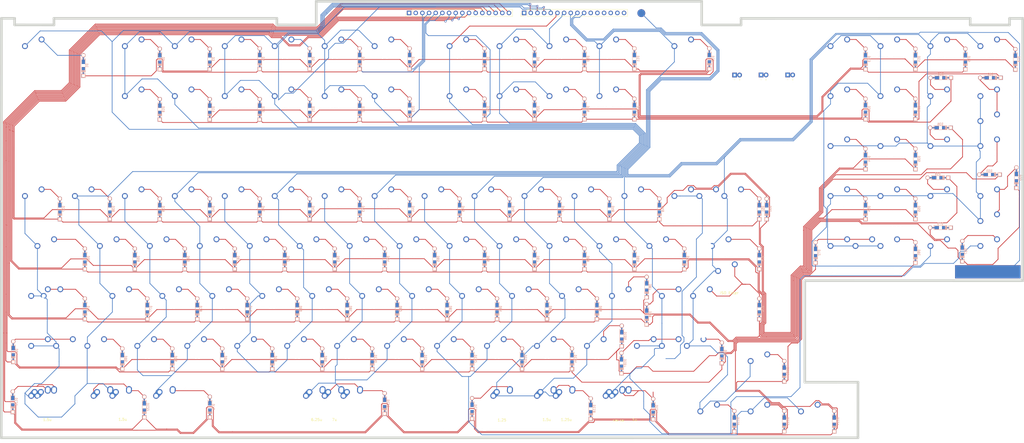
<source format=kicad_pcb>
(kicad_pcb (version 20171130) (host pcbnew 5.1.9+dfsg1-1)
  (layers (0 F.Cu signal) (31 B.Cu signal) (34 B.Paste user) (35 F.Paste user) (36 B.SilkS user) (37 F.SilkS user) (38 B.Mask user) (39 F.Mask user) (44 Edge.Cuts user))
  (net 0 "")
  (net 1 "Net-(D1-Pad2)")
  (net 2 "Net-(D2-Pad2)")
  (net 3 "Net-(D3-Pad2)")
  (net 4 "Net-(D4-Pad2)")
  (net 5 "Net-(D5-Pad2)")
  (net 6 "Net-(D6-Pad2)")
  (net 7 "Net-(D7-Pad2)")
  (net 8 "Net-(D8-Pad2)")
  (net 9 "Net-(D9-Pad2)")
  (net 10 "Net-(D10-Pad2)")
  (net 11 "Net-(D11-Pad2)")
  (net 12 "Net-(D12-Pad2)")
  (net 13 "Net-(D13-Pad2)")
  (net 14 "Net-(D14-Pad2)")
  (net 15 "Net-(D15-Pad2)")
  (net 16 "Net-(D16-Pad2)")
  (net 17 "Net-(D18-Pad2)")
  (net 18 "Net-(D19-Pad2)")
  (net 19 "Net-(D20-Pad2)")
  (net 20 "Net-(D21-Pad2)")
  (net 21 "Net-(D22-Pad2)")
  (net 22 "Net-(D23-Pad2)")
  (net 23 "Net-(D24-Pad2)")
  (net 24 "Net-(D25-Pad2)")
  (net 25 "Net-(D26-Pad2)")
  (net 26 "Net-(D27-Pad2)")
  (net 27 "Net-(D28-Pad2)")
  (net 28 "Net-(D29-Pad2)")
  (net 29 "Net-(D30-Pad2)")
  (net 30 "Net-(D31-Pad2)")
  (net 31 "Net-(D32-Pad2)")
  (net 32 "Net-(D33-Pad2)")
  (net 33 "Net-(D34-Pad2)")
  (net 34 "Net-(D35-Pad2)")
  (net 35 "Net-(D36-Pad2)")
  (net 36 "Net-(D37-Pad2)")
  (net 37 "Net-(D38-Pad2)")
  (net 38 "Net-(D39-Pad2)")
  (net 39 "Net-(D40-Pad2)")
  (net 40 "Net-(D41-Pad2)")
  (net 41 "Net-(D42-Pad2)")
  (net 42 "Net-(D43-Pad2)")
  (net 43 "Net-(D44-Pad2)")
  (net 44 "Net-(D45-Pad2)")
  (net 45 "Net-(D46-Pad2)")
  (net 46 "Net-(D47-Pad2)")
  (net 47 "Net-(D48-Pad2)")
  (net 48 "Net-(D49-Pad2)")
  (net 49 "Net-(D51-Pad2)")
  (net 50 "Net-(D53-Pad2)")
  (net 51 "Net-(D54-Pad2)")
  (net 52 "Net-(D55-Pad2)")
  (net 53 "Net-(D56-Pad2)")
  (net 54 "Net-(D57-Pad2)")
  (net 55 "Net-(D58-Pad2)")
  (net 56 "Net-(D59-Pad2)")
  (net 57 "Net-(D60-Pad2)")
  (net 58 "Net-(D61-Pad2)")
  (net 59 "Net-(D62-Pad2)")
  (net 60 "Net-(D63-Pad2)")
  (net 61 "Net-(D64-Pad2)")
  (net 62 "Net-(D65-Pad2)")
  (net 63 "Net-(D66-Pad2)")
  (net 64 "Net-(D67-Pad2)")
  (net 65 "Net-(D68-Pad2)")
  (net 66 "Net-(D69-Pad2)")
  (net 67 "Net-(D70-Pad2)")
  (net 68 "Net-(D71-Pad2)")
  (net 69 "Net-(D72-Pad2)")
  (net 70 "Net-(D73-Pad2)")
  (net 71 "Net-(D74-Pad2)")
  (net 72 "Net-(D76-Pad2)")
  (net 73 "Net-(D77-Pad2)")
  (net 74 "Net-(D78-Pad2)")
  (net 75 "Net-(D79-Pad2)")
  (net 76 "Net-(D80-Pad2)")
  (net 77 "Net-(D81-Pad2)")
  (net 78 "Net-(D82-Pad2)")
  (net 79 "Net-(D83-Pad2)")
  (net 80 "Net-(D84-Pad2)")
  (net 81 "Net-(D85-Pad2)")
  (net 82 "Net-(D86-Pad2)")
  (net 83 "Net-(D87-Pad2)")
  (net 84 "Net-(D88-Pad2)")
  (net 85 "Net-(D91-Pad2)")
  (net 86 "Net-(D92-Pad2)")
  (net 87 "Net-(D94-Pad2)")
  (net 88 "Net-(D95-Pad2)")
  (net 89 "Net-(D96-Pad2)")
  (net 90 "Net-(D97-Pad2)")
  (net 91 "Net-(D98-Pad2)")
  (net 92 "Net-(D99-Pad2)")
  (net 93 "Net-(D100-Pad2)")
  (net 94 "Net-(D101-Pad2)")
  (net 95 "Net-(D102-Pad2)")
  (net 96 "Net-(D103-Pad2)")
  (net 97 "Net-(D104-Pad2)")
  (net 98 "Net-(D105-Pad2)")
  (net 99 "Net-(D107-Pad2)")
  (net 100 "Net-(D108-Pad2)")
  (net 101 "Net-(D114-Pad2)")
  (net 102 "Net-(D115-Pad2)")
  (net 103 "Net-(D116-Pad2)")
  (net 104 "Net-(D117-Pad2)")
  (net 105 "Net-(D118-Pad2)")
  (net 106 "Net-(D120-Pad2)")
  (net 107 "Net-(D121-Pad2)")
  (net 108 "Net-(D122-Pad2)")
  (net 109 "Net-(D124-Pad2)")
  (net 110 "Net-(J2-Pad16)")
  (net 111 "Net-(J2-Pad15)")
  (net 112 "Net-(J2-Pad14)")
  (net 113 "Net-(J2-Pad13)")
  (net 114 "Net-(J2-Pad12)")
  (net 115 "Net-(J2-Pad1)")
  (net 116 col0)
  (net 117 row0)
  (net 118 row1)
  (net 119 row2)
  (net 120 row3)
  (net 121 row6)
  (net 122 row5)
  (net 123 row7)
  (net 124 row8)
  (net 125 row10)
  (net 126 row9)
  (net 127 row12)
  (net 128 row11)
  (net 129 row13)
  (net 130 col1)
  (net 131 col2)
  (net 132 col3)
  (net 133 col5)
  (net 134 col4)
  (net 135 col7)
  (net 136 col6)
  (net 137 col8)
  (net 138 row4)
  (net 139 GND)
  (net 140 "Net-(J1-Pad1)")
  (net 141 "Net-(D17-Pad2)")
  (net 142 "Net-(D17-Pad1)")
  (net 143 "Net-(D50-Pad2)")
  (net 144 "Net-(D50-Pad1)")
  (net 145 "Net-(D52-Pad2)")
  (net 146 "Net-(D52-Pad1)")
  (net 147 "Net-(J2-Pad11)")
  (net 148 "Net-(D75-Pad2)")
  (net 149 "Net-(J1-Pad2)")
  (module MX_Only:MXOnly-1U-NoLED (layer F.Cu) (at 190.4975 79.05125)
    (fp_text reference insert1)
    (fp_text value MX-NoLED)
    (pad 2 thru_hole circle (at 2.54 -5.08) (size 2.25 2.25) (drill 1.47) (layers *.Cu B.Mask) (net 8 "Net-(D8-Pad2)"))
    (pad "" np_thru_hole circle (at 0 0) (size 3.9878 3.9878) (drill 3.9878) (layers *.Cu *.Mask))
    (pad 1 thru_hole circle (at -3.81 -2.54) (size 2.25 2.25) (drill 1.47) (layers *.Cu B.Mask) (net 134 col4))
    (pad "" np_thru_hole circle (at -5.08 0 48.0996) (size 1.75 1.75) (drill 1.75) (layers *.Cu *.Mask))
    (pad "" np_thru_hole circle (at 5.08 0 48.0996) (size 1.75 1.75) (drill 1.75) (layers *.Cu *.Mask))
  )
  (module Connector_PinHeader_2.54mm:PinHeader_1x16_P2.54mm_Vertical (layer F.Cu) (at 171.24 63.86 90)
    (fp_text reference J1 hide)
    (fp_text value Conn_01x16_Female hide)
    (pad 16 thru_hole oval (at 0 38.1 90) (size 1.7 1.7) (drill 1) (layers *.Cu *.Mask) (net 129 row13))
    (pad 15 thru_hole oval (at 0 35.56 90) (size 1.7 1.7) (drill 1) (layers *.Cu *.Mask) (net 127 row12))
    (pad 14 thru_hole oval (at 0 33.02 90) (size 1.7 1.7) (drill 1) (layers *.Cu *.Mask) (net 128 row11))
    (pad 13 thru_hole oval (at 0 30.48 90) (size 1.7 1.7) (drill 1) (layers *.Cu *.Mask) (net 125 row10))
    (pad 12 thru_hole oval (at 0 27.94 90) (size 1.7 1.7) (drill 1) (layers *.Cu *.Mask) (net 126 row9))
    (pad 11 thru_hole oval (at 0 25.4 90) (size 1.7 1.7) (drill 1) (layers *.Cu *.Mask) (net 124 row8))
    (pad 10 thru_hole oval (at 0 22.86 90) (size 1.7 1.7) (drill 1) (layers *.Cu *.Mask) (net 123 row7))
    (pad 9 thru_hole oval (at 0 20.32 90) (size 1.7 1.7) (drill 1) (layers *.Cu *.Mask) (net 121 row6))
    (pad 8 thru_hole oval (at 0 17.78 90) (size 1.7 1.7) (drill 1) (layers *.Cu *.Mask) (net 122 row5))
    (pad 7 thru_hole oval (at 0 15.24 90) (size 1.7 1.7) (drill 1) (layers *.Cu *.Mask) (net 138 row4))
    (pad 6 thru_hole oval (at 0 12.7 90) (size 1.7 1.7) (drill 1) (layers *.Cu *.Mask) (net 120 row3))
    (pad 5 thru_hole oval (at 0 10.16 90) (size 1.7 1.7) (drill 1) (layers *.Cu *.Mask) (net 119 row2))
    (pad 4 thru_hole oval (at 0 7.62 90) (size 1.7 1.7) (drill 1) (layers *.Cu *.Mask) (net 118 row1))
    (pad 3 thru_hole oval (at 0 5.08 90) (size 1.7 1.7) (drill 1) (layers *.Cu *.Mask) (net 117 row0))
    (pad 2 thru_hole oval (at 0 2.54 90) (size 1.7 1.7) (drill 1) (layers *.Cu *.Mask) (net 149 "Net-(J1-Pad2)"))
    (pad 1 thru_hole rect (at 0 0 90) (size 1.7 1.7) (drill 1) (layers *.Cu *.Mask) (net 140 "Net-(J1-Pad1)"))
  )
  (module MX_Alps_Hybrid:MX-7U-NoLED (layer F.Cu) (at 142.8725 212.40125)
    (fp_text reference space1)
    (fp_text value MX-NoLED)
    (pad "" np_thru_hole circle (at 57.15 8.255) (size 3.9878 3.9878) (drill 3.9878) (layers *.Cu *.Mask))
    (pad "" np_thru_hole circle (at -57.15 8.255) (size 3.9878 3.9878) (drill 3.9878) (layers *.Cu *.Mask))
    (pad "" np_thru_hole circle (at 57.15 -6.985) (size 3.048 3.048) (drill 3.048) (layers *.Cu *.Mask))
    (pad "" np_thru_hole circle (at -57.15 -6.985) (size 3.048 3.048) (drill 3.048) (layers *.Cu *.Mask))
    (pad "" np_thru_hole circle (at 5.08 0 48.0996) (size 1.75 1.75) (drill 1.75) (layers *.Cu *.Mask))
    (pad "" np_thru_hole circle (at -5.08 0 48.0996) (size 1.75 1.75) (drill 1.75) (layers *.Cu *.Mask))
    (pad 1 thru_hole circle (at -2.5 -4) (size 2.25 2.25) (drill 1.47) (layers *.Cu B.Mask) (net 106 "Net-(D120-Pad2)"))
    (pad "" np_thru_hole circle (at 0 0) (size 3.9878 3.9878) (drill 3.9878) (layers *.Cu *.Mask))
    (pad 1 thru_hole oval (at -3.81 -2.54 48.0996) (size 4.211556 2.25) (drill 1.47 (offset 0.980778 0)) (layers *.Cu B.Mask) (net 106 "Net-(D120-Pad2)"))
    (pad 2 thru_hole circle (at 2.54 -5.08) (size 2.25 2.25) (drill 1.47) (layers *.Cu B.Mask) (net 132 col3))
    (pad 2 thru_hole oval (at 2.5 -4.5 86.0548) (size 2.831378 2.25) (drill 1.47 (offset 0.290689 0)) (layers *.Cu B.Mask) (net 132 col3))
  )
  (module MX_Alps_Hybrid:MX-6.25U-NoLED (layer F.Cu) (at 135.72875 212.40125)
    (fp_text reference space3)
    (fp_text value MX-NoLED)
    (pad "" np_thru_hole circle (at 49.9999 8.255) (size 3.9878 3.9878) (drill 3.9878) (layers *.Cu *.Mask))
    (pad "" np_thru_hole circle (at -49.9999 8.255) (size 3.9878 3.9878) (drill 3.9878) (layers *.Cu *.Mask))
    (pad "" np_thru_hole circle (at 49.9999 -6.985) (size 3.048 3.048) (drill 3.048) (layers *.Cu *.Mask))
    (pad "" np_thru_hole circle (at -49.9999 -6.985) (size 3.048 3.048) (drill 3.048) (layers *.Cu *.Mask))
    (pad "" np_thru_hole circle (at 5.08 0 48.0996) (size 1.75 1.75) (drill 1.75) (layers *.Cu *.Mask))
    (pad "" np_thru_hole circle (at -5.08 0 48.0996) (size 1.75 1.75) (drill 1.75) (layers *.Cu *.Mask))
    (pad 1 thru_hole circle (at -2.5 -4) (size 2.25 2.25) (drill 1.47) (layers *.Cu B.Mask) (net 132 col3))
    (pad "" np_thru_hole circle (at 0 0) (size 3.9878 3.9878) (drill 3.9878) (layers *.Cu *.Mask))
    (pad 1 thru_hole oval (at -3.81 -2.54 48.0996) (size 4.211556 2.25) (drill 1.47 (offset 0.980778 0)) (layers *.Cu B.Mask) (net 132 col3))
    (pad 2 thru_hole circle (at 2.54 -5.08) (size 2.25 2.25) (drill 1.47) (layers *.Cu B.Mask) (net 106 "Net-(D120-Pad2)"))
    (pad 2 thru_hole oval (at 2.5 -4.5 86.0548) (size 2.831378 2.25) (drill 1.47 (offset 0.290689 0)) (layers *.Cu B.Mask) (net 106 "Net-(D120-Pad2)"))
  )
  (module MX_Alps_Hybrid:MX-6.25U-NoLED (layer F.Cu) (at 150.01875 212.40124)
    (fp_text reference space2)
    (fp_text value MX-NoLED)
    (pad "" np_thru_hole circle (at 49.9999 8.255) (size 3.9878 3.9878) (drill 3.9878) (layers *.Cu *.Mask))
    (pad "" np_thru_hole circle (at -49.9999 8.255) (size 3.9878 3.9878) (drill 3.9878) (layers *.Cu *.Mask))
    (pad "" np_thru_hole circle (at 49.9999 -6.985) (size 3.048 3.048) (drill 3.048) (layers *.Cu *.Mask))
    (pad "" np_thru_hole circle (at -49.9999 -6.985) (size 3.048 3.048) (drill 3.048) (layers *.Cu *.Mask))
    (pad "" np_thru_hole circle (at 5.08 0 48.0996) (size 1.75 1.75) (drill 1.75) (layers *.Cu *.Mask))
    (pad "" np_thru_hole circle (at -5.08 0 48.0996) (size 1.75 1.75) (drill 1.75) (layers *.Cu *.Mask))
    (pad 1 thru_hole circle (at -2.5 -4) (size 2.25 2.25) (drill 1.47) (layers *.Cu B.Mask) (net 132 col3))
    (pad "" np_thru_hole circle (at 0 0) (size 3.9878 3.9878) (drill 3.9878) (layers *.Cu *.Mask))
    (pad 1 thru_hole oval (at -3.81 -2.54 48.0996) (size 4.211556 2.25) (drill 1.47 (offset 0.980778 0)) (layers *.Cu B.Mask) (net 132 col3))
    (pad 2 thru_hole circle (at 2.54 -5.08) (size 2.25 2.25) (drill 1.47) (layers *.Cu B.Mask) (net 106 "Net-(D120-Pad2)"))
    (pad 2 thru_hole oval (at 2.5 -4.5 86.0548) (size 2.831378 2.25) (drill 1.47 (offset 0.290689 0)) (layers *.Cu B.Mask) (net 106 "Net-(D120-Pad2)"))
  )
  (module MX_Alps_Hybrid:MX-1.25U-NoLED (layer F.Cu) (at 78.58125 212.40225)
    (fp_text reference L_mod3)
    (fp_text value MX-NoLED)
    (pad "" np_thru_hole circle (at 5.08 0 48.0996) (size 1.75 1.75) (drill 1.75) (layers *.Cu *.Mask))
    (pad "" np_thru_hole circle (at -5.08 0 48.0996) (size 1.75 1.75) (drill 1.75) (layers *.Cu *.Mask))
    (pad 1 thru_hole circle (at -2.5 -4) (size 2.25 2.25) (drill 1.47) (layers *.Cu B.Mask) (net 130 col1))
    (pad "" np_thru_hole circle (at 0 0) (size 3.9878 3.9878) (drill 3.9878) (layers *.Cu *.Mask))
    (pad 1 thru_hole oval (at -3.81 -2.54 48.0996) (size 4.211556 2.25) (drill 1.47 (offset 0.980778 0)) (layers *.Cu B.Mask) (net 130 col1))
    (pad 2 thru_hole circle (at 2.54 -5.08) (size 2.25 2.25) (drill 1.47) (layers *.Cu B.Mask) (net 148 "Net-(D75-Pad2)"))
    (pad 2 thru_hole oval (at 2.5 -4.5 86.0548) (size 2.831378 2.25) (drill 1.47 (offset 0.290689 0)) (layers *.Cu B.Mask) (net 148 "Net-(D75-Pad2)"))
  )
  (module Keebio-Parts:Diode-dual (layer B.Cu) (at 95.29 214.11 270)
    (fp_text reference D75 (at -0.0254 -1.4 270) (layer B.SilkS) (effects (font (size 0.8 0.8)) (justify mirror)))
    (fp_text value D_Small hide)
    (pad 1 smd rect (at 2.5 0 270) (size 2.9 0.5) (layers B.Cu) (net 129 row13))
    (pad 2 smd rect (at -2.5 0 270) (size 2.9 0.5) (layers B.Cu) (net 148 "Net-(D75-Pad2)"))
    (pad 1 thru_hole rect (at 3.9 0 270) (size 1.6 1.6) (drill 1) (layers *.Cu *.Mask B.SilkS) (net 129 row13))
    (pad 2 thru_hole circle (at -3.9 0 270) (size 1.6 1.6) (drill 1) (layers *.Cu *.Mask B.SilkS) (net 148 "Net-(D75-Pad2)"))
    (pad 2 smd rect (at -1.4 0 270) (size 1.6 1.2) (layers B.Cu B.Paste B.Mask) (net 148 "Net-(D75-Pad2)"))
    (pad 1 smd rect (at 1.4 0 270) (size 1.6 1.2) (layers B.Cu B.Paste B.Mask) (net 129 row13))
    (pad 1 smd rect (at 2.5 0 270) (size 2.9 0.5) (layers F.Cu) (net 129 row13))
    (pad 1 smd rect (at 1.4 0 270) (size 1.6 1.2) (layers F.Cu F.Paste F.Mask) (net 129 row13))
    (pad 2 smd rect (at -1.4 0 270) (size 1.6 1.2) (layers F.Cu F.Paste F.Mask) (net 148 "Net-(D75-Pad2)"))
    (pad 2 smd rect (at -2.5 0 270) (size 2.9 0.5) (layers F.Cu) (net 148 "Net-(D75-Pad2)"))
  )
  (module MX_Alps_Hybrid:MX-1.25U-NoLED (layer F.Cu) (at 54.76875 212.40124)
    (fp_text reference L_mod2_alt1)
    (fp_text value MX-NoLED)
    (pad "" np_thru_hole circle (at 5.08 0 48.0996) (size 1.75 1.75) (drill 1.75) (layers *.Cu *.Mask))
    (pad "" np_thru_hole circle (at -5.08 0 48.0996) (size 1.75 1.75) (drill 1.75) (layers *.Cu *.Mask))
    (pad 1 thru_hole circle (at -2.5 -4) (size 2.25 2.25) (drill 1.47) (layers *.Cu B.Mask) (net 108 "Net-(D122-Pad2)"))
    (pad "" np_thru_hole circle (at 0 0) (size 3.9878 3.9878) (drill 3.9878) (layers *.Cu *.Mask))
    (pad 1 thru_hole oval (at -3.81 -2.54 48.0996) (size 4.211556 2.25) (drill 1.47 (offset 0.980778 0)) (layers *.Cu B.Mask) (net 108 "Net-(D122-Pad2)"))
    (pad 2 thru_hole circle (at 2.54 -5.08) (size 2.25 2.25) (drill 1.47) (layers *.Cu B.Mask) (net 116 col0))
    (pad 2 thru_hole oval (at 2.5 -4.5 86.0548) (size 2.831378 2.25) (drill 1.47 (offset 0.290689 0)) (layers *.Cu B.Mask) (net 116 col0))
  )
  (module MX_Alps_Hybrid:MX-1.25U-NoLED (layer F.Cu) (at 30.955 212.40125)
    (fp_text reference L_mod1_alt1)
    (fp_text value MX-NoLED)
    (pad "" np_thru_hole circle (at 5.08 0 48.0996) (size 1.75 1.75) (drill 1.75) (layers *.Cu *.Mask))
    (pad "" np_thru_hole circle (at -5.08 0 48.0996) (size 1.75 1.75) (drill 1.75) (layers *.Cu *.Mask))
    (pad 1 thru_hole circle (at -2.5 -4) (size 2.25 2.25) (drill 1.47) (layers *.Cu B.Mask) (net 116 col0))
    (pad "" np_thru_hole circle (at 0 0) (size 3.9878 3.9878) (drill 3.9878) (layers *.Cu *.Mask))
    (pad 1 thru_hole oval (at -3.81 -2.54 48.0996) (size 4.211556 2.25) (drill 1.47 (offset 0.980778 0)) (layers *.Cu B.Mask) (net 116 col0))
    (pad 2 thru_hole circle (at 2.54 -5.08) (size 2.25 2.25) (drill 1.47) (layers *.Cu B.Mask) (net 107 "Net-(D121-Pad2)"))
    (pad 2 thru_hole oval (at 2.5 -4.5 86.0548) (size 2.831378 2.25) (drill 1.47 (offset 0.290689 0)) (layers *.Cu B.Mask) (net 107 "Net-(D121-Pad2)"))
  )
  (module MX_Alps_Hybrid:MX-1.25U-NoLED (layer F.Cu) (at 250.02875 212.40125)
    (fp_text reference R_mod3_alt1)
    (fp_text value MX-NoLED)
    (pad "" np_thru_hole circle (at 5.08 0 48.0996) (size 1.75 1.75) (drill 1.75) (layers *.Cu *.Mask))
    (pad "" np_thru_hole circle (at -5.08 0 48.0996) (size 1.75 1.75) (drill 1.75) (layers *.Cu *.Mask))
    (pad 1 thru_hole circle (at -2.5 -4) (size 2.25 2.25) (drill 1.47) (layers *.Cu B.Mask) (net 136 col6))
    (pad "" np_thru_hole circle (at 0 0) (size 3.9878 3.9878) (drill 3.9878) (layers *.Cu *.Mask))
    (pad 1 thru_hole oval (at -3.81 -2.54 48.0996) (size 4.211556 2.25) (drill 1.47 (offset 0.980778 0)) (layers *.Cu B.Mask) (net 136 col6))
    (pad 2 thru_hole circle (at 2.54 -5.08) (size 2.25 2.25) (drill 1.47) (layers *.Cu B.Mask) (net 109 "Net-(D124-Pad2)"))
    (pad 2 thru_hole oval (at 2.5 -4.5 86.0548) (size 2.831378 2.25) (drill 1.47 (offset 0.290689 0)) (layers *.Cu B.Mask) (net 109 "Net-(D124-Pad2)"))
  )
  (module MX_Alps_Hybrid:MX-1.25U-NoLED (layer F.Cu) (at 230.97875 212.40125)
    (fp_text reference R_mod2_alt1)
    (fp_text value MX-NoLED)
    (pad "" np_thru_hole circle (at 5.08 0 48.0996) (size 1.75 1.75) (drill 1.75) (layers *.Cu *.Mask))
    (pad "" np_thru_hole circle (at -5.08 0 48.0996) (size 1.75 1.75) (drill 1.75) (layers *.Cu *.Mask))
    (pad 1 thru_hole circle (at -2.5 -4) (size 2.25 2.25) (drill 1.47) (layers *.Cu B.Mask) (net 133 col5))
    (pad "" np_thru_hole circle (at 0 0) (size 3.9878 3.9878) (drill 3.9878) (layers *.Cu *.Mask))
    (pad 1 thru_hole oval (at -3.81 -2.54 48.0996) (size 4.211556 2.25) (drill 1.47 (offset 0.980778 0)) (layers *.Cu B.Mask) (net 133 col5))
    (pad 2 thru_hole circle (at 2.54 -5.08) (size 2.25 2.25) (drill 1.47) (layers *.Cu B.Mask) (net 105 "Net-(D118-Pad2)"))
    (pad 2 thru_hole oval (at 2.5 -4.5 86.0548) (size 2.831378 2.25) (drill 1.47 (offset 0.290689 0)) (layers *.Cu B.Mask) (net 105 "Net-(D118-Pad2)"))
  )
  (module MX_Alps_Hybrid:MX-1.5U-NoLED (layer F.Cu) (at 252.41 212.40125)
    (fp_text reference R_mod3)
    (fp_text value MX-NoLED)
    (pad "" np_thru_hole circle (at 5.08 0 48.0996) (size 1.75 1.75) (drill 1.75) (layers *.Cu *.Mask))
    (pad "" np_thru_hole circle (at -5.08 0 48.0996) (size 1.75 1.75) (drill 1.75) (layers *.Cu *.Mask))
    (pad 1 thru_hole circle (at -2.5 -4) (size 2.25 2.25) (drill 1.47) (layers *.Cu B.Mask) (net 136 col6))
    (pad "" np_thru_hole circle (at 0 0) (size 3.9878 3.9878) (drill 3.9878) (layers *.Cu *.Mask))
    (pad 1 thru_hole oval (at -3.81 -2.54 48.0996) (size 4.211556 2.25) (drill 1.47 (offset 0.980778 0)) (layers *.Cu B.Mask) (net 136 col6))
    (pad 2 thru_hole circle (at 2.54 -5.08) (size 2.25 2.25) (drill 1.47) (layers *.Cu B.Mask) (net 109 "Net-(D124-Pad2)"))
    (pad 2 thru_hole oval (at 2.5 -4.5 86.0548) (size 2.831378 2.25) (drill 1.47 (offset 0.290689 0)) (layers *.Cu B.Mask) (net 109 "Net-(D124-Pad2)"))
  )
  (module MX_Alps_Hybrid:MX-1.25U-NoLED (layer F.Cu) (at 207.16625 212.40125)
    (fp_text reference R_mod1)
    (fp_text value MX-NoLED)
    (pad "" np_thru_hole circle (at 5.08 0 48.0996) (size 1.75 1.75) (drill 1.75) (layers *.Cu *.Mask))
    (pad "" np_thru_hole circle (at -5.08 0 48.0996) (size 1.75 1.75) (drill 1.75) (layers *.Cu *.Mask))
    (pad 1 thru_hole circle (at -2.5 -4) (size 2.25 2.25) (drill 1.47) (layers *.Cu B.Mask) (net 133 col5))
    (pad "" np_thru_hole circle (at 0 0) (size 3.9878 3.9878) (drill 3.9878) (layers *.Cu *.Mask))
    (pad 1 thru_hole oval (at -3.81 -2.54 48.0996) (size 4.211556 2.25) (drill 1.47 (offset 0.980778 0)) (layers *.Cu B.Mask) (net 133 col5))
    (pad 2 thru_hole circle (at 2.54 -5.08) (size 2.25 2.25) (drill 1.47) (layers *.Cu B.Mask) (net 104 "Net-(D117-Pad2)"))
    (pad 2 thru_hole oval (at 2.5 -4.5 86.0548) (size 2.831378 2.25) (drill 1.47 (offset 0.290689 0)) (layers *.Cu B.Mask) (net 104 "Net-(D117-Pad2)"))
  )
  (module MX_Alps_Hybrid:MX-1.5U-NoLED (layer F.Cu) (at 223.835 212.40125)
    (fp_text reference R_mod2)
    (fp_text value MX-NoLED)
    (pad "" np_thru_hole circle (at 5.08 0 48.0996) (size 1.75 1.75) (drill 1.75) (layers *.Cu *.Mask))
    (pad "" np_thru_hole circle (at -5.08 0 48.0996) (size 1.75 1.75) (drill 1.75) (layers *.Cu *.Mask))
    (pad 1 thru_hole circle (at -2.5 -4) (size 2.25 2.25) (drill 1.47) (layers *.Cu B.Mask) (net 133 col5))
    (pad "" np_thru_hole circle (at 0 0) (size 3.9878 3.9878) (drill 3.9878) (layers *.Cu *.Mask))
    (pad 1 thru_hole oval (at -3.81 -2.54 48.0996) (size 4.211556 2.25) (drill 1.47 (offset 0.980778 0)) (layers *.Cu B.Mask) (net 133 col5))
    (pad 2 thru_hole circle (at 2.54 -5.08) (size 2.25 2.25) (drill 1.47) (layers *.Cu B.Mask) (net 105 "Net-(D118-Pad2)"))
    (pad 2 thru_hole oval (at 2.5 -4.5 86.0548) (size 2.831378 2.25) (drill 1.47 (offset 0.290689 0)) (layers *.Cu B.Mask) (net 105 "Net-(D118-Pad2)"))
  )
  (module MX_Alps_Hybrid:MX-1.5U-NoLED (layer F.Cu) (at 33.335 212.40125)
    (fp_text reference L_mod1)
    (fp_text value MX-NoLED)
    (pad "" np_thru_hole circle (at 5.08 0 48.0996) (size 1.75 1.75) (drill 1.75) (layers *.Cu *.Mask))
    (pad "" np_thru_hole circle (at -5.08 0 48.0996) (size 1.75 1.75) (drill 1.75) (layers *.Cu *.Mask))
    (pad 1 thru_hole circle (at -2.5 -4) (size 2.25 2.25) (drill 1.47) (layers *.Cu B.Mask) (net 116 col0))
    (pad "" np_thru_hole circle (at 0 0) (size 3.9878 3.9878) (drill 3.9878) (layers *.Cu *.Mask))
    (pad 1 thru_hole oval (at -3.81 -2.54 48.0996) (size 4.211556 2.25) (drill 1.47 (offset 0.980778 0)) (layers *.Cu B.Mask) (net 116 col0))
    (pad 2 thru_hole circle (at 2.54 -5.08) (size 2.25 2.25) (drill 1.47) (layers *.Cu B.Mask) (net 107 "Net-(D121-Pad2)"))
    (pad 2 thru_hole oval (at 2.5 -4.5 86.0548) (size 2.831378 2.25) (drill 1.47 (offset 0.290689 0)) (layers *.Cu B.Mask) (net 107 "Net-(D121-Pad2)"))
  )
  (module MX_Alps_Hybrid:MX-1.5U-NoLED (layer F.Cu) (at 61.91 212.40125)
    (fp_text reference L_mod2)
    (fp_text value MX-NoLED)
    (pad "" np_thru_hole circle (at 5.08 0 48.0996) (size 1.75 1.75) (drill 1.75) (layers *.Cu *.Mask))
    (pad "" np_thru_hole circle (at -5.08 0 48.0996) (size 1.75 1.75) (drill 1.75) (layers *.Cu *.Mask))
    (pad 1 thru_hole circle (at -2.5 -4) (size 2.25 2.25) (drill 1.47) (layers *.Cu B.Mask) (net 116 col0))
    (pad "" np_thru_hole circle (at 0 0) (size 3.9878 3.9878) (drill 3.9878) (layers *.Cu *.Mask))
    (pad 1 thru_hole oval (at -3.81 -2.54 48.0996) (size 4.211556 2.25) (drill 1.47 (offset 0.980778 0)) (layers *.Cu B.Mask) (net 116 col0))
    (pad 2 thru_hole circle (at 2.54 -5.08) (size 2.25 2.25) (drill 1.47) (layers *.Cu B.Mask) (net 108 "Net-(D122-Pad2)"))
    (pad 2 thru_hole oval (at 2.5 -4.5 86.0548) (size 2.831378 2.25) (drill 1.47 (offset 0.290689 0)) (layers *.Cu B.Mask) (net 108 "Net-(D122-Pad2)"))
  )
  (module Keebio-Parts:LED_D2.00mm (layer F.Cu) (at 317.12 89.95)
    (fp_text reference D52 hide)
    (fp_text value LED hide)
    (pad 1 thru_hole rect (at -1.49 -2.46) (size 1.8 1.8) (drill 0.9) (layers *.Cu *.Mask) (net 146 "Net-(D52-Pad1)"))
    (pad 2 thru_hole circle (at 0.4 -2.46) (size 1.8 1.8) (drill 0.9) (layers *.Cu *.Mask) (net 145 "Net-(D52-Pad2)"))
  )
  (module Keebio-Parts:LED_D2.00mm (layer F.Cu) (at 306.96 89.95)
    (fp_text reference D50 hide)
    (fp_text value LED hide)
    (pad 1 thru_hole rect (at -1.49 -2.46) (size 1.8 1.8) (drill 0.9) (layers *.Cu *.Mask) (net 144 "Net-(D50-Pad1)"))
    (pad 2 thru_hole circle (at 0.4 -2.46) (size 1.8 1.8) (drill 0.9) (layers *.Cu *.Mask) (net 143 "Net-(D50-Pad2)"))
  )
  (module Keebio-Parts:LED_D2.00mm (layer F.Cu) (at 296.87 89.99)
    (fp_text reference D17 hide)
    (fp_text value LED hide)
    (pad 1 thru_hole rect (at -1.49 -2.46) (size 1.8 1.8) (drill 0.9) (layers *.Cu *.Mask) (net 142 "Net-(D17-Pad1)"))
    (pad 2 thru_hole circle (at 0.4 -2.46) (size 1.8 1.8) (drill 0.9) (layers *.Cu *.Mask) (net 141 "Net-(D17-Pad2)"))
  )
  (module MX_Only:MXOnly-1U-NoLED (layer F.Cu) (at 247.6475 98.10125)
    (fp_text reference scroll_lock1)
    (fp_text value MX-NoLED)
    (pad 2 thru_hole circle (at 2.54 -5.08) (size 2.25 2.25) (drill 1.47) (layers *.Cu B.Mask) (net 26 "Net-(D27-Pad2)"))
    (pad "" np_thru_hole circle (at 0 0) (size 3.9878 3.9878) (drill 3.9878) (layers *.Cu *.Mask))
    (pad 1 thru_hole circle (at -3.81 -2.54) (size 2.25 2.25) (drill 1.47) (layers *.Cu B.Mask) (net 136 col6))
    (pad "" np_thru_hole circle (at -5.08 0 48.0996) (size 1.75 1.75) (drill 1.75) (layers *.Cu *.Mask))
    (pad "" np_thru_hole circle (at 5.08 0 48.0996) (size 1.75 1.75) (drill 1.75) (layers *.Cu *.Mask))
  )
  (module MX_Only:MXOnly-1U-NoLED (layer F.Cu) (at 228.5975 98.10125)
    (fp_text reference pagedown1)
    (fp_text value MX-NoLED)
    (pad 2 thru_hole circle (at 2.54 -5.08) (size 2.25 2.25) (drill 1.47) (layers *.Cu B.Mask) (net 25 "Net-(D26-Pad2)"))
    (pad "" np_thru_hole circle (at 0 0) (size 3.9878 3.9878) (drill 3.9878) (layers *.Cu *.Mask))
    (pad 1 thru_hole circle (at -3.81 -2.54) (size 2.25 2.25) (drill 1.47) (layers *.Cu B.Mask) (net 133 col5))
    (pad "" np_thru_hole circle (at -5.08 0 48.0996) (size 1.75 1.75) (drill 1.75) (layers *.Cu *.Mask))
    (pad "" np_thru_hole circle (at 5.08 0 48.0996) (size 1.75 1.75) (drill 1.75) (layers *.Cu *.Mask))
  )
  (module MX_Only:MXOnly-1U-NoLED (layer F.Cu) (at 209.5475 98.10125)
    (fp_text reference end1)
    (fp_text value MX-NoLED)
    (pad 2 thru_hole circle (at 2.54 -5.08) (size 2.25 2.25) (drill 1.47) (layers *.Cu B.Mask) (net 24 "Net-(D25-Pad2)"))
    (pad "" np_thru_hole circle (at 0 0) (size 3.9878 3.9878) (drill 3.9878) (layers *.Cu *.Mask))
    (pad 1 thru_hole circle (at -3.81 -2.54) (size 2.25 2.25) (drill 1.47) (layers *.Cu B.Mask) (net 133 col5))
    (pad "" np_thru_hole circle (at -5.08 0 48.0996) (size 1.75 1.75) (drill 1.75) (layers *.Cu *.Mask))
    (pad "" np_thru_hole circle (at 5.08 0 48.0996) (size 1.75 1.75) (drill 1.75) (layers *.Cu *.Mask))
  )
  (module MX_Only:MXOnly-1U-NoLED (layer F.Cu) (at 190.4975 98.10125)
    (fp_text reference delete1)
    (fp_text value MX-NoLED)
    (pad 2 thru_hole circle (at 2.54 -5.08) (size 2.25 2.25) (drill 1.47) (layers *.Cu B.Mask) (net 23 "Net-(D24-Pad2)"))
    (pad "" np_thru_hole circle (at 0 0) (size 3.9878 3.9878) (drill 3.9878) (layers *.Cu *.Mask))
    (pad 1 thru_hole circle (at -3.81 -2.54) (size 2.25 2.25) (drill 1.47) (layers *.Cu B.Mask) (net 134 col4))
    (pad "" np_thru_hole circle (at -5.08 0 48.0996) (size 1.75 1.75) (drill 1.75) (layers *.Cu *.Mask))
    (pad "" np_thru_hole circle (at 5.08 0 48.0996) (size 1.75 1.75) (drill 1.75) (layers *.Cu *.Mask))
  )
  (module MX_Only:MXOnly-1U-NoLED (layer F.Cu) (at 161.9225 98.10125)
    (fp_text reference f12)
    (fp_text value MX-NoLED)
    (pad 2 thru_hole circle (at 2.54 -5.08) (size 2.25 2.25) (drill 1.47) (layers *.Cu B.Mask) (net 22 "Net-(D23-Pad2)"))
    (pad "" np_thru_hole circle (at 0 0) (size 3.9878 3.9878) (drill 3.9878) (layers *.Cu *.Mask))
    (pad 1 thru_hole circle (at -3.81 -2.54) (size 2.25 2.25) (drill 1.47) (layers *.Cu B.Mask) (net 132 col3))
    (pad "" np_thru_hole circle (at -5.08 0 48.0996) (size 1.75 1.75) (drill 1.75) (layers *.Cu *.Mask))
    (pad "" np_thru_hole circle (at 5.08 0 48.0996) (size 1.75 1.75) (drill 1.75) (layers *.Cu *.Mask))
  )
  (module MX_Only:MXOnly-1U-NoLED (layer F.Cu) (at 142.8725 98.10125)
    (fp_text reference f11)
    (fp_text value MX-NoLED)
    (pad 2 thru_hole circle (at 2.54 -5.08) (size 2.25 2.25) (drill 1.47) (layers *.Cu B.Mask) (net 21 "Net-(D22-Pad2)"))
    (pad "" np_thru_hole circle (at 0 0) (size 3.9878 3.9878) (drill 3.9878) (layers *.Cu *.Mask))
    (pad 1 thru_hole circle (at -3.81 -2.54) (size 2.25 2.25) (drill 1.47) (layers *.Cu B.Mask) (net 132 col3))
    (pad "" np_thru_hole circle (at -5.08 0 48.0996) (size 1.75 1.75) (drill 1.75) (layers *.Cu *.Mask))
    (pad "" np_thru_hole circle (at 5.08 0 48.0996) (size 1.75 1.75) (drill 1.75) (layers *.Cu *.Mask))
  )
  (module MX_Only:MXOnly-1U-NoLED (layer F.Cu) (at 123.8225 98.10125)
    (fp_text reference f10)
    (fp_text value MX-NoLED)
    (pad 2 thru_hole circle (at 2.54 -5.08) (size 2.25 2.25) (drill 1.47) (layers *.Cu B.Mask) (net 20 "Net-(D21-Pad2)"))
    (pad "" np_thru_hole circle (at 0 0) (size 3.9878 3.9878) (drill 3.9878) (layers *.Cu *.Mask))
    (pad 1 thru_hole circle (at -3.81 -2.54) (size 2.25 2.25) (drill 1.47) (layers *.Cu B.Mask) (net 131 col2))
    (pad "" np_thru_hole circle (at -5.08 0 48.0996) (size 1.75 1.75) (drill 1.75) (layers *.Cu *.Mask))
    (pad "" np_thru_hole circle (at 5.08 0 48.0996) (size 1.75 1.75) (drill 1.75) (layers *.Cu *.Mask))
  )
  (module MX_Only:MXOnly-1U-NoLED (layer F.Cu) (at 104.7725 98.10125)
    (fp_text reference f9)
    (fp_text value MX-NoLED)
    (pad 2 thru_hole circle (at 2.54 -5.08) (size 2.25 2.25) (drill 1.47) (layers *.Cu B.Mask) (net 19 "Net-(D20-Pad2)"))
    (pad "" np_thru_hole circle (at 0 0) (size 3.9878 3.9878) (drill 3.9878) (layers *.Cu *.Mask))
    (pad 1 thru_hole circle (at -3.81 -2.54) (size 2.25 2.25) (drill 1.47) (layers *.Cu B.Mask) (net 131 col2))
    (pad "" np_thru_hole circle (at -5.08 0 48.0996) (size 1.75 1.75) (drill 1.75) (layers *.Cu *.Mask))
    (pad "" np_thru_hole circle (at 5.08 0 48.0996) (size 1.75 1.75) (drill 1.75) (layers *.Cu *.Mask))
  )
  (module MX_Only:MXOnly-1U-NoLED (layer F.Cu) (at 85.7225 98.10125)
    (fp_text reference f8)
    (fp_text value MX-NoLED)
    (pad 2 thru_hole circle (at 2.54 -5.08) (size 2.25 2.25) (drill 1.47) (layers *.Cu B.Mask) (net 18 "Net-(D19-Pad2)"))
    (pad "" np_thru_hole circle (at 0 0) (size 3.9878 3.9878) (drill 3.9878) (layers *.Cu *.Mask))
    (pad 1 thru_hole circle (at -3.81 -2.54) (size 2.25 2.25) (drill 1.47) (layers *.Cu B.Mask) (net 130 col1))
    (pad "" np_thru_hole circle (at -5.08 0 48.0996) (size 1.75 1.75) (drill 1.75) (layers *.Cu *.Mask))
    (pad "" np_thru_hole circle (at 5.08 0 48.0996) (size 1.75 1.75) (drill 1.75) (layers *.Cu *.Mask))
  )
  (module MX_Only:MXOnly-1U-NoLED (layer F.Cu) (at 66.6725 98.10125)
    (fp_text reference f7)
    (fp_text value MX-NoLED)
    (pad 2 thru_hole circle (at 2.54 -5.08) (size 2.25 2.25) (drill 1.47) (layers *.Cu B.Mask) (net 17 "Net-(D18-Pad2)"))
    (pad "" np_thru_hole circle (at 0 0) (size 3.9878 3.9878) (drill 3.9878) (layers *.Cu *.Mask))
    (pad 1 thru_hole circle (at -3.81 -2.54) (size 2.25 2.25) (drill 1.47) (layers *.Cu B.Mask) (net 130 col1))
    (pad "" np_thru_hole circle (at -5.08 0 48.0996) (size 1.75 1.75) (drill 1.75) (layers *.Cu *.Mask))
    (pad "" np_thru_hole circle (at 5.08 0 48.0996) (size 1.75 1.75) (drill 1.75) (layers *.Cu *.Mask))
  )
  (module MX_Only:MXOnly-1U-NoLED (layer F.Cu) (at 392.90375 98.10125)
    (fp_text reference kp_+2)
    (fp_text value MX-NoLED)
    (pad 2 thru_hole circle (at 2.54 -5.08) (size 2.25 2.25) (drill 1.47) (layers *.Cu B.Mask) (net 31 "Net-(D32-Pad2)"))
    (pad "" np_thru_hole circle (at 0 0) (size 3.9878 3.9878) (drill 3.9878) (layers *.Cu *.Mask))
    (pad 1 thru_hole circle (at -3.81 -2.54) (size 2.25 2.25) (drill 1.47) (layers *.Cu B.Mask) (net 137 col8))
    (pad "" np_thru_hole circle (at -5.08 0 48.0996) (size 1.75 1.75) (drill 1.75) (layers *.Cu *.Mask))
    (pad "" np_thru_hole circle (at 5.08 0 48.0996) (size 1.75 1.75) (drill 1.75) (layers *.Cu *.Mask))
  )
  (module MX_Only:MXOnly-1U-NoLED (layer F.Cu) (at 276.2225 79.05125)
    (fp_text reference pause1)
    (fp_text value MX-NoLED)
    (pad 2 thru_hole circle (at 2.54 -5.08) (size 2.25 2.25) (drill 1.47) (layers *.Cu B.Mask) (net 12 "Net-(D12-Pad2)"))
    (pad "" np_thru_hole circle (at 0 0) (size 3.9878 3.9878) (drill 3.9878) (layers *.Cu *.Mask))
    (pad 1 thru_hole circle (at -3.81 -2.54) (size 2.25 2.25) (drill 1.47) (layers *.Cu B.Mask) (net 136 col6))
    (pad "" np_thru_hole circle (at -5.08 0 48.0996) (size 1.75 1.75) (drill 1.75) (layers *.Cu *.Mask))
    (pad "" np_thru_hole circle (at 5.08 0 48.0996) (size 1.75 1.75) (drill 1.75) (layers *.Cu *.Mask))
  )
  (module MX_Only:MXOnly-1U-NoLED (layer F.Cu) (at 247.6475 79.05125)
    (fp_text reference print1)
    (fp_text value MX-NoLED)
    (pad 2 thru_hole circle (at 2.54 -5.08) (size 2.25 2.25) (drill 1.47) (layers *.Cu B.Mask) (net 11 "Net-(D11-Pad2)"))
    (pad "" np_thru_hole circle (at 0 0) (size 3.9878 3.9878) (drill 3.9878) (layers *.Cu *.Mask))
    (pad 1 thru_hole circle (at -3.81 -2.54) (size 2.25 2.25) (drill 1.47) (layers *.Cu B.Mask) (net 136 col6))
    (pad "" np_thru_hole circle (at -5.08 0 48.0996) (size 1.75 1.75) (drill 1.75) (layers *.Cu *.Mask))
    (pad "" np_thru_hole circle (at 5.08 0 48.0996) (size 1.75 1.75) (drill 1.75) (layers *.Cu *.Mask))
  )
  (module MX_Only:MXOnly-1U-NoLED (layer F.Cu) (at 228.5975 79.05125)
    (fp_text reference pageup1)
    (fp_text value MX-NoLED)
    (pad 2 thru_hole circle (at 2.54 -5.08) (size 2.25 2.25) (drill 1.47) (layers *.Cu B.Mask) (net 10 "Net-(D10-Pad2)"))
    (pad "" np_thru_hole circle (at 0 0) (size 3.9878 3.9878) (drill 3.9878) (layers *.Cu *.Mask))
    (pad 1 thru_hole circle (at -3.81 -2.54) (size 2.25 2.25) (drill 1.47) (layers *.Cu B.Mask) (net 133 col5))
    (pad "" np_thru_hole circle (at -5.08 0 48.0996) (size 1.75 1.75) (drill 1.75) (layers *.Cu *.Mask))
    (pad "" np_thru_hole circle (at 5.08 0 48.0996) (size 1.75 1.75) (drill 1.75) (layers *.Cu *.Mask))
  )
  (module MX_Only:MXOnly-1U-NoLED (layer F.Cu) (at 209.5475 79.05125)
    (fp_text reference home1)
    (fp_text value MX-NoLED)
    (pad 2 thru_hole circle (at 2.54 -5.08) (size 2.25 2.25) (drill 1.47) (layers *.Cu B.Mask) (net 9 "Net-(D9-Pad2)"))
    (pad "" np_thru_hole circle (at 0 0) (size 3.9878 3.9878) (drill 3.9878) (layers *.Cu *.Mask))
    (pad 1 thru_hole circle (at -3.81 -2.54) (size 2.25 2.25) (drill 1.47) (layers *.Cu B.Mask) (net 133 col5))
    (pad "" np_thru_hole circle (at -5.08 0 48.0996) (size 1.75 1.75) (drill 1.75) (layers *.Cu *.Mask))
    (pad "" np_thru_hole circle (at 5.08 0 48.0996) (size 1.75 1.75) (drill 1.75) (layers *.Cu *.Mask))
  )
  (module MX_Only:MXOnly-1U-NoLED (layer F.Cu) (at 161.9225 79.05125)
    (fp_text reference f6)
    (fp_text value MX-NoLED)
    (pad 2 thru_hole circle (at 2.54 -5.08) (size 2.25 2.25) (drill 1.47) (layers *.Cu B.Mask) (net 7 "Net-(D7-Pad2)"))
    (pad "" np_thru_hole circle (at 0 0) (size 3.9878 3.9878) (drill 3.9878) (layers *.Cu *.Mask))
    (pad 1 thru_hole circle (at -3.81 -2.54) (size 2.25 2.25) (drill 1.47) (layers *.Cu B.Mask) (net 132 col3))
    (pad "" np_thru_hole circle (at -5.08 0 48.0996) (size 1.75 1.75) (drill 1.75) (layers *.Cu *.Mask))
    (pad "" np_thru_hole circle (at 5.08 0 48.0996) (size 1.75 1.75) (drill 1.75) (layers *.Cu *.Mask))
  )
  (module MX_Only:MXOnly-1U-NoLED (layer F.Cu) (at 142.8725 79.05125)
    (fp_text reference f5)
    (fp_text value MX-NoLED)
    (pad 2 thru_hole circle (at 2.54 -5.08) (size 2.25 2.25) (drill 1.47) (layers *.Cu B.Mask) (net 6 "Net-(D6-Pad2)"))
    (pad "" np_thru_hole circle (at 0 0) (size 3.9878 3.9878) (drill 3.9878) (layers *.Cu *.Mask))
    (pad 1 thru_hole circle (at -3.81 -2.54) (size 2.25 2.25) (drill 1.47) (layers *.Cu B.Mask) (net 132 col3))
    (pad "" np_thru_hole circle (at -5.08 0 48.0996) (size 1.75 1.75) (drill 1.75) (layers *.Cu *.Mask))
    (pad "" np_thru_hole circle (at 5.08 0 48.0996) (size 1.75 1.75) (drill 1.75) (layers *.Cu *.Mask))
  )
  (module MX_Only:MXOnly-1U-NoLED (layer F.Cu) (at 123.8225 79.05125)
    (fp_text reference f4)
    (fp_text value MX-NoLED)
    (pad 2 thru_hole circle (at 2.54 -5.08) (size 2.25 2.25) (drill 1.47) (layers *.Cu B.Mask) (net 5 "Net-(D5-Pad2)"))
    (pad "" np_thru_hole circle (at 0 0) (size 3.9878 3.9878) (drill 3.9878) (layers *.Cu *.Mask))
    (pad 1 thru_hole circle (at -3.81 -2.54) (size 2.25 2.25) (drill 1.47) (layers *.Cu B.Mask) (net 131 col2))
    (pad "" np_thru_hole circle (at -5.08 0 48.0996) (size 1.75 1.75) (drill 1.75) (layers *.Cu *.Mask))
    (pad "" np_thru_hole circle (at 5.08 0 48.0996) (size 1.75 1.75) (drill 1.75) (layers *.Cu *.Mask))
  )
  (module MX_Only:MXOnly-1U-NoLED (layer F.Cu) (at 104.7725 79.05125)
    (fp_text reference f3)
    (fp_text value MX-NoLED)
    (pad 2 thru_hole circle (at 2.54 -5.08) (size 2.25 2.25) (drill 1.47) (layers *.Cu B.Mask) (net 4 "Net-(D4-Pad2)"))
    (pad "" np_thru_hole circle (at 0 0) (size 3.9878 3.9878) (drill 3.9878) (layers *.Cu *.Mask))
    (pad 1 thru_hole circle (at -3.81 -2.54) (size 2.25 2.25) (drill 1.47) (layers *.Cu B.Mask) (net 131 col2))
    (pad "" np_thru_hole circle (at -5.08 0 48.0996) (size 1.75 1.75) (drill 1.75) (layers *.Cu *.Mask))
    (pad "" np_thru_hole circle (at 5.08 0 48.0996) (size 1.75 1.75) (drill 1.75) (layers *.Cu *.Mask))
  )
  (module MX_Only:MXOnly-1U-NoLED (layer F.Cu) (at 85.7225 79.05125)
    (fp_text reference f2)
    (fp_text value MX-NoLED)
    (pad 2 thru_hole circle (at 2.54 -5.08) (size 2.25 2.25) (drill 1.47) (layers *.Cu B.Mask) (net 3 "Net-(D3-Pad2)"))
    (pad "" np_thru_hole circle (at 0 0) (size 3.9878 3.9878) (drill 3.9878) (layers *.Cu *.Mask))
    (pad 1 thru_hole circle (at -3.81 -2.54) (size 2.25 2.25) (drill 1.47) (layers *.Cu B.Mask) (net 130 col1))
    (pad "" np_thru_hole circle (at -5.08 0 48.0996) (size 1.75 1.75) (drill 1.75) (layers *.Cu *.Mask))
    (pad "" np_thru_hole circle (at 5.08 0 48.0996) (size 1.75 1.75) (drill 1.75) (layers *.Cu *.Mask))
  )
  (module MX_Only:MXOnly-1U-NoLED (layer F.Cu) (at 66.6725 79.05125)
    (fp_text reference f1)
    (fp_text value MX-NoLED)
    (pad 2 thru_hole circle (at 2.54 -5.08) (size 2.25 2.25) (drill 1.47) (layers *.Cu B.Mask) (net 2 "Net-(D2-Pad2)"))
    (pad "" np_thru_hole circle (at 0 0) (size 3.9878 3.9878) (drill 3.9878) (layers *.Cu *.Mask))
    (pad 1 thru_hole circle (at -3.81 -2.54) (size 2.25 2.25) (drill 1.47) (layers *.Cu B.Mask) (net 130 col1))
    (pad "" np_thru_hole circle (at -5.08 0 48.0996) (size 1.75 1.75) (drill 1.75) (layers *.Cu *.Mask))
    (pad "" np_thru_hole circle (at 5.08 0 48.0996) (size 1.75 1.75) (drill 1.75) (layers *.Cu *.Mask))
  )
  (module MX_Only:MXOnly-1U-NoLED (layer F.Cu) (at 28.5725 79.05125)
    (fp_text reference escape1)
    (fp_text value MX-NoLED)
    (pad 2 thru_hole circle (at 2.54 -5.08) (size 2.25 2.25) (drill 1.47) (layers *.Cu B.Mask) (net 1 "Net-(D1-Pad2)"))
    (pad "" np_thru_hole circle (at 0 0) (size 3.9878 3.9878) (drill 3.9878) (layers *.Cu *.Mask))
    (pad 1 thru_hole circle (at -3.81 -2.54) (size 2.25 2.25) (drill 1.47) (layers *.Cu B.Mask) (net 116 col0))
    (pad "" np_thru_hole circle (at -5.08 0 48.0996) (size 1.75 1.75) (drill 1.75) (layers *.Cu *.Mask))
    (pad "" np_thru_hole circle (at 5.08 0 48.0996) (size 1.75 1.75) (drill 1.75) (layers *.Cu *.Mask))
  )
  (module Keebio-Parts:SolidCopper (layer B.Cu) (at 391.93 162.57)
    (fp_text reference H6 hide)
    (fp_text value MountingHole_Pad)
    (pad 1 smd rect (at 0 0) (size 25 5) (layers B.Cu B.Paste B.Mask) (net 139 GND))
    (pad 1 smd rect (at 0 0) (size 25 5) (layers F.Cu F.Paste F.Mask) (net 139 GND))
  )
  (module Keebio-Parts:SolidCopper (layer F.Cu) (at 259.8 63.93)
    (fp_text reference H7 hide)
    (fp_text value MountingHole_Pad hide)
    (pad 1 smd oval (at 0 0) (size 3 3) (layers F.Cu F.Paste F.Mask) (net 139 GND))
    (pad 1 smd oval (at 0 0) (size 3 3) (layers B.Cu B.Paste B.Mask) (net 139 GND))
  )
  (module MX_Only:MXOnly-2U-NoLED (layer F.Cu) (at 271.46 193.35125)
    (fp_text reference right_shift2)
    (fp_text value MX-NoLED)
    (pad "" np_thru_hole circle (at 11.90625 8.255) (size 3.9878 3.9878) (drill 3.9878) (layers *.Cu *.Mask))
    (pad "" np_thru_hole circle (at -11.90625 8.255) (size 3.9878 3.9878) (drill 3.9878) (layers *.Cu *.Mask))
    (pad "" np_thru_hole circle (at 11.90625 -6.985) (size 3.048 3.048) (drill 3.048) (layers *.Cu *.Mask))
    (pad "" np_thru_hole circle (at -11.90625 -6.985) (size 3.048 3.048) (drill 3.048) (layers *.Cu *.Mask))
    (pad "" np_thru_hole circle (at 5.08 0 48.0996) (size 1.75 1.75) (drill 1.75) (layers *.Cu *.Mask))
    (pad "" np_thru_hole circle (at -5.08 0 48.0996) (size 1.75 1.75) (drill 1.75) (layers *.Cu *.Mask))
    (pad 1 thru_hole circle (at -3.81 -2.54) (size 2.25 2.25) (drill 1.47) (layers *.Cu B.Mask) (net 136 col6))
    (pad "" np_thru_hole circle (at 0 0) (size 3.9878 3.9878) (drill 3.9878) (layers *.Cu *.Mask))
    (pad 2 thru_hole circle (at 2.54 -5.08) (size 2.25 2.25) (drill 1.47) (layers *.Cu B.Mask) (net 99 "Net-(D107-Pad2)"))
  )
  (module MX_Only:MXOnly-2U-ReversedStabilizers-NoLED (layer F.Cu) (at 285.7475 136.20125)
    (fp_text reference backspace2)
    (fp_text value MX-NoLED)
    (pad "" np_thru_hole circle (at 11.90625 -8.255) (size 3.9878 3.9878) (drill 3.9878) (layers *.Cu *.Mask))
    (pad "" np_thru_hole circle (at -11.90625 -8.255) (size 3.9878 3.9878) (drill 3.9878) (layers *.Cu *.Mask))
    (pad "" np_thru_hole circle (at 11.90625 6.985) (size 3.048 3.048) (drill 3.048) (layers *.Cu *.Mask))
    (pad "" np_thru_hole circle (at -11.90625 6.985) (size 3.048 3.048) (drill 3.048) (layers *.Cu *.Mask))
    (pad "" np_thru_hole circle (at 5.08 0 48.0996) (size 1.75 1.75) (drill 1.75) (layers *.Cu *.Mask))
    (pad "" np_thru_hole circle (at -5.08 0 48.0996) (size 1.75 1.75) (drill 1.75) (layers *.Cu *.Mask))
    (pad 1 thru_hole circle (at -3.81 -2.54) (size 2.25 2.25) (drill 1.47) (layers *.Cu B.Mask) (net 136 col6))
    (pad "" np_thru_hole circle (at 0 0) (size 3.9878 3.9878) (drill 3.9878) (layers *.Cu *.Mask))
    (pad 2 thru_hole circle (at 2.54 -5.08) (size 2.25 2.25) (drill 1.47) (layers *.Cu B.Mask) (net 30 "Net-(D31-Pad2)"))
  )
  (module MX_Only:MXOnly-ISO-ReversedStabilizers-NoLED (layer F.Cu) (at 292.89125 164.77625)
    (fp_text reference enter1)
    (fp_text value MX-NoLED)
    (pad "" np_thru_hole circle (at -8.255 -11.938) (size 3.9878 3.9878) (drill 3.9878) (layers *.Cu *.Mask))
    (pad "" np_thru_hole circle (at -8.255 11.938) (size 3.9878 3.9878) (drill 3.9878) (layers *.Cu *.Mask))
    (pad "" np_thru_hole circle (at 6.985 -11.938) (size 3.048 3.048) (drill 3.048) (layers *.Cu *.Mask))
    (pad "" np_thru_hole circle (at 6.985 11.938) (size 3.048 3.048) (drill 3.048) (layers *.Cu *.Mask))
    (pad "" np_thru_hole circle (at 5.08 0 48.0996) (size 1.75 1.75) (drill 1.75) (layers *.Cu *.Mask))
    (pad "" np_thru_hole circle (at -5.08 0 48.0996) (size 1.75 1.75) (drill 1.75) (layers *.Cu *.Mask))
    (pad 1 thru_hole circle (at -3.81 -2.54) (size 2.25 2.25) (drill 1.47) (layers *.Cu B.Mask) (net 135 col7))
    (pad "" np_thru_hole circle (at 0 0) (size 3.9878 3.9878) (drill 3.9878) (layers *.Cu *.Mask))
    (pad 2 thru_hole circle (at 2.54 -5.08) (size 2.25 2.25) (drill 1.47) (layers *.Cu B.Mask) (net 71 "Net-(D74-Pad2)"))
  )
  (module Connector_PinHeader_2.54mm:PinHeader_1x16_P2.54mm_Vertical (layer F.Cu) (at 215.11 63.85 90)
    (fp_text reference J2 hide)
    (fp_text value Conn_01x16_Female hide)
    (pad 1 thru_hole rect (at 0 0 90) (size 1.7 1.7) (drill 1) (layers *.Cu *.Mask) (net 115 "Net-(J2-Pad1)"))
    (pad 2 thru_hole oval (at 0 2.54 90) (size 1.7 1.7) (drill 1) (layers *.Cu *.Mask) (net 116 col0))
    (pad 3 thru_hole oval (at 0 5.08 90) (size 1.7 1.7) (drill 1) (layers *.Cu *.Mask) (net 130 col1))
    (pad 4 thru_hole oval (at 0 7.62 90) (size 1.7 1.7) (drill 1) (layers *.Cu *.Mask) (net 131 col2))
    (pad 5 thru_hole oval (at 0 10.16 90) (size 1.7 1.7) (drill 1) (layers *.Cu *.Mask) (net 132 col3))
    (pad 6 thru_hole oval (at 0 12.7 90) (size 1.7 1.7) (drill 1) (layers *.Cu *.Mask) (net 134 col4))
    (pad 7 thru_hole oval (at 0 15.24 90) (size 1.7 1.7) (drill 1) (layers *.Cu *.Mask) (net 133 col5))
    (pad 8 thru_hole oval (at 0 17.78 90) (size 1.7 1.7) (drill 1) (layers *.Cu *.Mask) (net 136 col6))
    (pad 9 thru_hole oval (at 0 20.32 90) (size 1.7 1.7) (drill 1) (layers *.Cu *.Mask) (net 135 col7))
    (pad 10 thru_hole oval (at 0 22.86 90) (size 1.7 1.7) (drill 1) (layers *.Cu *.Mask) (net 137 col8))
    (pad 11 thru_hole oval (at 0 25.4 90) (size 1.7 1.7) (drill 1) (layers *.Cu *.Mask) (net 147 "Net-(J2-Pad11)"))
    (pad 12 thru_hole oval (at 0 27.94 90) (size 1.7 1.7) (drill 1) (layers *.Cu *.Mask) (net 114 "Net-(J2-Pad12)"))
    (pad 13 thru_hole oval (at 0 30.48 90) (size 1.7 1.7) (drill 1) (layers *.Cu *.Mask) (net 113 "Net-(J2-Pad13)"))
    (pad 14 thru_hole oval (at 0 33.02 90) (size 1.7 1.7) (drill 1) (layers *.Cu *.Mask) (net 112 "Net-(J2-Pad14)"))
    (pad 15 thru_hole oval (at 0 35.56 90) (size 1.7 1.7) (drill 1) (layers *.Cu *.Mask) (net 111 "Net-(J2-Pad15)"))
    (pad 16 thru_hole oval (at 0 38.1 90) (size 1.7 1.7) (drill 1) (layers *.Cu *.Mask) (net 110 "Net-(J2-Pad16)"))
  )
  (module MX_Only:MXOnly-1U-NoLED (layer F.Cu) (at 305.29 199.13)
    (fp_text reference up1)
    (fp_text value MX-NoLED)
    (pad "" np_thru_hole circle (at 5.08 0 48.0996) (size 1.75 1.75) (drill 1.75) (layers *.Cu *.Mask))
    (pad "" np_thru_hole circle (at -5.08 0 48.0996) (size 1.75 1.75) (drill 1.75) (layers *.Cu *.Mask))
    (pad 1 thru_hole circle (at -3.81 -2.54) (size 2.25 2.25) (drill 1.47) (layers *.Cu B.Mask) (net 135 col7))
    (pad "" np_thru_hole circle (at 0 0) (size 3.9878 3.9878) (drill 3.9878) (layers *.Cu *.Mask))
    (pad 2 thru_hole circle (at 2.54 -5.08) (size 2.25 2.25) (drill 1.47) (layers *.Cu B.Mask) (net 100 "Net-(D108-Pad2)"))
  )
  (module MX_Only:MXOnly-1U-NoLED (layer F.Cu) (at 335.75375 79.05125)
    (fp_text reference numlock1)
    (fp_text value MX-NoLED)
    (pad "" np_thru_hole circle (at 5.08 0 48.0996) (size 1.75 1.75) (drill 1.75) (layers *.Cu *.Mask))
    (pad "" np_thru_hole circle (at -5.08 0 48.0996) (size 1.75 1.75) (drill 1.75) (layers *.Cu *.Mask))
    (pad 1 thru_hole circle (at -3.81 -2.54) (size 2.25 2.25) (drill 1.47) (layers *.Cu B.Mask) (net 135 col7))
    (pad "" np_thru_hole circle (at 0 0) (size 3.9878 3.9878) (drill 3.9878) (layers *.Cu *.Mask))
    (pad 2 thru_hole circle (at 2.54 -5.08) (size 2.25 2.25) (drill 1.47) (layers *.Cu B.Mask) (net 13 "Net-(D13-Pad2)"))
  )
  (module MX_Only:MXOnly-1U-NoLED (layer F.Cu) (at 57.1475 155.25125)
    (fp_text reference q1)
    (fp_text value MX-NoLED)
    (pad "" np_thru_hole circle (at 5.08 0 48.0996) (size 1.75 1.75) (drill 1.75) (layers *.Cu *.Mask))
    (pad "" np_thru_hole circle (at -5.08 0 48.0996) (size 1.75 1.75) (drill 1.75) (layers *.Cu *.Mask))
    (pad 1 thru_hole circle (at -3.81 -2.54) (size 2.25 2.25) (drill 1.47) (layers *.Cu B.Mask) (net 116 col0))
    (pad "" np_thru_hole circle (at 0 0) (size 3.9878 3.9878) (drill 3.9878) (layers *.Cu *.Mask))
    (pad 2 thru_hole circle (at 2.54 -5.08) (size 2.25 2.25) (drill 1.47) (layers *.Cu B.Mask) (net 56 "Net-(D59-Pad2)"))
  )
  (module MX_Only:MXOnly-1U-NoLED (layer F.Cu) (at 373.85375 136.20125)
    (fp_text reference kp_3)
    (fp_text value MX-NoLED)
    (pad "" np_thru_hole circle (at 5.08 0 48.0996) (size 1.75 1.75) (drill 1.75) (layers *.Cu *.Mask))
    (pad "" np_thru_hole circle (at -5.08 0 48.0996) (size 1.75 1.75) (drill 1.75) (layers *.Cu *.Mask))
    (pad 1 thru_hole circle (at -3.81 -2.54) (size 2.25 2.25) (drill 1.47) (layers *.Cu B.Mask) (net 137 col8))
    (pad "" np_thru_hole circle (at 0 0) (size 3.9878 3.9878) (drill 3.9878) (layers *.Cu *.Mask))
    (pad 2 thru_hole circle (at 2.54 -5.08) (size 2.25 2.25) (drill 1.47) (layers *.Cu B.Mask) (net 53 "Net-(D56-Pad2)"))
  )
  (module MX_Only:MXOnly-1U-NoLED (layer F.Cu) (at 392.90375 155.25125)
    (fp_text reference kp_enter3)
    (fp_text value MX-NoLED)
    (pad "" np_thru_hole circle (at 5.08 0 48.0996) (size 1.75 1.75) (drill 1.75) (layers *.Cu *.Mask))
    (pad "" np_thru_hole circle (at -5.08 0 48.0996) (size 1.75 1.75) (drill 1.75) (layers *.Cu *.Mask))
    (pad 1 thru_hole circle (at -3.81 -2.54) (size 2.25 2.25) (drill 1.47) (layers *.Cu B.Mask) (net 136 col6))
    (pad "" np_thru_hole circle (at 0 0) (size 3.9878 3.9878) (drill 3.9878) (layers *.Cu *.Mask))
    (pad 2 thru_hole circle (at 2.54 -5.08) (size 2.25 2.25) (drill 1.47) (layers *.Cu B.Mask) (net 54 "Net-(D57-Pad2)"))
  )
  (module MX_Only:MXOnly-2U-VerticalStabilizers-NoLED (layer F.Cu) (at 392.90375 145.72625)
    (fp_text reference kp_enter1)
    (fp_text value MX-NoLED hide)
    (pad "" np_thru_hole circle (at 8.255 11.938 90) (size 3.9878 3.9878) (drill 3.9878) (layers *.Cu *.Mask))
    (pad "" np_thru_hole circle (at 8.255 -11.938 90) (size 3.9878 3.9878) (drill 3.9878) (layers *.Cu *.Mask))
    (pad 2 thru_hole circle (at 2.54 -5.08) (size 2.25 2.25) (drill 1.47) (layers *.Cu B.Mask) (net 50 "Net-(D53-Pad2)"))
    (pad "" np_thru_hole circle (at 0 0) (size 3.9878 3.9878) (drill 3.9878) (layers *.Cu *.Mask))
    (pad 1 thru_hole circle (at -3.81 -2.54) (size 2.25 2.25) (drill 1.47) (layers *.Cu B.Mask) (net 137 col8))
    (pad "" np_thru_hole circle (at -5.08 0 48.0996) (size 1.75 1.75) (drill 1.75) (layers *.Cu *.Mask))
    (pad "" np_thru_hole circle (at 5.08 0 48.0996) (size 1.75 1.75) (drill 1.75) (layers *.Cu *.Mask))
    (pad "" np_thru_hole circle (at -6.985 11.938 90) (size 3.048 3.048) (drill 3.048) (layers *.Cu *.Mask))
    (pad "" np_thru_hole circle (at -6.985 -11.938 180) (size 3.048 3.048) (drill 3.048) (layers *.Cu *.Mask))
  )
  (module MX_Only:MXOnly-1U-NoLED (layer F.Cu) (at 392.90375 136.20125)
    (fp_text reference kp_enter2)
    (fp_text value MX-NoLED)
    (pad "" np_thru_hole circle (at 5.08 0 48.0996) (size 1.75 1.75) (drill 1.75) (layers *.Cu *.Mask))
    (pad "" np_thru_hole circle (at -5.08 0 48.0996) (size 1.75 1.75) (drill 1.75) (layers *.Cu *.Mask))
    (pad 1 thru_hole circle (at -3.81 -2.54) (size 2.25 2.25) (drill 1.47) (layers *.Cu B.Mask) (net 137 col8))
    (pad "" np_thru_hole circle (at 0 0) (size 3.9878 3.9878) (drill 3.9878) (layers *.Cu *.Mask))
    (pad 2 thru_hole circle (at 2.54 -5.08) (size 2.25 2.25) (drill 1.47) (layers *.Cu B.Mask) (net 50 "Net-(D53-Pad2)"))
  )
  (module MX_Only:MXOnly-1U-NoLED (layer F.Cu) (at 354.80375 136.20125)
    (fp_text reference kp_2)
    (fp_text value MX-NoLED)
    (pad "" np_thru_hole circle (at 5.08 0 48.0996) (size 1.75 1.75) (drill 1.75) (layers *.Cu *.Mask))
    (pad "" np_thru_hole circle (at -5.08 0 48.0996) (size 1.75 1.75) (drill 1.75) (layers *.Cu *.Mask))
    (pad 1 thru_hole circle (at -3.81 -2.54) (size 2.25 2.25) (drill 1.47) (layers *.Cu B.Mask) (net 137 col8))
    (pad "" np_thru_hole circle (at 0 0) (size 3.9878 3.9878) (drill 3.9878) (layers *.Cu *.Mask))
    (pad 2 thru_hole circle (at 2.54 -5.08) (size 2.25 2.25) (drill 1.47) (layers *.Cu B.Mask) (net 52 "Net-(D55-Pad2)"))
  )
  (module MX_Only:MXOnly-1U-NoLED (layer F.Cu) (at 335.75375 136.20125)
    (fp_text reference kp_1)
    (fp_text value MX-NoLED)
    (pad "" np_thru_hole circle (at 5.08 0 48.0996) (size 1.75 1.75) (drill 1.75) (layers *.Cu *.Mask))
    (pad "" np_thru_hole circle (at -5.08 0 48.0996) (size 1.75 1.75) (drill 1.75) (layers *.Cu *.Mask))
    (pad 1 thru_hole circle (at -3.81 -2.54) (size 2.25 2.25) (drill 1.47) (layers *.Cu B.Mask) (net 137 col8))
    (pad "" np_thru_hole circle (at 0 0) (size 3.9878 3.9878) (drill 3.9878) (layers *.Cu *.Mask))
    (pad 2 thru_hole circle (at 2.54 -5.08) (size 2.25 2.25) (drill 1.47) (layers *.Cu B.Mask) (net 51 "Net-(D54-Pad2)"))
  )
  (module MX_Only:MXOnly-1U-NoLED (layer F.Cu) (at 373.85375 117.15125)
    (fp_text reference kp_6)
    (fp_text value MX-NoLED)
    (pad "" np_thru_hole circle (at 5.08 0 48.0996) (size 1.75 1.75) (drill 1.75) (layers *.Cu *.Mask))
    (pad "" np_thru_hole circle (at -5.08 0 48.0996) (size 1.75 1.75) (drill 1.75) (layers *.Cu *.Mask))
    (pad 1 thru_hole circle (at -3.81 -2.54) (size 2.25 2.25) (drill 1.47) (layers *.Cu B.Mask) (net 137 col8))
    (pad "" np_thru_hole circle (at 0 0) (size 3.9878 3.9878) (drill 3.9878) (layers *.Cu *.Mask))
    (pad 2 thru_hole circle (at 2.54 -5.08) (size 2.25 2.25) (drill 1.47) (layers *.Cu B.Mask) (net 35 "Net-(D36-Pad2)"))
  )
  (module MX_Only:MXOnly-1U-NoLED (layer F.Cu) (at 354.80375 117.15125)
    (fp_text reference kp_5)
    (fp_text value MX-NoLED)
    (pad "" np_thru_hole circle (at 5.08 0 48.0996) (size 1.75 1.75) (drill 1.75) (layers *.Cu *.Mask))
    (pad "" np_thru_hole circle (at -5.08 0 48.0996) (size 1.75 1.75) (drill 1.75) (layers *.Cu *.Mask))
    (pad 1 thru_hole circle (at -3.81 -2.54) (size 2.25 2.25) (drill 1.47) (layers *.Cu B.Mask) (net 137 col8))
    (pad "" np_thru_hole circle (at 0 0) (size 3.9878 3.9878) (drill 3.9878) (layers *.Cu *.Mask))
    (pad 2 thru_hole circle (at 2.54 -5.08) (size 2.25 2.25) (drill 1.47) (layers *.Cu B.Mask) (net 34 "Net-(D35-Pad2)"))
  )
  (module MX_Only:MXOnly-1U-NoLED (layer F.Cu) (at 335.75375 117.15125)
    (fp_text reference kp_4)
    (fp_text value MX-NoLED)
    (pad "" np_thru_hole circle (at 5.08 0 48.0996) (size 1.75 1.75) (drill 1.75) (layers *.Cu *.Mask))
    (pad "" np_thru_hole circle (at -5.08 0 48.0996) (size 1.75 1.75) (drill 1.75) (layers *.Cu *.Mask))
    (pad 1 thru_hole circle (at -3.81 -2.54) (size 2.25 2.25) (drill 1.47) (layers *.Cu B.Mask) (net 137 col8))
    (pad "" np_thru_hole circle (at 0 0) (size 3.9878 3.9878) (drill 3.9878) (layers *.Cu *.Mask))
    (pad 2 thru_hole circle (at 2.54 -5.08) (size 2.25 2.25) (drill 1.47) (layers *.Cu B.Mask) (net 33 "Net-(D34-Pad2)"))
  )
  (module MX_Only:MXOnly-1U-NoLED (layer F.Cu) (at 373.85375 98.10125)
    (fp_text reference kp_9)
    (fp_text value MX-NoLED)
    (pad "" np_thru_hole circle (at 5.08 0 48.0996) (size 1.75 1.75) (drill 1.75) (layers *.Cu *.Mask))
    (pad "" np_thru_hole circle (at -5.08 0 48.0996) (size 1.75 1.75) (drill 1.75) (layers *.Cu *.Mask))
    (pad 1 thru_hole circle (at -3.81 -2.54) (size 2.25 2.25) (drill 1.47) (layers *.Cu B.Mask) (net 137 col8))
    (pad "" np_thru_hole circle (at 0 0) (size 3.9878 3.9878) (drill 3.9878) (layers *.Cu *.Mask))
    (pad 2 thru_hole circle (at 2.54 -5.08) (size 2.25 2.25) (drill 1.47) (layers *.Cu B.Mask) (net 29 "Net-(D30-Pad2)"))
  )
  (module MX_Only:MXOnly-1U-NoLED (layer F.Cu) (at 354.80375 98.10125)
    (fp_text reference kp_8)
    (fp_text value MX-NoLED)
    (pad "" np_thru_hole circle (at 5.08 0 48.0996) (size 1.75 1.75) (drill 1.75) (layers *.Cu *.Mask))
    (pad "" np_thru_hole circle (at -5.08 0 48.0996) (size 1.75 1.75) (drill 1.75) (layers *.Cu *.Mask))
    (pad 1 thru_hole circle (at -3.81 -2.54) (size 2.25 2.25) (drill 1.47) (layers *.Cu B.Mask) (net 135 col7))
    (pad "" np_thru_hole circle (at 0 0) (size 3.9878 3.9878) (drill 3.9878) (layers *.Cu *.Mask))
    (pad 2 thru_hole circle (at 2.54 -5.08) (size 2.25 2.25) (drill 1.47) (layers *.Cu B.Mask) (net 28 "Net-(D29-Pad2)"))
  )
  (module MX_Only:MXOnly-1U-NoLED (layer F.Cu) (at 335.75375 98.10125)
    (fp_text reference kp_7)
    (fp_text value MX_NoLED)
    (pad "" np_thru_hole circle (at 5.08 0 48.0996) (size 1.75 1.75) (drill 1.75) (layers *.Cu *.Mask))
    (pad "" np_thru_hole circle (at -5.08 0 48.0996) (size 1.75 1.75) (drill 1.75) (layers *.Cu *.Mask))
    (pad 1 thru_hole circle (at -3.81 -2.54) (size 2.25 2.25) (drill 1.47) (layers *.Cu B.Mask) (net 135 col7))
    (pad "" np_thru_hole circle (at 0 0) (size 3.9878 3.9878) (drill 3.9878) (layers *.Cu *.Mask))
    (pad 2 thru_hole circle (at 2.54 -5.08) (size 2.25 2.25) (drill 1.47) (layers *.Cu B.Mask) (net 27 "Net-(D28-Pad2)"))
  )
  (module MX_Only:MXOnly-1U-NoLED (layer F.Cu) (at 392.90375 79.05125)
    (fp_text reference kp_-1)
    (fp_text value MX-NoLED)
    (pad "" np_thru_hole circle (at 5.08 0 48.0996) (size 1.75 1.75) (drill 1.75) (layers *.Cu *.Mask))
    (pad "" np_thru_hole circle (at -5.08 0 48.0996) (size 1.75 1.75) (drill 1.75) (layers *.Cu *.Mask))
    (pad 1 thru_hole circle (at -3.81 -2.54) (size 2.25 2.25) (drill 1.47) (layers *.Cu B.Mask) (net 137 col8))
    (pad "" np_thru_hole circle (at 0 0) (size 3.9878 3.9878) (drill 3.9878) (layers *.Cu *.Mask))
    (pad 2 thru_hole circle (at 2.54 -5.08) (size 2.25 2.25) (drill 1.47) (layers *.Cu B.Mask) (net 16 "Net-(D16-Pad2)"))
  )
  (module MX_Only:MXOnly-1U-NoLED (layer F.Cu) (at 373.85375 79.05125)
    (fp_text reference kp/*1)
    (fp_text value MX-NoLED)
    (pad "" np_thru_hole circle (at 5.08 0 48.0996) (size 1.75 1.75) (drill 1.75) (layers *.Cu *.Mask))
    (pad "" np_thru_hole circle (at -5.08 0 48.0996) (size 1.75 1.75) (drill 1.75) (layers *.Cu *.Mask))
    (pad 1 thru_hole circle (at -3.81 -2.54) (size 2.25 2.25) (drill 1.47) (layers *.Cu B.Mask) (net 137 col8))
    (pad "" np_thru_hole circle (at 0 0) (size 3.9878 3.9878) (drill 3.9878) (layers *.Cu *.Mask))
    (pad 2 thru_hole circle (at 2.54 -5.08) (size 2.25 2.25) (drill 1.47) (layers *.Cu B.Mask) (net 15 "Net-(D15-Pad2)"))
  )
  (module MX_Only:MXOnly-1U-NoLED (layer F.Cu) (at 354.80375 79.05125)
    (fp_text reference kp_/1)
    (fp_text value MX-NoLED)
    (pad "" np_thru_hole circle (at 5.08 0 48.0996) (size 1.75 1.75) (drill 1.75) (layers *.Cu *.Mask))
    (pad "" np_thru_hole circle (at -5.08 0 48.0996) (size 1.75 1.75) (drill 1.75) (layers *.Cu *.Mask))
    (pad 1 thru_hole circle (at -3.81 -2.54) (size 2.25 2.25) (drill 1.47) (layers *.Cu B.Mask) (net 135 col7))
    (pad "" np_thru_hole circle (at 0 0) (size 3.9878 3.9878) (drill 3.9878) (layers *.Cu *.Mask))
    (pad 2 thru_hole circle (at 2.54 -5.08) (size 2.25 2.25) (drill 1.47) (layers *.Cu B.Mask) (net 14 "Net-(D14-Pad2)"))
  )
  (module Keebio-Parts:Diode-dual (layer B.Cu) (at 373.9725 88.57625)
    (fp_text reference D30 (at -0.0254 -1.4 180) (layer B.SilkS) (effects (font (size 0.8 0.8)) (justify mirror)))
    (fp_text value D_Small hide)
    (pad 1 smd rect (at 2.5 0) (size 2.9 0.5) (layers B.Cu) (net 120 row3))
    (pad 2 smd rect (at -2.5 0) (size 2.9 0.5) (layers B.Cu) (net 29 "Net-(D30-Pad2)"))
    (pad 1 thru_hole rect (at 3.9 0) (size 1.6 1.6) (drill 1) (layers *.Cu *.Mask B.SilkS) (net 120 row3))
    (pad 2 thru_hole circle (at -3.9 0) (size 1.6 1.6) (drill 1) (layers *.Cu *.Mask B.SilkS) (net 29 "Net-(D30-Pad2)"))
    (pad 2 smd rect (at -1.4 0) (size 1.6 1.2) (layers B.Cu B.Paste B.Mask) (net 29 "Net-(D30-Pad2)"))
    (pad 1 smd rect (at 1.4 0) (size 1.6 1.2) (layers B.Cu B.Paste B.Mask) (net 120 row3))
    (pad 1 smd rect (at 2.5 0) (size 2.9 0.5) (layers F.Cu) (net 120 row3))
    (pad 1 smd rect (at 1.4 0) (size 1.6 1.2) (layers F.Cu F.Paste F.Mask) (net 120 row3))
    (pad 2 smd rect (at -1.4 0) (size 1.6 1.2) (layers F.Cu F.Paste F.Mask) (net 29 "Net-(D30-Pad2)"))
    (pad 2 smd rect (at -2.5 0) (size 2.9 0.5) (layers F.Cu) (net 29 "Net-(D30-Pad2)"))
  )
  (module Keebio-Parts:Diode-dual (layer B.Cu) (at 364.32875 100.4825 270)
    (fp_text reference D29 (at -0.0254 -1.4 270) (layer B.SilkS) (effects (font (size 0.8 0.8)) (justify mirror)))
    (fp_text value D_Small hide)
    (pad 1 smd rect (at 2.5 0 270) (size 2.9 0.5) (layers B.Cu) (net 119 row2))
    (pad 2 smd rect (at -2.5 0 270) (size 2.9 0.5) (layers B.Cu) (net 28 "Net-(D29-Pad2)"))
    (pad 1 thru_hole rect (at 3.9 0 270) (size 1.6 1.6) (drill 1) (layers *.Cu *.Mask B.SilkS) (net 119 row2))
    (pad 2 thru_hole circle (at -3.9 0 270) (size 1.6 1.6) (drill 1) (layers *.Cu *.Mask B.SilkS) (net 28 "Net-(D29-Pad2)"))
    (pad 2 smd rect (at -1.4 0 270) (size 1.6 1.2) (layers B.Cu B.Paste B.Mask) (net 28 "Net-(D29-Pad2)"))
    (pad 1 smd rect (at 1.4 0 270) (size 1.6 1.2) (layers B.Cu B.Paste B.Mask) (net 119 row2))
    (pad 1 smd rect (at 2.5 0 270) (size 2.9 0.5) (layers F.Cu) (net 119 row2))
    (pad 1 smd rect (at 1.4 0 270) (size 1.6 1.2) (layers F.Cu F.Paste F.Mask) (net 119 row2))
    (pad 2 smd rect (at -1.4 0 270) (size 1.6 1.2) (layers F.Cu F.Paste F.Mask) (net 28 "Net-(D29-Pad2)"))
    (pad 2 smd rect (at -2.5 0 270) (size 2.9 0.5) (layers F.Cu) (net 28 "Net-(D29-Pad2)"))
  )
  (module Keebio-Parts:Diode-dual (layer B.Cu) (at 345.27875 100.4825 270)
    (fp_text reference D28 (at -0.0254 -1.4 270) (layer B.SilkS) (effects (font (size 0.8 0.8)) (justify mirror)))
    (fp_text value D_Small hide)
    (pad 1 smd rect (at 2.5 0 270) (size 2.9 0.5) (layers B.Cu) (net 120 row3))
    (pad 2 smd rect (at -2.5 0 270) (size 2.9 0.5) (layers B.Cu) (net 27 "Net-(D28-Pad2)"))
    (pad 1 thru_hole rect (at 3.9 0 270) (size 1.6 1.6) (drill 1) (layers *.Cu *.Mask B.SilkS) (net 120 row3))
    (pad 2 thru_hole circle (at -3.9 0 270) (size 1.6 1.6) (drill 1) (layers *.Cu *.Mask B.SilkS) (net 27 "Net-(D28-Pad2)"))
    (pad 2 smd rect (at -1.4 0 270) (size 1.6 1.2) (layers B.Cu B.Paste B.Mask) (net 27 "Net-(D28-Pad2)"))
    (pad 1 smd rect (at 1.4 0 270) (size 1.6 1.2) (layers B.Cu B.Paste B.Mask) (net 120 row3))
    (pad 1 smd rect (at 2.5 0 270) (size 2.9 0.5) (layers F.Cu) (net 120 row3))
    (pad 1 smd rect (at 1.4 0 270) (size 1.6 1.2) (layers F.Cu F.Paste F.Mask) (net 120 row3))
    (pad 2 smd rect (at -1.4 0 270) (size 1.6 1.2) (layers F.Cu F.Paste F.Mask) (net 27 "Net-(D28-Pad2)"))
    (pad 2 smd rect (at -2.5 0 270) (size 2.9 0.5) (layers F.Cu) (net 27 "Net-(D28-Pad2)"))
  )
  (module Keebio-Parts:Diode-dual (layer B.Cu) (at 382.204 154.7272 270)
    (fp_text reference D57 (at -0.0254 -1.4 90) (layer B.SilkS) (effects (font (size 0.8 0.8)) (justify mirror)))
    (fp_text value D_Small hide)
    (pad 1 smd rect (at 2.5 0 270) (size 2.9 0.5) (layers B.Cu) (net 128 row11))
    (pad 2 smd rect (at -2.5 0 270) (size 2.9 0.5) (layers B.Cu) (net 54 "Net-(D57-Pad2)"))
    (pad 1 thru_hole rect (at 3.9 0 270) (size 1.6 1.6) (drill 1) (layers *.Cu *.Mask B.SilkS) (net 128 row11))
    (pad 2 thru_hole circle (at -3.9 0 270) (size 1.6 1.6) (drill 1) (layers *.Cu *.Mask B.SilkS) (net 54 "Net-(D57-Pad2)"))
    (pad 2 smd rect (at -1.4 0 270) (size 1.6 1.2) (layers B.Cu B.Paste B.Mask) (net 54 "Net-(D57-Pad2)"))
    (pad 1 smd rect (at 1.4 0 270) (size 1.6 1.2) (layers B.Cu B.Paste B.Mask) (net 128 row11))
    (pad 1 smd rect (at 2.5 0 270) (size 2.9 0.5) (layers F.Cu) (net 128 row11))
    (pad 1 smd rect (at 1.4 0 270) (size 1.6 1.2) (layers F.Cu F.Paste F.Mask) (net 128 row11))
    (pad 2 smd rect (at -1.4 0 270) (size 1.6 1.2) (layers F.Cu F.Paste F.Mask) (net 54 "Net-(D57-Pad2)"))
    (pad 2 smd rect (at -2.5 0 270) (size 2.9 0.5) (layers F.Cu) (net 54 "Net-(D57-Pad2)"))
  )
  (module Keebio-Parts:Diode-dual (layer B.Cu) (at 372.8725 126.67625)
    (fp_text reference D56 (at -0.0254 -1.4) (layer B.SilkS) (effects (font (size 0.8 0.8)) (justify mirror)))
    (fp_text value D_Small hide)
    (pad 1 smd rect (at 2.5 0) (size 2.9 0.5) (layers B.Cu) (net 125 row10))
    (pad 2 smd rect (at -2.5 0) (size 2.9 0.5) (layers B.Cu) (net 53 "Net-(D56-Pad2)"))
    (pad 1 thru_hole rect (at 3.9 0) (size 1.6 1.6) (drill 1) (layers *.Cu *.Mask B.SilkS) (net 125 row10))
    (pad 2 thru_hole circle (at -3.9 0) (size 1.6 1.6) (drill 1) (layers *.Cu *.Mask B.SilkS) (net 53 "Net-(D56-Pad2)"))
    (pad 2 smd rect (at -1.4 0) (size 1.6 1.2) (layers B.Cu B.Paste B.Mask) (net 53 "Net-(D56-Pad2)"))
    (pad 1 smd rect (at 1.4 0) (size 1.6 1.2) (layers B.Cu B.Paste B.Mask) (net 125 row10))
    (pad 1 smd rect (at 2.5 0) (size 2.9 0.5) (layers F.Cu) (net 125 row10))
    (pad 1 smd rect (at 1.4 0) (size 1.6 1.2) (layers F.Cu F.Paste F.Mask) (net 125 row10))
    (pad 2 smd rect (at -1.4 0) (size 1.6 1.2) (layers F.Cu F.Paste F.Mask) (net 53 "Net-(D56-Pad2)"))
    (pad 2 smd rect (at -2.5 0) (size 2.9 0.5) (layers F.Cu) (net 53 "Net-(D56-Pad2)"))
  )
  (module Keebio-Parts:Diode-dual (layer B.Cu) (at 364.32875 138.5825 270)
    (fp_text reference D55 (at -0.0254 -1.4 90) (layer B.SilkS) (effects (font (size 0.8 0.8)) (justify mirror)))
    (fp_text value D_Small hide)
    (pad 1 smd rect (at 2.5 0 270) (size 2.9 0.5) (layers B.Cu) (net 124 row8))
    (pad 2 smd rect (at -2.5 0 270) (size 2.9 0.5) (layers B.Cu) (net 52 "Net-(D55-Pad2)"))
    (pad 1 thru_hole rect (at 3.9 0 270) (size 1.6 1.6) (drill 1) (layers *.Cu *.Mask B.SilkS) (net 124 row8))
    (pad 2 thru_hole circle (at -3.9 0 270) (size 1.6 1.6) (drill 1) (layers *.Cu *.Mask B.SilkS) (net 52 "Net-(D55-Pad2)"))
    (pad 2 smd rect (at -1.4 0 270) (size 1.6 1.2) (layers B.Cu B.Paste B.Mask) (net 52 "Net-(D55-Pad2)"))
    (pad 1 smd rect (at 1.4 0 270) (size 1.6 1.2) (layers B.Cu B.Paste B.Mask) (net 124 row8))
    (pad 1 smd rect (at 2.5 0 270) (size 2.9 0.5) (layers F.Cu) (net 124 row8))
    (pad 1 smd rect (at 1.4 0 270) (size 1.6 1.2) (layers F.Cu F.Paste F.Mask) (net 124 row8))
    (pad 2 smd rect (at -1.4 0 270) (size 1.6 1.2) (layers F.Cu F.Paste F.Mask) (net 52 "Net-(D55-Pad2)"))
    (pad 2 smd rect (at -2.5 0 270) (size 2.9 0.5) (layers F.Cu) (net 52 "Net-(D55-Pad2)"))
  )
  (module Keebio-Parts:Diode-dual (layer B.Cu) (at 345.27875 138.5825 270)
    (fp_text reference D54 (at -0.0254 -1.4 90) (layer B.SilkS) (effects (font (size 0.8 0.8)) (justify mirror)))
    (fp_text value D_Small hide)
    (pad 2 smd rect (at -2.5 0 270) (size 2.9 0.5) (layers F.Cu) (net 51 "Net-(D54-Pad2)"))
    (pad 2 smd rect (at -1.4 0 270) (size 1.6 1.2) (layers F.Cu F.Paste F.Mask) (net 51 "Net-(D54-Pad2)"))
    (pad 1 smd rect (at 1.4 0 270) (size 1.6 1.2) (layers F.Cu F.Paste F.Mask) (net 126 row9))
    (pad 1 smd rect (at 2.5 0 270) (size 2.9 0.5) (layers F.Cu) (net 126 row9))
    (pad 1 smd rect (at 1.4 0 270) (size 1.6 1.2) (layers B.Cu B.Paste B.Mask) (net 126 row9))
    (pad 2 smd rect (at -1.4 0 270) (size 1.6 1.2) (layers B.Cu B.Paste B.Mask) (net 51 "Net-(D54-Pad2)"))
    (pad 2 thru_hole circle (at -3.9 0 270) (size 1.6 1.6) (drill 1) (layers *.Cu *.Mask B.SilkS) (net 51 "Net-(D54-Pad2)"))
    (pad 1 thru_hole rect (at 3.9 0 270) (size 1.6 1.6) (drill 1) (layers *.Cu *.Mask B.SilkS) (net 126 row9))
    (pad 2 smd rect (at -2.5 0 270) (size 2.9 0.5) (layers B.Cu) (net 51 "Net-(D54-Pad2)"))
    (pad 1 smd rect (at 2.5 0 270) (size 2.9 0.5) (layers B.Cu) (net 126 row9))
  )
  (module Keebio-Parts:Diode-dual (layer B.Cu) (at 402.8288 126.6826 270)
    (fp_text reference D53 (at -0.0254 -1.4 90) (layer B.SilkS) (effects (font (size 0.8 0.8)) (justify mirror)))
    (fp_text value D_Small hide)
    (pad 1 smd rect (at 2.5 0 270) (size 2.9 0.5) (layers B.Cu) (net 128 row11))
    (pad 2 smd rect (at -2.5 0 270) (size 2.9 0.5) (layers B.Cu) (net 50 "Net-(D53-Pad2)"))
    (pad 1 thru_hole rect (at 3.9 0 270) (size 1.6 1.6) (drill 1) (layers *.Cu *.Mask B.SilkS) (net 128 row11))
    (pad 2 thru_hole circle (at -3.9 0 270) (size 1.6 1.6) (drill 1) (layers *.Cu *.Mask B.SilkS) (net 50 "Net-(D53-Pad2)"))
    (pad 2 smd rect (at -1.4 0 270) (size 1.6 1.2) (layers B.Cu B.Paste B.Mask) (net 50 "Net-(D53-Pad2)"))
    (pad 1 smd rect (at 1.4 0 270) (size 1.6 1.2) (layers B.Cu B.Paste B.Mask) (net 128 row11))
    (pad 1 smd rect (at 2.5 0 270) (size 2.9 0.5) (layers F.Cu) (net 128 row11))
    (pad 1 smd rect (at 1.4 0 270) (size 1.6 1.2) (layers F.Cu F.Paste F.Mask) (net 128 row11))
    (pad 2 smd rect (at -1.4 0 270) (size 1.6 1.2) (layers F.Cu F.Paste F.Mask) (net 50 "Net-(D53-Pad2)"))
    (pad 2 smd rect (at -2.5 0 270) (size 2.9 0.5) (layers F.Cu) (net 50 "Net-(D53-Pad2)"))
  )
  (module Keebio-Parts:Diode-dual (layer B.Cu) (at 373.85375 107.62625)
    (fp_text reference D36 (at -0.0254 -1.4) (layer B.SilkS) (effects (font (size 0.8 0.8)) (justify mirror)))
    (fp_text value D_Small hide)
    (pad 1 smd rect (at 2.5 0) (size 2.9 0.5) (layers B.Cu) (net 121 row6))
    (pad 2 smd rect (at -2.5 0) (size 2.9 0.5) (layers B.Cu) (net 35 "Net-(D36-Pad2)"))
    (pad 1 thru_hole rect (at 3.9 0) (size 1.6 1.6) (drill 1) (layers *.Cu *.Mask B.SilkS) (net 121 row6))
    (pad 2 thru_hole circle (at -3.9 0) (size 1.6 1.6) (drill 1) (layers *.Cu *.Mask B.SilkS) (net 35 "Net-(D36-Pad2)"))
    (pad 2 smd rect (at -1.4 0) (size 1.6 1.2) (layers B.Cu B.Paste B.Mask) (net 35 "Net-(D36-Pad2)"))
    (pad 1 smd rect (at 1.4 0) (size 1.6 1.2) (layers B.Cu B.Paste B.Mask) (net 121 row6))
    (pad 1 smd rect (at 2.5 0) (size 2.9 0.5) (layers F.Cu) (net 121 row6))
    (pad 1 smd rect (at 1.4 0) (size 1.6 1.2) (layers F.Cu F.Paste F.Mask) (net 121 row6))
    (pad 2 smd rect (at -1.4 0) (size 1.6 1.2) (layers F.Cu F.Paste F.Mask) (net 35 "Net-(D36-Pad2)"))
    (pad 2 smd rect (at -2.5 0) (size 2.9 0.5) (layers F.Cu) (net 35 "Net-(D36-Pad2)"))
  )
  (module Keebio-Parts:Diode-dual (layer B.Cu) (at 364.32875 119.5325 270)
    (fp_text reference D35 (at -0.0254 -1.4 90) (layer B.SilkS) (effects (font (size 0.8 0.8)) (justify mirror)))
    (fp_text value D_Small hide)
    (pad 1 smd rect (at 2.5 0 270) (size 2.9 0.5) (layers B.Cu) (net 138 row4))
    (pad 2 smd rect (at -2.5 0 270) (size 2.9 0.5) (layers B.Cu) (net 34 "Net-(D35-Pad2)"))
    (pad 1 thru_hole rect (at 3.9 0 270) (size 1.6 1.6) (drill 1) (layers *.Cu *.Mask B.SilkS) (net 138 row4))
    (pad 2 thru_hole circle (at -3.9 0 270) (size 1.6 1.6) (drill 1) (layers *.Cu *.Mask B.SilkS) (net 34 "Net-(D35-Pad2)"))
    (pad 2 smd rect (at -1.4 0 270) (size 1.6 1.2) (layers B.Cu B.Paste B.Mask) (net 34 "Net-(D35-Pad2)"))
    (pad 1 smd rect (at 1.4 0 270) (size 1.6 1.2) (layers B.Cu B.Paste B.Mask) (net 138 row4))
    (pad 1 smd rect (at 2.5 0 270) (size 2.9 0.5) (layers F.Cu) (net 138 row4))
    (pad 1 smd rect (at 1.4 0 270) (size 1.6 1.2) (layers F.Cu F.Paste F.Mask) (net 138 row4))
    (pad 2 smd rect (at -1.4 0 270) (size 1.6 1.2) (layers F.Cu F.Paste F.Mask) (net 34 "Net-(D35-Pad2)"))
    (pad 2 smd rect (at -2.5 0 270) (size 2.9 0.5) (layers F.Cu) (net 34 "Net-(D35-Pad2)"))
  )
  (module Keebio-Parts:Diode-dual (layer B.Cu) (at 345.27875 119.5325 270)
    (fp_text reference D34 (at -0.0254 -1.4 90) (layer B.SilkS) (effects (font (size 0.8 0.8)) (justify mirror)))
    (fp_text value D_Small hide)
    (pad 1 smd rect (at 2.5 0 270) (size 2.9 0.5) (layers B.Cu) (net 122 row5))
    (pad 2 smd rect (at -2.5 0 270) (size 2.9 0.5) (layers B.Cu) (net 33 "Net-(D34-Pad2)"))
    (pad 1 thru_hole rect (at 3.9 0 270) (size 1.6 1.6) (drill 1) (layers *.Cu *.Mask B.SilkS) (net 122 row5))
    (pad 2 thru_hole circle (at -3.9 0 270) (size 1.6 1.6) (drill 1) (layers *.Cu *.Mask B.SilkS) (net 33 "Net-(D34-Pad2)"))
    (pad 2 smd rect (at -1.4 0 270) (size 1.6 1.2) (layers B.Cu B.Paste B.Mask) (net 33 "Net-(D34-Pad2)"))
    (pad 1 smd rect (at 1.4 0 270) (size 1.6 1.2) (layers B.Cu B.Paste B.Mask) (net 122 row5))
    (pad 1 smd rect (at 2.5 0 270) (size 2.9 0.5) (layers F.Cu) (net 122 row5))
    (pad 1 smd rect (at 1.4 0 270) (size 1.6 1.2) (layers F.Cu F.Paste F.Mask) (net 122 row5))
    (pad 2 smd rect (at -1.4 0 270) (size 1.6 1.2) (layers F.Cu F.Paste F.Mask) (net 33 "Net-(D34-Pad2)"))
    (pad 2 smd rect (at -2.5 0 270) (size 2.9 0.5) (layers F.Cu) (net 33 "Net-(D34-Pad2)"))
  )
  (module Keebio-Parts:Diode-dual (layer B.Cu) (at 402.42875 81.55125 270)
    (fp_text reference D16 (at -0.0254 -1.4 90) (layer B.SilkS) (effects (font (size 0.8 0.8)) (justify mirror)))
    (fp_text value D_Small hide)
    (pad 1 smd rect (at 2.5 0 270) (size 2.9 0.5) (layers B.Cu) (net 117 row0))
    (pad 2 smd rect (at -2.5 0 270) (size 2.9 0.5) (layers B.Cu) (net 16 "Net-(D16-Pad2)"))
    (pad 1 thru_hole rect (at 3.9 0 270) (size 1.6 1.6) (drill 1) (layers *.Cu *.Mask B.SilkS) (net 117 row0))
    (pad 2 thru_hole circle (at -3.9 0 270) (size 1.6 1.6) (drill 1) (layers *.Cu *.Mask B.SilkS) (net 16 "Net-(D16-Pad2)"))
    (pad 2 smd rect (at -1.4 0 270) (size 1.6 1.2) (layers B.Cu B.Paste B.Mask) (net 16 "Net-(D16-Pad2)"))
    (pad 1 smd rect (at 1.4 0 270) (size 1.6 1.2) (layers B.Cu B.Paste B.Mask) (net 117 row0))
    (pad 1 smd rect (at 2.5 0 270) (size 2.9 0.5) (layers F.Cu) (net 117 row0))
    (pad 1 smd rect (at 1.4 0 270) (size 1.6 1.2) (layers F.Cu F.Paste F.Mask) (net 117 row0))
    (pad 2 smd rect (at -1.4 0 270) (size 1.6 1.2) (layers F.Cu F.Paste F.Mask) (net 16 "Net-(D16-Pad2)"))
    (pad 2 smd rect (at -2.5 0 270) (size 2.9 0.5) (layers F.Cu) (net 16 "Net-(D16-Pad2)"))
  )
  (module Keebio-Parts:Diode-dual (layer B.Cu) (at 383.37875 81.4325 270)
    (fp_text reference D15 (at -0.0254 -1.4 90) (layer B.SilkS) (effects (font (size 0.8 0.8)) (justify mirror)))
    (fp_text value D_Small hide)
    (pad 1 smd rect (at 2.5 0 270) (size 2.9 0.5) (layers B.Cu) (net 118 row1))
    (pad 2 smd rect (at -2.5 0 270) (size 2.9 0.5) (layers B.Cu) (net 15 "Net-(D15-Pad2)"))
    (pad 1 thru_hole rect (at 3.9 0 270) (size 1.6 1.6) (drill 1) (layers *.Cu *.Mask B.SilkS) (net 118 row1))
    (pad 2 thru_hole circle (at -3.9 0 270) (size 1.6 1.6) (drill 1) (layers *.Cu *.Mask B.SilkS) (net 15 "Net-(D15-Pad2)"))
    (pad 2 smd rect (at -1.4 0 270) (size 1.6 1.2) (layers B.Cu B.Paste B.Mask) (net 15 "Net-(D15-Pad2)"))
    (pad 1 smd rect (at 1.4 0 270) (size 1.6 1.2) (layers B.Cu B.Paste B.Mask) (net 118 row1))
    (pad 1 smd rect (at 2.5 0 270) (size 2.9 0.5) (layers F.Cu) (net 118 row1))
    (pad 1 smd rect (at 1.4 0 270) (size 1.6 1.2) (layers F.Cu F.Paste F.Mask) (net 118 row1))
    (pad 2 smd rect (at -1.4 0 270) (size 1.6 1.2) (layers F.Cu F.Paste F.Mask) (net 15 "Net-(D15-Pad2)"))
    (pad 2 smd rect (at -2.5 0 270) (size 2.9 0.5) (layers F.Cu) (net 15 "Net-(D15-Pad2)"))
  )
  (module Keebio-Parts:Diode-dual (layer B.Cu) (at 364.32875 81.4325 270)
    (fp_text reference D14 (at -0.0254 -1.4 90) (layer B.SilkS) (effects (font (size 0.8 0.8)) (justify mirror)))
    (fp_text value D_Small hide)
    (pad 1 smd rect (at 2.5 0 270) (size 2.9 0.5) (layers B.Cu) (net 117 row0))
    (pad 2 smd rect (at -2.5 0 270) (size 2.9 0.5) (layers B.Cu) (net 14 "Net-(D14-Pad2)"))
    (pad 1 thru_hole rect (at 3.9 0 270) (size 1.6 1.6) (drill 1) (layers *.Cu *.Mask B.SilkS) (net 117 row0))
    (pad 2 thru_hole circle (at -3.9 0 270) (size 1.6 1.6) (drill 1) (layers *.Cu *.Mask B.SilkS) (net 14 "Net-(D14-Pad2)"))
    (pad 2 smd rect (at -1.4 0 270) (size 1.6 1.2) (layers B.Cu B.Paste B.Mask) (net 14 "Net-(D14-Pad2)"))
    (pad 1 smd rect (at 1.4 0 270) (size 1.6 1.2) (layers B.Cu B.Paste B.Mask) (net 117 row0))
    (pad 1 smd rect (at 2.5 0 270) (size 2.9 0.5) (layers F.Cu) (net 117 row0))
    (pad 1 smd rect (at 1.4 0 270) (size 1.6 1.2) (layers F.Cu F.Paste F.Mask) (net 117 row0))
    (pad 2 smd rect (at -1.4 0 270) (size 1.6 1.2) (layers F.Cu F.Paste F.Mask) (net 14 "Net-(D14-Pad2)"))
    (pad 2 smd rect (at -2.5 0 270) (size 2.9 0.5) (layers F.Cu) (net 14 "Net-(D14-Pad2)"))
  )
  (module Keebio-Parts:Diode-dual (layer B.Cu) (at 345.27875 81.4325 270)
    (fp_text reference D13 (at -0.0254 -1.4 90) (layer B.SilkS) (effects (font (size 0.8 0.8)) (justify mirror)))
    (fp_text value D_Small hide)
    (pad 1 smd rect (at 2.5 0 270) (size 2.9 0.5) (layers B.Cu) (net 118 row1))
    (pad 2 smd rect (at -2.5 0 270) (size 2.9 0.5) (layers B.Cu) (net 13 "Net-(D13-Pad2)"))
    (pad 1 thru_hole rect (at 3.9 0 270) (size 1.6 1.6) (drill 1) (layers *.Cu *.Mask B.SilkS) (net 118 row1))
    (pad 2 thru_hole circle (at -3.9 0 270) (size 1.6 1.6) (drill 1) (layers *.Cu *.Mask B.SilkS) (net 13 "Net-(D13-Pad2)"))
    (pad 2 smd rect (at -1.4 0 270) (size 1.6 1.2) (layers B.Cu B.Paste B.Mask) (net 13 "Net-(D13-Pad2)"))
    (pad 1 smd rect (at 1.4 0 270) (size 1.6 1.2) (layers B.Cu B.Paste B.Mask) (net 118 row1))
    (pad 1 smd rect (at 2.5 0 270) (size 2.9 0.5) (layers F.Cu) (net 118 row1))
    (pad 1 smd rect (at 1.4 0 270) (size 1.6 1.2) (layers F.Cu F.Paste F.Mask) (net 118 row1))
    (pad 2 smd rect (at -1.4 0 270) (size 1.6 1.2) (layers F.Cu F.Paste F.Mask) (net 13 "Net-(D13-Pad2)"))
    (pad 2 smd rect (at -2.5 0 270) (size 2.9 0.5) (layers F.Cu) (net 13 "Net-(D13-Pad2)"))
  )
  (module MountingHole:MountingHole_3.2mm_M3 (layer B.Cu) (at 119.03 117.33)
    (fp_text reference H5 hide)
    (fp_text value MountingHole hide)
    (pad 1 np_thru_hole circle (at 0 0) (size 3.2 3.2) (drill 3.2) (layers *.Cu *.Mask))
  )
  (module MountingHole:MountingHole_3.2mm_M3 (layer B.Cu) (at 314.9 117.44)
    (fp_text reference H4 hide)
    (fp_text value MountingHole hide)
    (pad "" np_thru_hole circle (at 0 0) (size 6 6) (drill 6) (layers *.Cu *.Mask))
  )
  (module MountingHole:MountingHole_3.2mm_M3 (layer B.Cu) (at 209.67 117.47)
    (fp_text reference H3 hide)
    (fp_text value MountingHole hide)
    (pad "" np_thru_hole circle (at 0 0) (size 6 6) (drill 6) (layers *.Cu *.Mask))
  )
  (module MountingHole:MountingHole_3.2mm_M3 (layer B.Cu) (at 300.2 117.34)
    (fp_text reference H2 hide)
    (fp_text value MountingHole hide)
    (pad 1 np_thru_hole circle (at 0 0) (size 3.2 3.2) (drill 3.2) (layers *.Cu *.Mask))
  )
  (module MountingHole:MountingHole_3.2mm_M3 (layer B.Cu) (at 27.24 117.37)
    (fp_text reference H1 hide)
    (fp_text value MountingHole hide)
    (pad "" np_thru_hole circle (at 0 0) (size 6 6) (drill 6) (layers *.Cu *.Mask))
  )
  (module Keebio-Parts:Diode-dual (layer B.Cu) (at 264.31625 214.90125 270)
    (fp_text reference D124 (at -0.0254 -1.4 270) (layer B.SilkS) (effects (font (size 0.8 0.8)) (justify mirror)))
    (fp_text value D_Small hide)
    (pad 1 smd rect (at 2.5 0 270) (size 2.9 0.5) (layers B.Cu) (net 129 row13))
    (pad 2 smd rect (at -2.5 0 270) (size 2.9 0.5) (layers B.Cu) (net 109 "Net-(D124-Pad2)"))
    (pad 1 thru_hole rect (at 3.9 0 270) (size 1.6 1.6) (drill 1) (layers *.Cu *.Mask B.SilkS) (net 129 row13))
    (pad 2 thru_hole circle (at -3.9 0 270) (size 1.6 1.6) (drill 1) (layers *.Cu *.Mask B.SilkS) (net 109 "Net-(D124-Pad2)"))
    (pad 2 smd rect (at -1.4 0 270) (size 1.6 1.2) (layers B.Cu B.Paste B.Mask) (net 109 "Net-(D124-Pad2)"))
    (pad 1 smd rect (at 1.4 0 270) (size 1.6 1.2) (layers B.Cu B.Paste B.Mask) (net 129 row13))
    (pad 1 smd rect (at 2.5 0 270) (size 2.9 0.5) (layers F.Cu) (net 129 row13))
    (pad 1 smd rect (at 1.4 0 270) (size 1.6 1.2) (layers F.Cu F.Paste F.Mask) (net 129 row13))
    (pad 2 smd rect (at -1.4 0 270) (size 1.6 1.2) (layers F.Cu F.Paste F.Mask) (net 109 "Net-(D124-Pad2)"))
    (pad 2 smd rect (at -2.5 0 270) (size 2.9 0.5) (layers F.Cu) (net 109 "Net-(D124-Pad2)"))
  )
  (module Keebio-Parts:Diode-dual (layer B.Cu) (at 70.29 214.13 270)
    (fp_text reference D122 (at -0.0254 -1.4 270) (layer B.SilkS) (effects (font (size 0.8 0.8)) (justify mirror)))
    (fp_text value D_Small hide)
    (pad 1 smd rect (at 2.5 0 270) (size 2.9 0.5) (layers B.Cu) (net 127 row12))
    (pad 2 smd rect (at -2.5 0 270) (size 2.9 0.5) (layers B.Cu) (net 108 "Net-(D122-Pad2)"))
    (pad 1 thru_hole rect (at 3.9 0 270) (size 1.6 1.6) (drill 1) (layers *.Cu *.Mask B.SilkS) (net 127 row12))
    (pad 2 thru_hole circle (at -3.9 0 270) (size 1.6 1.6) (drill 1) (layers *.Cu *.Mask B.SilkS) (net 108 "Net-(D122-Pad2)"))
    (pad 2 smd rect (at -1.4 0 270) (size 1.6 1.2) (layers B.Cu B.Paste B.Mask) (net 108 "Net-(D122-Pad2)"))
    (pad 1 smd rect (at 1.4 0 270) (size 1.6 1.2) (layers B.Cu B.Paste B.Mask) (net 127 row12))
    (pad 1 smd rect (at 2.5 0 270) (size 2.9 0.5) (layers F.Cu) (net 127 row12))
    (pad 1 smd rect (at 1.4 0 270) (size 1.6 1.2) (layers F.Cu F.Paste F.Mask) (net 127 row12))
    (pad 2 smd rect (at -1.4 0 270) (size 1.6 1.2) (layers F.Cu F.Paste F.Mask) (net 108 "Net-(D122-Pad2)"))
    (pad 2 smd rect (at -2.5 0 270) (size 2.9 0.5) (layers F.Cu) (net 108 "Net-(D122-Pad2)"))
  )
  (module Keebio-Parts:Diode-dual (layer B.Cu) (at 20.13 212.12 270)
    (fp_text reference D121 (at -0.0254 -1.4 270) (layer B.SilkS) (effects (font (size 0.8 0.8)) (justify mirror)))
    (fp_text value D_Small hide)
    (pad 1 smd rect (at 2.5 0 270) (size 2.9 0.5) (layers B.Cu) (net 129 row13))
    (pad 2 smd rect (at -2.5 0 270) (size 2.9 0.5) (layers B.Cu) (net 107 "Net-(D121-Pad2)"))
    (pad 1 thru_hole rect (at 3.9 0 270) (size 1.6 1.6) (drill 1) (layers *.Cu *.Mask B.SilkS) (net 129 row13))
    (pad 2 thru_hole circle (at -3.9 0 270) (size 1.6 1.6) (drill 1) (layers *.Cu *.Mask B.SilkS) (net 107 "Net-(D121-Pad2)"))
    (pad 2 smd rect (at -1.4 0 270) (size 1.6 1.2) (layers B.Cu B.Paste B.Mask) (net 107 "Net-(D121-Pad2)"))
    (pad 1 smd rect (at 1.4 0 270) (size 1.6 1.2) (layers B.Cu B.Paste B.Mask) (net 129 row13))
    (pad 1 smd rect (at 2.5 0 270) (size 2.9 0.5) (layers F.Cu) (net 129 row13))
    (pad 1 smd rect (at 1.4 0 270) (size 1.6 1.2) (layers F.Cu F.Paste F.Mask) (net 129 row13))
    (pad 2 smd rect (at -1.4 0 270) (size 1.6 1.2) (layers F.Cu F.Paste F.Mask) (net 107 "Net-(D121-Pad2)"))
    (pad 2 smd rect (at -2.5 0 270) (size 2.9 0.5) (layers F.Cu) (net 107 "Net-(D121-Pad2)"))
  )
  (module Keebio-Parts:Diode-dual (layer B.Cu) (at 161.925 212.79375 270)
    (fp_text reference D120 (at -0.0254 -1.4 270) (layer B.SilkS) (effects (font (size 0.8 0.8)) (justify mirror)))
    (fp_text value D_Small hide)
    (pad 1 smd rect (at 2.5 0 270) (size 2.9 0.5) (layers B.Cu) (net 129 row13))
    (pad 2 smd rect (at -2.5 0 270) (size 2.9 0.5) (layers B.Cu) (net 106 "Net-(D120-Pad2)"))
    (pad 1 thru_hole rect (at 3.9 0 270) (size 1.6 1.6) (drill 1) (layers *.Cu *.Mask B.SilkS) (net 129 row13))
    (pad 2 thru_hole circle (at -3.9 0 270) (size 1.6 1.6) (drill 1) (layers *.Cu *.Mask B.SilkS) (net 106 "Net-(D120-Pad2)"))
    (pad 2 smd rect (at -1.4 0 270) (size 1.6 1.2) (layers B.Cu B.Paste B.Mask) (net 106 "Net-(D120-Pad2)"))
    (pad 1 smd rect (at 1.4 0 270) (size 1.6 1.2) (layers B.Cu B.Paste B.Mask) (net 129 row13))
    (pad 1 smd rect (at 2.5 0 270) (size 2.9 0.5) (layers F.Cu) (net 129 row13))
    (pad 1 smd rect (at 1.4 0 270) (size 1.6 1.2) (layers F.Cu F.Paste F.Mask) (net 129 row13))
    (pad 2 smd rect (at -1.4 0 270) (size 1.6 1.2) (layers F.Cu F.Paste F.Mask) (net 106 "Net-(D120-Pad2)"))
    (pad 2 smd rect (at -2.5 0 270) (size 2.9 0.5) (layers F.Cu) (net 106 "Net-(D120-Pad2)"))
  )
  (module Keebio-Parts:Diode-dual (layer B.Cu) (at 240.50375 214.7825 270)
    (fp_text reference D118 (at -0.0254 -1.4 270) (layer B.SilkS) (effects (font (size 0.8 0.8)) (justify mirror)))
    (fp_text value D_Small hide)
    (pad 1 smd rect (at 2.5 0 270) (size 2.9 0.5) (layers B.Cu) (net 127 row12))
    (pad 2 smd rect (at -2.5 0 270) (size 2.9 0.5) (layers B.Cu) (net 105 "Net-(D118-Pad2)"))
    (pad 1 thru_hole rect (at 3.9 0 270) (size 1.6 1.6) (drill 1) (layers *.Cu *.Mask B.SilkS) (net 127 row12))
    (pad 2 thru_hole circle (at -3.9 0 270) (size 1.6 1.6) (drill 1) (layers *.Cu *.Mask B.SilkS) (net 105 "Net-(D118-Pad2)"))
    (pad 2 smd rect (at -1.4 0 270) (size 1.6 1.2) (layers B.Cu B.Paste B.Mask) (net 105 "Net-(D118-Pad2)"))
    (pad 1 smd rect (at 1.4 0 270) (size 1.6 1.2) (layers B.Cu B.Paste B.Mask) (net 127 row12))
    (pad 1 smd rect (at 2.5 0 270) (size 2.9 0.5) (layers F.Cu) (net 127 row12))
    (pad 1 smd rect (at 1.4 0 270) (size 1.6 1.2) (layers F.Cu F.Paste F.Mask) (net 127 row12))
    (pad 2 smd rect (at -1.4 0 270) (size 1.6 1.2) (layers F.Cu F.Paste F.Mask) (net 105 "Net-(D118-Pad2)"))
    (pad 2 smd rect (at -2.5 0 270) (size 2.9 0.5) (layers F.Cu) (net 105 "Net-(D118-Pad2)"))
  )
  (module Keebio-Parts:Diode-dual (layer B.Cu) (at 195.26 214.66375 270)
    (fp_text reference D117 (at -0.0254 -1.4 270) (layer B.SilkS) (effects (font (size 0.8 0.8)) (justify mirror)))
    (fp_text value D_Small hide)
    (pad 1 smd rect (at 2.5 0 270) (size 2.9 0.5) (layers B.Cu) (net 129 row13))
    (pad 2 smd rect (at -2.5 0 270) (size 2.9 0.5) (layers B.Cu) (net 104 "Net-(D117-Pad2)"))
    (pad 1 thru_hole rect (at 3.9 0 270) (size 1.6 1.6) (drill 1) (layers *.Cu *.Mask B.SilkS) (net 129 row13))
    (pad 2 thru_hole circle (at -3.9 0 270) (size 1.6 1.6) (drill 1) (layers *.Cu *.Mask B.SilkS) (net 104 "Net-(D117-Pad2)"))
    (pad 2 smd rect (at -1.4 0 270) (size 1.6 1.2) (layers B.Cu B.Paste B.Mask) (net 104 "Net-(D117-Pad2)"))
    (pad 1 smd rect (at 1.4 0 270) (size 1.6 1.2) (layers B.Cu B.Paste B.Mask) (net 129 row13))
    (pad 1 smd rect (at 2.5 0 270) (size 2.9 0.5) (layers F.Cu) (net 129 row13))
    (pad 1 smd rect (at 1.4 0 270) (size 1.6 1.2) (layers F.Cu F.Paste F.Mask) (net 129 row13))
    (pad 2 smd rect (at -1.4 0 270) (size 1.6 1.2) (layers F.Cu F.Paste F.Mask) (net 104 "Net-(D117-Pad2)"))
    (pad 2 smd rect (at -2.5 0 270) (size 2.9 0.5) (layers F.Cu) (net 104 "Net-(D117-Pad2)"))
  )
  (module MX_Only:MXOnly-1U-NoLED (layer F.Cu) (at 286.118 218.312)
    (fp_text reference left1)
    (fp_text value MX-NoLED)
    (pad "" np_thru_hole circle (at 5.08 0 48.0996) (size 1.75 1.75) (drill 1.75) (layers *.Cu *.Mask))
    (pad "" np_thru_hole circle (at -5.08 0 48.0996) (size 1.75 1.75) (drill 1.75) (layers *.Cu *.Mask))
    (pad 1 thru_hole circle (at -3.81 -2.54) (size 2.25 2.25) (drill 1.47) (layers *.Cu B.Mask) (net 135 col7))
    (pad "" np_thru_hole circle (at 0 0) (size 3.9878 3.9878) (drill 3.9878) (layers *.Cu *.Mask))
    (pad 2 thru_hole circle (at 2.54 -5.08) (size 2.25 2.25) (drill 1.47) (layers *.Cu B.Mask) (net 103 "Net-(D116-Pad2)"))
  )
  (module MX_Only:MXOnly-1U-NoLED (layer F.Cu) (at 305.29 218.33)
    (fp_text reference down1)
    (fp_text value MX-NoLED)
    (pad "" np_thru_hole circle (at 5.08 0 48.0996) (size 1.75 1.75) (drill 1.75) (layers *.Cu *.Mask))
    (pad "" np_thru_hole circle (at -5.08 0 48.0996) (size 1.75 1.75) (drill 1.75) (layers *.Cu *.Mask))
    (pad 1 thru_hole circle (at -3.81 -2.54) (size 2.25 2.25) (drill 1.47) (layers *.Cu B.Mask) (net 134 col4))
    (pad "" np_thru_hole circle (at 0 0) (size 3.9878 3.9878) (drill 3.9878) (layers *.Cu *.Mask))
    (pad 2 thru_hole circle (at 2.54 -5.08) (size 2.25 2.25) (drill 1.47) (layers *.Cu B.Mask) (net 102 "Net-(D115-Pad2)"))
  )
  (module MX_Only:MXOnly-1U-NoLED (layer F.Cu) (at 324.49 218.33)
    (fp_text reference right1)
    (fp_text value MX-NoLED)
    (pad "" np_thru_hole circle (at 5.08 0 48.0996) (size 1.75 1.75) (drill 1.75) (layers *.Cu *.Mask))
    (pad "" np_thru_hole circle (at -5.08 0 48.0996) (size 1.75 1.75) (drill 1.75) (layers *.Cu *.Mask))
    (pad 1 thru_hole circle (at -3.81 -2.54) (size 2.25 2.25) (drill 1.47) (layers *.Cu B.Mask) (net 134 col4))
    (pad "" np_thru_hole circle (at 0 0) (size 3.9878 3.9878) (drill 3.9878) (layers *.Cu *.Mask))
    (pad 2 thru_hole circle (at 2.54 -5.08) (size 2.25 2.25) (drill 1.47) (layers *.Cu B.Mask) (net 101 "Net-(D114-Pad2)"))
  )
  (module Keebio-Parts:Diode-dual (layer B.Cu) (at 295.2725 219.545 270)
    (fp_text reference D116 (at -0.0254 -1.4 270) (layer B.SilkS) (effects (font (size 0.8 0.8)) (justify mirror)))
    (fp_text value D_Small hide)
    (pad 1 smd rect (at 2.5 0 270) (size 2.9 0.5) (layers B.Cu) (net 127 row12))
    (pad 2 smd rect (at -2.5 0 270) (size 2.9 0.5) (layers B.Cu) (net 103 "Net-(D116-Pad2)"))
    (pad 1 thru_hole rect (at 3.9 0 270) (size 1.6 1.6) (drill 1) (layers *.Cu *.Mask B.SilkS) (net 127 row12))
    (pad 2 thru_hole circle (at -3.9 0 270) (size 1.6 1.6) (drill 1) (layers *.Cu *.Mask B.SilkS) (net 103 "Net-(D116-Pad2)"))
    (pad 2 smd rect (at -1.4 0 270) (size 1.6 1.2) (layers B.Cu B.Paste B.Mask) (net 103 "Net-(D116-Pad2)"))
    (pad 1 smd rect (at 1.4 0 270) (size 1.6 1.2) (layers B.Cu B.Paste B.Mask) (net 127 row12))
    (pad 1 smd rect (at 2.5 0 270) (size 2.9 0.5) (layers F.Cu) (net 127 row12))
    (pad 1 smd rect (at 1.4 0 270) (size 1.6 1.2) (layers F.Cu F.Paste F.Mask) (net 127 row12))
    (pad 2 smd rect (at -1.4 0 270) (size 1.6 1.2) (layers F.Cu F.Paste F.Mask) (net 103 "Net-(D116-Pad2)"))
    (pad 2 smd rect (at -2.5 0 270) (size 2.9 0.5) (layers F.Cu) (net 103 "Net-(D116-Pad2)"))
  )
  (module Keebio-Parts:Diode-dual (layer B.Cu) (at 314.3225 219.545 270)
    (fp_text reference D115 (at -0.0254 -1.4 270) (layer B.SilkS) (effects (font (size 0.8 0.8)) (justify mirror)))
    (fp_text value D_Small hide)
    (pad 1 smd rect (at 2.5 0 270) (size 2.9 0.5) (layers B.Cu) (net 127 row12))
    (pad 2 smd rect (at -2.5 0 270) (size 2.9 0.5) (layers B.Cu) (net 102 "Net-(D115-Pad2)"))
    (pad 1 thru_hole rect (at 3.9 0 270) (size 1.6 1.6) (drill 1) (layers *.Cu *.Mask B.SilkS) (net 127 row12))
    (pad 2 thru_hole circle (at -3.9 0 270) (size 1.6 1.6) (drill 1) (layers *.Cu *.Mask B.SilkS) (net 102 "Net-(D115-Pad2)"))
    (pad 2 smd rect (at -1.4 0 270) (size 1.6 1.2) (layers B.Cu B.Paste B.Mask) (net 102 "Net-(D115-Pad2)"))
    (pad 1 smd rect (at 1.4 0 270) (size 1.6 1.2) (layers B.Cu B.Paste B.Mask) (net 127 row12))
    (pad 1 smd rect (at 2.5 0 270) (size 2.9 0.5) (layers F.Cu) (net 127 row12))
    (pad 1 smd rect (at 1.4 0 270) (size 1.6 1.2) (layers F.Cu F.Paste F.Mask) (net 127 row12))
    (pad 2 smd rect (at -1.4 0 270) (size 1.6 1.2) (layers F.Cu F.Paste F.Mask) (net 102 "Net-(D115-Pad2)"))
    (pad 2 smd rect (at -2.5 0 270) (size 2.9 0.5) (layers F.Cu) (net 102 "Net-(D115-Pad2)"))
  )
  (module Keebio-Parts:Diode-dual (layer B.Cu) (at 333.3725 219.545 270)
    (fp_text reference D114 (at -0.0254 -1.4 270) (layer B.SilkS) (effects (font (size 0.8 0.8)) (justify mirror)))
    (fp_text value D_Small hide)
    (pad 1 smd rect (at 2.5 0 270) (size 2.9 0.5) (layers B.Cu) (net 129 row13))
    (pad 2 smd rect (at -2.5 0 270) (size 2.9 0.5) (layers B.Cu) (net 101 "Net-(D114-Pad2)"))
    (pad 1 thru_hole rect (at 3.9 0 270) (size 1.6 1.6) (drill 1) (layers *.Cu *.Mask B.SilkS) (net 129 row13))
    (pad 2 thru_hole circle (at -3.9 0 270) (size 1.6 1.6) (drill 1) (layers *.Cu *.Mask B.SilkS) (net 101 "Net-(D114-Pad2)"))
    (pad 2 smd rect (at -1.4 0 270) (size 1.6 1.2) (layers B.Cu B.Paste B.Mask) (net 101 "Net-(D114-Pad2)"))
    (pad 1 smd rect (at 1.4 0 270) (size 1.6 1.2) (layers B.Cu B.Paste B.Mask) (net 129 row13))
    (pad 1 smd rect (at 2.5 0 270) (size 2.9 0.5) (layers F.Cu) (net 129 row13))
    (pad 1 smd rect (at 1.4 0 270) (size 1.6 1.2) (layers F.Cu F.Paste F.Mask) (net 129 row13))
    (pad 2 smd rect (at -1.4 0 270) (size 1.6 1.2) (layers F.Cu F.Paste F.Mask) (net 101 "Net-(D114-Pad2)"))
    (pad 2 smd rect (at -2.5 0 270) (size 2.9 0.5) (layers F.Cu) (net 101 "Net-(D114-Pad2)"))
  )
  (module Keebio-Parts:Diode-dual (layer B.Cu) (at 314.3225 200.495 270)
    (fp_text reference D108 (at -0.0254 -1.4 270) (layer B.SilkS) (effects (font (size 0.8 0.8)) (justify mirror)))
    (fp_text value D_Small hide)
    (pad 1 smd rect (at 2.5 0 270) (size 2.9 0.5) (layers B.Cu) (net 129 row13))
    (pad 2 smd rect (at -2.5 0 270) (size 2.9 0.5) (layers B.Cu) (net 100 "Net-(D108-Pad2)"))
    (pad 1 thru_hole rect (at 3.9 0 270) (size 1.6 1.6) (drill 1) (layers *.Cu *.Mask B.SilkS) (net 129 row13))
    (pad 2 thru_hole circle (at -3.9 0 270) (size 1.6 1.6) (drill 1) (layers *.Cu *.Mask B.SilkS) (net 100 "Net-(D108-Pad2)"))
    (pad 2 smd rect (at -1.4 0 270) (size 1.6 1.2) (layers B.Cu B.Paste B.Mask) (net 100 "Net-(D108-Pad2)"))
    (pad 1 smd rect (at 1.4 0 270) (size 1.6 1.2) (layers B.Cu B.Paste B.Mask) (net 129 row13))
    (pad 1 smd rect (at 2.5 0 270) (size 2.9 0.5) (layers F.Cu) (net 129 row13))
    (pad 1 smd rect (at 1.4 0 270) (size 1.6 1.2) (layers F.Cu F.Paste F.Mask) (net 129 row13))
    (pad 2 smd rect (at -1.4 0 270) (size 1.6 1.2) (layers F.Cu F.Paste F.Mask) (net 100 "Net-(D108-Pad2)"))
    (pad 2 smd rect (at -2.5 0 270) (size 2.9 0.5) (layers F.Cu) (net 100 "Net-(D108-Pad2)"))
  )
  (module MX_Only:MXOnly-1U-NoLED (layer F.Cu) (at 354.80375 155.25125)
    (fp_text reference kp_0x1)
    (fp_text value MX-NoLED)
    (pad "" np_thru_hole circle (at 5.08 0 48.0996) (size 1.75 1.75) (drill 1.75) (layers *.Cu *.Mask))
    (pad "" np_thru_hole circle (at -5.08 0 48.0996) (size 1.75 1.75) (drill 1.75) (layers *.Cu *.Mask))
    (pad 1 thru_hole circle (at -3.81 -2.54) (size 2.25 2.25) (drill 1.47) (layers *.Cu B.Mask) (net 137 col8))
    (pad "" np_thru_hole circle (at 0 0) (size 3.9878 3.9878) (drill 3.9878) (layers *.Cu *.Mask))
    (pad 2 thru_hole circle (at 2.54 -5.08) (size 2.25 2.25) (drill 1.47) (layers *.Cu B.Mask) (net 85 "Net-(D91-Pad2)"))
  )
  (module MX_Only:MXOnly-1U-NoLED (layer F.Cu) (at 335.75375 155.25125)
    (fp_text reference kp_zero1)
    (fp_text value MX-NoLED)
    (pad "" np_thru_hole circle (at 5.08 0 48.0996) (size 1.75 1.75) (drill 1.75) (layers *.Cu *.Mask))
    (pad "" np_thru_hole circle (at -5.08 0 48.0996) (size 1.75 1.75) (drill 1.75) (layers *.Cu *.Mask))
    (pad 1 thru_hole circle (at -3.81 -2.54) (size 2.25 2.25) (drill 1.47) (layers *.Cu B.Mask) (net 137 col8))
    (pad "" np_thru_hole circle (at 0 0) (size 3.9878 3.9878) (drill 3.9878) (layers *.Cu *.Mask))
    (pad 2 thru_hole circle (at 2.54 -5.08) (size 2.25 2.25) (drill 1.47) (layers *.Cu B.Mask) (net 69 "Net-(D72-Pad2)"))
  )
  (module MX_Only:MXOnly-1U-NoLED (layer F.Cu) (at 373.85375 155.25125)
    (fp_text reference kp_comma1)
    (fp_text value MX-NoLED)
    (pad "" np_thru_hole circle (at 5.08 0 48.0996) (size 1.75 1.75) (drill 1.75) (layers *.Cu *.Mask))
    (pad "" np_thru_hole circle (at -5.08 0 48.0996) (size 1.75 1.75) (drill 1.75) (layers *.Cu *.Mask))
    (pad 1 thru_hole circle (at -3.81 -2.54) (size 2.25 2.25) (drill 1.47) (layers *.Cu B.Mask) (net 135 col7))
    (pad "" np_thru_hole circle (at 0 0) (size 3.9878 3.9878) (drill 3.9878) (layers *.Cu *.Mask))
    (pad 2 thru_hole circle (at 2.54 -5.08) (size 2.25 2.25) (drill 1.47) (layers *.Cu B.Mask) (net 70 "Net-(D73-Pad2)"))
  )
  (module MX_Only:MXOnly-2U-ReversedStabilizers-NoLED (layer F.Cu) (at 345.27875 155.25125)
    (fp_text reference kp_zero2)
    (fp_text value MX-NoLED)
    (pad "" np_thru_hole circle (at 11.90625 -8.255) (size 3.9878 3.9878) (drill 3.9878) (layers *.Cu *.Mask))
    (pad "" np_thru_hole circle (at -11.90625 -8.255) (size 3.9878 3.9878) (drill 3.9878) (layers *.Cu *.Mask))
    (pad "" np_thru_hole circle (at 11.90625 6.985) (size 3.048 3.048) (drill 3.048) (layers *.Cu *.Mask))
    (pad "" np_thru_hole circle (at -11.90625 6.985) (size 3.048 3.048) (drill 3.048) (layers *.Cu *.Mask))
    (pad "" np_thru_hole circle (at 5.08 0 48.0996) (size 1.75 1.75) (drill 1.75) (layers *.Cu *.Mask))
    (pad "" np_thru_hole circle (at -5.08 0 48.0996) (size 1.75 1.75) (drill 1.75) (layers *.Cu *.Mask))
    (pad 1 thru_hole circle (at -3.81 -2.54) (size 2.25 2.25) (drill 1.47) (layers *.Cu B.Mask) (net 137 col8))
    (pad "" np_thru_hole circle (at 0 0) (size 3.9878 3.9878) (drill 3.9878) (layers *.Cu *.Mask))
    (pad 2 thru_hole circle (at 2.54 -5.08) (size 2.25 2.25) (drill 1.47) (layers *.Cu B.Mask) (net 69 "Net-(D72-Pad2)"))
  )
  (module MX_Only:MXOnly-1U-NoLED (layer F.Cu) (at 280.985 193.35125)
    (fp_text reference rightshift1)
    (fp_text value MX-NoLED)
    (pad "" np_thru_hole circle (at 5.08 0 48.0996) (size 1.75 1.75) (drill 1.75) (layers *.Cu *.Mask))
    (pad "" np_thru_hole circle (at -5.08 0 48.0996) (size 1.75 1.75) (drill 1.75) (layers *.Cu *.Mask))
    (pad 1 thru_hole circle (at -3.81 -2.54) (size 2.25 2.25) (drill 1.47) (layers *.Cu B.Mask) (net 135 col7))
    (pad "" np_thru_hole circle (at 0 0) (size 3.9878 3.9878) (drill 3.9878) (layers *.Cu *.Mask))
    (pad 2 thru_hole circle (at 2.54 -5.08) (size 2.25 2.25) (drill 1.47) (layers *.Cu B.Mask) (net 86 "Net-(D92-Pad2)"))
  )
  (module Keebio-Parts:Diode-dual (layer B.Cu) (at 252.2322 197.3816 270)
    (fp_text reference D107 (at -0.0254 -1.4 90) (layer B.SilkS) (effects (font (size 0.8 0.8)) (justify mirror)))
    (fp_text value D_Small hide)
    (pad 1 smd rect (at 2.5 0 270) (size 2.9 0.5) (layers B.Cu) (net 125 row10))
    (pad 2 smd rect (at -2.5 0 270) (size 2.9 0.5) (layers B.Cu) (net 99 "Net-(D107-Pad2)"))
    (pad 1 thru_hole rect (at 3.9 0 270) (size 1.6 1.6) (drill 1) (layers *.Cu *.Mask B.SilkS) (net 125 row10))
    (pad 2 thru_hole circle (at -3.9 0 270) (size 1.6 1.6) (drill 1) (layers *.Cu *.Mask B.SilkS) (net 99 "Net-(D107-Pad2)"))
    (pad 2 smd rect (at -1.4 0 270) (size 1.6 1.2) (layers B.Cu B.Paste B.Mask) (net 99 "Net-(D107-Pad2)"))
    (pad 1 smd rect (at 1.4 0 270) (size 1.6 1.2) (layers B.Cu B.Paste B.Mask) (net 125 row10))
    (pad 1 smd rect (at 2.5 0 270) (size 2.9 0.5) (layers F.Cu) (net 125 row10))
    (pad 1 smd rect (at 1.4 0 270) (size 1.6 1.2) (layers F.Cu F.Paste F.Mask) (net 125 row10))
    (pad 2 smd rect (at -1.4 0 270) (size 1.6 1.2) (layers F.Cu F.Paste F.Mask) (net 99 "Net-(D107-Pad2)"))
    (pad 2 smd rect (at -2.5 0 270) (size 2.9 0.5) (layers F.Cu) (net 99 "Net-(D107-Pad2)"))
  )
  (module MX_Only:MXOnly-1U-NoLED (layer F.Cu) (at 261.935 193.35125)
    (fp_text reference right_shift1)
    (fp_text value MX-NoLED)
    (pad "" np_thru_hole circle (at 5.08 0 48.0996) (size 1.75 1.75) (drill 1.75) (layers *.Cu *.Mask))
    (pad "" np_thru_hole circle (at -5.08 0 48.0996) (size 1.75 1.75) (drill 1.75) (layers *.Cu *.Mask))
    (pad 1 thru_hole circle (at -3.81 -2.54) (size 2.25 2.25) (drill 1.47) (layers *.Cu B.Mask) (net 136 col6))
    (pad "" np_thru_hole circle (at 0 0) (size 3.9878 3.9878) (drill 3.9878) (layers *.Cu *.Mask))
    (pad 2 thru_hole circle (at 2.54 -5.08) (size 2.25 2.25) (drill 1.47) (layers *.Cu B.Mask) (net 99 "Net-(D107-Pad2)"))
  )
  (module MX_Only:MXOnly-1U-NoLED (layer F.Cu) (at 242.885 193.35125)
    (fp_text reference slash1)
    (fp_text value MX-NoLED)
    (pad "" np_thru_hole circle (at 5.08 0 48.0996) (size 1.75 1.75) (drill 1.75) (layers *.Cu *.Mask))
    (pad "" np_thru_hole circle (at -5.08 0 48.0996) (size 1.75 1.75) (drill 1.75) (layers *.Cu *.Mask))
    (pad 1 thru_hole circle (at -3.81 -2.54) (size 2.25 2.25) (drill 1.47) (layers *.Cu B.Mask) (net 133 col5))
    (pad "" np_thru_hole circle (at 0 0) (size 3.9878 3.9878) (drill 3.9878) (layers *.Cu *.Mask))
    (pad 2 thru_hole circle (at 2.54 -5.08) (size 2.25 2.25) (drill 1.47) (layers *.Cu B.Mask) (net 98 "Net-(D105-Pad2)"))
  )
  (module MX_Only:MXOnly-1U-NoLED (layer F.Cu) (at 223.835 193.35125)
    (fp_text reference dot1)
    (fp_text value MX-NoLED)
    (pad "" np_thru_hole circle (at 5.08 0 48.0996) (size 1.75 1.75) (drill 1.75) (layers *.Cu *.Mask))
    (pad "" np_thru_hole circle (at -5.08 0 48.0996) (size 1.75 1.75) (drill 1.75) (layers *.Cu *.Mask))
    (pad 1 thru_hole circle (at -3.81 -2.54) (size 2.25 2.25) (drill 1.47) (layers *.Cu B.Mask) (net 133 col5))
    (pad "" np_thru_hole circle (at 0 0) (size 3.9878 3.9878) (drill 3.9878) (layers *.Cu *.Mask))
    (pad 2 thru_hole circle (at 2.54 -5.08) (size 2.25 2.25) (drill 1.47) (layers *.Cu B.Mask) (net 97 "Net-(D104-Pad2)"))
  )
  (module MX_Only:MXOnly-1U-NoLED (layer F.Cu) (at 204.785 193.35125)
    (fp_text reference comma1)
    (fp_text value MX-NoLED)
    (pad "" np_thru_hole circle (at 5.08 0 48.0996) (size 1.75 1.75) (drill 1.75) (layers *.Cu *.Mask))
    (pad "" np_thru_hole circle (at -5.08 0 48.0996) (size 1.75 1.75) (drill 1.75) (layers *.Cu *.Mask))
    (pad 1 thru_hole circle (at -3.81 -2.54) (size 2.25 2.25) (drill 1.47) (layers *.Cu B.Mask) (net 134 col4))
    (pad "" np_thru_hole circle (at 0 0) (size 3.9878 3.9878) (drill 3.9878) (layers *.Cu *.Mask))
    (pad 2 thru_hole circle (at 2.54 -5.08) (size 2.25 2.25) (drill 1.47) (layers *.Cu B.Mask) (net 96 "Net-(D103-Pad2)"))
  )
  (module MX_Only:MXOnly-1U-NoLED (layer F.Cu) (at 185.735 193.35125)
    (fp_text reference m1)
    (fp_text value MX-NoLED)
    (pad "" np_thru_hole circle (at 5.08 0 48.0996) (size 1.75 1.75) (drill 1.75) (layers *.Cu *.Mask))
    (pad "" np_thru_hole circle (at -5.08 0 48.0996) (size 1.75 1.75) (drill 1.75) (layers *.Cu *.Mask))
    (pad 1 thru_hole circle (at -3.81 -2.54) (size 2.25 2.25) (drill 1.47) (layers *.Cu B.Mask) (net 134 col4))
    (pad "" np_thru_hole circle (at 0 0) (size 3.9878 3.9878) (drill 3.9878) (layers *.Cu *.Mask))
    (pad 2 thru_hole circle (at 2.54 -5.08) (size 2.25 2.25) (drill 1.47) (layers *.Cu B.Mask) (net 95 "Net-(D102-Pad2)"))
  )
  (module MX_Only:MXOnly-1U-NoLED (layer F.Cu) (at 166.685 193.35125)
    (fp_text reference n10)
    (fp_text value MX-NoLED)
    (pad "" np_thru_hole circle (at 5.08 0 48.0996) (size 1.75 1.75) (drill 1.75) (layers *.Cu *.Mask))
    (pad "" np_thru_hole circle (at -5.08 0 48.0996) (size 1.75 1.75) (drill 1.75) (layers *.Cu *.Mask))
    (pad 1 thru_hole circle (at -3.81 -2.54) (size 2.25 2.25) (drill 1.47) (layers *.Cu B.Mask) (net 132 col3))
    (pad "" np_thru_hole circle (at 0 0) (size 3.9878 3.9878) (drill 3.9878) (layers *.Cu *.Mask))
    (pad 2 thru_hole circle (at 2.54 -5.08) (size 2.25 2.25) (drill 1.47) (layers *.Cu B.Mask) (net 94 "Net-(D101-Pad2)"))
  )
  (module MX_Only:MXOnly-1U-NoLED (layer F.Cu) (at 147.635 193.35125)
    (fp_text reference b1)
    (fp_text value MX-NoLED)
    (pad "" np_thru_hole circle (at 5.08 0 48.0996) (size 1.75 1.75) (drill 1.75) (layers *.Cu *.Mask))
    (pad "" np_thru_hole circle (at -5.08 0 48.0996) (size 1.75 1.75) (drill 1.75) (layers *.Cu *.Mask))
    (pad 1 thru_hole circle (at -3.81 -2.54) (size 2.25 2.25) (drill 1.47) (layers *.Cu B.Mask) (net 132 col3))
    (pad "" np_thru_hole circle (at 0 0) (size 3.9878 3.9878) (drill 3.9878) (layers *.Cu *.Mask))
    (pad 2 thru_hole circle (at 2.54 -5.08) (size 2.25 2.25) (drill 1.47) (layers *.Cu B.Mask) (net 93 "Net-(D100-Pad2)"))
  )
  (module MX_Only:MXOnly-1U-NoLED (layer F.Cu) (at 128.585 193.35125)
    (fp_text reference v1)
    (fp_text value MX-NoLED)
    (pad "" np_thru_hole circle (at 5.08 0 48.0996) (size 1.75 1.75) (drill 1.75) (layers *.Cu *.Mask))
    (pad "" np_thru_hole circle (at -5.08 0 48.0996) (size 1.75 1.75) (drill 1.75) (layers *.Cu *.Mask))
    (pad 1 thru_hole circle (at -3.81 -2.54) (size 2.25 2.25) (drill 1.47) (layers *.Cu B.Mask) (net 131 col2))
    (pad "" np_thru_hole circle (at 0 0) (size 3.9878 3.9878) (drill 3.9878) (layers *.Cu *.Mask))
    (pad 2 thru_hole circle (at 2.54 -5.08) (size 2.25 2.25) (drill 1.47) (layers *.Cu B.Mask) (net 92 "Net-(D99-Pad2)"))
  )
  (module MX_Only:MXOnly-1U-NoLED (layer F.Cu) (at 109.535 193.35125)
    (fp_text reference c1)
    (fp_text value MX-NoLED)
    (pad "" np_thru_hole circle (at 5.08 0 48.0996) (size 1.75 1.75) (drill 1.75) (layers *.Cu *.Mask))
    (pad "" np_thru_hole circle (at -5.08 0 48.0996) (size 1.75 1.75) (drill 1.75) (layers *.Cu *.Mask))
    (pad 1 thru_hole circle (at -3.81 -2.54) (size 2.25 2.25) (drill 1.47) (layers *.Cu B.Mask) (net 131 col2))
    (pad "" np_thru_hole circle (at 0 0) (size 3.9878 3.9878) (drill 3.9878) (layers *.Cu *.Mask))
    (pad 2 thru_hole circle (at 2.54 -5.08) (size 2.25 2.25) (drill 1.47) (layers *.Cu B.Mask) (net 91 "Net-(D98-Pad2)"))
  )
  (module MX_Only:MXOnly-1U-NoLED (layer F.Cu) (at 90.485 193.35125)
    (fp_text reference x1)
    (fp_text value MX-NoLED)
    (pad "" np_thru_hole circle (at 5.08 0 48.0996) (size 1.75 1.75) (drill 1.75) (layers *.Cu *.Mask))
    (pad "" np_thru_hole circle (at -5.08 0 48.0996) (size 1.75 1.75) (drill 1.75) (layers *.Cu *.Mask))
    (pad 1 thru_hole circle (at -3.81 -2.54) (size 2.25 2.25) (drill 1.47) (layers *.Cu B.Mask) (net 130 col1))
    (pad "" np_thru_hole circle (at 0 0) (size 3.9878 3.9878) (drill 3.9878) (layers *.Cu *.Mask))
    (pad 2 thru_hole circle (at 2.54 -5.08) (size 2.25 2.25) (drill 1.47) (layers *.Cu B.Mask) (net 90 "Net-(D97-Pad2)"))
  )
  (module MX_Only:MXOnly-1U-NoLED (layer F.Cu) (at 71.435 193.35125)
    (fp_text reference z1)
    (fp_text value MX-NoLED)
    (pad "" np_thru_hole circle (at 5.08 0 48.0996) (size 1.75 1.75) (drill 1.75) (layers *.Cu *.Mask))
    (pad "" np_thru_hole circle (at -5.08 0 48.0996) (size 1.75 1.75) (drill 1.75) (layers *.Cu *.Mask))
    (pad 1 thru_hole circle (at -3.81 -2.54) (size 2.25 2.25) (drill 1.47) (layers *.Cu B.Mask) (net 130 col1))
    (pad "" np_thru_hole circle (at 0 0) (size 3.9878 3.9878) (drill 3.9878) (layers *.Cu *.Mask))
    (pad 2 thru_hole circle (at 2.54 -5.08) (size 2.25 2.25) (drill 1.47) (layers *.Cu B.Mask) (net 89 "Net-(D96-Pad2)"))
  )
  (module MX_Only:MXOnly-1.25U-NoLED (layer F.Cu) (at 30.95375 193.35125)
    (fp_text reference left_shift2)
    (fp_text value MX-NoLED)
    (pad "" np_thru_hole circle (at 5.08 0 48.0996) (size 1.75 1.75) (drill 1.75) (layers *.Cu *.Mask))
    (pad "" np_thru_hole circle (at -5.08 0 48.0996) (size 1.75 1.75) (drill 1.75) (layers *.Cu *.Mask))
    (pad 1 thru_hole circle (at -3.81 -2.54) (size 2.25 2.25) (drill 1.47) (layers *.Cu B.Mask) (net 116 col0))
    (pad "" np_thru_hole circle (at 0 0) (size 3.9878 3.9878) (drill 3.9878) (layers *.Cu *.Mask))
    (pad 2 thru_hole circle (at 2.54 -5.08) (size 2.25 2.25) (drill 1.47) (layers *.Cu B.Mask) (net 87 "Net-(D94-Pad2)"))
  )
  (module MX_Only:MXOnly-1U-NoLED (layer F.Cu) (at 52.385 193.35125)
    (fp_text reference NUBS1)
    (fp_text value MX-NoLED)
    (pad "" np_thru_hole circle (at 5.08 0 48.0996) (size 1.75 1.75) (drill 1.75) (layers *.Cu *.Mask))
    (pad "" np_thru_hole circle (at -5.08 0 48.0996) (size 1.75 1.75) (drill 1.75) (layers *.Cu *.Mask))
    (pad 1 thru_hole circle (at -3.81 -2.54) (size 2.25 2.25) (drill 1.47) (layers *.Cu B.Mask) (net 116 col0))
    (pad "" np_thru_hole circle (at 0 0) (size 3.9878 3.9878) (drill 3.9878) (layers *.Cu *.Mask))
    (pad 2 thru_hole circle (at 2.54 -5.08) (size 2.25 2.25) (drill 1.47) (layers *.Cu B.Mask) (net 88 "Net-(D95-Pad2)"))
  )
  (module MX_Only:MXOnly-2.25U-NoLED (layer F.Cu) (at 40.47875 193.35125)
    (fp_text reference left_shift1)
    (fp_text value MX-NoLED)
    (pad "" np_thru_hole circle (at 11.90625 8.255) (size 3.9878 3.9878) (drill 3.9878) (layers *.Cu *.Mask))
    (pad "" np_thru_hole circle (at -11.90625 8.255) (size 3.9878 3.9878) (drill 3.9878) (layers *.Cu *.Mask))
    (pad "" np_thru_hole circle (at 11.90625 -6.985) (size 3.048 3.048) (drill 3.048) (layers *.Cu *.Mask))
    (pad "" np_thru_hole circle (at -11.90625 -6.985) (size 3.048 3.048) (drill 3.048) (layers *.Cu *.Mask))
    (pad "" np_thru_hole circle (at 5.08 0 48.0996) (size 1.75 1.75) (drill 1.75) (layers *.Cu *.Mask))
    (pad "" np_thru_hole circle (at -5.08 0 48.0996) (size 1.75 1.75) (drill 1.75) (layers *.Cu *.Mask))
    (pad 1 thru_hole circle (at -3.81 -2.54) (size 2.25 2.25) (drill 1.47) (layers *.Cu B.Mask) (net 116 col0))
    (pad "" np_thru_hole circle (at 0 0) (size 3.9878 3.9878) (drill 3.9878) (layers *.Cu *.Mask))
    (pad 2 thru_hole circle (at 2.54 -5.08) (size 2.25 2.25) (drill 1.47) (layers *.Cu B.Mask) (net 87 "Net-(D94-Pad2)"))
  )
  (module MX_Only:MXOnly-1.25U-NoLED (layer F.Cu) (at 30.95375 174.30125)
    (fp_text reference stepped_capslock1)
    (fp_text value MX-NoLED)
    (pad "" np_thru_hole circle (at 5.08 0 48.0996) (size 1.75 1.75) (drill 1.75) (layers *.Cu *.Mask))
    (pad "" np_thru_hole circle (at -5.08 0 48.0996) (size 1.75 1.75) (drill 1.75) (layers *.Cu *.Mask))
    (pad 1 thru_hole circle (at -3.81 -2.54) (size 2.25 2.25) (drill 1.47) (layers *.Cu B.Mask) (net 116 col0))
    (pad "" np_thru_hole circle (at 0 0) (size 3.9878 3.9878) (drill 3.9878) (layers *.Cu *.Mask))
    (pad 2 thru_hole circle (at 2.54 -5.08) (size 2.25 2.25) (drill 1.47) (layers *.Cu B.Mask) (net 72 "Net-(D76-Pad2)"))
  )
  (module MX_Only:MXOnly-2.25U-NoLED (layer F.Cu) (at 283.36625 174.30125)
    (fp_text reference enter2)
    (fp_text value MX-NoLED)
    (pad "" np_thru_hole circle (at 11.90625 8.255) (size 3.9878 3.9878) (drill 3.9878) (layers *.Cu *.Mask))
    (pad "" np_thru_hole circle (at -11.90625 8.255) (size 3.9878 3.9878) (drill 3.9878) (layers *.Cu *.Mask))
    (pad "" np_thru_hole circle (at 11.90625 -6.985) (size 3.048 3.048) (drill 3.048) (layers *.Cu *.Mask))
    (pad "" np_thru_hole circle (at -11.90625 -6.985) (size 3.048 3.048) (drill 3.048) (layers *.Cu *.Mask))
    (pad "" np_thru_hole circle (at 5.08 0 48.0996) (size 1.75 1.75) (drill 1.75) (layers *.Cu *.Mask))
    (pad "" np_thru_hole circle (at -5.08 0 48.0996) (size 1.75 1.75) (drill 1.75) (layers *.Cu *.Mask))
    (pad 1 thru_hole circle (at -3.81 -2.54) (size 2.25 2.25) (drill 1.47) (layers *.Cu B.Mask) (net 135 col7))
    (pad "" np_thru_hole circle (at 0 0) (size 3.9878 3.9878) (drill 3.9878) (layers *.Cu *.Mask))
    (pad 2 thru_hole circle (at 2.54 -5.08) (size 2.25 2.25) (drill 1.47) (layers *.Cu B.Mask) (net 71 "Net-(D74-Pad2)"))
  )
  (module MX_Only:MXOnly-1U-NoLED (layer F.Cu) (at 271.46 174.30125)
    (fp_text reference NUHS1)
    (fp_text value MX-NoLED)
    (pad "" np_thru_hole circle (at 5.08 0 48.0996) (size 1.75 1.75) (drill 1.75) (layers *.Cu *.Mask))
    (pad "" np_thru_hole circle (at -5.08 0 48.0996) (size 1.75 1.75) (drill 1.75) (layers *.Cu *.Mask))
    (pad 1 thru_hole circle (at -3.81 -2.54) (size 2.25 2.25) (drill 1.47) (layers *.Cu B.Mask) (net 136 col6))
    (pad "" np_thru_hole circle (at 0 0) (size 3.9878 3.9878) (drill 3.9878) (layers *.Cu *.Mask))
    (pad 2 thru_hole circle (at 2.54 -5.08) (size 2.25 2.25) (drill 1.47) (layers *.Cu B.Mask) (net 84 "Net-(D88-Pad2)"))
  )
  (module MX_Only:MXOnly-1U-NoLED (layer F.Cu) (at 252.41 174.30125)
    (fp_text reference apostrophe1)
    (fp_text value MX-NoLED)
    (pad "" np_thru_hole circle (at 5.08 0 48.0996) (size 1.75 1.75) (drill 1.75) (layers *.Cu *.Mask))
    (pad "" np_thru_hole circle (at -5.08 0 48.0996) (size 1.75 1.75) (drill 1.75) (layers *.Cu *.Mask))
    (pad 1 thru_hole circle (at -3.81 -2.54) (size 2.25 2.25) (drill 1.47) (layers *.Cu B.Mask) (net 133 col5))
    (pad "" np_thru_hole circle (at 0 0) (size 3.9878 3.9878) (drill 3.9878) (layers *.Cu *.Mask))
    (pad 2 thru_hole circle (at 2.54 -5.08) (size 2.25 2.25) (drill 1.47) (layers *.Cu B.Mask) (net 83 "Net-(D87-Pad2)"))
  )
  (module MX_Only:MXOnly-1U-NoLED (layer F.Cu) (at 233.36 174.30125)
    (fp_text reference semicolon1)
    (fp_text value MX-NoLED)
    (pad "" np_thru_hole circle (at 5.08 0 48.0996) (size 1.75 1.75) (drill 1.75) (layers *.Cu *.Mask))
    (pad "" np_thru_hole circle (at -5.08 0 48.0996) (size 1.75 1.75) (drill 1.75) (layers *.Cu *.Mask))
    (pad 1 thru_hole circle (at -3.81 -2.54) (size 2.25 2.25) (drill 1.47) (layers *.Cu B.Mask) (net 133 col5))
    (pad "" np_thru_hole circle (at 0 0) (size 3.9878 3.9878) (drill 3.9878) (layers *.Cu *.Mask))
    (pad 2 thru_hole circle (at 2.54 -5.08) (size 2.25 2.25) (drill 1.47) (layers *.Cu B.Mask) (net 82 "Net-(D86-Pad2)"))
  )
  (module MX_Only:MXOnly-1U-NoLED (layer F.Cu) (at 214.31 174.30125)
    (fp_text reference l1)
    (fp_text value MX-NoLED)
    (pad "" np_thru_hole circle (at 5.08 0 48.0996) (size 1.75 1.75) (drill 1.75) (layers *.Cu *.Mask))
    (pad "" np_thru_hole circle (at -5.08 0 48.0996) (size 1.75 1.75) (drill 1.75) (layers *.Cu *.Mask))
    (pad 1 thru_hole circle (at -3.81 -2.54) (size 2.25 2.25) (drill 1.47) (layers *.Cu B.Mask) (net 134 col4))
    (pad "" np_thru_hole circle (at 0 0) (size 3.9878 3.9878) (drill 3.9878) (layers *.Cu *.Mask))
    (pad 2 thru_hole circle (at 2.54 -5.08) (size 2.25 2.25) (drill 1.47) (layers *.Cu B.Mask) (net 81 "Net-(D85-Pad2)"))
  )
  (module MX_Only:MXOnly-1U-NoLED (layer F.Cu) (at 195.26 174.30125)
    (fp_text reference k1)
    (fp_text value MX-NoLED)
    (pad "" np_thru_hole circle (at 5.08 0 48.0996) (size 1.75 1.75) (drill 1.75) (layers *.Cu *.Mask))
    (pad "" np_thru_hole circle (at -5.08 0 48.0996) (size 1.75 1.75) (drill 1.75) (layers *.Cu *.Mask))
    (pad 1 thru_hole circle (at -3.81 -2.54) (size 2.25 2.25) (drill 1.47) (layers *.Cu B.Mask) (net 134 col4))
    (pad "" np_thru_hole circle (at 0 0) (size 3.9878 3.9878) (drill 3.9878) (layers *.Cu *.Mask))
    (pad 2 thru_hole circle (at 2.54 -5.08) (size 2.25 2.25) (drill 1.47) (layers *.Cu B.Mask) (net 80 "Net-(D84-Pad2)"))
  )
  (module MX_Only:MXOnly-1U-NoLED (layer F.Cu) (at 176.21 174.30125)
    (fp_text reference j1)
    (fp_text value MX-NoLED)
    (pad "" np_thru_hole circle (at 5.08 0 48.0996) (size 1.75 1.75) (drill 1.75) (layers *.Cu *.Mask))
    (pad "" np_thru_hole circle (at -5.08 0 48.0996) (size 1.75 1.75) (drill 1.75) (layers *.Cu *.Mask))
    (pad 1 thru_hole circle (at -3.81 -2.54) (size 2.25 2.25) (drill 1.47) (layers *.Cu B.Mask) (net 132 col3))
    (pad "" np_thru_hole circle (at 0 0) (size 3.9878 3.9878) (drill 3.9878) (layers *.Cu *.Mask))
    (pad 2 thru_hole circle (at 2.54 -5.08) (size 2.25 2.25) (drill 1.47) (layers *.Cu B.Mask) (net 79 "Net-(D83-Pad2)"))
  )
  (module MX_Only:MXOnly-1U-NoLED (layer F.Cu) (at 157.16 174.30125)
    (fp_text reference h1)
    (fp_text value MX-NoLED)
    (pad "" np_thru_hole circle (at 5.08 0 48.0996) (size 1.75 1.75) (drill 1.75) (layers *.Cu *.Mask))
    (pad "" np_thru_hole circle (at -5.08 0 48.0996) (size 1.75 1.75) (drill 1.75) (layers *.Cu *.Mask))
    (pad 1 thru_hole circle (at -3.81 -2.54) (size 2.25 2.25) (drill 1.47) (layers *.Cu B.Mask) (net 132 col3))
    (pad "" np_thru_hole circle (at 0 0) (size 3.9878 3.9878) (drill 3.9878) (layers *.Cu *.Mask))
    (pad 2 thru_hole circle (at 2.54 -5.08) (size 2.25 2.25) (drill 1.47) (layers *.Cu B.Mask) (net 78 "Net-(D82-Pad2)"))
  )
  (module MX_Only:MXOnly-1U-NoLED (layer F.Cu) (at 138.11 174.30125)
    (fp_text reference g1)
    (fp_text value MX-NoLED)
    (pad "" np_thru_hole circle (at 5.08 0 48.0996) (size 1.75 1.75) (drill 1.75) (layers *.Cu *.Mask))
    (pad "" np_thru_hole circle (at -5.08 0 48.0996) (size 1.75 1.75) (drill 1.75) (layers *.Cu *.Mask))
    (pad 1 thru_hole circle (at -3.81 -2.54) (size 2.25 2.25) (drill 1.47) (layers *.Cu B.Mask) (net 131 col2))
    (pad "" np_thru_hole circle (at 0 0) (size 3.9878 3.9878) (drill 3.9878) (layers *.Cu *.Mask))
    (pad 2 thru_hole circle (at 2.54 -5.08) (size 2.25 2.25) (drill 1.47) (layers *.Cu B.Mask) (net 77 "Net-(D81-Pad2)"))
  )
  (module MX_Only:MXOnly-1U-NoLED (layer F.Cu) (at 119.06 174.30125)
    (fp_text reference f13)
    (fp_text value MX-NoLED)
    (pad "" np_thru_hole circle (at 5.08 0 48.0996) (size 1.75 1.75) (drill 1.75) (layers *.Cu *.Mask))
    (pad "" np_thru_hole circle (at -5.08 0 48.0996) (size 1.75 1.75) (drill 1.75) (layers *.Cu *.Mask))
    (pad 1 thru_hole circle (at -3.81 -2.54) (size 2.25 2.25) (drill 1.47) (layers *.Cu B.Mask) (net 131 col2))
    (pad "" np_thru_hole circle (at 0 0) (size 3.9878 3.9878) (drill 3.9878) (layers *.Cu *.Mask))
    (pad 2 thru_hole circle (at 2.54 -5.08) (size 2.25 2.25) (drill 1.47) (layers *.Cu B.Mask) (net 76 "Net-(D80-Pad2)"))
  )
  (module MX_Only:MXOnly-1U-NoLED (layer F.Cu) (at 100.01 174.30125)
    (fp_text reference d1)
    (fp_text value MX-NoLED)
    (pad "" np_thru_hole circle (at 5.08 0 48.0996) (size 1.75 1.75) (drill 1.75) (layers *.Cu *.Mask))
    (pad "" np_thru_hole circle (at -5.08 0 48.0996) (size 1.75 1.75) (drill 1.75) (layers *.Cu *.Mask))
    (pad 1 thru_hole circle (at -3.81 -2.54) (size 2.25 2.25) (drill 1.47) (layers *.Cu B.Mask) (net 130 col1))
    (pad "" np_thru_hole circle (at 0 0) (size 3.9878 3.9878) (drill 3.9878) (layers *.Cu *.Mask))
    (pad 2 thru_hole circle (at 2.54 -5.08) (size 2.25 2.25) (drill 1.47) (layers *.Cu B.Mask) (net 75 "Net-(D79-Pad2)"))
  )
  (module MX_Only:MXOnly-1U-NoLED (layer F.Cu) (at 80.96 174.30125)
    (fp_text reference s1)
    (fp_text value MX-NoLED)
    (pad "" np_thru_hole circle (at 5.08 0 48.0996) (size 1.75 1.75) (drill 1.75) (layers *.Cu *.Mask))
    (pad "" np_thru_hole circle (at -5.08 0 48.0996) (size 1.75 1.75) (drill 1.75) (layers *.Cu *.Mask))
    (pad 1 thru_hole circle (at -3.81 -2.54) (size 2.25 2.25) (drill 1.47) (layers *.Cu B.Mask) (net 130 col1))
    (pad "" np_thru_hole circle (at 0 0) (size 3.9878 3.9878) (drill 3.9878) (layers *.Cu *.Mask))
    (pad 2 thru_hole circle (at 2.54 -5.08) (size 2.25 2.25) (drill 1.47) (layers *.Cu B.Mask) (net 74 "Net-(D78-Pad2)"))
  )
  (module MX_Only:MXOnly-1U-NoLED (layer F.Cu) (at 61.91 174.30125)
    (fp_text reference a1)
    (fp_text value MX-NoLED)
    (pad "" np_thru_hole circle (at 5.08 0 48.0996) (size 1.75 1.75) (drill 1.75) (layers *.Cu *.Mask))
    (pad "" np_thru_hole circle (at -5.08 0 48.0996) (size 1.75 1.75) (drill 1.75) (layers *.Cu *.Mask))
    (pad 1 thru_hole circle (at -3.81 -2.54) (size 2.25 2.25) (drill 1.47) (layers *.Cu B.Mask) (net 116 col0))
    (pad "" np_thru_hole circle (at 0 0) (size 3.9878 3.9878) (drill 3.9878) (layers *.Cu *.Mask))
    (pad 2 thru_hole circle (at 2.54 -5.08) (size 2.25 2.25) (drill 1.47) (layers *.Cu B.Mask) (net 73 "Net-(D77-Pad2)"))
  )
  (module MX_Only:MXOnly-1.75U-NoLED (layer F.Cu) (at 35.71625 174.30125)
    (fp_text reference capslock1)
    (fp_text value MX-NoLED)
    (pad "" np_thru_hole circle (at 5.08 0 48.0996) (size 1.75 1.75) (drill 1.75) (layers *.Cu *.Mask))
    (pad "" np_thru_hole circle (at -5.08 0 48.0996) (size 1.75 1.75) (drill 1.75) (layers *.Cu *.Mask))
    (pad 1 thru_hole circle (at -3.81 -2.54) (size 2.25 2.25) (drill 1.47) (layers *.Cu B.Mask) (net 116 col0))
    (pad "" np_thru_hole circle (at 0 0) (size 3.9878 3.9878) (drill 3.9878) (layers *.Cu *.Mask))
    (pad 2 thru_hole circle (at 2.54 -5.08) (size 2.25 2.25) (drill 1.47) (layers *.Cu B.Mask) (net 72 "Net-(D76-Pad2)"))
  )
  (module MX_Only:MXOnly-1.5U-NoLED (layer F.Cu) (at 290.51 155.25125)
    (fp_text reference pipe1)
    (fp_text value MX-NoLED)
    (pad "" np_thru_hole circle (at 5.08 0 48.0996) (size 1.75 1.75) (drill 1.75) (layers *.Cu *.Mask))
    (pad "" np_thru_hole circle (at -5.08 0 48.0996) (size 1.75 1.75) (drill 1.75) (layers *.Cu *.Mask))
    (pad 1 thru_hole circle (at -3.81 -2.54) (size 2.25 2.25) (drill 1.47) (layers *.Cu B.Mask) (net 135 col7))
    (pad "" np_thru_hole circle (at 0 0) (size 3.9878 3.9878) (drill 3.9878) (layers *.Cu *.Mask))
    (pad 2 thru_hole circle (at 2.54 -5.08) (size 2.25 2.25) (drill 1.47) (layers *.Cu B.Mask) (net 68 "Net-(D71-Pad2)"))
  )
  (module MX_Only:MXOnly-1U-NoLED (layer F.Cu) (at 266.6975 155.25125)
    (fp_text reference rightbrace1)
    (fp_text value MX-NoLED)
    (pad "" np_thru_hole circle (at 5.08 0 48.0996) (size 1.75 1.75) (drill 1.75) (layers *.Cu *.Mask))
    (pad "" np_thru_hole circle (at -5.08 0 48.0996) (size 1.75 1.75) (drill 1.75) (layers *.Cu *.Mask))
    (pad 1 thru_hole circle (at -3.81 -2.54) (size 2.25 2.25) (drill 1.47) (layers *.Cu B.Mask) (net 136 col6))
    (pad "" np_thru_hole circle (at 0 0) (size 3.9878 3.9878) (drill 3.9878) (layers *.Cu *.Mask))
    (pad 2 thru_hole circle (at 2.54 -5.08) (size 2.25 2.25) (drill 1.47) (layers *.Cu B.Mask) (net 67 "Net-(D70-Pad2)"))
  )
  (module MX_Only:MXOnly-1U-NoLED (layer F.Cu) (at 247.6475 155.25125)
    (fp_text reference leftbrace1)
    (fp_text value MX-NoLED)
    (pad "" np_thru_hole circle (at 5.08 0 48.0996) (size 1.75 1.75) (drill 1.75) (layers *.Cu *.Mask))
    (pad "" np_thru_hole circle (at -5.08 0 48.0996) (size 1.75 1.75) (drill 1.75) (layers *.Cu *.Mask))
    (pad 1 thru_hole circle (at -3.81 -2.54) (size 2.25 2.25) (drill 1.47) (layers *.Cu B.Mask) (net 133 col5))
    (pad "" np_thru_hole circle (at 0 0) (size 3.9878 3.9878) (drill 3.9878) (layers *.Cu *.Mask))
    (pad 2 thru_hole circle (at 2.54 -5.08) (size 2.25 2.25) (drill 1.47) (layers *.Cu B.Mask) (net 66 "Net-(D69-Pad2)"))
  )
  (module MX_Only:MXOnly-1U-NoLED (layer F.Cu) (at 228.5975 155.25125)
    (fp_text reference p1)
    (fp_text value MX-NoLED)
    (pad "" np_thru_hole circle (at 5.08 0 48.0996) (size 1.75 1.75) (drill 1.75) (layers *.Cu *.Mask))
    (pad "" np_thru_hole circle (at -5.08 0 48.0996) (size 1.75 1.75) (drill 1.75) (layers *.Cu *.Mask))
    (pad 1 thru_hole circle (at -3.81 -2.54) (size 2.25 2.25) (drill 1.47) (layers *.Cu B.Mask) (net 133 col5))
    (pad "" np_thru_hole circle (at 0 0) (size 3.9878 3.9878) (drill 3.9878) (layers *.Cu *.Mask))
    (pad 2 thru_hole circle (at 2.54 -5.08) (size 2.25 2.25) (drill 1.47) (layers *.Cu B.Mask) (net 65 "Net-(D68-Pad2)"))
  )
  (module MX_Only:MXOnly-1U-NoLED (layer F.Cu) (at 209.5475 155.25125)
    (fp_text reference o1)
    (fp_text value MX-NoLED)
    (pad "" np_thru_hole circle (at 5.08 0 48.0996) (size 1.75 1.75) (drill 1.75) (layers *.Cu *.Mask))
    (pad "" np_thru_hole circle (at -5.08 0 48.0996) (size 1.75 1.75) (drill 1.75) (layers *.Cu *.Mask))
    (pad 1 thru_hole circle (at -3.81 -2.54) (size 2.25 2.25) (drill 1.47) (layers *.Cu B.Mask) (net 134 col4))
    (pad "" np_thru_hole circle (at 0 0) (size 3.9878 3.9878) (drill 3.9878) (layers *.Cu *.Mask))
    (pad 2 thru_hole circle (at 2.54 -5.08) (size 2.25 2.25) (drill 1.47) (layers *.Cu B.Mask) (net 64 "Net-(D67-Pad2)"))
  )
  (module MX_Only:MXOnly-1U-NoLED (layer F.Cu) (at 190.4975 155.25125)
    (fp_text reference i1)
    (fp_text value MX-NoLED)
    (pad "" np_thru_hole circle (at 5.08 0 48.0996) (size 1.75 1.75) (drill 1.75) (layers *.Cu *.Mask))
    (pad "" np_thru_hole circle (at -5.08 0 48.0996) (size 1.75 1.75) (drill 1.75) (layers *.Cu *.Mask))
    (pad 1 thru_hole circle (at -3.81 -2.54) (size 2.25 2.25) (drill 1.47) (layers *.Cu B.Mask) (net 134 col4))
    (pad "" np_thru_hole circle (at 0 0) (size 3.9878 3.9878) (drill 3.9878) (layers *.Cu *.Mask))
    (pad 2 thru_hole circle (at 2.54 -5.08) (size 2.25 2.25) (drill 1.47) (layers *.Cu B.Mask) (net 63 "Net-(D66-Pad2)"))
  )
  (module MX_Only:MXOnly-1U-NoLED (layer F.Cu) (at 171.4475 155.25125)
    (fp_text reference u1)
    (fp_text value MX-NoLED)
    (pad "" np_thru_hole circle (at 5.08 0 48.0996) (size 1.75 1.75) (drill 1.75) (layers *.Cu *.Mask))
    (pad "" np_thru_hole circle (at -5.08 0 48.0996) (size 1.75 1.75) (drill 1.75) (layers *.Cu *.Mask))
    (pad 1 thru_hole circle (at -3.81 -2.54) (size 2.25 2.25) (drill 1.47) (layers *.Cu B.Mask) (net 132 col3))
    (pad "" np_thru_hole circle (at 0 0) (size 3.9878 3.9878) (drill 3.9878) (layers *.Cu *.Mask))
    (pad 2 thru_hole circle (at 2.54 -5.08) (size 2.25 2.25) (drill 1.47) (layers *.Cu B.Mask) (net 62 "Net-(D65-Pad2)"))
  )
  (module MX_Only:MXOnly-1U-NoLED (layer F.Cu) (at 152.3975 155.25125)
    (fp_text reference y1)
    (fp_text value MX-NoLED)
    (pad "" np_thru_hole circle (at 5.08 0 48.0996) (size 1.75 1.75) (drill 1.75) (layers *.Cu *.Mask))
    (pad "" np_thru_hole circle (at -5.08 0 48.0996) (size 1.75 1.75) (drill 1.75) (layers *.Cu *.Mask))
    (pad 1 thru_hole circle (at -3.81 -2.54) (size 2.25 2.25) (drill 1.47) (layers *.Cu B.Mask) (net 132 col3))
    (pad "" np_thru_hole circle (at 0 0) (size 3.9878 3.9878) (drill 3.9878) (layers *.Cu *.Mask))
    (pad 2 thru_hole circle (at 2.54 -5.08) (size 2.25 2.25) (drill 1.47) (layers *.Cu B.Mask) (net 61 "Net-(D64-Pad2)"))
  )
  (module MX_Only:MXOnly-1U-NoLED (layer F.Cu) (at 133.3475 155.25125)
    (fp_text reference t1)
    (fp_text value MX-NoLED)
    (pad "" np_thru_hole circle (at 5.08 0 48.0996) (size 1.75 1.75) (drill 1.75) (layers *.Cu *.Mask))
    (pad "" np_thru_hole circle (at -5.08 0 48.0996) (size 1.75 1.75) (drill 1.75) (layers *.Cu *.Mask))
    (pad 1 thru_hole circle (at -3.81 -2.54) (size 2.25 2.25) (drill 1.47) (layers *.Cu B.Mask) (net 131 col2))
    (pad "" np_thru_hole circle (at 0 0) (size 3.9878 3.9878) (drill 3.9878) (layers *.Cu *.Mask))
    (pad 2 thru_hole circle (at 2.54 -5.08) (size 2.25 2.25) (drill 1.47) (layers *.Cu B.Mask) (net 60 "Net-(D63-Pad2)"))
  )
  (module MX_Only:MXOnly-1U-NoLED (layer F.Cu) (at 114.2975 155.25125)
    (fp_text reference r1)
    (fp_text value MX-NoLED)
    (pad "" np_thru_hole circle (at 5.08 0 48.0996) (size 1.75 1.75) (drill 1.75) (layers *.Cu *.Mask))
    (pad "" np_thru_hole circle (at -5.08 0 48.0996) (size 1.75 1.75) (drill 1.75) (layers *.Cu *.Mask))
    (pad 1 thru_hole circle (at -3.81 -2.54) (size 2.25 2.25) (drill 1.47) (layers *.Cu B.Mask) (net 131 col2))
    (pad "" np_thru_hole circle (at 0 0) (size 3.9878 3.9878) (drill 3.9878) (layers *.Cu *.Mask))
    (pad 2 thru_hole circle (at 2.54 -5.08) (size 2.25 2.25) (drill 1.47) (layers *.Cu B.Mask) (net 59 "Net-(D62-Pad2)"))
  )
  (module MX_Only:MXOnly-1U-NoLED (layer F.Cu) (at 95.2475 155.25125)
    (fp_text reference e1)
    (fp_text value MX-NoLED)
    (pad "" np_thru_hole circle (at 5.08 0 48.0996) (size 1.75 1.75) (drill 1.75) (layers *.Cu *.Mask))
    (pad "" np_thru_hole circle (at -5.08 0 48.0996) (size 1.75 1.75) (drill 1.75) (layers *.Cu *.Mask))
    (pad 1 thru_hole circle (at -3.81 -2.54) (size 2.25 2.25) (drill 1.47) (layers *.Cu B.Mask) (net 130 col1))
    (pad "" np_thru_hole circle (at 0 0) (size 3.9878 3.9878) (drill 3.9878) (layers *.Cu *.Mask))
    (pad 2 thru_hole circle (at 2.54 -5.08) (size 2.25 2.25) (drill 1.47) (layers *.Cu B.Mask) (net 58 "Net-(D61-Pad2)"))
  )
  (module MX_Only:MXOnly-1U-NoLED (layer F.Cu) (at 76.1975 155.25125)
    (fp_text reference w1)
    (fp_text value MX-NoLED)
    (pad "" np_thru_hole circle (at 5.08 0 48.0996) (size 1.75 1.75) (drill 1.75) (layers *.Cu *.Mask))
    (pad "" np_thru_hole circle (at -5.08 0 48.0996) (size 1.75 1.75) (drill 1.75) (layers *.Cu *.Mask))
    (pad 1 thru_hole circle (at -3.81 -2.54) (size 2.25 2.25) (drill 1.47) (layers *.Cu B.Mask) (net 130 col1))
    (pad "" np_thru_hole circle (at 0 0) (size 3.9878 3.9878) (drill 3.9878) (layers *.Cu *.Mask))
    (pad 2 thru_hole circle (at 2.54 -5.08) (size 2.25 2.25) (drill 1.47) (layers *.Cu B.Mask) (net 57 "Net-(D60-Pad2)"))
  )
  (module MX_Only:MXOnly-1.5U-NoLED (layer F.Cu) (at 33.335 155.25125)
    (fp_text reference tab1)
    (fp_text value MX-NoLED)
    (pad "" np_thru_hole circle (at 5.08 0 48.0996) (size 1.75 1.75) (drill 1.75) (layers *.Cu *.Mask))
    (pad "" np_thru_hole circle (at -5.08 0 48.0996) (size 1.75 1.75) (drill 1.75) (layers *.Cu *.Mask))
    (pad 1 thru_hole circle (at -3.81 -2.54) (size 2.25 2.25) (drill 1.47) (layers *.Cu B.Mask) (net 116 col0))
    (pad "" np_thru_hole circle (at 0 0) (size 3.9878 3.9878) (drill 3.9878) (layers *.Cu *.Mask))
    (pad 2 thru_hole circle (at 2.54 -5.08) (size 2.25 2.25) (drill 1.47) (layers *.Cu B.Mask) (net 55 "Net-(D58-Pad2)"))
  )
  (module MX_Only:MXOnly-2U-VerticalStabilizers-NoLED (layer F.Cu) (at 392.90375 107.62625)
    (fp_text reference kp_+1)
    (fp_text value MX-NoLED hide)
    (pad "" np_thru_hole circle (at 8.255 11.938 90) (size 3.9878 3.9878) (drill 3.9878) (layers *.Cu *.Mask))
    (pad "" np_thru_hole circle (at 8.255 -11.938 90) (size 3.9878 3.9878) (drill 3.9878) (layers *.Cu *.Mask))
    (pad 2 thru_hole circle (at 2.54 -5.08) (size 2.25 2.25) (drill 1.47) (layers *.Cu B.Mask) (net 31 "Net-(D32-Pad2)"))
    (pad "" np_thru_hole circle (at 0 0) (size 3.9878 3.9878) (drill 3.9878) (layers *.Cu *.Mask))
    (pad 1 thru_hole circle (at -3.81 -2.54) (size 2.25 2.25) (drill 1.47) (layers *.Cu B.Mask) (net 137 col8))
    (pad "" np_thru_hole circle (at -5.08 0 48.0996) (size 1.75 1.75) (drill 1.75) (layers *.Cu *.Mask))
    (pad "" np_thru_hole circle (at 5.08 0 48.0996) (size 1.75 1.75) (drill 1.75) (layers *.Cu *.Mask))
    (pad "" np_thru_hole circle (at -6.985 11.938 90) (size 3.048 3.048) (drill 3.048) (layers *.Cu *.Mask))
    (pad "" np_thru_hole circle (at -6.985 -11.938 180) (size 3.048 3.048) (drill 3.048) (layers *.Cu *.Mask))
  )
  (module MX_Only:MXOnly-1U-NoLED (layer F.Cu) (at 295.2725 136.20125)
    (fp_text reference backspace3)
    (fp_text value MX-NoLED)
    (pad "" np_thru_hole circle (at 5.08 0 48.0996) (size 1.75 1.75) (drill 1.75) (layers *.Cu *.Mask))
    (pad "" np_thru_hole circle (at -5.08 0 48.0996) (size 1.75 1.75) (drill 1.75) (layers *.Cu *.Mask))
    (pad 1 thru_hole circle (at -3.81 -2.54) (size 2.25 2.25) (drill 1.47) (layers *.Cu B.Mask) (net 135 col7))
    (pad "" np_thru_hole circle (at 0 0) (size 3.9878 3.9878) (drill 3.9878) (layers *.Cu *.Mask))
    (pad 2 thru_hole circle (at 2.54 -5.08) (size 2.25 2.25) (drill 1.47) (layers *.Cu B.Mask) (net 49 "Net-(D51-Pad2)"))
  )
  (module MX_Only:MXOnly-1U-NoLED (layer F.Cu) (at 276.2225 136.20125)
    (fp_text reference backspace1)
    (fp_text value MX-NoLED)
    (pad "" np_thru_hole circle (at 5.08 0 48.0996) (size 1.75 1.75) (drill 1.75) (layers *.Cu *.Mask))
    (pad "" np_thru_hole circle (at -5.08 0 48.0996) (size 1.75 1.75) (drill 1.75) (layers *.Cu *.Mask))
    (pad 1 thru_hole circle (at -3.81 -2.54) (size 2.25 2.25) (drill 1.47) (layers *.Cu B.Mask) (net 136 col6))
    (pad "" np_thru_hole circle (at 0 0) (size 3.9878 3.9878) (drill 3.9878) (layers *.Cu *.Mask))
    (pad 2 thru_hole circle (at 2.54 -5.08) (size 2.25 2.25) (drill 1.47) (layers *.Cu B.Mask) (net 30 "Net-(D31-Pad2)"))
  )
  (module Keebio-Parts:Diode-dual (layer B.Cu) (at 304.7975 138.5825 270)
    (fp_text reference D51 (at -0.0254 -1.4 270) (layer B.SilkS) (effects (font (size 0.8 0.8)) (justify mirror)))
    (fp_text value D_Small hide)
    (pad 1 smd rect (at 2.5 0 270) (size 2.9 0.5) (layers B.Cu) (net 122 row5))
    (pad 2 smd rect (at -2.5 0 270) (size 2.9 0.5) (layers B.Cu) (net 49 "Net-(D51-Pad2)"))
    (pad 1 thru_hole rect (at 3.9 0 270) (size 1.6 1.6) (drill 1) (layers *.Cu *.Mask B.SilkS) (net 122 row5))
    (pad 2 thru_hole circle (at -3.9 0 270) (size 1.6 1.6) (drill 1) (layers *.Cu *.Mask B.SilkS) (net 49 "Net-(D51-Pad2)"))
    (pad 2 smd rect (at -1.4 0 270) (size 1.6 1.2) (layers B.Cu B.Paste B.Mask) (net 49 "Net-(D51-Pad2)"))
    (pad 1 smd rect (at 1.4 0 270) (size 1.6 1.2) (layers B.Cu B.Paste B.Mask) (net 122 row5))
    (pad 1 smd rect (at 2.5 0 270) (size 2.9 0.5) (layers F.Cu) (net 122 row5))
    (pad 1 smd rect (at 1.4 0 270) (size 1.6 1.2) (layers F.Cu F.Paste F.Mask) (net 122 row5))
    (pad 2 smd rect (at -1.4 0 270) (size 1.6 1.2) (layers F.Cu F.Paste F.Mask) (net 49 "Net-(D51-Pad2)"))
    (pad 2 smd rect (at -2.5 0 270) (size 2.9 0.5) (layers F.Cu) (net 49 "Net-(D51-Pad2)"))
  )
  (module Keebio-Parts:Diode-dual (layer B.Cu) (at 266.6975 138.5825 270)
    (fp_text reference D49 (at -0.0254 -1.4 270) (layer B.SilkS) (effects (font (size 0.8 0.8)) (justify mirror)))
    (fp_text value D_Small hide)
    (pad 1 smd rect (at 2.5 0 270) (size 2.9 0.5) (layers B.Cu) (net 122 row5))
    (pad 2 smd rect (at -2.5 0 270) (size 2.9 0.5) (layers B.Cu) (net 48 "Net-(D49-Pad2)"))
    (pad 1 thru_hole rect (at 3.9 0 270) (size 1.6 1.6) (drill 1) (layers *.Cu *.Mask B.SilkS) (net 122 row5))
    (pad 2 thru_hole circle (at -3.9 0 270) (size 1.6 1.6) (drill 1) (layers *.Cu *.Mask B.SilkS) (net 48 "Net-(D49-Pad2)"))
    (pad 2 smd rect (at -1.4 0 270) (size 1.6 1.2) (layers B.Cu B.Paste B.Mask) (net 48 "Net-(D49-Pad2)"))
    (pad 1 smd rect (at 1.4 0 270) (size 1.6 1.2) (layers B.Cu B.Paste B.Mask) (net 122 row5))
    (pad 1 smd rect (at 2.5 0 270) (size 2.9 0.5) (layers F.Cu) (net 122 row5))
    (pad 1 smd rect (at 1.4 0 270) (size 1.6 1.2) (layers F.Cu F.Paste F.Mask) (net 122 row5))
    (pad 2 smd rect (at -1.4 0 270) (size 1.6 1.2) (layers F.Cu F.Paste F.Mask) (net 48 "Net-(D49-Pad2)"))
    (pad 2 smd rect (at -2.5 0 270) (size 2.9 0.5) (layers F.Cu) (net 48 "Net-(D49-Pad2)"))
  )
  (module MX_Only:MXOnly-1U-NoLED (layer F.Cu) (at 257.1725 136.20125)
    (fp_text reference equal1)
    (fp_text value MX-NoLED)
    (pad "" np_thru_hole circle (at 5.08 0 48.0996) (size 1.75 1.75) (drill 1.75) (layers *.Cu *.Mask))
    (pad "" np_thru_hole circle (at -5.08 0 48.0996) (size 1.75 1.75) (drill 1.75) (layers *.Cu *.Mask))
    (pad 1 thru_hole circle (at -3.81 -2.54) (size 2.25 2.25) (drill 1.47) (layers *.Cu B.Mask) (net 136 col6))
    (pad "" np_thru_hole circle (at 0 0) (size 3.9878 3.9878) (drill 3.9878) (layers *.Cu *.Mask))
    (pad 2 thru_hole circle (at 2.54 -5.08) (size 2.25 2.25) (drill 1.47) (layers *.Cu B.Mask) (net 48 "Net-(D49-Pad2)"))
  )
  (module MX_Only:MXOnly-1U-NoLED (layer F.Cu) (at 238.1225 136.20125)
    (fp_text reference minus1)
    (fp_text value MX-NoLED)
    (pad "" np_thru_hole circle (at 5.08 0 48.0996) (size 1.75 1.75) (drill 1.75) (layers *.Cu *.Mask))
    (pad "" np_thru_hole circle (at -5.08 0 48.0996) (size 1.75 1.75) (drill 1.75) (layers *.Cu *.Mask))
    (pad 1 thru_hole circle (at -3.81 -2.54) (size 2.25 2.25) (drill 1.47) (layers *.Cu B.Mask) (net 133 col5))
    (pad "" np_thru_hole circle (at 0 0) (size 3.9878 3.9878) (drill 3.9878) (layers *.Cu *.Mask))
    (pad 2 thru_hole circle (at 2.54 -5.08) (size 2.25 2.25) (drill 1.47) (layers *.Cu B.Mask) (net 47 "Net-(D48-Pad2)"))
  )
  (module MX_Only:MXOnly-1U-NoLED (layer F.Cu) (at 219.0725 136.20125)
    (fp_text reference n0)
    (fp_text value MX-NoLED)
    (pad "" np_thru_hole circle (at 5.08 0 48.0996) (size 1.75 1.75) (drill 1.75) (layers *.Cu *.Mask))
    (pad "" np_thru_hole circle (at -5.08 0 48.0996) (size 1.75 1.75) (drill 1.75) (layers *.Cu *.Mask))
    (pad 1 thru_hole circle (at -3.81 -2.54) (size 2.25 2.25) (drill 1.47) (layers *.Cu B.Mask) (net 133 col5))
    (pad "" np_thru_hole circle (at 0 0) (size 3.9878 3.9878) (drill 3.9878) (layers *.Cu *.Mask))
    (pad 2 thru_hole circle (at 2.54 -5.08) (size 2.25 2.25) (drill 1.47) (layers *.Cu B.Mask) (net 46 "Net-(D47-Pad2)"))
  )
  (module MX_Only:MXOnly-1U-NoLED (layer F.Cu) (at 200.0225 136.20125)
    (fp_text reference n9)
    (fp_text value MX-NoLED)
    (pad "" np_thru_hole circle (at 5.08 0 48.0996) (size 1.75 1.75) (drill 1.75) (layers *.Cu *.Mask))
    (pad "" np_thru_hole circle (at -5.08 0 48.0996) (size 1.75 1.75) (drill 1.75) (layers *.Cu *.Mask))
    (pad 1 thru_hole circle (at -3.81 -2.54) (size 2.25 2.25) (drill 1.47) (layers *.Cu B.Mask) (net 134 col4))
    (pad "" np_thru_hole circle (at 0 0) (size 3.9878 3.9878) (drill 3.9878) (layers *.Cu *.Mask))
    (pad 2 thru_hole circle (at 2.54 -5.08) (size 2.25 2.25) (drill 1.47) (layers *.Cu B.Mask) (net 45 "Net-(D46-Pad2)"))
  )
  (module MX_Only:MXOnly-1U-NoLED (layer F.Cu) (at 180.9725 136.20125)
    (fp_text reference n8)
    (fp_text value MX-NoLED)
    (pad "" np_thru_hole circle (at 5.08 0 48.0996) (size 1.75 1.75) (drill 1.75) (layers *.Cu *.Mask))
    (pad "" np_thru_hole circle (at -5.08 0 48.0996) (size 1.75 1.75) (drill 1.75) (layers *.Cu *.Mask))
    (pad 1 thru_hole circle (at -3.81 -2.54) (size 2.25 2.25) (drill 1.47) (layers *.Cu B.Mask) (net 134 col4))
    (pad "" np_thru_hole circle (at 0 0) (size 3.9878 3.9878) (drill 3.9878) (layers *.Cu *.Mask))
    (pad 2 thru_hole circle (at 2.54 -5.08) (size 2.25 2.25) (drill 1.47) (layers *.Cu B.Mask) (net 44 "Net-(D45-Pad2)"))
  )
  (module MX_Only:MXOnly-1U-NoLED (layer F.Cu) (at 161.9225 136.20125)
    (fp_text reference n7)
    (fp_text value MX-NoLED)
    (pad "" np_thru_hole circle (at 5.08 0 48.0996) (size 1.75 1.75) (drill 1.75) (layers *.Cu *.Mask))
    (pad "" np_thru_hole circle (at -5.08 0 48.0996) (size 1.75 1.75) (drill 1.75) (layers *.Cu *.Mask))
    (pad 1 thru_hole circle (at -3.81 -2.54) (size 2.25 2.25) (drill 1.47) (layers *.Cu B.Mask) (net 132 col3))
    (pad "" np_thru_hole circle (at 0 0) (size 3.9878 3.9878) (drill 3.9878) (layers *.Cu *.Mask))
    (pad 2 thru_hole circle (at 2.54 -5.08) (size 2.25 2.25) (drill 1.47) (layers *.Cu B.Mask) (net 43 "Net-(D44-Pad2)"))
  )
  (module MX_Only:MXOnly-1U-NoLED (layer F.Cu) (at 142.8725 136.20125)
    (fp_text reference n6)
    (fp_text value MX-NoLED)
    (pad "" np_thru_hole circle (at 5.08 0 48.0996) (size 1.75 1.75) (drill 1.75) (layers *.Cu *.Mask))
    (pad "" np_thru_hole circle (at -5.08 0 48.0996) (size 1.75 1.75) (drill 1.75) (layers *.Cu *.Mask))
    (pad 1 thru_hole circle (at -3.81 -2.54) (size 2.25 2.25) (drill 1.47) (layers *.Cu B.Mask) (net 132 col3))
    (pad "" np_thru_hole circle (at 0 0) (size 3.9878 3.9878) (drill 3.9878) (layers *.Cu *.Mask))
    (pad 2 thru_hole circle (at 2.54 -5.08) (size 2.25 2.25) (drill 1.47) (layers *.Cu B.Mask) (net 42 "Net-(D43-Pad2)"))
  )
  (module MX_Only:MXOnly-1U-NoLED (layer F.Cu) (at 123.8225 136.20125)
    (fp_text reference n5)
    (fp_text value MX-NoLED)
    (pad "" np_thru_hole circle (at 5.08 0 48.0996) (size 1.75 1.75) (drill 1.75) (layers *.Cu *.Mask))
    (pad "" np_thru_hole circle (at -5.08 0 48.0996) (size 1.75 1.75) (drill 1.75) (layers *.Cu *.Mask))
    (pad 1 thru_hole circle (at -3.81 -2.54) (size 2.25 2.25) (drill 1.47) (layers *.Cu B.Mask) (net 131 col2))
    (pad "" np_thru_hole circle (at 0 0) (size 3.9878 3.9878) (drill 3.9878) (layers *.Cu *.Mask))
    (pad 2 thru_hole circle (at 2.54 -5.08) (size 2.25 2.25) (drill 1.47) (layers *.Cu B.Mask) (net 41 "Net-(D42-Pad2)"))
  )
  (module MX_Only:MXOnly-1U-NoLED (layer F.Cu) (at 104.7725 136.20125)
    (fp_text reference n4)
    (fp_text value MX-NoLED)
    (pad "" np_thru_hole circle (at 5.08 0 48.0996) (size 1.75 1.75) (drill 1.75) (layers *.Cu *.Mask))
    (pad "" np_thru_hole circle (at -5.08 0 48.0996) (size 1.75 1.75) (drill 1.75) (layers *.Cu *.Mask))
    (pad 1 thru_hole circle (at -3.81 -2.54) (size 2.25 2.25) (drill 1.47) (layers *.Cu B.Mask) (net 131 col2))
    (pad "" np_thru_hole circle (at 0 0) (size 3.9878 3.9878) (drill 3.9878) (layers *.Cu *.Mask))
    (pad 2 thru_hole circle (at 2.54 -5.08) (size 2.25 2.25) (drill 1.47) (layers *.Cu B.Mask) (net 40 "Net-(D41-Pad2)"))
  )
  (module MX_Only:MXOnly-1U-NoLED (layer F.Cu) (at 85.7225 136.20125)
    (fp_text reference n3)
    (fp_text value MX-NoLED)
    (pad "" np_thru_hole circle (at 5.08 0 48.0996) (size 1.75 1.75) (drill 1.75) (layers *.Cu *.Mask))
    (pad "" np_thru_hole circle (at -5.08 0 48.0996) (size 1.75 1.75) (drill 1.75) (layers *.Cu *.Mask))
    (pad 1 thru_hole circle (at -3.81 -2.54) (size 2.25 2.25) (drill 1.47) (layers *.Cu B.Mask) (net 130 col1))
    (pad "" np_thru_hole circle (at 0 0) (size 3.9878 3.9878) (drill 3.9878) (layers *.Cu *.Mask))
    (pad 2 thru_hole circle (at 2.54 -5.08) (size 2.25 2.25) (drill 1.47) (layers *.Cu B.Mask) (net 39 "Net-(D40-Pad2)"))
  )
  (module MX_Only:MXOnly-1U-NoLED (layer F.Cu) (at 66.6725 136.20125)
    (fp_text reference n2)
    (fp_text value MX-NoLED)
    (pad "" np_thru_hole circle (at 5.08 0 48.0996) (size 1.75 1.75) (drill 1.75) (layers *.Cu *.Mask))
    (pad "" np_thru_hole circle (at -5.08 0 48.0996) (size 1.75 1.75) (drill 1.75) (layers *.Cu *.Mask))
    (pad 1 thru_hole circle (at -3.81 -2.54) (size 2.25 2.25) (drill 1.47) (layers *.Cu B.Mask) (net 130 col1))
    (pad "" np_thru_hole circle (at 0 0) (size 3.9878 3.9878) (drill 3.9878) (layers *.Cu *.Mask))
    (pad 2 thru_hole circle (at 2.54 -5.08) (size 2.25 2.25) (drill 1.47) (layers *.Cu B.Mask) (net 38 "Net-(D39-Pad2)"))
  )
  (module MX_Only:MXOnly-1U-NoLED (layer F.Cu) (at 47.6225 136.20125)
    (fp_text reference n1)
    (fp_text value MX-NoLED)
    (pad "" np_thru_hole circle (at 5.08 0 48.0996) (size 1.75 1.75) (drill 1.75) (layers *.Cu *.Mask))
    (pad "" np_thru_hole circle (at -5.08 0 48.0996) (size 1.75 1.75) (drill 1.75) (layers *.Cu *.Mask))
    (pad 1 thru_hole circle (at -3.81 -2.54) (size 2.25 2.25) (drill 1.47) (layers *.Cu B.Mask) (net 116 col0))
    (pad "" np_thru_hole circle (at 0 0) (size 3.9878 3.9878) (drill 3.9878) (layers *.Cu *.Mask))
    (pad 2 thru_hole circle (at 2.54 -5.08) (size 2.25 2.25) (drill 1.47) (layers *.Cu B.Mask) (net 37 "Net-(D38-Pad2)"))
  )
  (module MX_Only:MXOnly-1U-NoLED (layer F.Cu) (at 28.5725 136.20125)
    (fp_text reference grave1)
    (fp_text value MX-NoLED)
    (pad "" np_thru_hole circle (at 5.08 0 48.0996) (size 1.75 1.75) (drill 1.75) (layers *.Cu *.Mask))
    (pad "" np_thru_hole circle (at -5.08 0 48.0996) (size 1.75 1.75) (drill 1.75) (layers *.Cu *.Mask))
    (pad 1 thru_hole circle (at -3.81 -2.54) (size 2.25 2.25) (drill 1.47) (layers *.Cu B.Mask) (net 116 col0))
    (pad "" np_thru_hole circle (at 0 0) (size 3.9878 3.9878) (drill 3.9878) (layers *.Cu *.Mask))
    (pad 2 thru_hole circle (at 2.54 -5.08) (size 2.25 2.25) (drill 1.47) (layers *.Cu B.Mask) (net 36 "Net-(D37-Pad2)"))
  )
  (module MX_Only:MXOnly-1U-NoLED (layer F.Cu) (at 392.90375 117.15125)
    (fp_text reference kp_+3)
    (fp_text value MX-NoLED)
    (pad "" np_thru_hole circle (at 5.08 0 48.0996) (size 1.75 1.75) (drill 1.75) (layers *.Cu *.Mask))
    (pad "" np_thru_hole circle (at -5.08 0 48.0996) (size 1.75 1.75) (drill 1.75) (layers *.Cu *.Mask))
    (pad 1 thru_hole circle (at -3.81 -2.54) (size 2.25 2.25) (drill 1.47) (layers *.Cu B.Mask) (net 137 col8))
    (pad "" np_thru_hole circle (at 0 0) (size 3.9878 3.9878) (drill 3.9878) (layers *.Cu *.Mask))
    (pad 2 thru_hole circle (at 2.54 -5.08) (size 2.25 2.25) (drill 1.47) (layers *.Cu B.Mask) (net 32 "Net-(D33-Pad2)"))
  )
  (module Keebio-Parts:Diode-dual (layer B.Cu) (at 252.3338 187.0214 270)
    (fp_text reference D105 (at -0.0254 -1.4 90) (layer B.SilkS) (effects (font (size 0.8 0.8)) (justify mirror)))
    (fp_text value D_Small hide)
    (pad 1 smd rect (at 2.5 0 270) (size 2.9 0.5) (layers B.Cu) (net 125 row10))
    (pad 2 smd rect (at -2.5 0 270) (size 2.9 0.5) (layers B.Cu) (net 98 "Net-(D105-Pad2)"))
    (pad 1 thru_hole rect (at 3.9 0 270) (size 1.6 1.6) (drill 1) (layers *.Cu *.Mask B.SilkS) (net 125 row10))
    (pad 2 thru_hole circle (at -3.9 0 270) (size 1.6 1.6) (drill 1) (layers *.Cu *.Mask B.SilkS) (net 98 "Net-(D105-Pad2)"))
    (pad 2 smd rect (at -1.4 0 270) (size 1.6 1.2) (layers B.Cu B.Paste B.Mask) (net 98 "Net-(D105-Pad2)"))
    (pad 1 smd rect (at 1.4 0 270) (size 1.6 1.2) (layers B.Cu B.Paste B.Mask) (net 125 row10))
    (pad 1 smd rect (at 2.5 0 270) (size 2.9 0.5) (layers F.Cu) (net 125 row10))
    (pad 1 smd rect (at 1.4 0 270) (size 1.6 1.2) (layers F.Cu F.Paste F.Mask) (net 125 row10))
    (pad 2 smd rect (at -1.4 0 270) (size 1.6 1.2) (layers F.Cu F.Paste F.Mask) (net 98 "Net-(D105-Pad2)"))
    (pad 2 smd rect (at -2.5 0 270) (size 2.9 0.5) (layers F.Cu) (net 98 "Net-(D105-Pad2)"))
  )
  (module Keebio-Parts:Diode-dual (layer B.Cu) (at 233.36 195.7325 270)
    (fp_text reference D104 (at -0.0254 -1.4 90) (layer B.SilkS) (effects (font (size 0.8 0.8)) (justify mirror)))
    (fp_text value D_Small hide)
    (pad 1 smd rect (at 2.5 0 270) (size 2.9 0.5) (layers B.Cu) (net 128 row11))
    (pad 2 smd rect (at -2.5 0 270) (size 2.9 0.5) (layers B.Cu) (net 97 "Net-(D104-Pad2)"))
    (pad 1 thru_hole rect (at 3.9 0 270) (size 1.6 1.6) (drill 1) (layers *.Cu *.Mask B.SilkS) (net 128 row11))
    (pad 2 thru_hole circle (at -3.9 0 270) (size 1.6 1.6) (drill 1) (layers *.Cu *.Mask B.SilkS) (net 97 "Net-(D104-Pad2)"))
    (pad 2 smd rect (at -1.4 0 270) (size 1.6 1.2) (layers B.Cu B.Paste B.Mask) (net 97 "Net-(D104-Pad2)"))
    (pad 1 smd rect (at 1.4 0 270) (size 1.6 1.2) (layers B.Cu B.Paste B.Mask) (net 128 row11))
    (pad 1 smd rect (at 2.5 0 270) (size 2.9 0.5) (layers F.Cu) (net 128 row11))
    (pad 1 smd rect (at 1.4 0 270) (size 1.6 1.2) (layers F.Cu F.Paste F.Mask) (net 128 row11))
    (pad 2 smd rect (at -1.4 0 270) (size 1.6 1.2) (layers F.Cu F.Paste F.Mask) (net 97 "Net-(D104-Pad2)"))
    (pad 2 smd rect (at -2.5 0 270) (size 2.9 0.5) (layers F.Cu) (net 97 "Net-(D104-Pad2)"))
  )
  (module Keebio-Parts:Diode-dual (layer B.Cu) (at 214.31 195.7325 270)
    (fp_text reference D103 (at -0.0254 -1.4 90) (layer B.SilkS) (effects (font (size 0.8 0.8)) (justify mirror)))
    (fp_text value D_Small hide)
    (pad 1 smd rect (at 2.5 0 270) (size 2.9 0.5) (layers B.Cu) (net 125 row10))
    (pad 2 smd rect (at -2.5 0 270) (size 2.9 0.5) (layers B.Cu) (net 96 "Net-(D103-Pad2)"))
    (pad 1 thru_hole rect (at 3.9 0 270) (size 1.6 1.6) (drill 1) (layers *.Cu *.Mask B.SilkS) (net 125 row10))
    (pad 2 thru_hole circle (at -3.9 0 270) (size 1.6 1.6) (drill 1) (layers *.Cu *.Mask B.SilkS) (net 96 "Net-(D103-Pad2)"))
    (pad 2 smd rect (at -1.4 0 270) (size 1.6 1.2) (layers B.Cu B.Paste B.Mask) (net 96 "Net-(D103-Pad2)"))
    (pad 1 smd rect (at 1.4 0 270) (size 1.6 1.2) (layers B.Cu B.Paste B.Mask) (net 125 row10))
    (pad 1 smd rect (at 2.5 0 270) (size 2.9 0.5) (layers F.Cu) (net 125 row10))
    (pad 1 smd rect (at 1.4 0 270) (size 1.6 1.2) (layers F.Cu F.Paste F.Mask) (net 125 row10))
    (pad 2 smd rect (at -1.4 0 270) (size 1.6 1.2) (layers F.Cu F.Paste F.Mask) (net 96 "Net-(D103-Pad2)"))
    (pad 2 smd rect (at -2.5 0 270) (size 2.9 0.5) (layers F.Cu) (net 96 "Net-(D103-Pad2)"))
  )
  (module Keebio-Parts:Diode-dual (layer B.Cu) (at 195.26 195.7325 270)
    (fp_text reference D102 (at -0.0254 -1.4 90) (layer B.SilkS) (effects (font (size 0.8 0.8)) (justify mirror)))
    (fp_text value D_Small hide)
    (pad 1 smd rect (at 2.5 0 270) (size 2.9 0.5) (layers B.Cu) (net 128 row11))
    (pad 2 smd rect (at -2.5 0 270) (size 2.9 0.5) (layers B.Cu) (net 95 "Net-(D102-Pad2)"))
    (pad 1 thru_hole rect (at 3.9 0 270) (size 1.6 1.6) (drill 1) (layers *.Cu *.Mask B.SilkS) (net 128 row11))
    (pad 2 thru_hole circle (at -3.9 0 270) (size 1.6 1.6) (drill 1) (layers *.Cu *.Mask B.SilkS) (net 95 "Net-(D102-Pad2)"))
    (pad 2 smd rect (at -1.4 0 270) (size 1.6 1.2) (layers B.Cu B.Paste B.Mask) (net 95 "Net-(D102-Pad2)"))
    (pad 1 smd rect (at 1.4 0 270) (size 1.6 1.2) (layers B.Cu B.Paste B.Mask) (net 128 row11))
    (pad 1 smd rect (at 2.5 0 270) (size 2.9 0.5) (layers F.Cu) (net 128 row11))
    (pad 1 smd rect (at 1.4 0 270) (size 1.6 1.2) (layers F.Cu F.Paste F.Mask) (net 128 row11))
    (pad 2 smd rect (at -1.4 0 270) (size 1.6 1.2) (layers F.Cu F.Paste F.Mask) (net 95 "Net-(D102-Pad2)"))
    (pad 2 smd rect (at -2.5 0 270) (size 2.9 0.5) (layers F.Cu) (net 95 "Net-(D102-Pad2)"))
  )
  (module Keebio-Parts:Diode-dual (layer B.Cu) (at 176.21 195.7325 270)
    (fp_text reference D101 (at -0.0254 -1.4 90) (layer B.SilkS) (effects (font (size 0.8 0.8)) (justify mirror)))
    (fp_text value D_Small hide)
    (pad 1 smd rect (at 2.5 0 270) (size 2.9 0.5) (layers B.Cu) (net 125 row10))
    (pad 2 smd rect (at -2.5 0 270) (size 2.9 0.5) (layers B.Cu) (net 94 "Net-(D101-Pad2)"))
    (pad 1 thru_hole rect (at 3.9 0 270) (size 1.6 1.6) (drill 1) (layers *.Cu *.Mask B.SilkS) (net 125 row10))
    (pad 2 thru_hole circle (at -3.9 0 270) (size 1.6 1.6) (drill 1) (layers *.Cu *.Mask B.SilkS) (net 94 "Net-(D101-Pad2)"))
    (pad 2 smd rect (at -1.4 0 270) (size 1.6 1.2) (layers B.Cu B.Paste B.Mask) (net 94 "Net-(D101-Pad2)"))
    (pad 1 smd rect (at 1.4 0 270) (size 1.6 1.2) (layers B.Cu B.Paste B.Mask) (net 125 row10))
    (pad 1 smd rect (at 2.5 0 270) (size 2.9 0.5) (layers F.Cu) (net 125 row10))
    (pad 1 smd rect (at 1.4 0 270) (size 1.6 1.2) (layers F.Cu F.Paste F.Mask) (net 125 row10))
    (pad 2 smd rect (at -1.4 0 270) (size 1.6 1.2) (layers F.Cu F.Paste F.Mask) (net 94 "Net-(D101-Pad2)"))
    (pad 2 smd rect (at -2.5 0 270) (size 2.9 0.5) (layers F.Cu) (net 94 "Net-(D101-Pad2)"))
  )
  (module Keebio-Parts:Diode-dual (layer B.Cu) (at 157.16 195.7325 270)
    (fp_text reference D100 (at -0.0254 -1.4 90) (layer B.SilkS) (effects (font (size 0.8 0.8)) (justify mirror)))
    (fp_text value D_Small hide)
    (pad 1 smd rect (at 2.5 0 270) (size 2.9 0.5) (layers B.Cu) (net 128 row11))
    (pad 2 smd rect (at -2.5 0 270) (size 2.9 0.5) (layers B.Cu) (net 93 "Net-(D100-Pad2)"))
    (pad 1 thru_hole rect (at 3.9 0 270) (size 1.6 1.6) (drill 1) (layers *.Cu *.Mask B.SilkS) (net 128 row11))
    (pad 2 thru_hole circle (at -3.9 0 270) (size 1.6 1.6) (drill 1) (layers *.Cu *.Mask B.SilkS) (net 93 "Net-(D100-Pad2)"))
    (pad 2 smd rect (at -1.4 0 270) (size 1.6 1.2) (layers B.Cu B.Paste B.Mask) (net 93 "Net-(D100-Pad2)"))
    (pad 1 smd rect (at 1.4 0 270) (size 1.6 1.2) (layers B.Cu B.Paste B.Mask) (net 128 row11))
    (pad 1 smd rect (at 2.5 0 270) (size 2.9 0.5) (layers F.Cu) (net 128 row11))
    (pad 1 smd rect (at 1.4 0 270) (size 1.6 1.2) (layers F.Cu F.Paste F.Mask) (net 128 row11))
    (pad 2 smd rect (at -1.4 0 270) (size 1.6 1.2) (layers F.Cu F.Paste F.Mask) (net 93 "Net-(D100-Pad2)"))
    (pad 2 smd rect (at -2.5 0 270) (size 2.9 0.5) (layers F.Cu) (net 93 "Net-(D100-Pad2)"))
  )
  (module Keebio-Parts:Diode-dual (layer B.Cu) (at 138.11 195.7325 270)
    (fp_text reference D99 (at -0.0254 -1.4 90) (layer B.SilkS) (effects (font (size 0.8 0.8)) (justify mirror)))
    (fp_text value D_Small hide)
    (pad 1 smd rect (at 2.5 0 270) (size 2.9 0.5) (layers B.Cu) (net 125 row10))
    (pad 2 smd rect (at -2.5 0 270) (size 2.9 0.5) (layers B.Cu) (net 92 "Net-(D99-Pad2)"))
    (pad 1 thru_hole rect (at 3.9 0 270) (size 1.6 1.6) (drill 1) (layers *.Cu *.Mask B.SilkS) (net 125 row10))
    (pad 2 thru_hole circle (at -3.9 0 270) (size 1.6 1.6) (drill 1) (layers *.Cu *.Mask B.SilkS) (net 92 "Net-(D99-Pad2)"))
    (pad 2 smd rect (at -1.4 0 270) (size 1.6 1.2) (layers B.Cu B.Paste B.Mask) (net 92 "Net-(D99-Pad2)"))
    (pad 1 smd rect (at 1.4 0 270) (size 1.6 1.2) (layers B.Cu B.Paste B.Mask) (net 125 row10))
    (pad 1 smd rect (at 2.5 0 270) (size 2.9 0.5) (layers F.Cu) (net 125 row10))
    (pad 1 smd rect (at 1.4 0 270) (size 1.6 1.2) (layers F.Cu F.Paste F.Mask) (net 125 row10))
    (pad 2 smd rect (at -1.4 0 270) (size 1.6 1.2) (layers F.Cu F.Paste F.Mask) (net 92 "Net-(D99-Pad2)"))
    (pad 2 smd rect (at -2.5 0 270) (size 2.9 0.5) (layers F.Cu) (net 92 "Net-(D99-Pad2)"))
  )
  (module Keebio-Parts:Diode-dual (layer B.Cu) (at 119.06 195.7325 270)
    (fp_text reference D98 (at -0.0254 -1.4 270) (layer B.SilkS) (effects (font (size 0.8 0.8)) (justify mirror)))
    (fp_text value D_Small hide)
    (pad 1 smd rect (at 2.5 0 270) (size 2.9 0.5) (layers B.Cu) (net 128 row11))
    (pad 2 smd rect (at -2.5 0 270) (size 2.9 0.5) (layers B.Cu) (net 91 "Net-(D98-Pad2)"))
    (pad 1 thru_hole rect (at 3.9 0 270) (size 1.6 1.6) (drill 1) (layers *.Cu *.Mask B.SilkS) (net 128 row11))
    (pad 2 thru_hole circle (at -3.9 0 270) (size 1.6 1.6) (drill 1) (layers *.Cu *.Mask B.SilkS) (net 91 "Net-(D98-Pad2)"))
    (pad 2 smd rect (at -1.4 0 270) (size 1.6 1.2) (layers B.Cu B.Paste B.Mask) (net 91 "Net-(D98-Pad2)"))
    (pad 1 smd rect (at 1.4 0 270) (size 1.6 1.2) (layers B.Cu B.Paste B.Mask) (net 128 row11))
    (pad 1 smd rect (at 2.5 0 270) (size 2.9 0.5) (layers F.Cu) (net 128 row11))
    (pad 1 smd rect (at 1.4 0 270) (size 1.6 1.2) (layers F.Cu F.Paste F.Mask) (net 128 row11))
    (pad 2 smd rect (at -1.4 0 270) (size 1.6 1.2) (layers F.Cu F.Paste F.Mask) (net 91 "Net-(D98-Pad2)"))
    (pad 2 smd rect (at -2.5 0 270) (size 2.9 0.5) (layers F.Cu) (net 91 "Net-(D98-Pad2)"))
  )
  (module Keebio-Parts:Diode-dual (layer B.Cu) (at 100.01 195.7325 270)
    (fp_text reference D97 (at -0.0254 -1.4 90) (layer B.SilkS) (effects (font (size 0.8 0.8)) (justify mirror)))
    (fp_text value D_Small hide)
    (pad 1 smd rect (at 2.5 0 270) (size 2.9 0.5) (layers B.Cu) (net 125 row10))
    (pad 2 smd rect (at -2.5 0 270) (size 2.9 0.5) (layers B.Cu) (net 90 "Net-(D97-Pad2)"))
    (pad 1 thru_hole rect (at 3.9 0 270) (size 1.6 1.6) (drill 1) (layers *.Cu *.Mask B.SilkS) (net 125 row10))
    (pad 2 thru_hole circle (at -3.9 0 270) (size 1.6 1.6) (drill 1) (layers *.Cu *.Mask B.SilkS) (net 90 "Net-(D97-Pad2)"))
    (pad 2 smd rect (at -1.4 0 270) (size 1.6 1.2) (layers B.Cu B.Paste B.Mask) (net 90 "Net-(D97-Pad2)"))
    (pad 1 smd rect (at 1.4 0 270) (size 1.6 1.2) (layers B.Cu B.Paste B.Mask) (net 125 row10))
    (pad 1 smd rect (at 2.5 0 270) (size 2.9 0.5) (layers F.Cu) (net 125 row10))
    (pad 1 smd rect (at 1.4 0 270) (size 1.6 1.2) (layers F.Cu F.Paste F.Mask) (net 125 row10))
    (pad 2 smd rect (at -1.4 0 270) (size 1.6 1.2) (layers F.Cu F.Paste F.Mask) (net 90 "Net-(D97-Pad2)"))
    (pad 2 smd rect (at -2.5 0 270) (size 2.9 0.5) (layers F.Cu) (net 90 "Net-(D97-Pad2)"))
  )
  (module Keebio-Parts:Diode-dual (layer B.Cu) (at 80.96 195.7325 270)
    (fp_text reference D96 (at -0.0254 -1.4 90) (layer B.SilkS) (effects (font (size 0.8 0.8)) (justify mirror)))
    (fp_text value D_Small hide)
    (pad 1 smd rect (at 2.5 0 270) (size 2.9 0.5) (layers B.Cu) (net 128 row11))
    (pad 2 smd rect (at -2.5 0 270) (size 2.9 0.5) (layers B.Cu) (net 89 "Net-(D96-Pad2)"))
    (pad 1 thru_hole rect (at 3.9 0 270) (size 1.6 1.6) (drill 1) (layers *.Cu *.Mask B.SilkS) (net 128 row11))
    (pad 2 thru_hole circle (at -3.9 0 270) (size 1.6 1.6) (drill 1) (layers *.Cu *.Mask B.SilkS) (net 89 "Net-(D96-Pad2)"))
    (pad 2 smd rect (at -1.4 0 270) (size 1.6 1.2) (layers B.Cu B.Paste B.Mask) (net 89 "Net-(D96-Pad2)"))
    (pad 1 smd rect (at 1.4 0 270) (size 1.6 1.2) (layers B.Cu B.Paste B.Mask) (net 128 row11))
    (pad 1 smd rect (at 2.5 0 270) (size 2.9 0.5) (layers F.Cu) (net 128 row11))
    (pad 1 smd rect (at 1.4 0 270) (size 1.6 1.2) (layers F.Cu F.Paste F.Mask) (net 128 row11))
    (pad 2 smd rect (at -1.4 0 270) (size 1.6 1.2) (layers F.Cu F.Paste F.Mask) (net 89 "Net-(D96-Pad2)"))
    (pad 2 smd rect (at -2.5 0 270) (size 2.9 0.5) (layers F.Cu) (net 89 "Net-(D96-Pad2)"))
  )
  (module Keebio-Parts:Diode-dual (layer B.Cu) (at 61.91 195.7325 270)
    (fp_text reference D95 (at -0.0254 -1.4 90) (layer B.SilkS) (effects (font (size 0.8 0.8)) (justify mirror)))
    (fp_text value D_Small hide)
    (pad 1 smd rect (at 2.5 0 270) (size 2.9 0.5) (layers B.Cu) (net 125 row10))
    (pad 2 smd rect (at -2.5 0 270) (size 2.9 0.5) (layers B.Cu) (net 88 "Net-(D95-Pad2)"))
    (pad 1 thru_hole rect (at 3.9 0 270) (size 1.6 1.6) (drill 1) (layers *.Cu *.Mask B.SilkS) (net 125 row10))
    (pad 2 thru_hole circle (at -3.9 0 270) (size 1.6 1.6) (drill 1) (layers *.Cu *.Mask B.SilkS) (net 88 "Net-(D95-Pad2)"))
    (pad 2 smd rect (at -1.4 0 270) (size 1.6 1.2) (layers B.Cu B.Paste B.Mask) (net 88 "Net-(D95-Pad2)"))
    (pad 1 smd rect (at 1.4 0 270) (size 1.6 1.2) (layers B.Cu B.Paste B.Mask) (net 125 row10))
    (pad 1 smd rect (at 2.5 0 270) (size 2.9 0.5) (layers F.Cu) (net 125 row10))
    (pad 1 smd rect (at 1.4 0 270) (size 1.6 1.2) (layers F.Cu F.Paste F.Mask) (net 125 row10))
    (pad 2 smd rect (at -1.4 0 270) (size 1.6 1.2) (layers F.Cu F.Paste F.Mask) (net 88 "Net-(D95-Pad2)"))
    (pad 2 smd rect (at -2.5 0 270) (size 2.9 0.5) (layers F.Cu) (net 88 "Net-(D95-Pad2)"))
  )
  (module Keebio-Parts:Diode-dual (layer B.Cu) (at 20.3 193.04 270)
    (fp_text reference D94 (at -0.0254 -1.4 90) (layer B.SilkS) (effects (font (size 0.8 0.8)) (justify mirror)))
    (fp_text value D_Small hide)
    (pad 1 smd rect (at 2.5 0 270) (size 2.9 0.5) (layers B.Cu) (net 128 row11))
    (pad 2 smd rect (at -2.5 0 270) (size 2.9 0.5) (layers B.Cu) (net 87 "Net-(D94-Pad2)"))
    (pad 1 thru_hole rect (at 3.9 0 270) (size 1.6 1.6) (drill 1) (layers *.Cu *.Mask B.SilkS) (net 128 row11))
    (pad 2 thru_hole circle (at -3.9 0 270) (size 1.6 1.6) (drill 1) (layers *.Cu *.Mask B.SilkS) (net 87 "Net-(D94-Pad2)"))
    (pad 2 smd rect (at -1.4 0 270) (size 1.6 1.2) (layers B.Cu B.Paste B.Mask) (net 87 "Net-(D94-Pad2)"))
    (pad 1 smd rect (at 1.4 0 270) (size 1.6 1.2) (layers B.Cu B.Paste B.Mask) (net 128 row11))
    (pad 1 smd rect (at 2.5 0 270) (size 2.9 0.5) (layers F.Cu) (net 128 row11))
    (pad 1 smd rect (at 1.4 0 270) (size 1.6 1.2) (layers F.Cu F.Paste F.Mask) (net 128 row11))
    (pad 2 smd rect (at -1.4 0 270) (size 1.6 1.2) (layers F.Cu F.Paste F.Mask) (net 87 "Net-(D94-Pad2)"))
    (pad 2 smd rect (at -2.5 0 270) (size 2.9 0.5) (layers F.Cu) (net 87 "Net-(D94-Pad2)"))
  )
  (module Keebio-Parts:Diode-dual (layer B.Cu) (at 290.51 193.47 270)
    (fp_text reference D92 (at -0.0254 -1.4 90) (layer B.SilkS) (effects (font (size 0.8 0.8)) (justify mirror)))
    (fp_text value D_Small hide)
    (pad 1 smd rect (at 2.5 0 270) (size 2.9 0.5) (layers B.Cu) (net 128 row11))
    (pad 2 smd rect (at -2.5 0 270) (size 2.9 0.5) (layers B.Cu) (net 86 "Net-(D92-Pad2)"))
    (pad 1 thru_hole rect (at 3.9 0 270) (size 1.6 1.6) (drill 1) (layers *.Cu *.Mask B.SilkS) (net 128 row11))
    (pad 2 thru_hole circle (at -3.9 0 270) (size 1.6 1.6) (drill 1) (layers *.Cu *.Mask B.SilkS) (net 86 "Net-(D92-Pad2)"))
    (pad 2 smd rect (at -1.4 0 270) (size 1.6 1.2) (layers B.Cu B.Paste B.Mask) (net 86 "Net-(D92-Pad2)"))
    (pad 1 smd rect (at 1.4 0 270) (size 1.6 1.2) (layers B.Cu B.Paste B.Mask) (net 128 row11))
    (pad 1 smd rect (at 2.5 0 270) (size 2.9 0.5) (layers F.Cu) (net 128 row11))
    (pad 1 smd rect (at 1.4 0 270) (size 1.6 1.2) (layers F.Cu F.Paste F.Mask) (net 128 row11))
    (pad 2 smd rect (at -1.4 0 270) (size 1.6 1.2) (layers F.Cu F.Paste F.Mask) (net 86 "Net-(D92-Pad2)"))
    (pad 2 smd rect (at -2.5 0 270) (size 2.9 0.5) (layers F.Cu) (net 86 "Net-(D92-Pad2)"))
  )
  (module Keebio-Parts:Diode-dual (layer B.Cu) (at 364.32875 155.25125 270)
    (fp_text reference D91 (at -0.0254 -1.4 90) (layer B.SilkS) (effects (font (size 0.8 0.8)) (justify mirror)))
    (fp_text value D_Small hide)
    (pad 1 smd rect (at 2.5 0 270) (size 2.9 0.5) (layers B.Cu) (net 129 row13))
    (pad 2 smd rect (at -2.5 0 270) (size 2.9 0.5) (layers B.Cu) (net 85 "Net-(D91-Pad2)"))
    (pad 1 thru_hole rect (at 3.9 0 270) (size 1.6 1.6) (drill 1) (layers *.Cu *.Mask B.SilkS) (net 129 row13))
    (pad 2 thru_hole circle (at -3.9 0 270) (size 1.6 1.6) (drill 1) (layers *.Cu *.Mask B.SilkS) (net 85 "Net-(D91-Pad2)"))
    (pad 2 smd rect (at -1.4 0 270) (size 1.6 1.2) (layers B.Cu B.Paste B.Mask) (net 85 "Net-(D91-Pad2)"))
    (pad 1 smd rect (at 1.4 0 270) (size 1.6 1.2) (layers B.Cu B.Paste B.Mask) (net 129 row13))
    (pad 1 smd rect (at 2.5 0 270) (size 2.9 0.5) (layers F.Cu) (net 129 row13))
    (pad 1 smd rect (at 1.4 0 270) (size 1.6 1.2) (layers F.Cu F.Paste F.Mask) (net 129 row13))
    (pad 2 smd rect (at -1.4 0 270) (size 1.6 1.2) (layers F.Cu F.Paste F.Mask) (net 85 "Net-(D91-Pad2)"))
    (pad 2 smd rect (at -2.5 0 270) (size 2.9 0.5) (layers F.Cu) (net 85 "Net-(D91-Pad2)"))
  )
  (module Keebio-Parts:Diode-dual (layer B.Cu) (at 261.8334 178.7556 270)
    (fp_text reference D88 (at -0.0254 -1.4 90) (layer B.SilkS) (effects (font (size 0.8 0.8)) (justify mirror)))
    (fp_text value D_Small hide)
    (pad 1 smd rect (at 2.5 0 270) (size 2.9 0.5) (layers B.Cu) (net 126 row9))
    (pad 2 smd rect (at -2.5 0 270) (size 2.9 0.5) (layers B.Cu) (net 84 "Net-(D88-Pad2)"))
    (pad 1 thru_hole rect (at 3.9 0 270) (size 1.6 1.6) (drill 1) (layers *.Cu *.Mask B.SilkS) (net 126 row9))
    (pad 2 thru_hole circle (at -3.9 0 270) (size 1.6 1.6) (drill 1) (layers *.Cu *.Mask B.SilkS) (net 84 "Net-(D88-Pad2)"))
    (pad 2 smd rect (at -1.4 0 270) (size 1.6 1.2) (layers B.Cu B.Paste B.Mask) (net 84 "Net-(D88-Pad2)"))
    (pad 1 smd rect (at 1.4 0 270) (size 1.6 1.2) (layers B.Cu B.Paste B.Mask) (net 126 row9))
    (pad 1 smd rect (at 2.5 0 270) (size 2.9 0.5) (layers F.Cu) (net 126 row9))
    (pad 1 smd rect (at 1.4 0 270) (size 1.6 1.2) (layers F.Cu F.Paste F.Mask) (net 126 row9))
    (pad 2 smd rect (at -1.4 0 270) (size 1.6 1.2) (layers F.Cu F.Paste F.Mask) (net 84 "Net-(D88-Pad2)"))
    (pad 2 smd rect (at -2.5 0 270) (size 2.9 0.5) (layers F.Cu) (net 84 "Net-(D88-Pad2)"))
  )
  (module Keebio-Parts:Diode-dual (layer B.Cu) (at 261.8334 168.3894 270)
    (fp_text reference D87 (at -0.0254 -1.4 90) (layer B.SilkS) (effects (font (size 0.8 0.8)) (justify mirror)))
    (fp_text value D_Small hide)
    (pad 1 smd rect (at 2.5 0 270) (size 2.9 0.5) (layers B.Cu) (net 124 row8))
    (pad 2 smd rect (at -2.5 0 270) (size 2.9 0.5) (layers B.Cu) (net 83 "Net-(D87-Pad2)"))
    (pad 1 thru_hole rect (at 3.9 0 270) (size 1.6 1.6) (drill 1) (layers *.Cu *.Mask B.SilkS) (net 124 row8))
    (pad 2 thru_hole circle (at -3.9 0 270) (size 1.6 1.6) (drill 1) (layers *.Cu *.Mask B.SilkS) (net 83 "Net-(D87-Pad2)"))
    (pad 2 smd rect (at -1.4 0 270) (size 1.6 1.2) (layers B.Cu B.Paste B.Mask) (net 83 "Net-(D87-Pad2)"))
    (pad 1 smd rect (at 1.4 0 270) (size 1.6 1.2) (layers B.Cu B.Paste B.Mask) (net 124 row8))
    (pad 1 smd rect (at 2.5 0 270) (size 2.9 0.5) (layers F.Cu) (net 124 row8))
    (pad 1 smd rect (at 1.4 0 270) (size 1.6 1.2) (layers F.Cu F.Paste F.Mask) (net 124 row8))
    (pad 2 smd rect (at -1.4 0 270) (size 1.6 1.2) (layers F.Cu F.Paste F.Mask) (net 83 "Net-(D87-Pad2)"))
    (pad 2 smd rect (at -2.5 0 270) (size 2.9 0.5) (layers F.Cu) (net 83 "Net-(D87-Pad2)"))
  )
  (module Keebio-Parts:Diode-dual (layer B.Cu) (at 242.885 176.6825 270)
    (fp_text reference D86 (at -0.0254 -1.4 90) (layer B.SilkS) (effects (font (size 0.8 0.8)) (justify mirror)))
    (fp_text value D_Small hide)
    (pad 1 smd rect (at 2.5 0 270) (size 2.9 0.5) (layers B.Cu) (net 126 row9))
    (pad 2 smd rect (at -2.5 0 270) (size 2.9 0.5) (layers B.Cu) (net 82 "Net-(D86-Pad2)"))
    (pad 1 thru_hole rect (at 3.9 0 270) (size 1.6 1.6) (drill 1) (layers *.Cu *.Mask B.SilkS) (net 126 row9))
    (pad 2 thru_hole circle (at -3.9 0 270) (size 1.6 1.6) (drill 1) (layers *.Cu *.Mask B.SilkS) (net 82 "Net-(D86-Pad2)"))
    (pad 2 smd rect (at -1.4 0 270) (size 1.6 1.2) (layers B.Cu B.Paste B.Mask) (net 82 "Net-(D86-Pad2)"))
    (pad 1 smd rect (at 1.4 0 270) (size 1.6 1.2) (layers B.Cu B.Paste B.Mask) (net 126 row9))
    (pad 1 smd rect (at 2.5 0 270) (size 2.9 0.5) (layers F.Cu) (net 126 row9))
    (pad 1 smd rect (at 1.4 0 270) (size 1.6 1.2) (layers F.Cu F.Paste F.Mask) (net 126 row9))
    (pad 2 smd rect (at -1.4 0 270) (size 1.6 1.2) (layers F.Cu F.Paste F.Mask) (net 82 "Net-(D86-Pad2)"))
    (pad 2 smd rect (at -2.5 0 270) (size 2.9 0.5) (layers F.Cu) (net 82 "Net-(D86-Pad2)"))
  )
  (module Keebio-Parts:Diode-dual (layer B.Cu) (at 223.835 176.6825 270)
    (fp_text reference D85 (at -0.0254 -1.4 90) (layer B.SilkS) (effects (font (size 0.8 0.8)) (justify mirror)))
    (fp_text value D_Small hide)
    (pad 1 smd rect (at 2.5 0 270) (size 2.9 0.5) (layers B.Cu) (net 124 row8))
    (pad 2 smd rect (at -2.5 0 270) (size 2.9 0.5) (layers B.Cu) (net 81 "Net-(D85-Pad2)"))
    (pad 1 thru_hole rect (at 3.9 0 270) (size 1.6 1.6) (drill 1) (layers *.Cu *.Mask B.SilkS) (net 124 row8))
    (pad 2 thru_hole circle (at -3.9 0 270) (size 1.6 1.6) (drill 1) (layers *.Cu *.Mask B.SilkS) (net 81 "Net-(D85-Pad2)"))
    (pad 2 smd rect (at -1.4 0 270) (size 1.6 1.2) (layers B.Cu B.Paste B.Mask) (net 81 "Net-(D85-Pad2)"))
    (pad 1 smd rect (at 1.4 0 270) (size 1.6 1.2) (layers B.Cu B.Paste B.Mask) (net 124 row8))
    (pad 1 smd rect (at 2.5 0 270) (size 2.9 0.5) (layers F.Cu) (net 124 row8))
    (pad 1 smd rect (at 1.4 0 270) (size 1.6 1.2) (layers F.Cu F.Paste F.Mask) (net 124 row8))
    (pad 2 smd rect (at -1.4 0 270) (size 1.6 1.2) (layers F.Cu F.Paste F.Mask) (net 81 "Net-(D85-Pad2)"))
    (pad 2 smd rect (at -2.5 0 270) (size 2.9 0.5) (layers F.Cu) (net 81 "Net-(D85-Pad2)"))
  )
  (module Keebio-Parts:Diode-dual (layer B.Cu) (at 204.785 176.6825 270)
    (fp_text reference D84 (at -0.0254 -1.4 90) (layer B.SilkS) (effects (font (size 0.8 0.8)) (justify mirror)))
    (fp_text value D_Small hide)
    (pad 1 smd rect (at 2.5 0 270) (size 2.9 0.5) (layers B.Cu) (net 126 row9))
    (pad 2 smd rect (at -2.5 0 270) (size 2.9 0.5) (layers B.Cu) (net 80 "Net-(D84-Pad2)"))
    (pad 1 thru_hole rect (at 3.9 0 270) (size 1.6 1.6) (drill 1) (layers *.Cu *.Mask B.SilkS) (net 126 row9))
    (pad 2 thru_hole circle (at -3.9 0 270) (size 1.6 1.6) (drill 1) (layers *.Cu *.Mask B.SilkS) (net 80 "Net-(D84-Pad2)"))
    (pad 2 smd rect (at -1.4 0 270) (size 1.6 1.2) (layers B.Cu B.Paste B.Mask) (net 80 "Net-(D84-Pad2)"))
    (pad 1 smd rect (at 1.4 0 270) (size 1.6 1.2) (layers B.Cu B.Paste B.Mask) (net 126 row9))
    (pad 1 smd rect (at 2.5 0 270) (size 2.9 0.5) (layers F.Cu) (net 126 row9))
    (pad 1 smd rect (at 1.4 0 270) (size 1.6 1.2) (layers F.Cu F.Paste F.Mask) (net 126 row9))
    (pad 2 smd rect (at -1.4 0 270) (size 1.6 1.2) (layers F.Cu F.Paste F.Mask) (net 80 "Net-(D84-Pad2)"))
    (pad 2 smd rect (at -2.5 0 270) (size 2.9 0.5) (layers F.Cu) (net 80 "Net-(D84-Pad2)"))
  )
  (module Keebio-Parts:Diode-dual (layer B.Cu) (at 185.735 176.6825 270)
    (fp_text reference D83 (at -0.0254 -1.4 90) (layer B.SilkS) (effects (font (size 0.8 0.8)) (justify mirror)))
    (fp_text value D_Small hide)
    (pad 1 smd rect (at 2.5 0 270) (size 2.9 0.5) (layers B.Cu) (net 124 row8))
    (pad 2 smd rect (at -2.5 0 270) (size 2.9 0.5) (layers B.Cu) (net 79 "Net-(D83-Pad2)"))
    (pad 1 thru_hole rect (at 3.9 0 270) (size 1.6 1.6) (drill 1) (layers *.Cu *.Mask B.SilkS) (net 124 row8))
    (pad 2 thru_hole circle (at -3.9 0 270) (size 1.6 1.6) (drill 1) (layers *.Cu *.Mask B.SilkS) (net 79 "Net-(D83-Pad2)"))
    (pad 2 smd rect (at -1.4 0 270) (size 1.6 1.2) (layers B.Cu B.Paste B.Mask) (net 79 "Net-(D83-Pad2)"))
    (pad 1 smd rect (at 1.4 0 270) (size 1.6 1.2) (layers B.Cu B.Paste B.Mask) (net 124 row8))
    (pad 1 smd rect (at 2.5 0 270) (size 2.9 0.5) (layers F.Cu) (net 124 row8))
    (pad 1 smd rect (at 1.4 0 270) (size 1.6 1.2) (layers F.Cu F.Paste F.Mask) (net 124 row8))
    (pad 2 smd rect (at -1.4 0 270) (size 1.6 1.2) (layers F.Cu F.Paste F.Mask) (net 79 "Net-(D83-Pad2)"))
    (pad 2 smd rect (at -2.5 0 270) (size 2.9 0.5) (layers F.Cu) (net 79 "Net-(D83-Pad2)"))
  )
  (module Keebio-Parts:Diode-dual (layer B.Cu) (at 166.685 176.6825 270)
    (fp_text reference D82 (at -0.0254 -1.4 90) (layer B.SilkS) (effects (font (size 0.8 0.8)) (justify mirror)))
    (fp_text value D_Small hide)
    (pad 1 smd rect (at 2.5 0 270) (size 2.9 0.5) (layers B.Cu) (net 126 row9))
    (pad 2 smd rect (at -2.5 0 270) (size 2.9 0.5) (layers B.Cu) (net 78 "Net-(D82-Pad2)"))
    (pad 1 thru_hole rect (at 3.9 0 270) (size 1.6 1.6) (drill 1) (layers *.Cu *.Mask B.SilkS) (net 126 row9))
    (pad 2 thru_hole circle (at -3.9 0 270) (size 1.6 1.6) (drill 1) (layers *.Cu *.Mask B.SilkS) (net 78 "Net-(D82-Pad2)"))
    (pad 2 smd rect (at -1.4 0 270) (size 1.6 1.2) (layers B.Cu B.Paste B.Mask) (net 78 "Net-(D82-Pad2)"))
    (pad 1 smd rect (at 1.4 0 270) (size 1.6 1.2) (layers B.Cu B.Paste B.Mask) (net 126 row9))
    (pad 1 smd rect (at 2.5 0 270) (size 2.9 0.5) (layers F.Cu) (net 126 row9))
    (pad 1 smd rect (at 1.4 0 270) (size 1.6 1.2) (layers F.Cu F.Paste F.Mask) (net 126 row9))
    (pad 2 smd rect (at -1.4 0 270) (size 1.6 1.2) (layers F.Cu F.Paste F.Mask) (net 78 "Net-(D82-Pad2)"))
    (pad 2 smd rect (at -2.5 0 270) (size 2.9 0.5) (layers F.Cu) (net 78 "Net-(D82-Pad2)"))
  )
  (module Keebio-Parts:Diode-dual (layer B.Cu) (at 147.635 176.6825 270)
    (fp_text reference D81 (at -0.0254 -1.4 90) (layer B.SilkS) (effects (font (size 0.8 0.8)) (justify mirror)))
    (fp_text value D_Small hide)
    (pad 1 smd rect (at 2.5 0 270) (size 2.9 0.5) (layers B.Cu) (net 124 row8))
    (pad 2 smd rect (at -2.5 0 270) (size 2.9 0.5) (layers B.Cu) (net 77 "Net-(D81-Pad2)"))
    (pad 1 thru_hole rect (at 3.9 0 270) (size 1.6 1.6) (drill 1) (layers *.Cu *.Mask B.SilkS) (net 124 row8))
    (pad 2 thru_hole circle (at -3.9 0 270) (size 1.6 1.6) (drill 1) (layers *.Cu *.Mask B.SilkS) (net 77 "Net-(D81-Pad2)"))
    (pad 2 smd rect (at -1.4 0 270) (size 1.6 1.2) (layers B.Cu B.Paste B.Mask) (net 77 "Net-(D81-Pad2)"))
    (pad 1 smd rect (at 1.4 0 270) (size 1.6 1.2) (layers B.Cu B.Paste B.Mask) (net 124 row8))
    (pad 1 smd rect (at 2.5 0 270) (size 2.9 0.5) (layers F.Cu) (net 124 row8))
    (pad 1 smd rect (at 1.4 0 270) (size 1.6 1.2) (layers F.Cu F.Paste F.Mask) (net 124 row8))
    (pad 2 smd rect (at -1.4 0 270) (size 1.6 1.2) (layers F.Cu F.Paste F.Mask) (net 77 "Net-(D81-Pad2)"))
    (pad 2 smd rect (at -2.5 0 270) (size 2.9 0.5) (layers F.Cu) (net 77 "Net-(D81-Pad2)"))
  )
  (module Keebio-Parts:Diode-dual (layer B.Cu) (at 128.585 176.6825 270)
    (fp_text reference D80 (at -0.0254 -1.4 90) (layer B.SilkS) (effects (font (size 0.8 0.8)) (justify mirror)))
    (fp_text value D_Small hide)
    (pad 1 smd rect (at 2.5 0 270) (size 2.9 0.5) (layers B.Cu) (net 126 row9))
    (pad 2 smd rect (at -2.5 0 270) (size 2.9 0.5) (layers B.Cu) (net 76 "Net-(D80-Pad2)"))
    (pad 1 thru_hole rect (at 3.9 0 270) (size 1.6 1.6) (drill 1) (layers *.Cu *.Mask B.SilkS) (net 126 row9))
    (pad 2 thru_hole circle (at -3.9 0 270) (size 1.6 1.6) (drill 1) (layers *.Cu *.Mask B.SilkS) (net 76 "Net-(D80-Pad2)"))
    (pad 2 smd rect (at -1.4 0 270) (size 1.6 1.2) (layers B.Cu B.Paste B.Mask) (net 76 "Net-(D80-Pad2)"))
    (pad 1 smd rect (at 1.4 0 270) (size 1.6 1.2) (layers B.Cu B.Paste B.Mask) (net 126 row9))
    (pad 1 smd rect (at 2.5 0 270) (size 2.9 0.5) (layers F.Cu) (net 126 row9))
    (pad 1 smd rect (at 1.4 0 270) (size 1.6 1.2) (layers F.Cu F.Paste F.Mask) (net 126 row9))
    (pad 2 smd rect (at -1.4 0 270) (size 1.6 1.2) (layers F.Cu F.Paste F.Mask) (net 76 "Net-(D80-Pad2)"))
    (pad 2 smd rect (at -2.5 0 270) (size 2.9 0.5) (layers F.Cu) (net 76 "Net-(D80-Pad2)"))
  )
  (module Keebio-Parts:Diode-dual (layer B.Cu) (at 109.535 176.6825 270)
    (fp_text reference D79 (at -0.0254 -1.4 90) (layer B.SilkS) (effects (font (size 0.8 0.8)) (justify mirror)))
    (fp_text value D_Small hide)
    (pad 1 smd rect (at 2.5 0 270) (size 2.9 0.5) (layers B.Cu) (net 124 row8))
    (pad 2 smd rect (at -2.5 0 270) (size 2.9 0.5) (layers B.Cu) (net 75 "Net-(D79-Pad2)"))
    (pad 1 thru_hole rect (at 3.9 0 270) (size 1.6 1.6) (drill 1) (layers *.Cu *.Mask B.SilkS) (net 124 row8))
    (pad 2 thru_hole circle (at -3.9 0 270) (size 1.6 1.6) (drill 1) (layers *.Cu *.Mask B.SilkS) (net 75 "Net-(D79-Pad2)"))
    (pad 2 smd rect (at -1.4 0 270) (size 1.6 1.2) (layers B.Cu B.Paste B.Mask) (net 75 "Net-(D79-Pad2)"))
    (pad 1 smd rect (at 1.4 0 270) (size 1.6 1.2) (layers B.Cu B.Paste B.Mask) (net 124 row8))
    (pad 1 smd rect (at 2.5 0 270) (size 2.9 0.5) (layers F.Cu) (net 124 row8))
    (pad 1 smd rect (at 1.4 0 270) (size 1.6 1.2) (layers F.Cu F.Paste F.Mask) (net 124 row8))
    (pad 2 smd rect (at -1.4 0 270) (size 1.6 1.2) (layers F.Cu F.Paste F.Mask) (net 75 "Net-(D79-Pad2)"))
    (pad 2 smd rect (at -2.5 0 270) (size 2.9 0.5) (layers F.Cu) (net 75 "Net-(D79-Pad2)"))
  )
  (module Keebio-Parts:Diode-dual (layer B.Cu) (at 90.485 176.6825 270)
    (fp_text reference D78 (at -0.0254 -1.4 90) (layer B.SilkS) (effects (font (size 0.8 0.8)) (justify mirror)))
    (fp_text value D_Small hide)
    (pad 1 smd rect (at 2.5 0 270) (size 2.9 0.5) (layers B.Cu) (net 126 row9))
    (pad 2 smd rect (at -2.5 0 270) (size 2.9 0.5) (layers B.Cu) (net 74 "Net-(D78-Pad2)"))
    (pad 1 thru_hole rect (at 3.9 0 270) (size 1.6 1.6) (drill 1) (layers *.Cu *.Mask B.SilkS) (net 126 row9))
    (pad 2 thru_hole circle (at -3.9 0 270) (size 1.6 1.6) (drill 1) (layers *.Cu *.Mask B.SilkS) (net 74 "Net-(D78-Pad2)"))
    (pad 2 smd rect (at -1.4 0 270) (size 1.6 1.2) (layers B.Cu B.Paste B.Mask) (net 74 "Net-(D78-Pad2)"))
    (pad 1 smd rect (at 1.4 0 270) (size 1.6 1.2) (layers B.Cu B.Paste B.Mask) (net 126 row9))
    (pad 1 smd rect (at 2.5 0 270) (size 2.9 0.5) (layers F.Cu) (net 126 row9))
    (pad 1 smd rect (at 1.4 0 270) (size 1.6 1.2) (layers F.Cu F.Paste F.Mask) (net 126 row9))
    (pad 2 smd rect (at -1.4 0 270) (size 1.6 1.2) (layers F.Cu F.Paste F.Mask) (net 74 "Net-(D78-Pad2)"))
    (pad 2 smd rect (at -2.5 0 270) (size 2.9 0.5) (layers F.Cu) (net 74 "Net-(D78-Pad2)"))
  )
  (module Keebio-Parts:Diode-dual (layer B.Cu) (at 71.435 176.6825 270)
    (fp_text reference D77 (at -0.0254 -1.4 90) (layer B.SilkS) (effects (font (size 0.8 0.8)) (justify mirror)))
    (fp_text value D_Small hide)
    (pad 1 smd rect (at 2.5 0 270) (size 2.9 0.5) (layers B.Cu) (net 124 row8))
    (pad 2 smd rect (at -2.5 0 270) (size 2.9 0.5) (layers B.Cu) (net 73 "Net-(D77-Pad2)"))
    (pad 1 thru_hole rect (at 3.9 0 270) (size 1.6 1.6) (drill 1) (layers *.Cu *.Mask B.SilkS) (net 124 row8))
    (pad 2 thru_hole circle (at -3.9 0 270) (size 1.6 1.6) (drill 1) (layers *.Cu *.Mask B.SilkS) (net 73 "Net-(D77-Pad2)"))
    (pad 2 smd rect (at -1.4 0 270) (size 1.6 1.2) (layers B.Cu B.Paste B.Mask) (net 73 "Net-(D77-Pad2)"))
    (pad 1 smd rect (at 1.4 0 270) (size 1.6 1.2) (layers B.Cu B.Paste B.Mask) (net 124 row8))
    (pad 1 smd rect (at 2.5 0 270) (size 2.9 0.5) (layers F.Cu) (net 124 row8))
    (pad 1 smd rect (at 1.4 0 270) (size 1.6 1.2) (layers F.Cu F.Paste F.Mask) (net 124 row8))
    (pad 2 smd rect (at -1.4 0 270) (size 1.6 1.2) (layers F.Cu F.Paste F.Mask) (net 73 "Net-(D77-Pad2)"))
    (pad 2 smd rect (at -2.5 0 270) (size 2.9 0.5) (layers F.Cu) (net 73 "Net-(D77-Pad2)"))
  )
  (module Keebio-Parts:Diode-dual (layer B.Cu) (at 47.6225 176.6825 270)
    (fp_text reference D76 (at -0.0254 -1.4 90) (layer B.SilkS) (effects (font (size 0.8 0.8)) (justify mirror)))
    (fp_text value D_Small hide)
    (pad 1 smd rect (at 2.5 0 270) (size 2.9 0.5) (layers B.Cu) (net 126 row9))
    (pad 2 smd rect (at -2.5 0 270) (size 2.9 0.5) (layers B.Cu) (net 72 "Net-(D76-Pad2)"))
    (pad 1 thru_hole rect (at 3.9 0 270) (size 1.6 1.6) (drill 1) (layers *.Cu *.Mask B.SilkS) (net 126 row9))
    (pad 2 thru_hole circle (at -3.9 0 270) (size 1.6 1.6) (drill 1) (layers *.Cu *.Mask B.SilkS) (net 72 "Net-(D76-Pad2)"))
    (pad 2 smd rect (at -1.4 0 270) (size 1.6 1.2) (layers B.Cu B.Paste B.Mask) (net 72 "Net-(D76-Pad2)"))
    (pad 1 smd rect (at 1.4 0 270) (size 1.6 1.2) (layers B.Cu B.Paste B.Mask) (net 126 row9))
    (pad 1 smd rect (at 2.5 0 270) (size 2.9 0.5) (layers F.Cu) (net 126 row9))
    (pad 1 smd rect (at 1.4 0 270) (size 1.6 1.2) (layers F.Cu F.Paste F.Mask) (net 126 row9))
    (pad 2 smd rect (at -1.4 0 270) (size 1.6 1.2) (layers F.Cu F.Paste F.Mask) (net 72 "Net-(D76-Pad2)"))
    (pad 2 smd rect (at -2.5 0 270) (size 2.9 0.5) (layers F.Cu) (net 72 "Net-(D76-Pad2)"))
  )
  (module Keebio-Parts:Diode-dual (layer B.Cu) (at 304.7975 176.6825 270)
    (fp_text reference D74 (at -0.0254 -1.4 90) (layer B.SilkS) (effects (font (size 0.8 0.8)) (justify mirror)))
    (fp_text value D_Small hide)
    (pad 1 smd rect (at 2.5 0 270) (size 2.9 0.5) (layers B.Cu) (net 124 row8))
    (pad 2 smd rect (at -2.5 0 270) (size 2.9 0.5) (layers B.Cu) (net 71 "Net-(D74-Pad2)"))
    (pad 1 thru_hole rect (at 3.9 0 270) (size 1.6 1.6) (drill 1) (layers *.Cu *.Mask B.SilkS) (net 124 row8))
    (pad 2 thru_hole circle (at -3.9 0 270) (size 1.6 1.6) (drill 1) (layers *.Cu *.Mask B.SilkS) (net 71 "Net-(D74-Pad2)"))
    (pad 2 smd rect (at -1.4 0 270) (size 1.6 1.2) (layers B.Cu B.Paste B.Mask) (net 71 "Net-(D74-Pad2)"))
    (pad 1 smd rect (at 1.4 0 270) (size 1.6 1.2) (layers B.Cu B.Paste B.Mask) (net 124 row8))
    (pad 1 smd rect (at 2.5 0 270) (size 2.9 0.5) (layers F.Cu) (net 124 row8))
    (pad 1 smd rect (at 1.4 0 270) (size 1.6 1.2) (layers F.Cu F.Paste F.Mask) (net 124 row8))
    (pad 2 smd rect (at -1.4 0 270) (size 1.6 1.2) (layers F.Cu F.Paste F.Mask) (net 71 "Net-(D74-Pad2)"))
    (pad 2 smd rect (at -2.5 0 270) (size 2.9 0.5) (layers F.Cu) (net 71 "Net-(D74-Pad2)"))
  )
  (module Keebio-Parts:Diode-dual (layer B.Cu) (at 373.85375 145.72625)
    (fp_text reference D73 (at -0.0254 -1.4) (layer B.SilkS) (effects (font (size 0.8 0.8)) (justify mirror)))
    (fp_text value D_Small hide)
    (pad 1 smd rect (at 2.5 0) (size 2.9 0.5) (layers B.Cu) (net 125 row10))
    (pad 2 smd rect (at -2.5 0) (size 2.9 0.5) (layers B.Cu) (net 70 "Net-(D73-Pad2)"))
    (pad 1 thru_hole rect (at 3.9 0) (size 1.6 1.6) (drill 1) (layers *.Cu *.Mask B.SilkS) (net 125 row10))
    (pad 2 thru_hole circle (at -3.9 0) (size 1.6 1.6) (drill 1) (layers *.Cu *.Mask B.SilkS) (net 70 "Net-(D73-Pad2)"))
    (pad 2 smd rect (at -1.4 0) (size 1.6 1.2) (layers B.Cu B.Paste B.Mask) (net 70 "Net-(D73-Pad2)"))
    (pad 1 smd rect (at 1.4 0) (size 1.6 1.2) (layers B.Cu B.Paste B.Mask) (net 125 row10))
    (pad 1 smd rect (at 2.5 0) (size 2.9 0.5) (layers F.Cu) (net 125 row10))
    (pad 1 smd rect (at 1.4 0) (size 1.6 1.2) (layers F.Cu F.Paste F.Mask) (net 125 row10))
    (pad 2 smd rect (at -1.4 0) (size 1.6 1.2) (layers F.Cu F.Paste F.Mask) (net 70 "Net-(D73-Pad2)"))
    (pad 2 smd rect (at -2.5 0) (size 2.9 0.5) (layers F.Cu) (net 70 "Net-(D73-Pad2)"))
  )
  (module Keebio-Parts:Diode-dual (layer B.Cu) (at 326.22875 155.25125 270)
    (fp_text reference D72 (at -0.0254 -1.4 90) (layer B.SilkS) (effects (font (size 0.8 0.8)) (justify mirror)))
    (fp_text value D_Small hide)
    (pad 1 smd rect (at 2.5 0 270) (size 2.9 0.5) (layers B.Cu) (net 127 row12))
    (pad 2 smd rect (at -2.5 0 270) (size 2.9 0.5) (layers B.Cu) (net 69 "Net-(D72-Pad2)"))
    (pad 1 thru_hole rect (at 3.9 0 270) (size 1.6 1.6) (drill 1) (layers *.Cu *.Mask B.SilkS) (net 127 row12))
    (pad 2 thru_hole circle (at -3.9 0 270) (size 1.6 1.6) (drill 1) (layers *.Cu *.Mask B.SilkS) (net 69 "Net-(D72-Pad2)"))
    (pad 2 smd rect (at -1.4 0 270) (size 1.6 1.2) (layers B.Cu B.Paste B.Mask) (net 69 "Net-(D72-Pad2)"))
    (pad 1 smd rect (at 1.4 0 270) (size 1.6 1.2) (layers B.Cu B.Paste B.Mask) (net 127 row12))
    (pad 1 smd rect (at 2.5 0 270) (size 2.9 0.5) (layers F.Cu) (net 127 row12))
    (pad 1 smd rect (at 1.4 0 270) (size 1.6 1.2) (layers F.Cu F.Paste F.Mask) (net 127 row12))
    (pad 2 smd rect (at -1.4 0 270) (size 1.6 1.2) (layers F.Cu F.Paste F.Mask) (net 69 "Net-(D72-Pad2)"))
    (pad 2 smd rect (at -2.5 0 270) (size 2.9 0.5) (layers F.Cu) (net 69 "Net-(D72-Pad2)"))
  )
  (module Keebio-Parts:Diode-dual (layer B.Cu) (at 304.7975 157.6325 270)
    (fp_text reference D71 (at -0.0254 -1.4 90) (layer B.SilkS) (effects (font (size 0.8 0.8)) (justify mirror)))
    (fp_text value D_Small hide)
    (pad 1 smd rect (at 2.5 0 270) (size 2.9 0.5) (layers B.Cu) (net 121 row6))
    (pad 2 smd rect (at -2.5 0 270) (size 2.9 0.5) (layers B.Cu) (net 68 "Net-(D71-Pad2)"))
    (pad 1 thru_hole rect (at 3.9 0 270) (size 1.6 1.6) (drill 1) (layers *.Cu *.Mask B.SilkS) (net 121 row6))
    (pad 2 thru_hole circle (at -3.9 0 270) (size 1.6 1.6) (drill 1) (layers *.Cu *.Mask B.SilkS) (net 68 "Net-(D71-Pad2)"))
    (pad 2 smd rect (at -1.4 0 270) (size 1.6 1.2) (layers B.Cu B.Paste B.Mask) (net 68 "Net-(D71-Pad2)"))
    (pad 1 smd rect (at 1.4 0 270) (size 1.6 1.2) (layers B.Cu B.Paste B.Mask) (net 121 row6))
    (pad 1 smd rect (at 2.5 0 270) (size 2.9 0.5) (layers F.Cu) (net 121 row6))
    (pad 1 smd rect (at 1.4 0 270) (size 1.6 1.2) (layers F.Cu F.Paste F.Mask) (net 121 row6))
    (pad 2 smd rect (at -1.4 0 270) (size 1.6 1.2) (layers F.Cu F.Paste F.Mask) (net 68 "Net-(D71-Pad2)"))
    (pad 2 smd rect (at -2.5 0 270) (size 2.9 0.5) (layers F.Cu) (net 68 "Net-(D71-Pad2)"))
  )
  (module Keebio-Parts:Diode-dual (layer B.Cu) (at 276.2225 157.6325 270)
    (fp_text reference D70 (at -0.0254 -1.4 90) (layer B.SilkS) (effects (font (size 0.8 0.8)) (justify mirror)))
    (fp_text value D_Small hide)
    (pad 1 smd rect (at 2.5 0 270) (size 2.9 0.5) (layers B.Cu) (net 123 row7))
    (pad 2 smd rect (at -2.5 0 270) (size 2.9 0.5) (layers B.Cu) (net 67 "Net-(D70-Pad2)"))
    (pad 1 thru_hole rect (at 3.9 0 270) (size 1.6 1.6) (drill 1) (layers *.Cu *.Mask B.SilkS) (net 123 row7))
    (pad 2 thru_hole circle (at -3.9 0 270) (size 1.6 1.6) (drill 1) (layers *.Cu *.Mask B.SilkS) (net 67 "Net-(D70-Pad2)"))
    (pad 2 smd rect (at -1.4 0 270) (size 1.6 1.2) (layers B.Cu B.Paste B.Mask) (net 67 "Net-(D70-Pad2)"))
    (pad 1 smd rect (at 1.4 0 270) (size 1.6 1.2) (layers B.Cu B.Paste B.Mask) (net 123 row7))
    (pad 1 smd rect (at 2.5 0 270) (size 2.9 0.5) (layers F.Cu) (net 123 row7))
    (pad 1 smd rect (at 1.4 0 270) (size 1.6 1.2) (layers F.Cu F.Paste F.Mask) (net 123 row7))
    (pad 2 smd rect (at -1.4 0 270) (size 1.6 1.2) (layers F.Cu F.Paste F.Mask) (net 67 "Net-(D70-Pad2)"))
    (pad 2 smd rect (at -2.5 0 270) (size 2.9 0.5) (layers F.Cu) (net 67 "Net-(D70-Pad2)"))
  )
  (module Keebio-Parts:Diode-dual (layer B.Cu) (at 257.1725 157.6325 270)
    (fp_text reference D69 (at -0.0254 -1.4 90) (layer B.SilkS) (effects (font (size 0.8 0.8)) (justify mirror)))
    (fp_text value D_Small hide)
    (pad 1 smd rect (at 2.5 0 270) (size 2.9 0.5) (layers B.Cu) (net 121 row6))
    (pad 2 smd rect (at -2.5 0 270) (size 2.9 0.5) (layers B.Cu) (net 66 "Net-(D69-Pad2)"))
    (pad 1 thru_hole rect (at 3.9 0 270) (size 1.6 1.6) (drill 1) (layers *.Cu *.Mask B.SilkS) (net 121 row6))
    (pad 2 thru_hole circle (at -3.9 0 270) (size 1.6 1.6) (drill 1) (layers *.Cu *.Mask B.SilkS) (net 66 "Net-(D69-Pad2)"))
    (pad 2 smd rect (at -1.4 0 270) (size 1.6 1.2) (layers B.Cu B.Paste B.Mask) (net 66 "Net-(D69-Pad2)"))
    (pad 1 smd rect (at 1.4 0 270) (size 1.6 1.2) (layers B.Cu B.Paste B.Mask) (net 121 row6))
    (pad 1 smd rect (at 2.5 0 270) (size 2.9 0.5) (layers F.Cu) (net 121 row6))
    (pad 1 smd rect (at 1.4 0 270) (size 1.6 1.2) (layers F.Cu F.Paste F.Mask) (net 121 row6))
    (pad 2 smd rect (at -1.4 0 270) (size 1.6 1.2) (layers F.Cu F.Paste F.Mask) (net 66 "Net-(D69-Pad2)"))
    (pad 2 smd rect (at -2.5 0 270) (size 2.9 0.5) (layers F.Cu) (net 66 "Net-(D69-Pad2)"))
  )
  (module Keebio-Parts:Diode-dual (layer B.Cu) (at 238.1225 157.6325 270)
    (fp_text reference D68 (at -0.0254 -1.4 90) (layer B.SilkS) (effects (font (size 0.8 0.8)) (justify mirror)))
    (fp_text value D_Small hide)
    (pad 1 smd rect (at 2.5 0 270) (size 2.9 0.5) (layers B.Cu) (net 123 row7))
    (pad 2 smd rect (at -2.5 0 270) (size 2.9 0.5) (layers B.Cu) (net 65 "Net-(D68-Pad2)"))
    (pad 1 thru_hole rect (at 3.9 0 270) (size 1.6 1.6) (drill 1) (layers *.Cu *.Mask B.SilkS) (net 123 row7))
    (pad 2 thru_hole circle (at -3.9 0 270) (size 1.6 1.6) (drill 1) (layers *.Cu *.Mask B.SilkS) (net 65 "Net-(D68-Pad2)"))
    (pad 2 smd rect (at -1.4 0 270) (size 1.6 1.2) (layers B.Cu B.Paste B.Mask) (net 65 "Net-(D68-Pad2)"))
    (pad 1 smd rect (at 1.4 0 270) (size 1.6 1.2) (layers B.Cu B.Paste B.Mask) (net 123 row7))
    (pad 1 smd rect (at 2.5 0 270) (size 2.9 0.5) (layers F.Cu) (net 123 row7))
    (pad 1 smd rect (at 1.4 0 270) (size 1.6 1.2) (layers F.Cu F.Paste F.Mask) (net 123 row7))
    (pad 2 smd rect (at -1.4 0 270) (size 1.6 1.2) (layers F.Cu F.Paste F.Mask) (net 65 "Net-(D68-Pad2)"))
    (pad 2 smd rect (at -2.5 0 270) (size 2.9 0.5) (layers F.Cu) (net 65 "Net-(D68-Pad2)"))
  )
  (module Keebio-Parts:Diode-dual (layer B.Cu) (at 219.0725 157.6325 270)
    (fp_text reference D67 (at -0.0254 -1.4 90) (layer B.SilkS) (effects (font (size 0.8 0.8)) (justify mirror)))
    (fp_text value D_Small hide)
    (pad 1 smd rect (at 2.5 0 270) (size 2.9 0.5) (layers B.Cu) (net 121 row6))
    (pad 2 smd rect (at -2.5 0 270) (size 2.9 0.5) (layers B.Cu) (net 64 "Net-(D67-Pad2)"))
    (pad 1 thru_hole rect (at 3.9 0 270) (size 1.6 1.6) (drill 1) (layers *.Cu *.Mask B.SilkS) (net 121 row6))
    (pad 2 thru_hole circle (at -3.9 0 270) (size 1.6 1.6) (drill 1) (layers *.Cu *.Mask B.SilkS) (net 64 "Net-(D67-Pad2)"))
    (pad 2 smd rect (at -1.4 0 270) (size 1.6 1.2) (layers B.Cu B.Paste B.Mask) (net 64 "Net-(D67-Pad2)"))
    (pad 1 smd rect (at 1.4 0 270) (size 1.6 1.2) (layers B.Cu B.Paste B.Mask) (net 121 row6))
    (pad 1 smd rect (at 2.5 0 270) (size 2.9 0.5) (layers F.Cu) (net 121 row6))
    (pad 1 smd rect (at 1.4 0 270) (size 1.6 1.2) (layers F.Cu F.Paste F.Mask) (net 121 row6))
    (pad 2 smd rect (at -1.4 0 270) (size 1.6 1.2) (layers F.Cu F.Paste F.Mask) (net 64 "Net-(D67-Pad2)"))
    (pad 2 smd rect (at -2.5 0 270) (size 2.9 0.5) (layers F.Cu) (net 64 "Net-(D67-Pad2)"))
  )
  (module Keebio-Parts:Diode-dual (layer B.Cu) (at 200.0225 157.6325 270)
    (fp_text reference D66 (at -0.0254 -1.4 90) (layer B.SilkS) (effects (font (size 0.8 0.8)) (justify mirror)))
    (fp_text value D_Small hide)
    (pad 1 smd rect (at 2.5 0 270) (size 2.9 0.5) (layers B.Cu) (net 123 row7))
    (pad 2 smd rect (at -2.5 0 270) (size 2.9 0.5) (layers B.Cu) (net 63 "Net-(D66-Pad2)"))
    (pad 1 thru_hole rect (at 3.9 0 270) (size 1.6 1.6) (drill 1) (layers *.Cu *.Mask B.SilkS) (net 123 row7))
    (pad 2 thru_hole circle (at -3.9 0 270) (size 1.6 1.6) (drill 1) (layers *.Cu *.Mask B.SilkS) (net 63 "Net-(D66-Pad2)"))
    (pad 2 smd rect (at -1.4 0 270) (size 1.6 1.2) (layers B.Cu B.Paste B.Mask) (net 63 "Net-(D66-Pad2)"))
    (pad 1 smd rect (at 1.4 0 270) (size 1.6 1.2) (layers B.Cu B.Paste B.Mask) (net 123 row7))
    (pad 1 smd rect (at 2.5 0 270) (size 2.9 0.5) (layers F.Cu) (net 123 row7))
    (pad 1 smd rect (at 1.4 0 270) (size 1.6 1.2) (layers F.Cu F.Paste F.Mask) (net 123 row7))
    (pad 2 smd rect (at -1.4 0 270) (size 1.6 1.2) (layers F.Cu F.Paste F.Mask) (net 63 "Net-(D66-Pad2)"))
    (pad 2 smd rect (at -2.5 0 270) (size 2.9 0.5) (layers F.Cu) (net 63 "Net-(D66-Pad2)"))
  )
  (module Keebio-Parts:Diode-dual (layer B.Cu) (at 180.9725 157.6325 270)
    (fp_text reference D65 (at -0.0254 -1.4 90) (layer B.SilkS) (effects (font (size 0.8 0.8)) (justify mirror)))
    (fp_text value D_Small hide)
    (pad 1 smd rect (at 2.5 0 270) (size 2.9 0.5) (layers B.Cu) (net 121 row6))
    (pad 2 smd rect (at -2.5 0 270) (size 2.9 0.5) (layers B.Cu) (net 62 "Net-(D65-Pad2)"))
    (pad 1 thru_hole rect (at 3.9 0 270) (size 1.6 1.6) (drill 1) (layers *.Cu *.Mask B.SilkS) (net 121 row6))
    (pad 2 thru_hole circle (at -3.9 0 270) (size 1.6 1.6) (drill 1) (layers *.Cu *.Mask B.SilkS) (net 62 "Net-(D65-Pad2)"))
    (pad 2 smd rect (at -1.4 0 270) (size 1.6 1.2) (layers B.Cu B.Paste B.Mask) (net 62 "Net-(D65-Pad2)"))
    (pad 1 smd rect (at 1.4 0 270) (size 1.6 1.2) (layers B.Cu B.Paste B.Mask) (net 121 row6))
    (pad 1 smd rect (at 2.5 0 270) (size 2.9 0.5) (layers F.Cu) (net 121 row6))
    (pad 1 smd rect (at 1.4 0 270) (size 1.6 1.2) (layers F.Cu F.Paste F.Mask) (net 121 row6))
    (pad 2 smd rect (at -1.4 0 270) (size 1.6 1.2) (layers F.Cu F.Paste F.Mask) (net 62 "Net-(D65-Pad2)"))
    (pad 2 smd rect (at -2.5 0 270) (size 2.9 0.5) (layers F.Cu) (net 62 "Net-(D65-Pad2)"))
  )
  (module Keebio-Parts:Diode-dual (layer B.Cu) (at 161.9225 157.6325 270)
    (fp_text reference D64 (at -0.0254 -1.4 90) (layer B.SilkS) (effects (font (size 0.8 0.8)) (justify mirror)))
    (fp_text value D_Small hide)
    (pad 1 smd rect (at 2.5 0 270) (size 2.9 0.5) (layers B.Cu) (net 123 row7))
    (pad 2 smd rect (at -2.5 0 270) (size 2.9 0.5) (layers B.Cu) (net 61 "Net-(D64-Pad2)"))
    (pad 1 thru_hole rect (at 3.9 0 270) (size 1.6 1.6) (drill 1) (layers *.Cu *.Mask B.SilkS) (net 123 row7))
    (pad 2 thru_hole circle (at -3.9 0 270) (size 1.6 1.6) (drill 1) (layers *.Cu *.Mask B.SilkS) (net 61 "Net-(D64-Pad2)"))
    (pad 2 smd rect (at -1.4 0 270) (size 1.6 1.2) (layers B.Cu B.Paste B.Mask) (net 61 "Net-(D64-Pad2)"))
    (pad 1 smd rect (at 1.4 0 270) (size 1.6 1.2) (layers B.Cu B.Paste B.Mask) (net 123 row7))
    (pad 1 smd rect (at 2.5 0 270) (size 2.9 0.5) (layers F.Cu) (net 123 row7))
    (pad 1 smd rect (at 1.4 0 270) (size 1.6 1.2) (layers F.Cu F.Paste F.Mask) (net 123 row7))
    (pad 2 smd rect (at -1.4 0 270) (size 1.6 1.2) (layers F.Cu F.Paste F.Mask) (net 61 "Net-(D64-Pad2)"))
    (pad 2 smd rect (at -2.5 0 270) (size 2.9 0.5) (layers F.Cu) (net 61 "Net-(D64-Pad2)"))
  )
  (module Keebio-Parts:Diode-dual (layer B.Cu) (at 142.8725 157.6325 270)
    (fp_text reference D63 (at -0.0254 -1.4 90) (layer B.SilkS) (effects (font (size 0.8 0.8)) (justify mirror)))
    (fp_text value D_Small hide)
    (pad 1 smd rect (at 2.5 0 270) (size 2.9 0.5) (layers B.Cu) (net 121 row6))
    (pad 2 smd rect (at -2.5 0 270) (size 2.9 0.5) (layers B.Cu) (net 60 "Net-(D63-Pad2)"))
    (pad 1 thru_hole rect (at 3.9 0 270) (size 1.6 1.6) (drill 1) (layers *.Cu *.Mask B.SilkS) (net 121 row6))
    (pad 2 thru_hole circle (at -3.9 0 270) (size 1.6 1.6) (drill 1) (layers *.Cu *.Mask B.SilkS) (net 60 "Net-(D63-Pad2)"))
    (pad 2 smd rect (at -1.4 0 270) (size 1.6 1.2) (layers B.Cu B.Paste B.Mask) (net 60 "Net-(D63-Pad2)"))
    (pad 1 smd rect (at 1.4 0 270) (size 1.6 1.2) (layers B.Cu B.Paste B.Mask) (net 121 row6))
    (pad 1 smd rect (at 2.5 0 270) (size 2.9 0.5) (layers F.Cu) (net 121 row6))
    (pad 1 smd rect (at 1.4 0 270) (size 1.6 1.2) (layers F.Cu F.Paste F.Mask) (net 121 row6))
    (pad 2 smd rect (at -1.4 0 270) (size 1.6 1.2) (layers F.Cu F.Paste F.Mask) (net 60 "Net-(D63-Pad2)"))
    (pad 2 smd rect (at -2.5 0 270) (size 2.9 0.5) (layers F.Cu) (net 60 "Net-(D63-Pad2)"))
  )
  (module Keebio-Parts:Diode-dual (layer B.Cu) (at 123.8225 157.6325 270)
    (fp_text reference D62 (at -0.0254 -1.4 90) (layer B.SilkS) (effects (font (size 0.8 0.8)) (justify mirror)))
    (fp_text value D_Small hide)
    (pad 1 smd rect (at 2.5 0 270) (size 2.9 0.5) (layers B.Cu) (net 123 row7))
    (pad 2 smd rect (at -2.5 0 270) (size 2.9 0.5) (layers B.Cu) (net 59 "Net-(D62-Pad2)"))
    (pad 1 thru_hole rect (at 3.9 0 270) (size 1.6 1.6) (drill 1) (layers *.Cu *.Mask B.SilkS) (net 123 row7))
    (pad 2 thru_hole circle (at -3.9 0 270) (size 1.6 1.6) (drill 1) (layers *.Cu *.Mask B.SilkS) (net 59 "Net-(D62-Pad2)"))
    (pad 2 smd rect (at -1.4 0 270) (size 1.6 1.2) (layers B.Cu B.Paste B.Mask) (net 59 "Net-(D62-Pad2)"))
    (pad 1 smd rect (at 1.4 0 270) (size 1.6 1.2) (layers B.Cu B.Paste B.Mask) (net 123 row7))
    (pad 1 smd rect (at 2.5 0 270) (size 2.9 0.5) (layers F.Cu) (net 123 row7))
    (pad 1 smd rect (at 1.4 0 270) (size 1.6 1.2) (layers F.Cu F.Paste F.Mask) (net 123 row7))
    (pad 2 smd rect (at -1.4 0 270) (size 1.6 1.2) (layers F.Cu F.Paste F.Mask) (net 59 "Net-(D62-Pad2)"))
    (pad 2 smd rect (at -2.5 0 270) (size 2.9 0.5) (layers F.Cu) (net 59 "Net-(D62-Pad2)"))
  )
  (module Keebio-Parts:Diode-dual (layer B.Cu) (at 104.7725 157.6325 270)
    (fp_text reference D61 (at -0.0254 -1.4 90) (layer B.SilkS) (effects (font (size 0.8 0.8)) (justify mirror)))
    (fp_text value D_Small hide)
    (pad 1 smd rect (at 2.5 0 270) (size 2.9 0.5) (layers B.Cu) (net 121 row6))
    (pad 2 smd rect (at -2.5 0 270) (size 2.9 0.5) (layers B.Cu) (net 58 "Net-(D61-Pad2)"))
    (pad 1 thru_hole rect (at 3.9 0 270) (size 1.6 1.6) (drill 1) (layers *.Cu *.Mask B.SilkS) (net 121 row6))
    (pad 2 thru_hole circle (at -3.9 0 270) (size 1.6 1.6) (drill 1) (layers *.Cu *.Mask B.SilkS) (net 58 "Net-(D61-Pad2)"))
    (pad 2 smd rect (at -1.4 0 270) (size 1.6 1.2) (layers B.Cu B.Paste B.Mask) (net 58 "Net-(D61-Pad2)"))
    (pad 1 smd rect (at 1.4 0 270) (size 1.6 1.2) (layers B.Cu B.Paste B.Mask) (net 121 row6))
    (pad 1 smd rect (at 2.5 0 270) (size 2.9 0.5) (layers F.Cu) (net 121 row6))
    (pad 1 smd rect (at 1.4 0 270) (size 1.6 1.2) (layers F.Cu F.Paste F.Mask) (net 121 row6))
    (pad 2 smd rect (at -1.4 0 270) (size 1.6 1.2) (layers F.Cu F.Paste F.Mask) (net 58 "Net-(D61-Pad2)"))
    (pad 2 smd rect (at -2.5 0 270) (size 2.9 0.5) (layers F.Cu) (net 58 "Net-(D61-Pad2)"))
  )
  (module Keebio-Parts:Diode-dual (layer B.Cu) (at 85.7225 157.6325 270)
    (fp_text reference D60 (at -0.0254 -1.4 90) (layer B.SilkS) (effects (font (size 0.8 0.8)) (justify mirror)))
    (fp_text value D_Small hide)
    (pad 1 smd rect (at 2.5 0 270) (size 2.9 0.5) (layers B.Cu) (net 123 row7))
    (pad 2 smd rect (at -2.5 0 270) (size 2.9 0.5) (layers B.Cu) (net 57 "Net-(D60-Pad2)"))
    (pad 1 thru_hole rect (at 3.9 0 270) (size 1.6 1.6) (drill 1) (layers *.Cu *.Mask B.SilkS) (net 123 row7))
    (pad 2 thru_hole circle (at -3.9 0 270) (size 1.6 1.6) (drill 1) (layers *.Cu *.Mask B.SilkS) (net 57 "Net-(D60-Pad2)"))
    (pad 2 smd rect (at -1.4 0 270) (size 1.6 1.2) (layers B.Cu B.Paste B.Mask) (net 57 "Net-(D60-Pad2)"))
    (pad 1 smd rect (at 1.4 0 270) (size 1.6 1.2) (layers B.Cu B.Paste B.Mask) (net 123 row7))
    (pad 1 smd rect (at 2.5 0 270) (size 2.9 0.5) (layers F.Cu) (net 123 row7))
    (pad 1 smd rect (at 1.4 0 270) (size 1.6 1.2) (layers F.Cu F.Paste F.Mask) (net 123 row7))
    (pad 2 smd rect (at -1.4 0 270) (size 1.6 1.2) (layers F.Cu F.Paste F.Mask) (net 57 "Net-(D60-Pad2)"))
    (pad 2 smd rect (at -2.5 0 270) (size 2.9 0.5) (layers F.Cu) (net 57 "Net-(D60-Pad2)"))
  )
  (module Keebio-Parts:Diode-dual (layer B.Cu) (at 66.6725 157.6325 270)
    (fp_text reference D59 (at -0.0254 -1.4 90) (layer B.SilkS) (effects (font (size 0.8 0.8)) (justify mirror)))
    (fp_text value D_Small hide)
    (pad 1 smd rect (at 2.5 0 270) (size 2.9 0.5) (layers B.Cu) (net 121 row6))
    (pad 2 smd rect (at -2.5 0 270) (size 2.9 0.5) (layers B.Cu) (net 56 "Net-(D59-Pad2)"))
    (pad 1 thru_hole rect (at 3.9 0 270) (size 1.6 1.6) (drill 1) (layers *.Cu *.Mask B.SilkS) (net 121 row6))
    (pad 2 thru_hole circle (at -3.9 0 270) (size 1.6 1.6) (drill 1) (layers *.Cu *.Mask B.SilkS) (net 56 "Net-(D59-Pad2)"))
    (pad 2 smd rect (at -1.4 0 270) (size 1.6 1.2) (layers B.Cu B.Paste B.Mask) (net 56 "Net-(D59-Pad2)"))
    (pad 1 smd rect (at 1.4 0 270) (size 1.6 1.2) (layers B.Cu B.Paste B.Mask) (net 121 row6))
    (pad 1 smd rect (at 2.5 0 270) (size 2.9 0.5) (layers F.Cu) (net 121 row6))
    (pad 1 smd rect (at 1.4 0 270) (size 1.6 1.2) (layers F.Cu F.Paste F.Mask) (net 121 row6))
    (pad 2 smd rect (at -1.4 0 270) (size 1.6 1.2) (layers F.Cu F.Paste F.Mask) (net 56 "Net-(D59-Pad2)"))
    (pad 2 smd rect (at -2.5 0 270) (size 2.9 0.5) (layers F.Cu) (net 56 "Net-(D59-Pad2)"))
  )
  (module Keebio-Parts:Diode-dual (layer B.Cu) (at 47.6225 157.6325 270)
    (fp_text reference D58 (at -0.0254 -1.4 90) (layer B.SilkS) (effects (font (size 0.8 0.8)) (justify mirror)))
    (fp_text value D_Small hide)
    (pad 1 smd rect (at 2.5 0 270) (size 2.9 0.5) (layers B.Cu) (net 123 row7))
    (pad 2 smd rect (at -2.5 0 270) (size 2.9 0.5) (layers B.Cu) (net 55 "Net-(D58-Pad2)"))
    (pad 1 thru_hole rect (at 3.9 0 270) (size 1.6 1.6) (drill 1) (layers *.Cu *.Mask B.SilkS) (net 123 row7))
    (pad 2 thru_hole circle (at -3.9 0 270) (size 1.6 1.6) (drill 1) (layers *.Cu *.Mask B.SilkS) (net 55 "Net-(D58-Pad2)"))
    (pad 2 smd rect (at -1.4 0 270) (size 1.6 1.2) (layers B.Cu B.Paste B.Mask) (net 55 "Net-(D58-Pad2)"))
    (pad 1 smd rect (at 1.4 0 270) (size 1.6 1.2) (layers B.Cu B.Paste B.Mask) (net 123 row7))
    (pad 1 smd rect (at 2.5 0 270) (size 2.9 0.5) (layers F.Cu) (net 123 row7))
    (pad 1 smd rect (at 1.4 0 270) (size 1.6 1.2) (layers F.Cu F.Paste F.Mask) (net 123 row7))
    (pad 2 smd rect (at -1.4 0 270) (size 1.6 1.2) (layers F.Cu F.Paste F.Mask) (net 55 "Net-(D58-Pad2)"))
    (pad 2 smd rect (at -2.5 0 270) (size 2.9 0.5) (layers F.Cu) (net 55 "Net-(D58-Pad2)"))
  )
  (module Keebio-Parts:Diode-dual (layer B.Cu) (at 247.6475 138.5825 270)
    (fp_text reference D48 (at -0.0254 -1.4 90) (layer B.SilkS) (effects (font (size 0.8 0.8)) (justify mirror)))
    (fp_text value D_Small hide)
    (pad 1 smd rect (at 2.5 0 270) (size 2.9 0.5) (layers B.Cu) (net 138 row4))
    (pad 2 smd rect (at -2.5 0 270) (size 2.9 0.5) (layers B.Cu) (net 47 "Net-(D48-Pad2)"))
    (pad 1 thru_hole rect (at 3.9 0 270) (size 1.6 1.6) (drill 1) (layers *.Cu *.Mask B.SilkS) (net 138 row4))
    (pad 2 thru_hole circle (at -3.9 0 270) (size 1.6 1.6) (drill 1) (layers *.Cu *.Mask B.SilkS) (net 47 "Net-(D48-Pad2)"))
    (pad 2 smd rect (at -1.4 0 270) (size 1.6 1.2) (layers B.Cu B.Paste B.Mask) (net 47 "Net-(D48-Pad2)"))
    (pad 1 smd rect (at 1.4 0 270) (size 1.6 1.2) (layers B.Cu B.Paste B.Mask) (net 138 row4))
    (pad 1 smd rect (at 2.5 0 270) (size 2.9 0.5) (layers F.Cu) (net 138 row4))
    (pad 1 smd rect (at 1.4 0 270) (size 1.6 1.2) (layers F.Cu F.Paste F.Mask) (net 138 row4))
    (pad 2 smd rect (at -1.4 0 270) (size 1.6 1.2) (layers F.Cu F.Paste F.Mask) (net 47 "Net-(D48-Pad2)"))
    (pad 2 smd rect (at -2.5 0 270) (size 2.9 0.5) (layers F.Cu) (net 47 "Net-(D48-Pad2)"))
  )
  (module Keebio-Parts:Diode-dual (layer B.Cu) (at 228.5975 138.5825 270)
    (fp_text reference D47 (at -0.0254 -1.4 90) (layer B.SilkS) (effects (font (size 0.8 0.8)) (justify mirror)))
    (fp_text value D_Small hide)
    (pad 1 smd rect (at 2.5 0 270) (size 2.9 0.5) (layers B.Cu) (net 122 row5))
    (pad 2 smd rect (at -2.5 0 270) (size 2.9 0.5) (layers B.Cu) (net 46 "Net-(D47-Pad2)"))
    (pad 1 thru_hole rect (at 3.9 0 270) (size 1.6 1.6) (drill 1) (layers *.Cu *.Mask B.SilkS) (net 122 row5))
    (pad 2 thru_hole circle (at -3.9 0 270) (size 1.6 1.6) (drill 1) (layers *.Cu *.Mask B.SilkS) (net 46 "Net-(D47-Pad2)"))
    (pad 2 smd rect (at -1.4 0 270) (size 1.6 1.2) (layers B.Cu B.Paste B.Mask) (net 46 "Net-(D47-Pad2)"))
    (pad 1 smd rect (at 1.4 0 270) (size 1.6 1.2) (layers B.Cu B.Paste B.Mask) (net 122 row5))
    (pad 1 smd rect (at 2.5 0 270) (size 2.9 0.5) (layers F.Cu) (net 122 row5))
    (pad 1 smd rect (at 1.4 0 270) (size 1.6 1.2) (layers F.Cu F.Paste F.Mask) (net 122 row5))
    (pad 2 smd rect (at -1.4 0 270) (size 1.6 1.2) (layers F.Cu F.Paste F.Mask) (net 46 "Net-(D47-Pad2)"))
    (pad 2 smd rect (at -2.5 0 270) (size 2.9 0.5) (layers F.Cu) (net 46 "Net-(D47-Pad2)"))
  )
  (module Keebio-Parts:Diode-dual (layer B.Cu) (at 209.5475 138.5825 270)
    (fp_text reference D46 (at -0.0254 -1.4 90) (layer B.SilkS) (effects (font (size 0.8 0.8)) (justify mirror)))
    (fp_text value D_Small hide)
    (pad 1 smd rect (at 2.5 0 270) (size 2.9 0.5) (layers B.Cu) (net 138 row4))
    (pad 2 smd rect (at -2.5 0 270) (size 2.9 0.5) (layers B.Cu) (net 45 "Net-(D46-Pad2)"))
    (pad 1 thru_hole rect (at 3.9 0 270) (size 1.6 1.6) (drill 1) (layers *.Cu *.Mask B.SilkS) (net 138 row4))
    (pad 2 thru_hole circle (at -3.9 0 270) (size 1.6 1.6) (drill 1) (layers *.Cu *.Mask B.SilkS) (net 45 "Net-(D46-Pad2)"))
    (pad 2 smd rect (at -1.4 0 270) (size 1.6 1.2) (layers B.Cu B.Paste B.Mask) (net 45 "Net-(D46-Pad2)"))
    (pad 1 smd rect (at 1.4 0 270) (size 1.6 1.2) (layers B.Cu B.Paste B.Mask) (net 138 row4))
    (pad 1 smd rect (at 2.5 0 270) (size 2.9 0.5) (layers F.Cu) (net 138 row4))
    (pad 1 smd rect (at 1.4 0 270) (size 1.6 1.2) (layers F.Cu F.Paste F.Mask) (net 138 row4))
    (pad 2 smd rect (at -1.4 0 270) (size 1.6 1.2) (layers F.Cu F.Paste F.Mask) (net 45 "Net-(D46-Pad2)"))
    (pad 2 smd rect (at -2.5 0 270) (size 2.9 0.5) (layers F.Cu) (net 45 "Net-(D46-Pad2)"))
  )
  (module Keebio-Parts:Diode-dual (layer B.Cu) (at 190.4975 138.5825 270)
    (fp_text reference D45 (at -0.0254 -1.4 90) (layer B.SilkS) (effects (font (size 0.8 0.8)) (justify mirror)))
    (fp_text value D_Small hide)
    (pad 1 smd rect (at 2.5 0 270) (size 2.9 0.5) (layers B.Cu) (net 122 row5))
    (pad 2 smd rect (at -2.5 0 270) (size 2.9 0.5) (layers B.Cu) (net 44 "Net-(D45-Pad2)"))
    (pad 1 thru_hole rect (at 3.9 0 270) (size 1.6 1.6) (drill 1) (layers *.Cu *.Mask B.SilkS) (net 122 row5))
    (pad 2 thru_hole circle (at -3.9 0 270) (size 1.6 1.6) (drill 1) (layers *.Cu *.Mask B.SilkS) (net 44 "Net-(D45-Pad2)"))
    (pad 2 smd rect (at -1.4 0 270) (size 1.6 1.2) (layers B.Cu B.Paste B.Mask) (net 44 "Net-(D45-Pad2)"))
    (pad 1 smd rect (at 1.4 0 270) (size 1.6 1.2) (layers B.Cu B.Paste B.Mask) (net 122 row5))
    (pad 1 smd rect (at 2.5 0 270) (size 2.9 0.5) (layers F.Cu) (net 122 row5))
    (pad 1 smd rect (at 1.4 0 270) (size 1.6 1.2) (layers F.Cu F.Paste F.Mask) (net 122 row5))
    (pad 2 smd rect (at -1.4 0 270) (size 1.6 1.2) (layers F.Cu F.Paste F.Mask) (net 44 "Net-(D45-Pad2)"))
    (pad 2 smd rect (at -2.5 0 270) (size 2.9 0.5) (layers F.Cu) (net 44 "Net-(D45-Pad2)"))
  )
  (module Keebio-Parts:Diode-dual (layer B.Cu) (at 171.4475 138.5825 270)
    (fp_text reference D44 (at -0.0254 -1.4 90) (layer B.SilkS) (effects (font (size 0.8 0.8)) (justify mirror)))
    (fp_text value D_Small hide)
    (pad 1 smd rect (at 2.5 0 270) (size 2.9 0.5) (layers B.Cu) (net 138 row4))
    (pad 2 smd rect (at -2.5 0 270) (size 2.9 0.5) (layers B.Cu) (net 43 "Net-(D44-Pad2)"))
    (pad 1 thru_hole rect (at 3.9 0 270) (size 1.6 1.6) (drill 1) (layers *.Cu *.Mask B.SilkS) (net 138 row4))
    (pad 2 thru_hole circle (at -3.9 0 270) (size 1.6 1.6) (drill 1) (layers *.Cu *.Mask B.SilkS) (net 43 "Net-(D44-Pad2)"))
    (pad 2 smd rect (at -1.4 0 270) (size 1.6 1.2) (layers B.Cu B.Paste B.Mask) (net 43 "Net-(D44-Pad2)"))
    (pad 1 smd rect (at 1.4 0 270) (size 1.6 1.2) (layers B.Cu B.Paste B.Mask) (net 138 row4))
    (pad 1 smd rect (at 2.5 0 270) (size 2.9 0.5) (layers F.Cu) (net 138 row4))
    (pad 1 smd rect (at 1.4 0 270) (size 1.6 1.2) (layers F.Cu F.Paste F.Mask) (net 138 row4))
    (pad 2 smd rect (at -1.4 0 270) (size 1.6 1.2) (layers F.Cu F.Paste F.Mask) (net 43 "Net-(D44-Pad2)"))
    (pad 2 smd rect (at -2.5 0 270) (size 2.9 0.5) (layers F.Cu) (net 43 "Net-(D44-Pad2)"))
  )
  (module Keebio-Parts:Diode-dual (layer B.Cu) (at 152.3975 138.5825 270)
    (fp_text reference D43 (at -0.0254 -1.4 90) (layer B.SilkS) (effects (font (size 0.8 0.8)) (justify mirror)))
    (fp_text value D_Small hide)
    (pad 1 smd rect (at 2.5 0 270) (size 2.9 0.5) (layers B.Cu) (net 122 row5))
    (pad 2 smd rect (at -2.5 0 270) (size 2.9 0.5) (layers B.Cu) (net 42 "Net-(D43-Pad2)"))
    (pad 1 thru_hole rect (at 3.9 0 270) (size 1.6 1.6) (drill 1) (layers *.Cu *.Mask B.SilkS) (net 122 row5))
    (pad 2 thru_hole circle (at -3.9 0 270) (size 1.6 1.6) (drill 1) (layers *.Cu *.Mask B.SilkS) (net 42 "Net-(D43-Pad2)"))
    (pad 2 smd rect (at -1.4 0 270) (size 1.6 1.2) (layers B.Cu B.Paste B.Mask) (net 42 "Net-(D43-Pad2)"))
    (pad 1 smd rect (at 1.4 0 270) (size 1.6 1.2) (layers B.Cu B.Paste B.Mask) (net 122 row5))
    (pad 1 smd rect (at 2.5 0 270) (size 2.9 0.5) (layers F.Cu) (net 122 row5))
    (pad 1 smd rect (at 1.4 0 270) (size 1.6 1.2) (layers F.Cu F.Paste F.Mask) (net 122 row5))
    (pad 2 smd rect (at -1.4 0 270) (size 1.6 1.2) (layers F.Cu F.Paste F.Mask) (net 42 "Net-(D43-Pad2)"))
    (pad 2 smd rect (at -2.5 0 270) (size 2.9 0.5) (layers F.Cu) (net 42 "Net-(D43-Pad2)"))
  )
  (module Keebio-Parts:Diode-dual (layer B.Cu) (at 133.3475 138.5825 270)
    (fp_text reference D42 (at -0.0254 -1.4 90) (layer B.SilkS) (effects (font (size 0.8 0.8)) (justify mirror)))
    (fp_text value D_Small hide)
    (pad 1 smd rect (at 2.5 0 270) (size 2.9 0.5) (layers B.Cu) (net 138 row4))
    (pad 2 smd rect (at -2.5 0 270) (size 2.9 0.5) (layers B.Cu) (net 41 "Net-(D42-Pad2)"))
    (pad 1 thru_hole rect (at 3.9 0 270) (size 1.6 1.6) (drill 1) (layers *.Cu *.Mask B.SilkS) (net 138 row4))
    (pad 2 thru_hole circle (at -3.9 0 270) (size 1.6 1.6) (drill 1) (layers *.Cu *.Mask B.SilkS) (net 41 "Net-(D42-Pad2)"))
    (pad 2 smd rect (at -1.4 0 270) (size 1.6 1.2) (layers B.Cu B.Paste B.Mask) (net 41 "Net-(D42-Pad2)"))
    (pad 1 smd rect (at 1.4 0 270) (size 1.6 1.2) (layers B.Cu B.Paste B.Mask) (net 138 row4))
    (pad 1 smd rect (at 2.5 0 270) (size 2.9 0.5) (layers F.Cu) (net 138 row4))
    (pad 1 smd rect (at 1.4 0 270) (size 1.6 1.2) (layers F.Cu F.Paste F.Mask) (net 138 row4))
    (pad 2 smd rect (at -1.4 0 270) (size 1.6 1.2) (layers F.Cu F.Paste F.Mask) (net 41 "Net-(D42-Pad2)"))
    (pad 2 smd rect (at -2.5 0 270) (size 2.9 0.5) (layers F.Cu) (net 41 "Net-(D42-Pad2)"))
  )
  (module Keebio-Parts:Diode-dual (layer B.Cu) (at 114.2975 138.5825 270)
    (fp_text reference D41 (at -0.0254 -1.4 90) (layer B.SilkS) (effects (font (size 0.8 0.8)) (justify mirror)))
    (fp_text value D_Small hide)
    (pad 1 smd rect (at 2.5 0 270) (size 2.9 0.5) (layers B.Cu) (net 122 row5))
    (pad 2 smd rect (at -2.5 0 270) (size 2.9 0.5) (layers B.Cu) (net 40 "Net-(D41-Pad2)"))
    (pad 1 thru_hole rect (at 3.9 0 270) (size 1.6 1.6) (drill 1) (layers *.Cu *.Mask B.SilkS) (net 122 row5))
    (pad 2 thru_hole circle (at -3.9 0 270) (size 1.6 1.6) (drill 1) (layers *.Cu *.Mask B.SilkS) (net 40 "Net-(D41-Pad2)"))
    (pad 2 smd rect (at -1.4 0 270) (size 1.6 1.2) (layers B.Cu B.Paste B.Mask) (net 40 "Net-(D41-Pad2)"))
    (pad 1 smd rect (at 1.4 0 270) (size 1.6 1.2) (layers B.Cu B.Paste B.Mask) (net 122 row5))
    (pad 1 smd rect (at 2.5 0 270) (size 2.9 0.5) (layers F.Cu) (net 122 row5))
    (pad 1 smd rect (at 1.4 0 270) (size 1.6 1.2) (layers F.Cu F.Paste F.Mask) (net 122 row5))
    (pad 2 smd rect (at -1.4 0 270) (size 1.6 1.2) (layers F.Cu F.Paste F.Mask) (net 40 "Net-(D41-Pad2)"))
    (pad 2 smd rect (at -2.5 0 270) (size 2.9 0.5) (layers F.Cu) (net 40 "Net-(D41-Pad2)"))
  )
  (module Keebio-Parts:Diode-dual (layer B.Cu) (at 95.2475 138.5825 270)
    (fp_text reference D40 (at -0.0254 -1.4 90) (layer B.SilkS) (effects (font (size 0.8 0.8)) (justify mirror)))
    (fp_text value D_Small hide)
    (pad 1 smd rect (at 2.5 0 270) (size 2.9 0.5) (layers B.Cu) (net 138 row4))
    (pad 2 smd rect (at -2.5 0 270) (size 2.9 0.5) (layers B.Cu) (net 39 "Net-(D40-Pad2)"))
    (pad 1 thru_hole rect (at 3.9 0 270) (size 1.6 1.6) (drill 1) (layers *.Cu *.Mask B.SilkS) (net 138 row4))
    (pad 2 thru_hole circle (at -3.9 0 270) (size 1.6 1.6) (drill 1) (layers *.Cu *.Mask B.SilkS) (net 39 "Net-(D40-Pad2)"))
    (pad 2 smd rect (at -1.4 0 270) (size 1.6 1.2) (layers B.Cu B.Paste B.Mask) (net 39 "Net-(D40-Pad2)"))
    (pad 1 smd rect (at 1.4 0 270) (size 1.6 1.2) (layers B.Cu B.Paste B.Mask) (net 138 row4))
    (pad 1 smd rect (at 2.5 0 270) (size 2.9 0.5) (layers F.Cu) (net 138 row4))
    (pad 1 smd rect (at 1.4 0 270) (size 1.6 1.2) (layers F.Cu F.Paste F.Mask) (net 138 row4))
    (pad 2 smd rect (at -1.4 0 270) (size 1.6 1.2) (layers F.Cu F.Paste F.Mask) (net 39 "Net-(D40-Pad2)"))
    (pad 2 smd rect (at -2.5 0 270) (size 2.9 0.5) (layers F.Cu) (net 39 "Net-(D40-Pad2)"))
  )
  (module Keebio-Parts:Diode-dual (layer B.Cu) (at 76.1975 138.5825 270)
    (fp_text reference D39 (at -0.0254 -1.4 90) (layer B.SilkS) (effects (font (size 0.8 0.8)) (justify mirror)))
    (fp_text value D_Small hide)
    (pad 1 smd rect (at 2.5 0 270) (size 2.9 0.5) (layers B.Cu) (net 122 row5))
    (pad 2 smd rect (at -2.5 0 270) (size 2.9 0.5) (layers B.Cu) (net 38 "Net-(D39-Pad2)"))
    (pad 1 thru_hole rect (at 3.9 0 270) (size 1.6 1.6) (drill 1) (layers *.Cu *.Mask B.SilkS) (net 122 row5))
    (pad 2 thru_hole circle (at -3.9 0 270) (size 1.6 1.6) (drill 1) (layers *.Cu *.Mask B.SilkS) (net 38 "Net-(D39-Pad2)"))
    (pad 2 smd rect (at -1.4 0 270) (size 1.6 1.2) (layers B.Cu B.Paste B.Mask) (net 38 "Net-(D39-Pad2)"))
    (pad 1 smd rect (at 1.4 0 270) (size 1.6 1.2) (layers B.Cu B.Paste B.Mask) (net 122 row5))
    (pad 1 smd rect (at 2.5 0 270) (size 2.9 0.5) (layers F.Cu) (net 122 row5))
    (pad 1 smd rect (at 1.4 0 270) (size 1.6 1.2) (layers F.Cu F.Paste F.Mask) (net 122 row5))
    (pad 2 smd rect (at -1.4 0 270) (size 1.6 1.2) (layers F.Cu F.Paste F.Mask) (net 38 "Net-(D39-Pad2)"))
    (pad 2 smd rect (at -2.5 0 270) (size 2.9 0.5) (layers F.Cu) (net 38 "Net-(D39-Pad2)"))
  )
  (module Keebio-Parts:Diode-dual (layer B.Cu) (at 57.1475 138.5825 270)
    (fp_text reference D38 (at -0.0254 -1.4 90) (layer B.SilkS) (effects (font (size 0.8 0.8)) (justify mirror)))
    (fp_text value D_Small hide)
    (pad 1 smd rect (at 2.5 0 270) (size 2.9 0.5) (layers B.Cu) (net 138 row4))
    (pad 2 smd rect (at -2.5 0 270) (size 2.9 0.5) (layers B.Cu) (net 37 "Net-(D38-Pad2)"))
    (pad 1 thru_hole rect (at 3.9 0 270) (size 1.6 1.6) (drill 1) (layers *.Cu *.Mask B.SilkS) (net 138 row4))
    (pad 2 thru_hole circle (at -3.9 0 270) (size 1.6 1.6) (drill 1) (layers *.Cu *.Mask B.SilkS) (net 37 "Net-(D38-Pad2)"))
    (pad 2 smd rect (at -1.4 0 270) (size 1.6 1.2) (layers B.Cu B.Paste B.Mask) (net 37 "Net-(D38-Pad2)"))
    (pad 1 smd rect (at 1.4 0 270) (size 1.6 1.2) (layers B.Cu B.Paste B.Mask) (net 138 row4))
    (pad 1 smd rect (at 2.5 0 270) (size 2.9 0.5) (layers F.Cu) (net 138 row4))
    (pad 1 smd rect (at 1.4 0 270) (size 1.6 1.2) (layers F.Cu F.Paste F.Mask) (net 138 row4))
    (pad 2 smd rect (at -1.4 0 270) (size 1.6 1.2) (layers F.Cu F.Paste F.Mask) (net 37 "Net-(D38-Pad2)"))
    (pad 2 smd rect (at -2.5 0 270) (size 2.9 0.5) (layers F.Cu) (net 37 "Net-(D38-Pad2)"))
  )
  (module Keebio-Parts:Diode-dual (layer B.Cu) (at 38.0975 138.5825 270)
    (fp_text reference D37 (at -0.0254 -1.4 90) (layer B.SilkS) (effects (font (size 0.8 0.8)) (justify mirror)))
    (fp_text value D_Small hide)
    (pad 1 smd rect (at 2.5 0 270) (size 2.9 0.5) (layers B.Cu) (net 122 row5))
    (pad 2 smd rect (at -2.5 0 270) (size 2.9 0.5) (layers B.Cu) (net 36 "Net-(D37-Pad2)"))
    (pad 1 thru_hole rect (at 3.9 0 270) (size 1.6 1.6) (drill 1) (layers *.Cu *.Mask B.SilkS) (net 122 row5))
    (pad 2 thru_hole circle (at -3.9 0 270) (size 1.6 1.6) (drill 1) (layers *.Cu *.Mask B.SilkS) (net 36 "Net-(D37-Pad2)"))
    (pad 2 smd rect (at -1.4 0 270) (size 1.6 1.2) (layers B.Cu B.Paste B.Mask) (net 36 "Net-(D37-Pad2)"))
    (pad 1 smd rect (at 1.4 0 270) (size 1.6 1.2) (layers B.Cu B.Paste B.Mask) (net 122 row5))
    (pad 1 smd rect (at 2.5 0 270) (size 2.9 0.5) (layers F.Cu) (net 122 row5))
    (pad 1 smd rect (at 1.4 0 270) (size 1.6 1.2) (layers F.Cu F.Paste F.Mask) (net 122 row5))
    (pad 2 smd rect (at -1.4 0 270) (size 1.6 1.2) (layers F.Cu F.Paste F.Mask) (net 36 "Net-(D37-Pad2)"))
    (pad 2 smd rect (at -2.5 0 270) (size 2.9 0.5) (layers F.Cu) (net 36 "Net-(D37-Pad2)"))
  )
  (module Keebio-Parts:Diode-dual (layer B.Cu) (at 392.5564 125.4888)
    (fp_text reference D33 (at -0.0254 -1.4) (layer B.SilkS) (effects (font (size 0.8 0.8)) (justify mirror)))
    (fp_text value D_Small hide)
    (pad 1 smd rect (at 2.5 0) (size 2.9 0.5) (layers B.Cu) (net 123 row7))
    (pad 2 smd rect (at -2.5 0) (size 2.9 0.5) (layers B.Cu) (net 32 "Net-(D33-Pad2)"))
    (pad 1 thru_hole rect (at 3.9 0) (size 1.6 1.6) (drill 1) (layers *.Cu *.Mask B.SilkS) (net 123 row7))
    (pad 2 thru_hole circle (at -3.9 0) (size 1.6 1.6) (drill 1) (layers *.Cu *.Mask B.SilkS) (net 32 "Net-(D33-Pad2)"))
    (pad 2 smd rect (at -1.4 0) (size 1.6 1.2) (layers B.Cu B.Paste B.Mask) (net 32 "Net-(D33-Pad2)"))
    (pad 1 smd rect (at 1.4 0) (size 1.6 1.2) (layers B.Cu B.Paste B.Mask) (net 123 row7))
    (pad 1 smd rect (at 2.5 0) (size 2.9 0.5) (layers F.Cu) (net 123 row7))
    (pad 1 smd rect (at 1.4 0) (size 1.6 1.2) (layers F.Cu F.Paste F.Mask) (net 123 row7))
    (pad 2 smd rect (at -1.4 0) (size 1.6 1.2) (layers F.Cu F.Paste F.Mask) (net 32 "Net-(D33-Pad2)"))
    (pad 2 smd rect (at -2.5 0) (size 2.9 0.5) (layers F.Cu) (net 32 "Net-(D33-Pad2)"))
  )
  (module Keebio-Parts:Diode-dual (layer B.Cu) (at 392.90375 88.57625)
    (fp_text reference D32 (at -0.0254 -1.4) (layer B.SilkS) (effects (font (size 0.8 0.8)) (justify mirror)))
    (fp_text value D_Small hide)
    (pad 1 smd rect (at 2.5 0) (size 2.9 0.5) (layers B.Cu) (net 119 row2))
    (pad 2 smd rect (at -2.5 0) (size 2.9 0.5) (layers B.Cu) (net 31 "Net-(D32-Pad2)"))
    (pad 1 thru_hole rect (at 3.9 0) (size 1.6 1.6) (drill 1) (layers *.Cu *.Mask B.SilkS) (net 119 row2))
    (pad 2 thru_hole circle (at -3.9 0) (size 1.6 1.6) (drill 1) (layers *.Cu *.Mask B.SilkS) (net 31 "Net-(D32-Pad2)"))
    (pad 2 smd rect (at -1.4 0) (size 1.6 1.2) (layers B.Cu B.Paste B.Mask) (net 31 "Net-(D32-Pad2)"))
    (pad 1 smd rect (at 1.4 0) (size 1.6 1.2) (layers B.Cu B.Paste B.Mask) (net 119 row2))
    (pad 1 smd rect (at 2.5 0) (size 2.9 0.5) (layers F.Cu) (net 119 row2))
    (pad 1 smd rect (at 1.4 0) (size 1.6 1.2) (layers F.Cu F.Paste F.Mask) (net 119 row2))
    (pad 2 smd rect (at -1.4 0) (size 1.6 1.2) (layers F.Cu F.Paste F.Mask) (net 31 "Net-(D32-Pad2)"))
    (pad 2 smd rect (at -2.5 0) (size 2.9 0.5) (layers F.Cu) (net 31 "Net-(D32-Pad2)"))
  )
  (module Keebio-Parts:Diode-dual (layer B.Cu) (at 307.59 138.6 270)
    (fp_text reference D31 (at -0.0254 -1.4 90) (layer B.SilkS) (effects (font (size 0.8 0.8)) (justify mirror)))
    (fp_text value D_Small hide)
    (pad 1 smd rect (at 2.5 0 270) (size 2.9 0.5) (layers B.Cu) (net 138 row4))
    (pad 2 smd rect (at -2.5 0 270) (size 2.9 0.5) (layers B.Cu) (net 30 "Net-(D31-Pad2)"))
    (pad 1 thru_hole rect (at 3.9 0 270) (size 1.6 1.6) (drill 1) (layers *.Cu *.Mask B.SilkS) (net 138 row4))
    (pad 2 thru_hole circle (at -3.9 0 270) (size 1.6 1.6) (drill 1) (layers *.Cu *.Mask B.SilkS) (net 30 "Net-(D31-Pad2)"))
    (pad 2 smd rect (at -1.4 0 270) (size 1.6 1.2) (layers B.Cu B.Paste B.Mask) (net 30 "Net-(D31-Pad2)"))
    (pad 1 smd rect (at 1.4 0 270) (size 1.6 1.2) (layers B.Cu B.Paste B.Mask) (net 138 row4))
    (pad 1 smd rect (at 2.5 0 270) (size 2.9 0.5) (layers F.Cu) (net 138 row4))
    (pad 1 smd rect (at 1.4 0 270) (size 1.6 1.2) (layers F.Cu F.Paste F.Mask) (net 138 row4))
    (pad 2 smd rect (at -1.4 0 270) (size 1.6 1.2) (layers F.Cu F.Paste F.Mask) (net 30 "Net-(D31-Pad2)"))
    (pad 2 smd rect (at -2.5 0 270) (size 2.9 0.5) (layers F.Cu) (net 30 "Net-(D31-Pad2)"))
  )
  (module Keebio-Parts:Diode-dual (layer B.Cu) (at 257.1725 100.4825 270)
    (fp_text reference D27 (at -0.0254 -1.4 90) (layer B.SilkS) (effects (font (size 0.8 0.8)) (justify mirror)))
    (fp_text value D_Small hide)
    (pad 1 smd rect (at 2.5 0 270) (size 2.9 0.5) (layers B.Cu) (net 120 row3))
    (pad 2 smd rect (at -2.5 0 270) (size 2.9 0.5) (layers B.Cu) (net 26 "Net-(D27-Pad2)"))
    (pad 1 thru_hole rect (at 3.9 0 270) (size 1.6 1.6) (drill 1) (layers *.Cu *.Mask B.SilkS) (net 120 row3))
    (pad 2 thru_hole circle (at -3.9 0 270) (size 1.6 1.6) (drill 1) (layers *.Cu *.Mask B.SilkS) (net 26 "Net-(D27-Pad2)"))
    (pad 2 smd rect (at -1.4 0 270) (size 1.6 1.2) (layers B.Cu B.Paste B.Mask) (net 26 "Net-(D27-Pad2)"))
    (pad 1 smd rect (at 1.4 0 270) (size 1.6 1.2) (layers B.Cu B.Paste B.Mask) (net 120 row3))
    (pad 1 smd rect (at 2.5 0 270) (size 2.9 0.5) (layers F.Cu) (net 120 row3))
    (pad 1 smd rect (at 1.4 0 270) (size 1.6 1.2) (layers F.Cu F.Paste F.Mask) (net 120 row3))
    (pad 2 smd rect (at -1.4 0 270) (size 1.6 1.2) (layers F.Cu F.Paste F.Mask) (net 26 "Net-(D27-Pad2)"))
    (pad 2 smd rect (at -2.5 0 270) (size 2.9 0.5) (layers F.Cu) (net 26 "Net-(D27-Pad2)"))
  )
  (module Keebio-Parts:Diode-dual (layer B.Cu) (at 238.1225 100.4825 270)
    (fp_text reference D26 (at -0.0254 -1.4 90) (layer B.SilkS) (effects (font (size 0.8 0.8)) (justify mirror)))
    (fp_text value D_Small hide)
    (pad 1 smd rect (at 2.5 0 270) (size 2.9 0.5) (layers B.Cu) (net 120 row3))
    (pad 2 smd rect (at -2.5 0 270) (size 2.9 0.5) (layers B.Cu) (net 25 "Net-(D26-Pad2)"))
    (pad 1 thru_hole rect (at 3.9 0 270) (size 1.6 1.6) (drill 1) (layers *.Cu *.Mask B.SilkS) (net 120 row3))
    (pad 2 thru_hole circle (at -3.9 0 270) (size 1.6 1.6) (drill 1) (layers *.Cu *.Mask B.SilkS) (net 25 "Net-(D26-Pad2)"))
    (pad 2 smd rect (at -1.4 0 270) (size 1.6 1.2) (layers B.Cu B.Paste B.Mask) (net 25 "Net-(D26-Pad2)"))
    (pad 1 smd rect (at 1.4 0 270) (size 1.6 1.2) (layers B.Cu B.Paste B.Mask) (net 120 row3))
    (pad 1 smd rect (at 2.5 0 270) (size 2.9 0.5) (layers F.Cu) (net 120 row3))
    (pad 1 smd rect (at 1.4 0 270) (size 1.6 1.2) (layers F.Cu F.Paste F.Mask) (net 120 row3))
    (pad 2 smd rect (at -1.4 0 270) (size 1.6 1.2) (layers F.Cu F.Paste F.Mask) (net 25 "Net-(D26-Pad2)"))
    (pad 2 smd rect (at -2.5 0 270) (size 2.9 0.5) (layers F.Cu) (net 25 "Net-(D26-Pad2)"))
  )
  (module Keebio-Parts:Diode-dual (layer B.Cu) (at 219.0725 100.4825 270)
    (fp_text reference D25 (at -0.0254 -1.4 90) (layer B.SilkS) (effects (font (size 0.8 0.8)) (justify mirror)))
    (fp_text value D_Small hide)
    (pad 1 smd rect (at 2.5 0 270) (size 2.9 0.5) (layers B.Cu) (net 119 row2))
    (pad 2 smd rect (at -2.5 0 270) (size 2.9 0.5) (layers B.Cu) (net 24 "Net-(D25-Pad2)"))
    (pad 1 thru_hole rect (at 3.9 0 270) (size 1.6 1.6) (drill 1) (layers *.Cu *.Mask B.SilkS) (net 119 row2))
    (pad 2 thru_hole circle (at -3.9 0 270) (size 1.6 1.6) (drill 1) (layers *.Cu *.Mask B.SilkS) (net 24 "Net-(D25-Pad2)"))
    (pad 2 smd rect (at -1.4 0 270) (size 1.6 1.2) (layers B.Cu B.Paste B.Mask) (net 24 "Net-(D25-Pad2)"))
    (pad 1 smd rect (at 1.4 0 270) (size 1.6 1.2) (layers B.Cu B.Paste B.Mask) (net 119 row2))
    (pad 1 smd rect (at 2.5 0 270) (size 2.9 0.5) (layers F.Cu) (net 119 row2))
    (pad 1 smd rect (at 1.4 0 270) (size 1.6 1.2) (layers F.Cu F.Paste F.Mask) (net 119 row2))
    (pad 2 smd rect (at -1.4 0 270) (size 1.6 1.2) (layers F.Cu F.Paste F.Mask) (net 24 "Net-(D25-Pad2)"))
    (pad 2 smd rect (at -2.5 0 270) (size 2.9 0.5) (layers F.Cu) (net 24 "Net-(D25-Pad2)"))
  )
  (module Keebio-Parts:Diode-dual (layer B.Cu) (at 200.0225 100.4825 270)
    (fp_text reference D24 (at -0.0254 -1.4 90) (layer B.SilkS) (effects (font (size 0.8 0.8)) (justify mirror)))
    (fp_text value D_Small hide)
    (pad 1 smd rect (at 2.5 0 270) (size 2.9 0.5) (layers B.Cu) (net 120 row3))
    (pad 2 smd rect (at -2.5 0 270) (size 2.9 0.5) (layers B.Cu) (net 23 "Net-(D24-Pad2)"))
    (pad 1 thru_hole rect (at 3.9 0 270) (size 1.6 1.6) (drill 1) (layers *.Cu *.Mask B.SilkS) (net 120 row3))
    (pad 2 thru_hole circle (at -3.9 0 270) (size 1.6 1.6) (drill 1) (layers *.Cu *.Mask B.SilkS) (net 23 "Net-(D24-Pad2)"))
    (pad 2 smd rect (at -1.4 0 270) (size 1.6 1.2) (layers B.Cu B.Paste B.Mask) (net 23 "Net-(D24-Pad2)"))
    (pad 1 smd rect (at 1.4 0 270) (size 1.6 1.2) (layers B.Cu B.Paste B.Mask) (net 120 row3))
    (pad 1 smd rect (at 2.5 0 270) (size 2.9 0.5) (layers F.Cu) (net 120 row3))
    (pad 1 smd rect (at 1.4 0 270) (size 1.6 1.2) (layers F.Cu F.Paste F.Mask) (net 120 row3))
    (pad 2 smd rect (at -1.4 0 270) (size 1.6 1.2) (layers F.Cu F.Paste F.Mask) (net 23 "Net-(D24-Pad2)"))
    (pad 2 smd rect (at -2.5 0 270) (size 2.9 0.5) (layers F.Cu) (net 23 "Net-(D24-Pad2)"))
  )
  (module Keebio-Parts:Diode-dual (layer B.Cu) (at 171.4475 100.4825 270)
    (fp_text reference D23 (at -0.0254 -1.4 90) (layer B.SilkS) (effects (font (size 0.8 0.8)) (justify mirror)))
    (fp_text value D_Small hide)
    (pad 1 smd rect (at 2.5 0 270) (size 2.9 0.5) (layers B.Cu) (net 119 row2))
    (pad 2 smd rect (at -2.5 0 270) (size 2.9 0.5) (layers B.Cu) (net 22 "Net-(D23-Pad2)"))
    (pad 1 thru_hole rect (at 3.9 0 270) (size 1.6 1.6) (drill 1) (layers *.Cu *.Mask B.SilkS) (net 119 row2))
    (pad 2 thru_hole circle (at -3.9 0 270) (size 1.6 1.6) (drill 1) (layers *.Cu *.Mask B.SilkS) (net 22 "Net-(D23-Pad2)"))
    (pad 2 smd rect (at -1.4 0 270) (size 1.6 1.2) (layers B.Cu B.Paste B.Mask) (net 22 "Net-(D23-Pad2)"))
    (pad 1 smd rect (at 1.4 0 270) (size 1.6 1.2) (layers B.Cu B.Paste B.Mask) (net 119 row2))
    (pad 1 smd rect (at 2.5 0 270) (size 2.9 0.5) (layers F.Cu) (net 119 row2))
    (pad 1 smd rect (at 1.4 0 270) (size 1.6 1.2) (layers F.Cu F.Paste F.Mask) (net 119 row2))
    (pad 2 smd rect (at -1.4 0 270) (size 1.6 1.2) (layers F.Cu F.Paste F.Mask) (net 22 "Net-(D23-Pad2)"))
    (pad 2 smd rect (at -2.5 0 270) (size 2.9 0.5) (layers F.Cu) (net 22 "Net-(D23-Pad2)"))
  )
  (module Keebio-Parts:Diode-dual (layer B.Cu) (at 152.3975 100.60125 270)
    (fp_text reference D22 (at -0.0254 -1.4 90) (layer B.SilkS) (effects (font (size 0.8 0.8)) (justify mirror)))
    (fp_text value D_Small hide)
    (pad 1 smd rect (at 2.5 0 270) (size 2.9 0.5) (layers B.Cu) (net 120 row3))
    (pad 2 smd rect (at -2.5 0 270) (size 2.9 0.5) (layers B.Cu) (net 21 "Net-(D22-Pad2)"))
    (pad 1 thru_hole rect (at 3.9 0 270) (size 1.6 1.6) (drill 1) (layers *.Cu *.Mask B.SilkS) (net 120 row3))
    (pad 2 thru_hole circle (at -3.9 0 270) (size 1.6 1.6) (drill 1) (layers *.Cu *.Mask B.SilkS) (net 21 "Net-(D22-Pad2)"))
    (pad 2 smd rect (at -1.4 0 270) (size 1.6 1.2) (layers B.Cu B.Paste B.Mask) (net 21 "Net-(D22-Pad2)"))
    (pad 1 smd rect (at 1.4 0 270) (size 1.6 1.2) (layers B.Cu B.Paste B.Mask) (net 120 row3))
    (pad 1 smd rect (at 2.5 0 270) (size 2.9 0.5) (layers F.Cu) (net 120 row3))
    (pad 1 smd rect (at 1.4 0 270) (size 1.6 1.2) (layers F.Cu F.Paste F.Mask) (net 120 row3))
    (pad 2 smd rect (at -1.4 0 270) (size 1.6 1.2) (layers F.Cu F.Paste F.Mask) (net 21 "Net-(D22-Pad2)"))
    (pad 2 smd rect (at -2.5 0 270) (size 2.9 0.5) (layers F.Cu) (net 21 "Net-(D22-Pad2)"))
  )
  (module Keebio-Parts:Diode-dual (layer B.Cu) (at 133.3475 100.60125 270)
    (fp_text reference D21 (at -0.0254 -1.4 90) (layer B.SilkS) (effects (font (size 0.8 0.8)) (justify mirror)))
    (fp_text value D_Small hide)
    (pad 1 smd rect (at 2.5 0 270) (size 2.9 0.5) (layers B.Cu) (net 119 row2))
    (pad 2 smd rect (at -2.5 0 270) (size 2.9 0.5) (layers B.Cu) (net 20 "Net-(D21-Pad2)"))
    (pad 1 thru_hole rect (at 3.9 0 270) (size 1.6 1.6) (drill 1) (layers *.Cu *.Mask B.SilkS) (net 119 row2))
    (pad 2 thru_hole circle (at -3.9 0 270) (size 1.6 1.6) (drill 1) (layers *.Cu *.Mask B.SilkS) (net 20 "Net-(D21-Pad2)"))
    (pad 2 smd rect (at -1.4 0 270) (size 1.6 1.2) (layers B.Cu B.Paste B.Mask) (net 20 "Net-(D21-Pad2)"))
    (pad 1 smd rect (at 1.4 0 270) (size 1.6 1.2) (layers B.Cu B.Paste B.Mask) (net 119 row2))
    (pad 1 smd rect (at 2.5 0 270) (size 2.9 0.5) (layers F.Cu) (net 119 row2))
    (pad 1 smd rect (at 1.4 0 270) (size 1.6 1.2) (layers F.Cu F.Paste F.Mask) (net 119 row2))
    (pad 2 smd rect (at -1.4 0 270) (size 1.6 1.2) (layers F.Cu F.Paste F.Mask) (net 20 "Net-(D21-Pad2)"))
    (pad 2 smd rect (at -2.5 0 270) (size 2.9 0.5) (layers F.Cu) (net 20 "Net-(D21-Pad2)"))
  )
  (module Keebio-Parts:Diode-dual (layer B.Cu) (at 114.2975 100.60125 270)
    (fp_text reference D20 (at -0.0254 -1.4 90) (layer B.SilkS) (effects (font (size 0.8 0.8)) (justify mirror)))
    (fp_text value D_Small hide)
    (pad 1 smd rect (at 2.5 0 270) (size 2.9 0.5) (layers B.Cu) (net 120 row3))
    (pad 2 smd rect (at -2.5 0 270) (size 2.9 0.5) (layers B.Cu) (net 19 "Net-(D20-Pad2)"))
    (pad 1 thru_hole rect (at 3.9 0 270) (size 1.6 1.6) (drill 1) (layers *.Cu *.Mask B.SilkS) (net 120 row3))
    (pad 2 thru_hole circle (at -3.9 0 270) (size 1.6 1.6) (drill 1) (layers *.Cu *.Mask B.SilkS) (net 19 "Net-(D20-Pad2)"))
    (pad 2 smd rect (at -1.4 0 270) (size 1.6 1.2) (layers B.Cu B.Paste B.Mask) (net 19 "Net-(D20-Pad2)"))
    (pad 1 smd rect (at 1.4 0 270) (size 1.6 1.2) (layers B.Cu B.Paste B.Mask) (net 120 row3))
    (pad 1 smd rect (at 2.5 0 270) (size 2.9 0.5) (layers F.Cu) (net 120 row3))
    (pad 1 smd rect (at 1.4 0 270) (size 1.6 1.2) (layers F.Cu F.Paste F.Mask) (net 120 row3))
    (pad 2 smd rect (at -1.4 0 270) (size 1.6 1.2) (layers F.Cu F.Paste F.Mask) (net 19 "Net-(D20-Pad2)"))
    (pad 2 smd rect (at -2.5 0 270) (size 2.9 0.5) (layers F.Cu) (net 19 "Net-(D20-Pad2)"))
  )
  (module Keebio-Parts:Diode-dual (layer B.Cu) (at 95.2475 100.60125 270)
    (fp_text reference D19 (at -0.0254 -1.4 90) (layer B.SilkS) (effects (font (size 0.8 0.8)) (justify mirror)))
    (fp_text value D_Small hide)
    (pad 1 smd rect (at 2.5 0 270) (size 2.9 0.5) (layers B.Cu) (net 119 row2))
    (pad 2 smd rect (at -2.5 0 270) (size 2.9 0.5) (layers B.Cu) (net 18 "Net-(D19-Pad2)"))
    (pad 1 thru_hole rect (at 3.9 0 270) (size 1.6 1.6) (drill 1) (layers *.Cu *.Mask B.SilkS) (net 119 row2))
    (pad 2 thru_hole circle (at -3.9 0 270) (size 1.6 1.6) (drill 1) (layers *.Cu *.Mask B.SilkS) (net 18 "Net-(D19-Pad2)"))
    (pad 2 smd rect (at -1.4 0 270) (size 1.6 1.2) (layers B.Cu B.Paste B.Mask) (net 18 "Net-(D19-Pad2)"))
    (pad 1 smd rect (at 1.4 0 270) (size 1.6 1.2) (layers B.Cu B.Paste B.Mask) (net 119 row2))
    (pad 1 smd rect (at 2.5 0 270) (size 2.9 0.5) (layers F.Cu) (net 119 row2))
    (pad 1 smd rect (at 1.4 0 270) (size 1.6 1.2) (layers F.Cu F.Paste F.Mask) (net 119 row2))
    (pad 2 smd rect (at -1.4 0 270) (size 1.6 1.2) (layers F.Cu F.Paste F.Mask) (net 18 "Net-(D19-Pad2)"))
    (pad 2 smd rect (at -2.5 0 270) (size 2.9 0.5) (layers F.Cu) (net 18 "Net-(D19-Pad2)"))
  )
  (module Keebio-Parts:Diode-dual (layer B.Cu) (at 76.1975 100.60125 270)
    (fp_text reference D18 (at -0.0254 -1.4 90) (layer B.SilkS) (effects (font (size 0.8 0.8)) (justify mirror)))
    (fp_text value D_Small hide)
    (pad 1 smd rect (at 2.5 0 270) (size 2.9 0.5) (layers B.Cu) (net 120 row3))
    (pad 2 smd rect (at -2.5 0 270) (size 2.9 0.5) (layers B.Cu) (net 17 "Net-(D18-Pad2)"))
    (pad 1 thru_hole rect (at 3.9 0 270) (size 1.6 1.6) (drill 1) (layers *.Cu *.Mask B.SilkS) (net 120 row3))
    (pad 2 thru_hole circle (at -3.9 0 270) (size 1.6 1.6) (drill 1) (layers *.Cu *.Mask B.SilkS) (net 17 "Net-(D18-Pad2)"))
    (pad 2 smd rect (at -1.4 0 270) (size 1.6 1.2) (layers B.Cu B.Paste B.Mask) (net 17 "Net-(D18-Pad2)"))
    (pad 1 smd rect (at 1.4 0 270) (size 1.6 1.2) (layers B.Cu B.Paste B.Mask) (net 120 row3))
    (pad 1 smd rect (at 2.5 0 270) (size 2.9 0.5) (layers F.Cu) (net 120 row3))
    (pad 1 smd rect (at 1.4 0 270) (size 1.6 1.2) (layers F.Cu F.Paste F.Mask) (net 120 row3))
    (pad 2 smd rect (at -1.4 0 270) (size 1.6 1.2) (layers F.Cu F.Paste F.Mask) (net 17 "Net-(D18-Pad2)"))
    (pad 2 smd rect (at -2.5 0 270) (size 2.9 0.5) (layers F.Cu) (net 17 "Net-(D18-Pad2)"))
  )
  (module Keebio-Parts:Diode-dual (layer B.Cu) (at 285.7475 81.31375 270)
    (fp_text reference D12 (at -0.0254 -1.4 90) (layer B.SilkS) (effects (font (size 0.8 0.8)) (justify mirror)))
    (fp_text value D_Small hide)
    (pad 1 smd rect (at 2.5 0 270) (size 2.9 0.5) (layers B.Cu) (net 118 row1))
    (pad 2 smd rect (at -2.5 0 270) (size 2.9 0.5) (layers B.Cu) (net 12 "Net-(D12-Pad2)"))
    (pad 1 thru_hole rect (at 3.9 0 270) (size 1.6 1.6) (drill 1) (layers *.Cu *.Mask B.SilkS) (net 118 row1))
    (pad 2 thru_hole circle (at -3.9 0 270) (size 1.6 1.6) (drill 1) (layers *.Cu *.Mask B.SilkS) (net 12 "Net-(D12-Pad2)"))
    (pad 2 smd rect (at -1.4 0 270) (size 1.6 1.2) (layers B.Cu B.Paste B.Mask) (net 12 "Net-(D12-Pad2)"))
    (pad 1 smd rect (at 1.4 0 270) (size 1.6 1.2) (layers B.Cu B.Paste B.Mask) (net 118 row1))
    (pad 1 smd rect (at 2.5 0 270) (size 2.9 0.5) (layers F.Cu) (net 118 row1))
    (pad 1 smd rect (at 1.4 0 270) (size 1.6 1.2) (layers F.Cu F.Paste F.Mask) (net 118 row1))
    (pad 2 smd rect (at -1.4 0 270) (size 1.6 1.2) (layers F.Cu F.Paste F.Mask) (net 12 "Net-(D12-Pad2)"))
    (pad 2 smd rect (at -2.5 0 270) (size 2.9 0.5) (layers F.Cu) (net 12 "Net-(D12-Pad2)"))
  )
  (module Keebio-Parts:Diode-dual (layer B.Cu) (at 257.1725 81.31375 270)
    (fp_text reference D11 (at -0.0254 -1.4 90) (layer B.SilkS) (effects (font (size 0.8 0.8)) (justify mirror)))
    (fp_text value D_Small hide)
    (pad 1 smd rect (at 2.5 0 270) (size 2.9 0.5) (layers B.Cu) (net 117 row0))
    (pad 2 smd rect (at -2.5 0 270) (size 2.9 0.5) (layers B.Cu) (net 11 "Net-(D11-Pad2)"))
    (pad 1 thru_hole rect (at 3.9 0 270) (size 1.6 1.6) (drill 1) (layers *.Cu *.Mask B.SilkS) (net 117 row0))
    (pad 2 thru_hole circle (at -3.9 0 270) (size 1.6 1.6) (drill 1) (layers *.Cu *.Mask B.SilkS) (net 11 "Net-(D11-Pad2)"))
    (pad 2 smd rect (at -1.4 0 270) (size 1.6 1.2) (layers B.Cu B.Paste B.Mask) (net 11 "Net-(D11-Pad2)"))
    (pad 1 smd rect (at 1.4 0 270) (size 1.6 1.2) (layers B.Cu B.Paste B.Mask) (net 117 row0))
    (pad 1 smd rect (at 2.5 0 270) (size 2.9 0.5) (layers F.Cu) (net 117 row0))
    (pad 1 smd rect (at 1.4 0 270) (size 1.6 1.2) (layers F.Cu F.Paste F.Mask) (net 117 row0))
    (pad 2 smd rect (at -1.4 0 270) (size 1.6 1.2) (layers F.Cu F.Paste F.Mask) (net 11 "Net-(D11-Pad2)"))
    (pad 2 smd rect (at -2.5 0 270) (size 2.9 0.5) (layers F.Cu) (net 11 "Net-(D11-Pad2)"))
  )
  (module Keebio-Parts:Diode-dual (layer B.Cu) (at 238.1225 81.31375 270)
    (fp_text reference D10 (at -0.0254 -1.4 90) (layer B.SilkS) (effects (font (size 0.8 0.8)) (justify mirror)))
    (fp_text value D_Small hide)
    (pad 1 smd rect (at 2.5 0 270) (size 2.9 0.5) (layers B.Cu) (net 118 row1))
    (pad 2 smd rect (at -2.5 0 270) (size 2.9 0.5) (layers B.Cu) (net 10 "Net-(D10-Pad2)"))
    (pad 1 thru_hole rect (at 3.9 0 270) (size 1.6 1.6) (drill 1) (layers *.Cu *.Mask B.SilkS) (net 118 row1))
    (pad 2 thru_hole circle (at -3.9 0 270) (size 1.6 1.6) (drill 1) (layers *.Cu *.Mask B.SilkS) (net 10 "Net-(D10-Pad2)"))
    (pad 2 smd rect (at -1.4 0 270) (size 1.6 1.2) (layers B.Cu B.Paste B.Mask) (net 10 "Net-(D10-Pad2)"))
    (pad 1 smd rect (at 1.4 0 270) (size 1.6 1.2) (layers B.Cu B.Paste B.Mask) (net 118 row1))
    (pad 1 smd rect (at 2.5 0 270) (size 2.9 0.5) (layers F.Cu) (net 118 row1))
    (pad 1 smd rect (at 1.4 0 270) (size 1.6 1.2) (layers F.Cu F.Paste F.Mask) (net 118 row1))
    (pad 2 smd rect (at -1.4 0 270) (size 1.6 1.2) (layers F.Cu F.Paste F.Mask) (net 10 "Net-(D10-Pad2)"))
    (pad 2 smd rect (at -2.5 0 270) (size 2.9 0.5) (layers F.Cu) (net 10 "Net-(D10-Pad2)"))
  )
  (module Keebio-Parts:Diode-dual (layer B.Cu) (at 219.0725 81.4325 270)
    (fp_text reference D9 (at -0.0254 -1.4 90) (layer B.SilkS) (effects (font (size 0.8 0.8)) (justify mirror)))
    (fp_text value D_Small hide)
    (pad 1 smd rect (at 2.5 0 270) (size 2.9 0.5) (layers B.Cu) (net 117 row0))
    (pad 2 smd rect (at -2.5 0 270) (size 2.9 0.5) (layers B.Cu) (net 9 "Net-(D9-Pad2)"))
    (pad 1 thru_hole rect (at 3.9 0 270) (size 1.6 1.6) (drill 1) (layers *.Cu *.Mask B.SilkS) (net 117 row0))
    (pad 2 thru_hole circle (at -3.9 0 270) (size 1.6 1.6) (drill 1) (layers *.Cu *.Mask B.SilkS) (net 9 "Net-(D9-Pad2)"))
    (pad 2 smd rect (at -1.4 0 270) (size 1.6 1.2) (layers B.Cu B.Paste B.Mask) (net 9 "Net-(D9-Pad2)"))
    (pad 1 smd rect (at 1.4 0 270) (size 1.6 1.2) (layers B.Cu B.Paste B.Mask) (net 117 row0))
    (pad 1 smd rect (at 2.5 0 270) (size 2.9 0.5) (layers F.Cu) (net 117 row0))
    (pad 1 smd rect (at 1.4 0 270) (size 1.6 1.2) (layers F.Cu F.Paste F.Mask) (net 117 row0))
    (pad 2 smd rect (at -1.4 0 270) (size 1.6 1.2) (layers F.Cu F.Paste F.Mask) (net 9 "Net-(D9-Pad2)"))
    (pad 2 smd rect (at -2.5 0 270) (size 2.9 0.5) (layers F.Cu) (net 9 "Net-(D9-Pad2)"))
  )
  (module Keebio-Parts:Diode-dual (layer B.Cu) (at 200.0225 81.31375 270)
    (fp_text reference D8 (at -0.0254 -1.4 90) (layer B.SilkS) (effects (font (size 0.8 0.8)) (justify mirror)))
    (fp_text value D_Small hide)
    (pad 1 smd rect (at 2.5 0 270) (size 2.9 0.5) (layers B.Cu) (net 118 row1))
    (pad 2 smd rect (at -2.5 0 270) (size 2.9 0.5) (layers B.Cu) (net 8 "Net-(D8-Pad2)"))
    (pad 1 thru_hole rect (at 3.9 0 270) (size 1.6 1.6) (drill 1) (layers *.Cu *.Mask B.SilkS) (net 118 row1))
    (pad 2 thru_hole circle (at -3.9 0 270) (size 1.6 1.6) (drill 1) (layers *.Cu *.Mask B.SilkS) (net 8 "Net-(D8-Pad2)"))
    (pad 2 smd rect (at -1.4 0 270) (size 1.6 1.2) (layers B.Cu B.Paste B.Mask) (net 8 "Net-(D8-Pad2)"))
    (pad 1 smd rect (at 1.4 0 270) (size 1.6 1.2) (layers B.Cu B.Paste B.Mask) (net 118 row1))
    (pad 1 smd rect (at 2.5 0 270) (size 2.9 0.5) (layers F.Cu) (net 118 row1))
    (pad 1 smd rect (at 1.4 0 270) (size 1.6 1.2) (layers F.Cu F.Paste F.Mask) (net 118 row1))
    (pad 2 smd rect (at -1.4 0 270) (size 1.6 1.2) (layers F.Cu F.Paste F.Mask) (net 8 "Net-(D8-Pad2)"))
    (pad 2 smd rect (at -2.5 0 270) (size 2.9 0.5) (layers F.Cu) (net 8 "Net-(D8-Pad2)"))
  )
  (module Keebio-Parts:Diode-dual (layer B.Cu) (at 171.4475 81.31375 270)
    (fp_text reference D7 (at -0.0254 -1.4 90) (layer B.SilkS) (effects (font (size 0.8 0.8)) (justify mirror)))
    (fp_text value D_Small hide)
    (pad 1 smd rect (at 2.5 0 270) (size 2.9 0.5) (layers B.Cu) (net 117 row0))
    (pad 2 smd rect (at -2.5 0 270) (size 2.9 0.5) (layers B.Cu) (net 7 "Net-(D7-Pad2)"))
    (pad 1 thru_hole rect (at 3.9 0 270) (size 1.6 1.6) (drill 1) (layers *.Cu *.Mask B.SilkS) (net 117 row0))
    (pad 2 thru_hole circle (at -3.9 0 270) (size 1.6 1.6) (drill 1) (layers *.Cu *.Mask B.SilkS) (net 7 "Net-(D7-Pad2)"))
    (pad 2 smd rect (at -1.4 0 270) (size 1.6 1.2) (layers B.Cu B.Paste B.Mask) (net 7 "Net-(D7-Pad2)"))
    (pad 1 smd rect (at 1.4 0 270) (size 1.6 1.2) (layers B.Cu B.Paste B.Mask) (net 117 row0))
    (pad 1 smd rect (at 2.5 0 270) (size 2.9 0.5) (layers F.Cu) (net 117 row0))
    (pad 1 smd rect (at 1.4 0 270) (size 1.6 1.2) (layers F.Cu F.Paste F.Mask) (net 117 row0))
    (pad 2 smd rect (at -1.4 0 270) (size 1.6 1.2) (layers F.Cu F.Paste F.Mask) (net 7 "Net-(D7-Pad2)"))
    (pad 2 smd rect (at -2.5 0 270) (size 2.9 0.5) (layers F.Cu) (net 7 "Net-(D7-Pad2)"))
  )
  (module Keebio-Parts:Diode-dual (layer B.Cu) (at 152.3975 81.31375 270)
    (fp_text reference D6 (at -0.0254 -1.4 90) (layer B.SilkS) (effects (font (size 0.8 0.8)) (justify mirror)))
    (fp_text value D_Small hide)
    (pad 1 smd rect (at 2.5 0 270) (size 2.9 0.5) (layers B.Cu) (net 118 row1))
    (pad 2 smd rect (at -2.5 0 270) (size 2.9 0.5) (layers B.Cu) (net 6 "Net-(D6-Pad2)"))
    (pad 1 thru_hole rect (at 3.9 0 270) (size 1.6 1.6) (drill 1) (layers *.Cu *.Mask B.SilkS) (net 118 row1))
    (pad 2 thru_hole circle (at -3.9 0 270) (size 1.6 1.6) (drill 1) (layers *.Cu *.Mask B.SilkS) (net 6 "Net-(D6-Pad2)"))
    (pad 2 smd rect (at -1.4 0 270) (size 1.6 1.2) (layers B.Cu B.Paste B.Mask) (net 6 "Net-(D6-Pad2)"))
    (pad 1 smd rect (at 1.4 0 270) (size 1.6 1.2) (layers B.Cu B.Paste B.Mask) (net 118 row1))
    (pad 1 smd rect (at 2.5 0 270) (size 2.9 0.5) (layers F.Cu) (net 118 row1))
    (pad 1 smd rect (at 1.4 0 270) (size 1.6 1.2) (layers F.Cu F.Paste F.Mask) (net 118 row1))
    (pad 2 smd rect (at -1.4 0 270) (size 1.6 1.2) (layers F.Cu F.Paste F.Mask) (net 6 "Net-(D6-Pad2)"))
    (pad 2 smd rect (at -2.5 0 270) (size 2.9 0.5) (layers F.Cu) (net 6 "Net-(D6-Pad2)"))
  )
  (module Keebio-Parts:Diode-dual (layer B.Cu) (at 133.3475 81.31375 270)
    (fp_text reference D5 (at -0.0254 -1.4 90) (layer B.SilkS) (effects (font (size 0.8 0.8)) (justify mirror)))
    (fp_text value D_Small hide)
    (pad 1 smd rect (at 2.5 0 270) (size 2.9 0.5) (layers B.Cu) (net 117 row0))
    (pad 2 smd rect (at -2.5 0 270) (size 2.9 0.5) (layers B.Cu) (net 5 "Net-(D5-Pad2)"))
    (pad 1 thru_hole rect (at 3.9 0 270) (size 1.6 1.6) (drill 1) (layers *.Cu *.Mask B.SilkS) (net 117 row0))
    (pad 2 thru_hole circle (at -3.9 0 270) (size 1.6 1.6) (drill 1) (layers *.Cu *.Mask B.SilkS) (net 5 "Net-(D5-Pad2)"))
    (pad 2 smd rect (at -1.4 0 270) (size 1.6 1.2) (layers B.Cu B.Paste B.Mask) (net 5 "Net-(D5-Pad2)"))
    (pad 1 smd rect (at 1.4 0 270) (size 1.6 1.2) (layers B.Cu B.Paste B.Mask) (net 117 row0))
    (pad 1 smd rect (at 2.5 0 270) (size 2.9 0.5) (layers F.Cu) (net 117 row0))
    (pad 1 smd rect (at 1.4 0 270) (size 1.6 1.2) (layers F.Cu F.Paste F.Mask) (net 117 row0))
    (pad 2 smd rect (at -1.4 0 270) (size 1.6 1.2) (layers F.Cu F.Paste F.Mask) (net 5 "Net-(D5-Pad2)"))
    (pad 2 smd rect (at -2.5 0 270) (size 2.9 0.5) (layers F.Cu) (net 5 "Net-(D5-Pad2)"))
  )
  (module Keebio-Parts:Diode-dual (layer B.Cu) (at 114.2975 81.31375 270)
    (fp_text reference D4 (at -0.0254 -1.4 90) (layer B.SilkS) (effects (font (size 0.8 0.8)) (justify mirror)))
    (fp_text value D_Small hide)
    (pad 1 smd rect (at 2.5 0 270) (size 2.9 0.5) (layers B.Cu) (net 118 row1))
    (pad 2 smd rect (at -2.5 0 270) (size 2.9 0.5) (layers B.Cu) (net 4 "Net-(D4-Pad2)"))
    (pad 1 thru_hole rect (at 3.9 0 270) (size 1.6 1.6) (drill 1) (layers *.Cu *.Mask B.SilkS) (net 118 row1))
    (pad 2 thru_hole circle (at -3.9 0 270) (size 1.6 1.6) (drill 1) (layers *.Cu *.Mask B.SilkS) (net 4 "Net-(D4-Pad2)"))
    (pad 2 smd rect (at -1.4 0 270) (size 1.6 1.2) (layers B.Cu B.Paste B.Mask) (net 4 "Net-(D4-Pad2)"))
    (pad 1 smd rect (at 1.4 0 270) (size 1.6 1.2) (layers B.Cu B.Paste B.Mask) (net 118 row1))
    (pad 1 smd rect (at 2.5 0 270) (size 2.9 0.5) (layers F.Cu) (net 118 row1))
    (pad 1 smd rect (at 1.4 0 270) (size 1.6 1.2) (layers F.Cu F.Paste F.Mask) (net 118 row1))
    (pad 2 smd rect (at -1.4 0 270) (size 1.6 1.2) (layers F.Cu F.Paste F.Mask) (net 4 "Net-(D4-Pad2)"))
    (pad 2 smd rect (at -2.5 0 270) (size 2.9 0.5) (layers F.Cu) (net 4 "Net-(D4-Pad2)"))
  )
  (module Keebio-Parts:Diode-dual (layer B.Cu) (at 95.2475 81.4325 270)
    (fp_text reference D3 (at -0.0254 -1.4 90) (layer B.SilkS) (effects (font (size 0.8 0.8)) (justify mirror)))
    (fp_text value D_Small hide)
    (pad 1 smd rect (at 2.5 0 270) (size 2.9 0.5) (layers B.Cu) (net 117 row0))
    (pad 2 smd rect (at -2.5 0 270) (size 2.9 0.5) (layers B.Cu) (net 3 "Net-(D3-Pad2)"))
    (pad 1 thru_hole rect (at 3.9 0 270) (size 1.6 1.6) (drill 1) (layers *.Cu *.Mask B.SilkS) (net 117 row0))
    (pad 2 thru_hole circle (at -3.9 0 270) (size 1.6 1.6) (drill 1) (layers *.Cu *.Mask B.SilkS) (net 3 "Net-(D3-Pad2)"))
    (pad 2 smd rect (at -1.4 0 270) (size 1.6 1.2) (layers B.Cu B.Paste B.Mask) (net 3 "Net-(D3-Pad2)"))
    (pad 1 smd rect (at 1.4 0 270) (size 1.6 1.2) (layers B.Cu B.Paste B.Mask) (net 117 row0))
    (pad 1 smd rect (at 2.5 0 270) (size 2.9 0.5) (layers F.Cu) (net 117 row0))
    (pad 1 smd rect (at 1.4 0 270) (size 1.6 1.2) (layers F.Cu F.Paste F.Mask) (net 117 row0))
    (pad 2 smd rect (at -1.4 0 270) (size 1.6 1.2) (layers F.Cu F.Paste F.Mask) (net 3 "Net-(D3-Pad2)"))
    (pad 2 smd rect (at -2.5 0 270) (size 2.9 0.5) (layers F.Cu) (net 3 "Net-(D3-Pad2)"))
  )
  (module Keebio-Parts:Diode-dual (layer B.Cu) (at 76.1975 81.4325 270)
    (fp_text reference D2 (at -0.0254 -1.4 90) (layer B.SilkS) (effects (font (size 0.8 0.8)) (justify mirror)))
    (fp_text value D_Small hide)
    (pad 1 smd rect (at 2.5 0 270) (size 2.9 0.5) (layers B.Cu) (net 118 row1))
    (pad 2 smd rect (at -2.5 0 270) (size 2.9 0.5) (layers B.Cu) (net 2 "Net-(D2-Pad2)"))
    (pad 1 thru_hole rect (at 3.9 0 270) (size 1.6 1.6) (drill 1) (layers *.Cu *.Mask B.SilkS) (net 118 row1))
    (pad 2 thru_hole circle (at -3.9 0 270) (size 1.6 1.6) (drill 1) (layers *.Cu *.Mask B.SilkS) (net 2 "Net-(D2-Pad2)"))
    (pad 2 smd rect (at -1.4 0 270) (size 1.6 1.2) (layers B.Cu B.Paste B.Mask) (net 2 "Net-(D2-Pad2)"))
    (pad 1 smd rect (at 1.4 0 270) (size 1.6 1.2) (layers B.Cu B.Paste B.Mask) (net 118 row1))
    (pad 1 smd rect (at 2.5 0 270) (size 2.9 0.5) (layers F.Cu) (net 118 row1))
    (pad 1 smd rect (at 1.4 0 270) (size 1.6 1.2) (layers F.Cu F.Paste F.Mask) (net 118 row1))
    (pad 2 smd rect (at -1.4 0 270) (size 1.6 1.2) (layers F.Cu F.Paste F.Mask) (net 2 "Net-(D2-Pad2)"))
    (pad 2 smd rect (at -2.5 0 270) (size 2.9 0.5) (layers F.Cu) (net 2 "Net-(D2-Pad2)"))
  )
  (module Keebio-Parts:Diode-dual (layer B.Cu) (at 47.05 83.92 270)
    (fp_text reference D1 (at -0.0254 -1.4 90) (layer B.SilkS) (effects (font (size 0.8 0.8)) (justify mirror)))
    (fp_text value D_Small hide)
    (pad 2 smd rect (at -2.5 0 270) (size 2.9 0.5) (layers F.Cu) (net 1 "Net-(D1-Pad2)"))
    (pad 2 smd rect (at -1.4 0 270) (size 1.6 1.2) (layers F.Cu F.Paste F.Mask) (net 1 "Net-(D1-Pad2)"))
    (pad 1 smd rect (at 1.4 0 270) (size 1.6 1.2) (layers F.Cu F.Paste F.Mask) (net 117 row0))
    (pad 1 smd rect (at 2.5 0 270) (size 2.9 0.5) (layers F.Cu) (net 117 row0))
    (pad 1 smd rect (at 1.4 0 270) (size 1.6 1.2) (layers B.Cu B.Paste B.Mask) (net 117 row0))
    (pad 2 smd rect (at -1.4 0 270) (size 1.6 1.2) (layers B.Cu B.Paste B.Mask) (net 1 "Net-(D1-Pad2)"))
    (pad 2 thru_hole circle (at -3.9 0 270) (size 1.6 1.6) (drill 1) (layers *.Cu *.Mask B.SilkS) (net 1 "Net-(D1-Pad2)"))
    (pad 1 thru_hole rect (at 3.9 0 270) (size 1.6 1.6) (drill 1) (layers *.Cu *.Mask B.SilkS) (net 117 row0))
    (pad 2 smd rect (at -2.5 0 270) (size 2.9 0.5) (layers B.Cu) (net 1 "Net-(D1-Pad2)"))
    (pad 1 smd rect (at 2.5 0 270) (size 2.9 0.5) (layers B.Cu) (net 117 row0))
  )
  (gr_line (start 315.41 89.27) (end 315.81 89.27) (layer F.SilkS) (width 0.12))
  (gr_line (start 305.28 89.28) (end 305.68 89.28) (layer F.SilkS) (width 0.12))
  (gr_line (start 295.16 89.29) (end 295.56 89.29) (layer F.SilkS) (width 0.12))
  (gr_line (start 317.32 89.34) (end 317.72 89.34) (layer F.SilkS) (width 0.12))
  (gr_line (start 317.52 89.54) (end 317.52 89.14) (layer F.SilkS) (width 0.12))
  (gr_line (start 307.13 89.35) (end 307.53 89.35) (layer F.SilkS) (width 0.12))
  (gr_line (start 307.33 89.55) (end 307.33 89.15) (layer F.SilkS) (width 0.12))
  (gr_line (start 297.07 89.35) (end 297.47 89.35) (layer F.SilkS) (width 0.12))
  (gr_line (start 297.27 89.55) (end 297.27 89.15) (layer F.SilkS) (width 0.12))
  (gr_text 1.5u (at 223.75 218.95) (layer F.SilkS) (effects (font (size 1 1))))
  (gr_text 1u (at 257.29 218.96) (layer F.SilkS) (effects (font (size 1 1))))
  (gr_text 1.5u (at 252.49 219.29) (layer F.SilkS) (effects (font (size 0.5 0.5) (thickness 0.125))))
  (gr_text 1.25u (at 250.01 219.26) (layer F.SilkS) (effects (font (size 0.5 0.5) (thickness 0.125))))
  (gr_text 1.25u (at 231.23 218.96) (layer F.SilkS) (effects (font (size 1 1))))
  (gr_text 1.25 (at 206.66 219.1) (layer F.SilkS) (effects (font (size 1 1))))
  (gr_text 7u (at 142.81 218.95) (layer F.SilkS) (effects (font (size 1 1))))
  (gr_text 6.25u (at 135.98 218.95) (layer F.SilkS) (effects (font (size 1 1))))
  (gr_text 1.5u (at 62.05 218.84) (layer F.SilkS) (effects (font (size 1 1))))
  (gr_text 1.5u (at 33.3 218.95) (layer F.SilkS) (effects (font (size 1 1))))
  (gr_text "ISO Enter" (at 293.31 170.64) (layer F.SilkS) (effects (font (size 1 1))))
  (gr_line (start 282.83 59.43) (end 135.83 59.42) (layer Edge.Cuts) (width 1))
  (gr_line (start 282.83 59.43) (end 282.83 68.43) (layer Edge.Cuts) (width 1))
  (gr_line (start 35.83 65.92) (end 35.83 68.42) (layer Edge.Cuts) (width 1))
  (gr_line (start 35.83 68.42) (end 20.83 68.41) (layer Edge.Cuts) (width 1))
  (gr_line (start 20.83 65.91) (end 15.81 65.91) (layer Edge.Cuts) (width 1))
  (gr_line (start 20.83 65.91) (end 20.83 68.41) (layer Edge.Cuts) (width 1))
  (gr_line (start 405.23125 165.95) (end 322.14 165.94) (layer Edge.Cuts) (width 1))
  (gr_line (start 15.81 65.91) (end 15.75 225.86) (layer Edge.Cuts) (width 1))
  (gr_line (start 120.83 65.91) (end 120.83 68.41) (layer Edge.Cuts) (width 1))
  (gr_line (start 135.83 59.42) (end 135.83 68.42) (layer Edge.Cuts) (width 1))
  (gr_line (start 120.83 65.91) (end 35.83 65.92) (layer Edge.Cuts) (width 1))
  (gr_line (start 135.83 68.42) (end 120.83 68.41) (layer Edge.Cuts) (width 1))
  (gr_line (start 297.83 68.44) (end 282.83 68.43) (layer Edge.Cuts) (width 1))
  (gr_line (start 297.83 65.94) (end 297.83 68.44) (layer Edge.Cuts) (width 1))
  (gr_line (start 385.21125 65.93) (end 297.83 65.94) (layer Edge.Cuts) (width 1))
  (gr_line (start 385.21125 65.93) (end 385.21125 68.43) (layer Edge.Cuts) (width 1))
  (gr_line (start 400.21125 68.44) (end 385.21125 68.43) (layer Edge.Cuts) (width 1))
  (gr_line (start 400.21125 65.94) (end 400.21125 68.44) (layer Edge.Cuts) (width 1))
  (gr_line (start 405.23125 65.94) (end 400.21125 65.94) (layer Edge.Cuts) (width 1))
  (gr_line (start 405.23125 65.94) (end 405.23125 165.95) (layer Edge.Cuts) (width 1))
  (gr_line (start 322.15 204.67) (end 322.14 165.94) (layer Edge.Cuts) (width 1))
  (gr_line (start 342.42 204.66) (end 322.15 204.67) (layer Edge.Cuts) (width 1))
  (gr_line (start 342.41 225.85) (end 342.42 204.66) (layer Edge.Cuts) (width 1))
  (gr_line (start 15.75 225.86) (end 342.41 225.85) (layer Edge.Cuts) (width 1))
  (segment (start 37.16125 80.02) (end 31.1125 73.97125) (width 0.25) (layer B.Cu) (net 1))
  (segment (start 47.05 80.02) (end 37.16125 80.02) (width 0.25) (layer B.Cu) (net 1))
  (segment (start 69.2125 73.97125) (end 72.63625 73.97125) (width 0.25) (layer F.Cu) (net 2))
  (segment (start 72.63625 73.97125) (end 76.1975 77.5325) (width 0.25) (layer F.Cu) (net 2))
  (segment (start 88.2625 73.97125) (end 91.68625 73.97125) (width 0.25) (layer F.Cu) (net 3))
  (segment (start 91.68625 73.97125) (end 95.2475 77.5325) (width 0.25) (layer F.Cu) (net 3))
  (segment (start 110.855 73.97125) (end 114.2975 77.41375) (width 0.25) (layer F.Cu) (net 4))
  (segment (start 107.3125 73.97125) (end 110.855 73.97125) (width 0.25) (layer F.Cu) (net 4))
  (segment (start 129.905 73.97125) (end 133.3475 77.41375) (width 0.25) (layer B.Cu) (net 5))
  (segment (start 126.3625 73.97125) (end 129.905 73.97125) (width 0.25) (layer B.Cu) (net 5))
  (segment (start 148.955 73.97125) (end 152.3975 77.41375) (width 0.25) (layer F.Cu) (net 6))
  (segment (start 145.4125 73.97125) (end 148.955 73.97125) (width 0.25) (layer F.Cu) (net 6))
  (segment (start 168.005 73.97125) (end 171.4475 77.41375) (width 0.25) (layer F.Cu) (net 7))
  (segment (start 164.4625 73.97125) (end 168.005 73.97125) (width 0.25) (layer F.Cu) (net 7))
  (segment (start 196.58 73.97125) (end 200.0225 77.41375) (width 0.25) (layer F.Cu) (net 8))
  (segment (start 193.0375 73.97125) (end 196.58 73.97125) (width 0.25) (layer F.Cu) (net 8))
  (segment (start 215.51125 73.97125) (end 219.0725 77.5325) (width 0.25) (layer F.Cu) (net 9))
  (segment (start 212.0875 73.97125) (end 215.51125 73.97125) (width 0.25) (layer F.Cu) (net 9))
  (segment (start 234.68 73.97125) (end 238.1225 77.41375) (width 0.25) (layer F.Cu) (net 10))
  (segment (start 231.1375 73.97125) (end 234.68 73.97125) (width 0.25) (layer F.Cu) (net 10))
  (segment (start 253.73 73.97125) (end 257.1725 77.41375) (width 0.25) (layer F.Cu) (net 11))
  (segment (start 250.1875 73.97125) (end 253.73 73.97125) (width 0.25) (layer F.Cu) (net 11))
  (segment (start 282.305 73.97125) (end 285.7475 77.41375) (width 0.25) (layer F.Cu) (net 12))
  (segment (start 278.7625 73.97125) (end 282.305 73.97125) (width 0.25) (layer F.Cu) (net 12))
  (segment (start 341.7175 73.97125) (end 345.27875 77.5325) (width 0.25) (layer F.Cu) (net 13))
  (segment (start 338.29375 73.97125) (end 341.7175 73.97125) (width 0.25) (layer F.Cu) (net 13))
  (segment (start 360.7675 73.97125) (end 364.32875 77.5325) (width 0.25) (layer F.Cu) (net 14))
  (segment (start 357.34375 73.97125) (end 360.7675 73.97125) (width 0.25) (layer F.Cu) (net 14))
  (segment (start 379.8175 73.97125) (end 383.37875 77.5325) (width 0.25) (layer F.Cu) (net 15))
  (segment (start 376.39375 73.97125) (end 379.8175 73.97125) (width 0.25) (layer F.Cu) (net 15))
  (segment (start 398.74875 73.97125) (end 402.42875 77.65125) (width 0.25) (layer F.Cu) (net 16))
  (segment (start 395.44375 73.97125) (end 398.74875 73.97125) (width 0.25) (layer F.Cu) (net 16))
  (segment (start 72.5175 93.02125) (end 76.1975 96.70125) (width 0.25) (layer F.Cu) (net 17))
  (segment (start 69.2125 93.02125) (end 72.5175 93.02125) (width 0.25) (layer F.Cu) (net 17))
  (segment (start 91.5675 93.02125) (end 95.2475 96.70125) (width 0.25) (layer F.Cu) (net 18))
  (segment (start 88.2625 93.02125) (end 91.5675 93.02125) (width 0.25) (layer F.Cu) (net 18))
  (segment (start 110.6175 93.02125) (end 114.2975 96.70125) (width 0.25) (layer F.Cu) (net 19))
  (segment (start 107.3125 93.02125) (end 110.6175 93.02125) (width 0.25) (layer F.Cu) (net 19))
  (segment (start 129.6675 93.02125) (end 133.3475 96.70125) (width 0.25) (layer F.Cu) (net 20))
  (segment (start 126.3625 93.02125) (end 129.6675 93.02125) (width 0.25) (layer F.Cu) (net 20))
  (segment (start 148.7175 93.02125) (end 152.3975 96.70125) (width 0.25) (layer F.Cu) (net 21))
  (segment (start 145.4125 93.02125) (end 148.7175 93.02125) (width 0.25) (layer F.Cu) (net 21))
  (segment (start 167.88625 93.02125) (end 171.4475 96.5825) (width 0.25) (layer F.Cu) (net 22))
  (segment (start 164.4625 93.02125) (end 167.88625 93.02125) (width 0.25) (layer F.Cu) (net 22))
  (segment (start 196.46125 93.02125) (end 200.0225 96.5825) (width 0.25) (layer F.Cu) (net 23))
  (segment (start 193.0375 93.02125) (end 196.46125 93.02125) (width 0.25) (layer F.Cu) (net 23))
  (segment (start 215.51125 93.02125) (end 219.0725 96.5825) (width 0.25) (layer F.Cu) (net 24))
  (segment (start 212.0875 93.02125) (end 215.51125 93.02125) (width 0.25) (layer F.Cu) (net 24))
  (segment (start 234.56125 93.02125) (end 238.1225 96.5825) (width 0.25) (layer F.Cu) (net 25))
  (segment (start 231.1375 93.02125) (end 234.56125 93.02125) (width 0.25) (layer F.Cu) (net 25))
  (segment (start 253.61125 93.02125) (end 257.1725 96.5825) (width 0.25) (layer F.Cu) (net 26))
  (segment (start 250.1875 93.02125) (end 253.61125 93.02125) (width 0.25) (layer F.Cu) (net 26))
  (segment (start 341.7175 93.02125) (end 345.27875 96.5825) (width 0.25) (layer F.Cu) (net 27))
  (segment (start 338.29375 93.02125) (end 341.7175 93.02125) (width 0.25) (layer F.Cu) (net 27))
  (segment (start 360.7675 93.02125) (end 364.32875 96.5825) (width 0.25) (layer F.Cu) (net 28))
  (segment (start 357.34375 93.02125) (end 360.7675 93.02125) (width 0.25) (layer F.Cu) (net 28))
  (segment (start 376.39375 93.02125) (end 371.79 93.02125) (width 0.25) (layer F.Cu) (net 29))
  (segment (start 370.0725 91.30375) (end 370.0725 88.57625) (width 0.25) (layer F.Cu) (net 29))
  (segment (start 371.79 93.02125) (end 370.0725 91.30375) (width 0.25) (layer F.Cu) (net 29))
  (segment (start 278.7625 131.12125) (end 288.2875 131.12125) (width 0.25) (layer F.Cu) (net 30))
  (segment (start 288.2875 131.12125) (end 293.97875 125.43) (width 0.25) (layer F.Cu) (net 30))
  (segment (start 293.97875 125.43) (end 299.348592 125.43) (width 0.25) (layer F.Cu) (net 30))
  (segment (start 307.59 133.671408) (end 307.59 134.7) (width 0.25) (layer F.Cu) (net 30))
  (segment (start 299.348592 125.43) (end 307.59 133.671408) (width 0.25) (layer F.Cu) (net 30))
  (segment (start 395.44375 102.54625) (end 395.44375 102.15625) (width 0.25) (layer B.Cu) (net 31))
  (segment (start 395.44375 102.54625) (end 395.44375 93.02125) (width 0.25) (layer F.Cu) (net 31))
  (segment (start 395.44375 93.02125) (end 392.52125 93.02125) (width 0.25) (layer F.Cu) (net 31))
  (segment (start 389.00375 89.50375) (end 389.00375 88.57625) (width 0.25) (layer F.Cu) (net 31))
  (segment (start 392.52125 93.02125) (end 389.00375 89.50375) (width 0.25) (layer F.Cu) (net 31))
  (segment (start 395.44375 112.07125) (end 395.44375 120.58025) (width 0.25) (layer F.Cu) (net 32))
  (segment (start 395.44375 120.58025) (end 393.8372 122.1868) (width 0.25) (layer F.Cu) (net 32))
  (segment (start 391.9584 122.1868) (end 388.6564 125.4888) (width 0.25) (layer F.Cu) (net 32))
  (segment (start 393.8372 122.1868) (end 391.9584 122.1868) (width 0.25) (layer F.Cu) (net 32))
  (segment (start 341.7175 112.07125) (end 345.27875 115.6325) (width 0.25) (layer F.Cu) (net 33))
  (segment (start 338.29375 112.07125) (end 341.7175 112.07125) (width 0.25) (layer F.Cu) (net 33))
  (segment (start 360.7675 112.07125) (end 364.32875 115.6325) (width 0.25) (layer F.Cu) (net 34))
  (segment (start 357.34375 112.07125) (end 360.7675 112.07125) (width 0.25) (layer F.Cu) (net 34))
  (segment (start 369.95375 108.48875) (end 369.95375 107.62625) (width 0.25) (layer F.Cu) (net 35))
  (segment (start 376.39375 112.07125) (end 371.79 112.07125) (width 0.25) (layer F.Cu) (net 35))
  (segment (start 369.95375 110.235) (end 369.95375 107.62625) (width 0.25) (layer F.Cu) (net 35))
  (segment (start 371.79 112.07125) (end 369.95375 110.235) (width 0.25) (layer F.Cu) (net 35))
  (segment (start 34.53625 131.12125) (end 38.0975 134.6825) (width 0.25) (layer F.Cu) (net 36))
  (segment (start 31.1125 131.12125) (end 34.53625 131.12125) (width 0.25) (layer F.Cu) (net 36))
  (segment (start 53.58625 131.12125) (end 57.1475 134.6825) (width 0.25) (layer F.Cu) (net 37))
  (segment (start 50.1625 131.12125) (end 53.58625 131.12125) (width 0.25) (layer F.Cu) (net 37))
  (segment (start 72.63625 131.12125) (end 76.1975 134.6825) (width 0.25) (layer F.Cu) (net 38))
  (segment (start 69.2125 131.12125) (end 72.63625 131.12125) (width 0.25) (layer F.Cu) (net 38))
  (segment (start 91.68625 131.12125) (end 95.2475 134.6825) (width 0.25) (layer F.Cu) (net 39))
  (segment (start 88.2625 131.12125) (end 91.68625 131.12125) (width 0.25) (layer F.Cu) (net 39))
  (segment (start 110.73625 131.12125) (end 114.2975 134.6825) (width 0.25) (layer F.Cu) (net 40))
  (segment (start 107.3125 131.12125) (end 110.73625 131.12125) (width 0.25) (layer F.Cu) (net 40))
  (segment (start 129.78625 131.12125) (end 133.3475 134.6825) (width 0.25) (layer F.Cu) (net 41))
  (segment (start 126.3625 131.12125) (end 129.78625 131.12125) (width 0.25) (layer F.Cu) (net 41))
  (segment (start 148.83625 131.12125) (end 152.3975 134.6825) (width 0.25) (layer F.Cu) (net 42))
  (segment (start 145.4125 131.12125) (end 148.83625 131.12125) (width 0.25) (layer F.Cu) (net 42))
  (segment (start 167.88625 131.12125) (end 171.4475 134.6825) (width 0.25) (layer F.Cu) (net 43))
  (segment (start 164.4625 131.12125) (end 167.88625 131.12125) (width 0.25) (layer F.Cu) (net 43))
  (segment (start 186.93625 131.12125) (end 190.4975 134.6825) (width 0.25) (layer F.Cu) (net 44))
  (segment (start 183.5125 131.12125) (end 186.93625 131.12125) (width 0.25) (layer F.Cu) (net 44))
  (segment (start 205.98625 131.12125) (end 209.5475 134.6825) (width 0.25) (layer F.Cu) (net 45))
  (segment (start 202.5625 131.12125) (end 205.98625 131.12125) (width 0.25) (layer F.Cu) (net 45))
  (segment (start 225.03625 131.12125) (end 228.5975 134.6825) (width 0.25) (layer F.Cu) (net 46))
  (segment (start 221.6125 131.12125) (end 225.03625 131.12125) (width 0.25) (layer F.Cu) (net 46))
  (segment (start 244.08625 131.12125) (end 247.6475 134.6825) (width 0.25) (layer F.Cu) (net 47))
  (segment (start 240.6625 131.12125) (end 244.08625 131.12125) (width 0.25) (layer F.Cu) (net 47))
  (segment (start 263.13625 131.12125) (end 266.6975 134.6825) (width 0.25) (layer F.Cu) (net 48))
  (segment (start 259.7125 131.12125) (end 263.13625 131.12125) (width 0.25) (layer F.Cu) (net 48))
  (segment (start 301.23625 131.12125) (end 304.7975 134.6825) (width 0.25) (layer F.Cu) (net 49))
  (segment (start 297.8125 131.12125) (end 301.23625 131.12125) (width 0.25) (layer F.Cu) (net 49))
  (segment (start 395.74 131.4175) (end 395.44375 131.12125) (width 0.25) (layer F.Cu) (net 50))
  (segment (start 395.44375 131.12125) (end 398.23775 131.12125) (width 0.25) (layer F.Cu) (net 50))
  (segment (start 398.23775 131.12125) (end 399.4506 129.9084) (width 0.25) (layer F.Cu) (net 50))
  (segment (start 399.4506 126.1608) (end 402.8288 122.7826) (width 0.25) (layer F.Cu) (net 50))
  (segment (start 399.4506 129.9084) (end 399.4506 126.1608) (width 0.25) (layer F.Cu) (net 50))
  (segment (start 395.44375 140.64625) (end 395.44375 139.78265) (width 0.25) (layer F.Cu) (net 50))
  (segment (start 395.44375 139.78265) (end 396.3264 138.9) (width 0.25) (layer F.Cu) (net 50))
  (segment (start 396.3264 132.0039) (end 395.44375 131.12125) (width 0.25) (layer F.Cu) (net 50))
  (segment (start 396.3264 138.9) (end 396.3264 132.0039) (width 0.25) (layer F.Cu) (net 50))
  (segment (start 341.7175 131.12125) (end 345.27875 134.6825) (width 0.25) (layer F.Cu) (net 51))
  (segment (start 338.29375 131.12125) (end 341.7175 131.12125) (width 0.25) (layer F.Cu) (net 51))
  (segment (start 357.34375 131.12125) (end 360.7675 131.12125) (width 0.25) (layer F.Cu) (net 52))
  (segment (start 360.7675 131.12125) (end 364.32875 134.6825) (width 0.25) (layer F.Cu) (net 52))
  (segment (start 376.39375 131.12125) (end 371.155 131.12125) (width 0.25) (layer F.Cu) (net 53))
  (segment (start 368.9725 128.93875) (end 368.9725 126.67625) (width 0.25) (layer F.Cu) (net 53))
  (segment (start 371.155 131.12125) (end 368.9725 128.93875) (width 0.25) (layer F.Cu) (net 53))
  (segment (start 384.309951 148.721249) (end 382.204 150.8272) (width 0.25) (layer F.Cu) (net 54))
  (segment (start 393.993749 148.721249) (end 384.309951 148.721249) (width 0.25) (layer F.Cu) (net 54))
  (segment (start 395.44375 150.17125) (end 393.993749 148.721249) (width 0.25) (layer F.Cu) (net 54))
  (segment (start 395.44375 150.17125) (end 395.44375 150.19375) (width 0.25) (layer F.Cu) (net 54))
  (segment (start 44.06125 150.17125) (end 47.6225 153.7325) (width 0.25) (layer F.Cu) (net 55))
  (segment (start 35.875 150.17125) (end 44.06125 150.17125) (width 0.25) (layer F.Cu) (net 55))
  (segment (start 63.11125 150.17125) (end 66.6725 153.7325) (width 0.25) (layer F.Cu) (net 56))
  (segment (start 59.6875 150.17125) (end 63.11125 150.17125) (width 0.25) (layer F.Cu) (net 56))
  (segment (start 82.16125 150.17125) (end 85.7225 153.7325) (width 0.25) (layer F.Cu) (net 57))
  (segment (start 78.7375 150.17125) (end 82.16125 150.17125) (width 0.25) (layer F.Cu) (net 57))
  (segment (start 101.21125 150.17125) (end 104.7725 153.7325) (width 0.25) (layer F.Cu) (net 58))
  (segment (start 97.7875 150.17125) (end 101.21125 150.17125) (width 0.25) (layer F.Cu) (net 58))
  (segment (start 120.26125 150.17125) (end 123.8225 153.7325) (width 0.25) (layer F.Cu) (net 59))
  (segment (start 116.8375 150.17125) (end 120.26125 150.17125) (width 0.25) (layer F.Cu) (net 59))
  (segment (start 139.31125 150.17125) (end 142.8725 153.7325) (width 0.25) (layer F.Cu) (net 60))
  (segment (start 135.8875 150.17125) (end 139.31125 150.17125) (width 0.25) (layer F.Cu) (net 60))
  (segment (start 158.36125 150.17125) (end 161.9225 153.7325) (width 0.25) (layer F.Cu) (net 61))
  (segment (start 154.9375 150.17125) (end 158.36125 150.17125) (width 0.25) (layer F.Cu) (net 61))
  (segment (start 177.41125 150.17125) (end 180.9725 153.7325) (width 0.25) (layer F.Cu) (net 62))
  (segment (start 173.9875 150.17125) (end 177.41125 150.17125) (width 0.25) (layer F.Cu) (net 62))
  (segment (start 196.46125 150.17125) (end 200.0225 153.7325) (width 0.25) (layer F.Cu) (net 63))
  (segment (start 193.0375 150.17125) (end 196.46125 150.17125) (width 0.25) (layer F.Cu) (net 63))
  (segment (start 212.0875 150.17125) (end 212.0875 150.1141) (width 0.25) (layer F.Cu) (net 64))
  (segment (start 215.51125 150.17125) (end 219.0725 153.7325) (width 0.25) (layer F.Cu) (net 64))
  (segment (start 212.0875 150.17125) (end 215.51125 150.17125) (width 0.25) (layer F.Cu) (net 64))
  (segment (start 234.56125 150.17125) (end 238.1225 153.7325) (width 0.25) (layer F.Cu) (net 65))
  (segment (start 231.1375 150.17125) (end 234.56125 150.17125) (width 0.25) (layer F.Cu) (net 65))
  (segment (start 253.61125 150.17125) (end 257.1725 153.7325) (width 0.25) (layer F.Cu) (net 66))
  (segment (start 250.1875 150.17125) (end 253.61125 150.17125) (width 0.25) (layer F.Cu) (net 66))
  (segment (start 272.66125 150.17125) (end 276.2225 153.7325) (width 0.25) (layer F.Cu) (net 67))
  (segment (start 269.2375 150.17125) (end 272.66125 150.17125) (width 0.25) (layer F.Cu) (net 67))
  (segment (start 301.23625 150.17125) (end 304.7975 153.7325) (width 0.25) (layer F.Cu) (net 68))
  (segment (start 293.05 150.17125) (end 301.23625 150.17125) (width 0.25) (layer F.Cu) (net 68))
  (segment (start 327.40875 150.17125) (end 326.22875 151.35125) (width 0.25) (layer F.Cu) (net 69))
  (segment (start 338.29375 150.17125) (end 327.40875 150.17125) (width 0.25) (layer F.Cu) (net 69))
  (segment (start 338.29375 150.17125) (end 347.81875 150.17125) (width 0.25) (layer F.Cu) (net 69))
  (segment (start 376.39375 150.17125) (end 371.79 150.17125) (width 0.25) (layer F.Cu) (net 70))
  (segment (start 369.95375 148.335) (end 369.95375 145.72625) (width 0.25) (layer F.Cu) (net 70))
  (segment (start 371.79 150.17125) (end 369.95375 148.335) (width 0.25) (layer F.Cu) (net 70))
  (segment (start 285.90625 169.22125) (end 288.5034 171.8184) (width 0.25) (layer F.Cu) (net 71))
  (segment (start 293.4691 171.8184) (end 297.97125 167.31625) (width 0.25) (layer F.Cu) (net 71))
  (segment (start 288.5034 171.8184) (end 293.4691 171.8184) (width 0.25) (layer F.Cu) (net 71))
  (segment (start 304.7975 170.9167) (end 304.7975 172.7825) (width 0.25) (layer F.Cu) (net 71))
  (segment (start 301.19705 167.31625) (end 304.7975 170.9167) (width 0.25) (layer F.Cu) (net 71))
  (segment (start 295.43125 159.69625) (end 295.43125 164.26125) (width 0.25) (layer F.Cu) (net 71))
  (segment (start 298.48625 167.31625) (end 299.62625 167.31625) (width 0.25) (layer F.Cu) (net 71))
  (segment (start 295.43125 164.26125) (end 298.48625 167.31625) (width 0.25) (layer F.Cu) (net 71))
  (segment (start 299.62625 167.31625) (end 301.19705 167.31625) (width 0.25) (layer F.Cu) (net 71))
  (segment (start 297.97125 167.31625) (end 299.62625 167.31625) (width 0.25) (layer F.Cu) (net 71))
  (segment (start 33.49375 169.22125) (end 38.25625 169.22125) (width 0.25) (layer F.Cu) (net 72))
  (segment (start 44.06125 169.22125) (end 47.6225 172.7825) (width 0.25) (layer F.Cu) (net 72))
  (segment (start 38.25625 169.22125) (end 44.06125 169.22125) (width 0.25) (layer F.Cu) (net 72))
  (segment (start 67.87375 169.22125) (end 71.435 172.7825) (width 0.25) (layer F.Cu) (net 73))
  (segment (start 64.45 169.22125) (end 67.87375 169.22125) (width 0.25) (layer F.Cu) (net 73))
  (segment (start 86.92375 169.22125) (end 90.485 172.7825) (width 0.25) (layer F.Cu) (net 74))
  (segment (start 83.5 169.22125) (end 86.92375 169.22125) (width 0.25) (layer F.Cu) (net 74))
  (segment (start 105.97375 169.22125) (end 109.535 172.7825) (width 0.25) (layer F.Cu) (net 75))
  (segment (start 102.55 169.22125) (end 105.97375 169.22125) (width 0.25) (layer F.Cu) (net 75))
  (segment (start 125.02375 169.22125) (end 128.585 172.7825) (width 0.25) (layer F.Cu) (net 76))
  (segment (start 121.6 169.22125) (end 125.02375 169.22125) (width 0.25) (layer F.Cu) (net 76))
  (segment (start 144.07375 169.22125) (end 147.635 172.7825) (width 0.25) (layer F.Cu) (net 77))
  (segment (start 140.65 169.22125) (end 144.07375 169.22125) (width 0.25) (layer F.Cu) (net 77))
  (segment (start 163.12375 169.22125) (end 166.685 172.7825) (width 0.25) (layer F.Cu) (net 78))
  (segment (start 159.7 169.22125) (end 163.12375 169.22125) (width 0.25) (layer F.Cu) (net 78))
  (segment (start 182.17375 169.22125) (end 185.735 172.7825) (width 0.25) (layer F.Cu) (net 79))
  (segment (start 178.75 169.22125) (end 182.17375 169.22125) (width 0.25) (layer F.Cu) (net 79))
  (segment (start 201.22375 169.22125) (end 204.785 172.7825) (width 0.25) (layer F.Cu) (net 80))
  (segment (start 197.8 169.22125) (end 201.22375 169.22125) (width 0.25) (layer F.Cu) (net 80))
  (segment (start 220.27375 169.22125) (end 223.835 172.7825) (width 0.25) (layer F.Cu) (net 81))
  (segment (start 216.85 169.22125) (end 220.27375 169.22125) (width 0.25) (layer F.Cu) (net 81))
  (segment (start 239.32375 169.22125) (end 242.885 172.7825) (width 0.25) (layer F.Cu) (net 82))
  (segment (start 235.9 169.22125) (end 239.32375 169.22125) (width 0.25) (layer F.Cu) (net 82))
  (segment (start 254.95 169.22125) (end 254.95 166.4082) (width 0.25) (layer F.Cu) (net 83))
  (segment (start 256.8688 164.4894) (end 261.8334 164.4894) (width 0.25) (layer F.Cu) (net 83))
  (segment (start 254.95 166.4082) (end 256.8688 164.4894) (width 0.25) (layer F.Cu) (net 83))
  (segment (start 261.8334 174.8556) (end 263.1142 174.8556) (width 0.25) (layer F.Cu) (net 84))
  (segment (start 263.1142 174.8556) (end 264.2718 173.698) (width 0.25) (layer F.Cu) (net 84))
  (segment (start 264.2718 173.698) (end 264.2718 171.1326) (width 0.25) (layer F.Cu) (net 84))
  (segment (start 266.18315 169.22125) (end 274 169.22125) (width 0.25) (layer F.Cu) (net 84))
  (segment (start 264.2718 171.1326) (end 266.18315 169.22125) (width 0.25) (layer F.Cu) (net 84))
  (segment (start 363.14875 150.17125) (end 364.32875 151.35125) (width 0.25) (layer F.Cu) (net 85))
  (segment (start 357.34375 150.17125) (end 363.14875 150.17125) (width 0.25) (layer F.Cu) (net 85))
  (segment (start 289.21125 188.27125) (end 290.51 189.57) (width 0.25) (layer F.Cu) (net 86))
  (segment (start 283.525 188.27125) (end 289.21125 188.27125) (width 0.25) (layer F.Cu) (net 86))
  (segment (start 43.01875 188.27125) (end 33.49375 188.27125) (width 0.25) (layer F.Cu) (net 87))
  (segment (start 21.16875 188.27125) (end 20.3 189.14) (width 0.25) (layer F.Cu) (net 87))
  (segment (start 33.49375 188.27125) (end 21.16875 188.27125) (width 0.25) (layer F.Cu) (net 87))
  (segment (start 58.34875 188.27125) (end 61.91 191.8325) (width 0.25) (layer F.Cu) (net 88))
  (segment (start 54.925 188.27125) (end 58.34875 188.27125) (width 0.25) (layer F.Cu) (net 88))
  (segment (start 77.39875 188.27125) (end 80.96 191.8325) (width 0.25) (layer F.Cu) (net 89))
  (segment (start 73.975 188.27125) (end 77.39875 188.27125) (width 0.25) (layer F.Cu) (net 89))
  (segment (start 93.025 188.27125) (end 92.94245 188.27125) (width 0.25) (layer F.Cu) (net 90))
  (segment (start 96.44875 188.27125) (end 100.01 191.8325) (width 0.25) (layer F.Cu) (net 90))
  (segment (start 93.025 188.27125) (end 96.44875 188.27125) (width 0.25) (layer F.Cu) (net 90))
  (segment (start 115.49875 188.27125) (end 119.06 191.8325) (width 0.25) (layer F.Cu) (net 91))
  (segment (start 112.075 188.27125) (end 115.49875 188.27125) (width 0.25) (layer F.Cu) (net 91))
  (segment (start 134.54875 188.27125) (end 138.11 191.8325) (width 0.25) (layer F.Cu) (net 92))
  (segment (start 131.125 188.27125) (end 134.54875 188.27125) (width 0.25) (layer F.Cu) (net 92))
  (segment (start 153.59875 188.27125) (end 157.16 191.8325) (width 0.25) (layer F.Cu) (net 93))
  (segment (start 150.175 188.27125) (end 153.59875 188.27125) (width 0.25) (layer F.Cu) (net 93))
  (segment (start 172.64875 188.27125) (end 176.21 191.8325) (width 0.25) (layer F.Cu) (net 94))
  (segment (start 169.225 188.27125) (end 172.64875 188.27125) (width 0.25) (layer F.Cu) (net 94))
  (segment (start 191.69875 188.27125) (end 195.26 191.8325) (width 0.25) (layer F.Cu) (net 95))
  (segment (start 188.275 188.27125) (end 191.69875 188.27125) (width 0.25) (layer F.Cu) (net 95))
  (segment (start 210.74875 188.27125) (end 214.31 191.8325) (width 0.25) (layer F.Cu) (net 96))
  (segment (start 207.325 188.27125) (end 210.74875 188.27125) (width 0.25) (layer F.Cu) (net 96))
  (segment (start 229.79875 188.27125) (end 233.36 191.8325) (width 0.25) (layer F.Cu) (net 97))
  (segment (start 226.375 188.27125) (end 229.79875 188.27125) (width 0.25) (layer F.Cu) (net 97))
  (segment (start 245.425 188.27125) (end 245.425 185.2804) (width 0.25) (layer F.Cu) (net 98))
  (segment (start 247.584 183.1214) (end 252.3338 183.1214) (width 0.25) (layer F.Cu) (net 98))
  (segment (start 245.425 185.2804) (end 247.584 183.1214) (width 0.25) (layer F.Cu) (net 98))
  (segment (start 274 188.27125) (end 264.475 188.27125) (width 0.25) (layer F.Cu) (net 99))
  (segment (start 264.475 188.27125) (end 263.18595 188.27125) (width 0.25) (layer F.Cu) (net 99))
  (segment (start 263.18595 188.27125) (end 262.6716 188.7856) (width 0.25) (layer F.Cu) (net 99))
  (segment (start 256.9282 188.7856) (end 252.2322 193.4816) (width 0.25) (layer F.Cu) (net 99))
  (segment (start 262.6716 188.7856) (end 256.9282 188.7856) (width 0.25) (layer F.Cu) (net 99))
  (segment (start 311.8675 194.14) (end 314.3225 196.595) (width 0.25) (layer F.Cu) (net 100))
  (segment (start 307.65 194.14) (end 311.8675 194.14) (width 0.25) (layer F.Cu) (net 100))
  (segment (start 331.0675 213.34) (end 333.3725 215.645) (width 0.25) (layer F.Cu) (net 101))
  (segment (start 326.85 213.34) (end 331.0675 213.34) (width 0.25) (layer F.Cu) (net 101))
  (segment (start 312.0175 213.34) (end 314.3225 215.645) (width 0.25) (layer F.Cu) (net 102))
  (segment (start 307.65 213.34) (end 312.0175 213.34) (width 0.25) (layer F.Cu) (net 102))
  (segment (start 292.9495 213.322) (end 295.2725 215.645) (width 0.25) (layer F.Cu) (net 103))
  (segment (start 288.478 213.322) (end 292.9495 213.322) (width 0.25) (layer F.Cu) (net 103))
  (segment (start 195.26 210.76375) (end 198.51625 210.76375) (width 0.245) (layer F.Cu) (net 104))
  (segment (start 198.51625 210.76375) (end 202.93 206.35) (width 0.245) (layer F.Cu) (net 104))
  (segment (start 208.735 206.35) (end 209.70625 207.32125) (width 0.245) (layer F.Cu) (net 104))
  (segment (start 202.93 206.35) (end 208.735 206.35) (width 0.245) (layer F.Cu) (net 104))
  (segment (start 226.335 207.90125) (end 228.37625 205.86) (width 0.245) (layer F.Cu) (net 105))
  (segment (start 232.0575 205.86) (end 233.51875 207.32125) (width 0.245) (layer F.Cu) (net 105))
  (segment (start 228.37625 205.86) (end 232.0575 205.86) (width 0.245) (layer F.Cu) (net 105))
  (segment (start 237.5225 207.90125) (end 240.50375 210.8825) (width 0.245) (layer F.Cu) (net 105))
  (segment (start 233.47875 207.90125) (end 237.5225 207.90125) (width 0.245) (layer F.Cu) (net 105))
  (segment (start 138.22875 209.0275) (end 139.0625 209.86125) (width 0.245) (layer F.Cu) (net 106))
  (segment (start 138.22875 207.90125) (end 138.22875 209.0275) (width 0.245) (layer F.Cu) (net 106))
  (segment (start 139.0625 209.86125) (end 139.13875 209.86125) (width 0.245) (layer F.Cu) (net 106))
  (segment (start 139.13875 209.86125) (end 143.68 205.32) (width 0.245) (layer F.Cu) (net 106))
  (segment (start 150.55751 205.32) (end 152.55875 207.32124) (width 0.245) (layer F.Cu) (net 106))
  (segment (start 143.68 205.32) (end 150.55751 205.32) (width 0.245) (layer F.Cu) (net 106))
  (segment (start 160.93249 207.90124) (end 161.925 208.89375) (width 0.245) (layer F.Cu) (net 106))
  (segment (start 152.51875 207.90124) (end 160.93249 207.90124) (width 0.245) (layer F.Cu) (net 106))
  (segment (start 33.455 207.90125) (end 31.80375 206.25) (width 0.245) (layer F.Cu) (net 107))
  (segment (start 22.1 206.25) (end 20.13 208.22) (width 0.245) (layer F.Cu) (net 107))
  (segment (start 35.835 207.90125) (end 35.835 206.215) (width 0.245) (layer F.Cu) (net 107))
  (segment (start 35.835 206.215) (end 35.22 205.6) (width 0.245) (layer F.Cu) (net 107))
  (segment (start 35.22 205.6) (end 29.98 205.6) (width 0.245) (layer F.Cu) (net 107))
  (segment (start 29.33 206.25) (end 22.1 206.25) (width 0.245) (layer F.Cu) (net 107))
  (segment (start 29.98 205.6) (end 29.33 206.25) (width 0.245) (layer F.Cu) (net 107))
  (segment (start 31.80375 206.25) (end 29.33 206.25) (width 0.245) (layer F.Cu) (net 107))
  (segment (start 50.95875 209.86124) (end 50.95875 207.28125) (width 0.245) (layer F.Cu) (net 108))
  (segment (start 50.95875 207.28125) (end 52.89 205.35) (width 0.245) (layer F.Cu) (net 108))
  (segment (start 62.47875 205.35) (end 64.45 207.32125) (width 0.245) (layer F.Cu) (net 108))
  (segment (start 52.89 205.35) (end 62.47875 205.35) (width 0.245) (layer F.Cu) (net 108))
  (segment (start 64.41 207.90125) (end 65.34125 207.90125) (width 0.245) (layer F.Cu) (net 108))
  (segment (start 67.96125 207.90125) (end 70.29 210.23) (width 0.245) (layer F.Cu) (net 108))
  (segment (start 64.41 207.90125) (end 67.96125 207.90125) (width 0.245) (layer F.Cu) (net 108))
  (segment (start 264.31625 208.38805) (end 264.31625 211.00125) (width 0.25) (layer F.Cu) (net 109))
  (segment (start 261.21625 207.90125) (end 264.31625 211.00125) (width 0.245) (layer F.Cu) (net 109))
  (segment (start 252.52875 207.90125) (end 252.52875 208.67875) (width 0.245) (layer F.Cu) (net 109))
  (segment (start 252.52875 208.67875) (end 253.64 209.79) (width 0.245) (layer F.Cu) (net 109))
  (segment (start 256.84 209.79) (end 258.72875 207.90125) (width 0.245) (layer F.Cu) (net 109))
  (segment (start 253.64 209.79) (end 256.84 209.79) (width 0.245) (layer F.Cu) (net 109))
  (segment (start 258.72875 207.90125) (end 254.91 207.90125) (width 0.245) (layer F.Cu) (net 109))
  (segment (start 261.21625 207.90125) (end 258.72875 207.90125) (width 0.245) (layer F.Cu) (net 109))
  (segment (start 158.1125 76.51125) (end 152.03125 70.43) (width 0.25) (layer B.Cu) (net 132))
  (segment (start 145.14375 70.43) (end 139.0625 76.51125) (width 0.25) (layer B.Cu) (net 132))
  (segment (start 152.03125 70.43) (end 145.14375 70.43) (width 0.25) (layer B.Cu) (net 132))
  (segment (start 139.0625 143.18625) (end 148.5875 152.71125) (width 0.25) (layer B.Cu) (net 132))
  (segment (start 139.0625 133.66125) (end 139.0625 143.18625) (width 0.25) (layer B.Cu) (net 132))
  (segment (start 148.5875 166.99875) (end 153.35 171.76125) (width 0.25) (layer B.Cu) (net 132))
  (segment (start 148.5875 152.71125) (end 148.5875 166.99875) (width 0.25) (layer B.Cu) (net 132))
  (segment (start 153.35 181.28625) (end 143.825 190.81125) (width 0.25) (layer B.Cu) (net 132))
  (segment (start 153.35 171.76125) (end 153.35 181.28625) (width 0.25) (layer B.Cu) (net 132))
  (segment (start 143.825 190.81125) (end 143.825 197.955) (width 0.25) (layer B.Cu) (net 132))
  (segment (start 162.875 196.102502) (end 162.875 190.81125) (width 0.25) (layer B.Cu) (net 132))
  (segment (start 172.330001 171.831249) (end 172.4 171.76125) (width 0.25) (layer B.Cu) (net 132))
  (segment (start 172.330001 181.356249) (end 172.330001 171.831249) (width 0.25) (layer B.Cu) (net 132))
  (segment (start 162.875 190.81125) (end 172.330001 181.356249) (width 0.25) (layer B.Cu) (net 132))
  (segment (start 167.6375 166.99875) (end 167.6375 152.71125) (width 0.25) (layer B.Cu) (net 132))
  (segment (start 172.4 171.76125) (end 167.6375 166.99875) (width 0.25) (layer B.Cu) (net 132))
  (segment (start 158.1125 143.18625) (end 158.1125 133.66125) (width 0.25) (layer B.Cu) (net 132))
  (segment (start 167.6375 152.71125) (end 158.1125 143.18625) (width 0.25) (layer B.Cu) (net 132))
  (segment (start 158.1125 133.66125) (end 158.19875 133.66125) (width 0.25) (layer B.Cu) (net 132))
  (segment (start 158.1125 97.723224) (end 158.1125 95.56125) (width 0.25) (layer B.Cu) (net 132))
  (segment (start 260.39997 110.08279) (end 257.19719 106.88001) (width 0.25) (layer B.Cu) (net 132))
  (segment (start 252.01247 122.35753) (end 252.03324 122.35753) (width 0.25) (layer B.Cu) (net 132))
  (segment (start 252.03324 122.35753) (end 260.39997 113.9908) (width 0.25) (layer B.Cu) (net 132))
  (segment (start 252.01247 125.50753) (end 252.01247 122.35753) (width 0.25) (layer B.Cu) (net 132))
  (segment (start 260.39997 113.9908) (end 260.39997 110.08279) (width 0.25) (layer B.Cu) (net 132))
  (segment (start 252 125.52) (end 252.01247 125.50753) (width 0.25) (layer B.Cu) (net 132))
  (segment (start 167.269286 106.88001) (end 158.1125 97.723224) (width 0.25) (layer B.Cu) (net 132))
  (segment (start 257.19719 106.88001) (end 167.269286 106.88001) (width 0.25) (layer B.Cu) (net 132))
  (segment (start 251.98002 125.68998) (end 252 125.67) (width 0.25) (layer B.Cu) (net 132))
  (segment (start 252 125.67) (end 252 125.52) (width 0.25) (layer B.Cu) (net 132))
  (segment (start 166.08377 125.68998) (end 251.98002 125.68998) (width 0.25) (layer B.Cu) (net 132))
  (segment (start 158.1125 133.66125) (end 166.08377 125.68998) (width 0.25) (layer B.Cu) (net 132))
  (segment (start 139.0625 95.56125) (end 139.0625 93.5475) (width 0.25) (layer B.Cu) (net 132))
  (segment (start 154.122499 91.571249) (end 158.1125 95.56125) (width 0.25) (layer B.Cu) (net 132))
  (segment (start 141.038751 91.571249) (end 154.122499 91.571249) (width 0.25) (layer B.Cu) (net 132))
  (segment (start 139.0625 93.5475) (end 141.038751 91.571249) (width 0.25) (layer B.Cu) (net 132))
  (segment (start 217.325 63.525) (end 217.65 63.85) (width 0.25) (layer B.Cu) (net 116))
  (segment (start 142.465919 61.595492) (end 144.549972 61.595634) (width 0.25) (layer B.Cu) (net 132))
  (segment (start 139.961401 64.100009) (end 142.465919 61.595492) (width 0.25) (layer B.Cu) (net 132))
  (segment (start 138.920029 69.269201) (end 138.920029 65.139201) (width 0.25) (layer B.Cu) (net 132))
  (segment (start 136.65 71.53923) (end 138.920029 69.269201) (width 0.25) (layer B.Cu) (net 132))
  (segment (start 139.95922 64.10001) (end 139.961401 64.100009) (width 0.25) (layer B.Cu) (net 132))
  (segment (start 138.920029 65.139201) (end 139.95922 64.10001) (width 0.25) (layer B.Cu) (net 132))
  (segment (start 139.0625 74.3375) (end 136.65 71.925) (width 0.25) (layer B.Cu) (net 132))
  (segment (start 136.65 71.925) (end 136.65 71.53923) (width 0.25) (layer B.Cu) (net 132))
  (segment (start 139.0625 76.51125) (end 139.0625 74.3375) (width 0.25) (layer B.Cu) (net 132))
  (segment (start 131.91875 209.86125) (end 131.94875 209.86125) (width 0.245) (layer B.Cu) (net 132))
  (segment (start 131.94875 209.86125) (end 136.78 205.03) (width 0.245) (layer B.Cu) (net 132))
  (segment (start 143.12125 205.03) (end 145.4125 207.32125) (width 0.245) (layer B.Cu) (net 132))
  (segment (start 136.78 205.03) (end 143.12125 205.03) (width 0.245) (layer B.Cu) (net 132))
  (segment (start 143.12125 198.65875) (end 143.825 197.955) (width 0.245) (layer B.Cu) (net 132))
  (segment (start 146.20875 208.1175) (end 145.4125 207.32125) (width 0.245) (layer B.Cu) (net 132))
  (segment (start 146.20875 209.86124) (end 146.20875 208.1175) (width 0.245) (layer B.Cu) (net 132))
  (segment (start 155.206252 203.77125) (end 162.875 196.102502) (width 0.245) (layer B.Cu) (net 132))
  (segment (start 143.12125 203.77125) (end 155.206252 203.77125) (width 0.245) (layer B.Cu) (net 132))
  (segment (start 143.12125 205.03) (end 143.12125 203.77125) (width 0.245) (layer B.Cu) (net 132))
  (segment (start 143.12125 203.77125) (end 143.12125 198.65875) (width 0.245) (layer B.Cu) (net 132))
  (segment (start 139.0625 95.56125) (end 139.0625 76.51125) (width 0.25) (layer B.Cu) (net 132))
  (segment (start 101.147499 157.907499) (end 104.7725 161.5325) (width 0.25) (layer F.Cu) (net 121))
  (segment (start 70.297501 157.907499) (end 101.147499 157.907499) (width 0.25) (layer F.Cu) (net 121))
  (segment (start 66.6725 161.5325) (end 70.297501 157.907499) (width 0.25) (layer F.Cu) (net 121))
  (segment (start 139.247499 157.907499) (end 142.8725 161.5325) (width 0.25) (layer F.Cu) (net 121))
  (segment (start 106.997501 157.907499) (end 139.247499 157.907499) (width 0.25) (layer F.Cu) (net 121))
  (segment (start 104.7725 160.1325) (end 106.997501 157.907499) (width 0.25) (layer F.Cu) (net 121))
  (segment (start 177.010151 157.570151) (end 180.9725 161.5325) (width 0.25) (layer F.Cu) (net 121))
  (segment (start 146.834849 157.570151) (end 177.010151 157.570151) (width 0.25) (layer F.Cu) (net 121))
  (segment (start 142.8725 161.5325) (end 146.834849 157.570151) (width 0.25) (layer F.Cu) (net 121))
  (segment (start 215.447499 157.907499) (end 219.0725 161.5325) (width 0.25) (layer F.Cu) (net 121))
  (segment (start 184.597501 157.907499) (end 215.447499 157.907499) (width 0.25) (layer F.Cu) (net 121))
  (segment (start 180.9725 161.5325) (end 184.597501 157.907499) (width 0.25) (layer F.Cu) (net 121))
  (segment (start 253.547499 157.907499) (end 257.1725 161.5325) (width 0.25) (layer F.Cu) (net 121))
  (segment (start 222.697501 157.907499) (end 253.547499 157.907499) (width 0.25) (layer F.Cu) (net 121))
  (segment (start 219.0725 161.5325) (end 222.697501 157.907499) (width 0.25) (layer F.Cu) (net 121))
  (segment (start 300.835151 157.570151) (end 304.7975 161.5325) (width 0.25) (layer F.Cu) (net 121))
  (segment (start 261.134849 157.570151) (end 300.835151 157.570151) (width 0.25) (layer F.Cu) (net 121))
  (segment (start 257.1725 161.5325) (end 261.134849 157.570151) (width 0.25) (layer F.Cu) (net 121))
  (segment (start 304.7975 161.5325) (end 304.7975 169.64388) (width 0.25) (layer F.Cu) (net 121))
  (segment (start 137.476632 72.395299) (end 143.97192 65.90001) (width 0.25) (layer F.Cu) (net 121))
  (segment (start 118.068059 71.26998) (end 119.193381 72.3953) (width 0.25) (layer F.Cu) (net 121))
  (segment (start 61.1564 71.25999) (end 61.16639 71.26998) (width 0.25) (layer F.Cu) (net 121))
  (segment (start 52.872188 71.25999) (end 61.1564 71.25999) (width 0.25) (layer F.Cu) (net 121))
  (segment (start 143.97192 65.90001) (end 174.27999 65.90001) (width 0.25) (layer F.Cu) (net 121))
  (segment (start 44.819982 79.312196) (end 52.872188 71.25999) (width 0.25) (layer F.Cu) (net 121))
  (segment (start 19.750428 158.283729) (end 19.768993 108.792057) (width 0.25) (layer F.Cu) (net 121))
  (segment (start 50.8125 160.1325) (end 48.31 157.63) (width 0.25) (layer F.Cu) (net 121))
  (segment (start 48.31 157.63) (end 42.21 157.63) (width 0.25) (layer F.Cu) (net 121))
  (segment (start 42.21 157.63) (end 38.75751 161.08249) (width 0.25) (layer F.Cu) (net 121))
  (segment (start 119.193381 72.3953) (end 137.476632 72.395299) (width 0.25) (layer F.Cu) (net 121))
  (segment (start 44.819981 91.737199) (end 44.819982 79.312196) (width 0.25) (layer F.Cu) (net 121))
  (segment (start 38.75751 161.08249) (end 22.549188 161.08249) (width 0.25) (layer F.Cu) (net 121))
  (segment (start 22.549188 161.08249) (end 19.750428 158.283729) (width 0.25) (layer F.Cu) (net 121))
  (segment (start 66.6725 161.5325) (end 65.2725 160.1325) (width 0.25) (layer F.Cu) (net 121))
  (segment (start 65.2725 160.1325) (end 50.8125 160.1325) (width 0.25) (layer F.Cu) (net 121))
  (segment (start 19.768993 108.792057) (end 19.769608 108.791442) (width 0.25) (layer F.Cu) (net 121))
  (segment (start 19.769608 108.791442) (end 19.769608 106.633982) (width 0.25) (layer F.Cu) (net 121))
  (segment (start 39.9472 96.60998) (end 44.819981 91.737199) (width 0.25) (layer F.Cu) (net 121))
  (segment (start 61.16639 71.26998) (end 118.068059 71.26998) (width 0.25) (layer F.Cu) (net 121))
  (segment (start 19.769608 106.633982) (end 29.793609 96.609981) (width 0.25) (layer F.Cu) (net 121))
  (segment (start 29.793609 96.609981) (end 39.9472 96.60998) (width 0.25) (layer F.Cu) (net 121))
  (segment (start 306.372511 181.727489) (end 306.372511 171.218891) (width 0.25) (layer F.Cu) (net 121))
  (segment (start 305.71 186.40359) (end 305.71 182.39) (width 0.25) (layer F.Cu) (net 121))
  (segment (start 317.79724 186.58994) (end 305.89635 186.58994) (width 0.25) (layer F.Cu) (net 121))
  (segment (start 317.829936 186.557244) (end 317.79724 186.58994) (width 0.25) (layer F.Cu) (net 121))
  (segment (start 317.829936 165.890064) (end 317.829936 186.557244) (width 0.25) (layer F.Cu) (net 121))
  (segment (start 305.89635 186.58994) (end 305.71 186.40359) (width 0.25) (layer F.Cu) (net 121))
  (segment (start 320.7952 161.25993) (end 317.829937 164.225193) (width 0.25) (layer F.Cu) (net 121))
  (segment (start 304.7975 169.64388) (end 306.33931 171.18569) (width 0.25) (layer F.Cu) (net 121))
  (segment (start 305.71 182.39) (end 306.372511 181.727489) (width 0.25) (layer F.Cu) (net 121))
  (segment (start 333.992341 125.551249) (end 328.569991 130.973599) (width 0.25) (layer F.Cu) (net 121))
  (segment (start 377.75375 107.62625) (end 382.3 112.1725) (width 0.25) (layer F.Cu) (net 121))
  (segment (start 322.559955 145.697995) (end 322.559954 161.25993) (width 0.25) (layer F.Cu) (net 121))
  (segment (start 328.569991 130.973599) (end 328.56999 139.68796) (width 0.25) (layer F.Cu) (net 121))
  (segment (start 322.559954 161.25993) (end 320.7952 161.25993) (width 0.25) (layer F.Cu) (net 121))
  (segment (start 382.3 118.74) (end 377.71 123.33) (width 0.25) (layer F.Cu) (net 121))
  (segment (start 366.528751 125.551249) (end 333.992341 125.551249) (width 0.25) (layer F.Cu) (net 121))
  (segment (start 317.829937 164.225193) (end 317.829936 165.890064) (width 0.25) (layer F.Cu) (net 121))
  (segment (start 377.71 123.33) (end 368.75 123.33) (width 0.25) (layer F.Cu) (net 121))
  (segment (start 382.3 112.1725) (end 382.3 118.74) (width 0.25) (layer F.Cu) (net 121))
  (segment (start 328.56999 139.68796) (end 322.559955 145.697995) (width 0.25) (layer F.Cu) (net 121))
  (segment (start 368.75 123.33) (end 366.528751 125.551249) (width 0.25) (layer F.Cu) (net 121))
  (segment (start 306.372511 171.218891) (end 306.33931 171.18569) (width 0.25) (layer F.Cu) (net 121))
  (via (at 190.17 66.175) (size 0.8) (drill 0.4) (layers F.Cu B.Cu) (net 121))
  (segment (start 189.89501 65.90001) (end 190.17 66.175) (width 0.25) (layer F.Cu) (net 121))
  (segment (start 174.27999 65.90001) (end 189.89501 65.90001) (width 0.25) (layer F.Cu) (net 121))
  (segment (start 190.17 66.175) (end 191.56 64.785) (width 0.25) (layer B.Cu) (net 121))
  (segment (start 191.56 64.785) (end 191.56 63.86) (width 0.25) (layer B.Cu) (net 121))
  (segment (start 75.072499 143.607501) (end 76.1975 142.4825) (width 0.25) (layer F.Cu) (net 122))
  (segment (start 39.222501 143.607501) (end 75.072499 143.607501) (width 0.25) (layer F.Cu) (net 122))
  (segment (start 38.0975 142.4825) (end 39.222501 143.607501) (width 0.25) (layer F.Cu) (net 122))
  (segment (start 113.172499 143.607501) (end 114.2975 142.4825) (width 0.25) (layer F.Cu) (net 122))
  (segment (start 77.322501 143.607501) (end 113.172499 143.607501) (width 0.25) (layer F.Cu) (net 122))
  (segment (start 76.1975 142.4825) (end 77.322501 143.607501) (width 0.25) (layer F.Cu) (net 122))
  (segment (start 151.272499 143.607501) (end 152.3975 142.4825) (width 0.25) (layer F.Cu) (net 122))
  (segment (start 115.422501 143.607501) (end 151.272499 143.607501) (width 0.25) (layer F.Cu) (net 122))
  (segment (start 114.2975 142.4825) (end 115.422501 143.607501) (width 0.25) (layer F.Cu) (net 122))
  (segment (start 189.372499 143.607501) (end 190.4975 142.4825) (width 0.25) (layer F.Cu) (net 122))
  (segment (start 153.522501 143.607501) (end 189.372499 143.607501) (width 0.25) (layer F.Cu) (net 122))
  (segment (start 152.3975 142.4825) (end 153.522501 143.607501) (width 0.25) (layer F.Cu) (net 122))
  (segment (start 227.472499 143.607501) (end 228.5975 142.4825) (width 0.25) (layer F.Cu) (net 122))
  (segment (start 191.622501 143.607501) (end 227.472499 143.607501) (width 0.25) (layer F.Cu) (net 122))
  (segment (start 190.4975 142.4825) (end 191.622501 143.607501) (width 0.25) (layer F.Cu) (net 122))
  (segment (start 265.572499 143.607501) (end 266.6975 142.4825) (width 0.25) (layer F.Cu) (net 122))
  (segment (start 229.722501 143.607501) (end 265.572499 143.607501) (width 0.25) (layer F.Cu) (net 122))
  (segment (start 228.5975 142.4825) (end 229.722501 143.607501) (width 0.25) (layer F.Cu) (net 122))
  (segment (start 266.6975 143.5325) (end 268.200251 145.035251) (width 0.25) (layer F.Cu) (net 122))
  (segment (start 266.6975 142.4825) (end 266.6975 143.5325) (width 0.25) (layer F.Cu) (net 122))
  (segment (start 302.244749 145.035251) (end 304.7975 142.4825) (width 0.25) (layer F.Cu) (net 122))
  (segment (start 268.200251 145.035251) (end 301.903051 145.035251) (width 0.25) (layer F.Cu) (net 122))
  (segment (start 304.7975 142.4825) (end 304.7975 143.1675) (width 0.25) (layer F.Cu) (net 122))
  (segment (start 20.5425 142.4825) (end 20.668953 142.4825) (width 0.25) (layer F.Cu) (net 122))
  (segment (start 60.97999 71.71999) (end 60.97 71.71) (width 0.25) (layer F.Cu) (net 122))
  (segment (start 40.1336 97.05999) (end 29.98001 97.05999) (width 0.25) (layer F.Cu) (net 122))
  (segment (start 29.98001 97.05999) (end 20.219618 106.820382) (width 0.25) (layer F.Cu) (net 122))
  (segment (start 60.97 71.71) (end 53.058588 71.71) (width 0.25) (layer F.Cu) (net 122))
  (segment (start 53.058588 71.71) (end 45.269991 79.498597) (width 0.25) (layer F.Cu) (net 122))
  (segment (start 20.219618 108.977842) (end 20.218932 108.978528) (width 0.25) (layer F.Cu) (net 122))
  (segment (start 20.206491 142.14649) (end 20.5425 142.4825) (width 0.25) (layer F.Cu) (net 122))
  (segment (start 45.269991 79.498597) (end 45.26999 91.9236) (width 0.25) (layer F.Cu) (net 122))
  (segment (start 45.26999 91.9236) (end 40.1336 97.05999) (width 0.25) (layer F.Cu) (net 122))
  (segment (start 20.218932 108.978528) (end 20.206491 142.14649) (width 0.25) (layer F.Cu) (net 122))
  (segment (start 20.219618 106.820382) (end 20.219618 108.977842) (width 0.25) (layer F.Cu) (net 122))
  (segment (start 76.18 71.71999) (end 75.93001 71.71999) (width 0.25) (layer F.Cu) (net 122))
  (segment (start 75.93001 71.71999) (end 60.97999 71.71999) (width 0.25) (layer F.Cu) (net 122))
  (segment (start 137.663033 72.845308) (end 144.15832 66.35002) (width 0.25) (layer F.Cu) (net 122))
  (segment (start 129.49 75.96) (end 132.604692 72.845308) (width 0.25) (layer F.Cu) (net 122))
  (segment (start 125.58 75.96) (end 129.49 75.96) (width 0.25) (layer F.Cu) (net 122))
  (segment (start 122.465309 72.845309) (end 125.58 75.96) (width 0.25) (layer F.Cu) (net 122))
  (segment (start 132.604692 72.845308) (end 137.663033 72.845308) (width 0.25) (layer F.Cu) (net 122))
  (segment (start 119.006982 72.845309) (end 122.465309 72.845309) (width 0.25) (layer F.Cu) (net 122))
  (segment (start 144.15832 66.35002) (end 176.36998 66.35002) (width 0.25) (layer F.Cu) (net 122))
  (segment (start 117.881661 71.71999) (end 119.006982 72.845309) (width 0.25) (layer F.Cu) (net 122))
  (segment (start 75.93001 71.71999) (end 117.881661 71.71999) (width 0.25) (layer F.Cu) (net 122))
  (segment (start 304.7975 152.0375) (end 304.7975 142.4825) (width 0.25) (layer F.Cu) (net 122))
  (segment (start 328.119981 139.501559) (end 322.109945 145.511595) (width 0.25) (layer F.Cu) (net 122))
  (segment (start 306.82252 171.03249) (end 305.922501 170.132471) (width 0.25) (layer F.Cu) (net 122))
  (segment (start 335.47468 123.4325) (end 328.119982 130.787198) (width 0.25) (layer F.Cu) (net 122))
  (segment (start 322.109945 145.511595) (end 322.109945 160.80992) (width 0.25) (layer F.Cu) (net 122))
  (segment (start 345.27875 123.4325) (end 335.47468 123.4325) (width 0.25) (layer F.Cu) (net 122))
  (segment (start 328.119982 130.787198) (end 328.119981 139.501559) (width 0.25) (layer F.Cu) (net 122))
  (segment (start 322.109945 160.80992) (end 320.6088 160.80992) (width 0.25) (layer F.Cu) (net 122))
  (segment (start 306.822521 181.913889) (end 306.82252 171.03249) (width 0.25) (layer F.Cu) (net 122))
  (segment (start 320.6088 160.80992) (end 317.379928 164.038792) (width 0.25) (layer F.Cu) (net 122))
  (segment (start 305.922501 153.162501) (end 304.7975 152.0375) (width 0.25) (layer F.Cu) (net 122))
  (segment (start 305.922501 170.132471) (end 305.922501 153.162501) (width 0.25) (layer F.Cu) (net 122))
  (segment (start 306.16001 186.13993) (end 306.16001 182.5764) (width 0.25) (layer F.Cu) (net 122))
  (segment (start 317.379928 164.038792) (end 317.379926 186.13993) (width 0.25) (layer F.Cu) (net 122))
  (segment (start 317.379926 186.13993) (end 306.16001 186.13993) (width 0.25) (layer F.Cu) (net 122))
  (segment (start 306.16001 182.5764) (end 306.822521 181.913889) (width 0.25) (layer F.Cu) (net 122))
  (segment (start 20.668953 142.4825) (end 38.0975 142.4825) (width 0.25) (layer F.Cu) (net 122))
  (segment (start 301.903051 145.035251) (end 302.244749 145.035251) (width 0.25) (layer F.Cu) (net 122))
  (via (at 187.69 66.62501) (size 0.8) (drill 0.4) (layers F.Cu B.Cu) (net 122))
  (segment (start 187.41501 66.35002) (end 187.69 66.62501) (width 0.25) (layer F.Cu) (net 122))
  (segment (start 176.36998 66.35002) (end 187.41501 66.35002) (width 0.25) (layer F.Cu) (net 122))
  (segment (start 189.02 65.29501) (end 189.02 63.86) (width 0.25) (layer B.Cu) (net 122))
  (segment (start 187.69 66.62501) (end 189.02 65.29501) (width 0.25) (layer B.Cu) (net 122))
  (segment (start 129.722499 100.876249) (end 133.3475 104.50125) (width 0.25) (layer F.Cu) (net 119))
  (segment (start 98.872501 100.876249) (end 129.722499 100.876249) (width 0.25) (layer F.Cu) (net 119))
  (segment (start 95.2475 104.50125) (end 98.872501 100.876249) (width 0.25) (layer F.Cu) (net 119))
  (segment (start 167.941249 100.876249) (end 171.4475 104.3825) (width 0.25) (layer F.Cu) (net 119))
  (segment (start 136.972501 100.876249) (end 167.941249 100.876249) (width 0.25) (layer F.Cu) (net 119))
  (segment (start 133.3475 104.50125) (end 136.972501 100.876249) (width 0.25) (layer F.Cu) (net 119))
  (segment (start 175.072501 100.757499) (end 215.447499 100.757499) (width 0.25) (layer F.Cu) (net 119))
  (segment (start 215.447499 100.757499) (end 219.0725 104.3825) (width 0.25) (layer F.Cu) (net 119))
  (segment (start 171.4475 104.3825) (end 175.072501 100.757499) (width 0.25) (layer F.Cu) (net 119))
  (segment (start 364.32875 104.3825) (end 365.6675 104.3825) (width 0.25) (layer F.Cu) (net 119))
  (segment (start 365.6675 104.3825) (end 365.6675 89.9325) (width 0.25) (layer F.Cu) (net 119))
  (segment (start 365.6675 89.9325) (end 368.52 87.08) (width 0.25) (layer F.Cu) (net 119))
  (segment (start 395.3075 87.08) (end 396.80375 88.57625) (width 0.25) (layer F.Cu) (net 119))
  (segment (start 368.52 87.08) (end 395.3075 87.08) (width 0.25) (layer F.Cu) (net 119))
  (segment (start 171.4475 104.3825) (end 175.12 100.71) (width 0.25) (layer B.Cu) (net 119))
  (segment (start 236.812501 100.757499) (end 237.1 100.47) (width 0.25) (layer F.Cu) (net 119))
  (segment (start 222.697501 100.757499) (end 236.812501 100.757499) (width 0.25) (layer F.Cu) (net 119))
  (segment (start 219.0725 104.3825) (end 222.697501 100.757499) (width 0.25) (layer F.Cu) (net 119))
  (segment (start 237.1 100.47) (end 257.58 100.47) (width 0.25) (layer F.Cu) (net 119))
  (segment (start 257.58 100.47) (end 258.045 100.47) (width 0.25) (layer F.Cu) (net 119))
  (segment (start 258.525 100.95) (end 258.525 103.6) (width 0.25) (layer F.Cu) (net 119))
  (segment (start 344.4 100.475) (end 346.225 100.475) (width 0.25) (layer F.Cu) (net 119))
  (segment (start 258.525 103.6) (end 258.85749 103.93249) (width 0.25) (layer F.Cu) (net 119))
  (segment (start 258.85749 103.93249) (end 343.76751 103.93249) (width 0.25) (layer F.Cu) (net 119))
  (segment (start 258.045 100.47) (end 258.525 100.95) (width 0.25) (layer F.Cu) (net 119))
  (segment (start 343.76751 103.93249) (end 343.95 103.75) (width 0.25) (layer F.Cu) (net 119))
  (segment (start 346.707491 105.057491) (end 363.653759 105.057491) (width 0.25) (layer F.Cu) (net 119))
  (segment (start 363.653759 105.057491) (end 364.32875 104.3825) (width 0.25) (layer F.Cu) (net 119))
  (segment (start 346.65 105) (end 346.707491 105.057491) (width 0.25) (layer F.Cu) (net 119))
  (segment (start 343.95 100.925) (end 344.4 100.475) (width 0.25) (layer F.Cu) (net 119))
  (segment (start 343.95 103.75) (end 343.95 100.925) (width 0.25) (layer F.Cu) (net 119))
  (segment (start 346.65 100.9) (end 346.65 105) (width 0.25) (layer F.Cu) (net 119))
  (segment (start 346.225 100.475) (end 346.65 100.9) (width 0.25) (layer F.Cu) (net 119))
  (segment (start 84.597499 162.657501) (end 85.7225 161.5325) (width 0.25) (layer F.Cu) (net 123))
  (segment (start 48.747501 162.657501) (end 84.597499 162.657501) (width 0.25) (layer F.Cu) (net 123))
  (segment (start 47.6225 161.5325) (end 48.747501 162.657501) (width 0.25) (layer F.Cu) (net 123))
  (segment (start 122.697499 162.657501) (end 123.8225 161.5325) (width 0.25) (layer F.Cu) (net 123))
  (segment (start 86.847501 162.657501) (end 122.697499 162.657501) (width 0.25) (layer F.Cu) (net 123))
  (segment (start 85.7225 161.5325) (end 86.847501 162.657501) (width 0.25) (layer F.Cu) (net 123))
  (segment (start 160.797499 162.657501) (end 161.9225 161.5325) (width 0.25) (layer F.Cu) (net 123))
  (segment (start 124.947501 162.657501) (end 160.797499 162.657501) (width 0.25) (layer F.Cu) (net 123))
  (segment (start 123.8225 161.5325) (end 124.947501 162.657501) (width 0.25) (layer F.Cu) (net 123))
  (segment (start 198.897499 162.657501) (end 200.0225 161.5325) (width 0.25) (layer F.Cu) (net 123))
  (segment (start 163.047501 162.657501) (end 198.897499 162.657501) (width 0.25) (layer F.Cu) (net 123))
  (segment (start 161.9225 161.5325) (end 163.047501 162.657501) (width 0.25) (layer F.Cu) (net 123))
  (segment (start 236.997499 162.657501) (end 238.1225 161.5325) (width 0.25) (layer F.Cu) (net 123))
  (segment (start 201.147501 162.657501) (end 236.997499 162.657501) (width 0.25) (layer F.Cu) (net 123))
  (segment (start 200.0225 161.5325) (end 201.147501 162.657501) (width 0.25) (layer F.Cu) (net 123))
  (segment (start 275.097499 162.657501) (end 276.2225 161.5325) (width 0.25) (layer F.Cu) (net 123))
  (segment (start 239.247501 162.657501) (end 275.097499 162.657501) (width 0.25) (layer F.Cu) (net 123))
  (segment (start 238.1225 161.5325) (end 239.247501 162.657501) (width 0.25) (layer F.Cu) (net 123))
  (segment (start 318.279945 186.743645) (end 317.98364 187.03995) (width 0.25) (layer F.Cu) (net 123))
  (segment (start 318.279946 164.411594) (end 318.279945 186.743645) (width 0.25) (layer F.Cu) (net 123))
  (segment (start 320.9816 161.70994) (end 318.279946 164.411594) (width 0.25) (layer F.Cu) (net 123))
  (segment (start 322.82006 161.70994) (end 320.9816 161.70994) (width 0.25) (layer F.Cu) (net 123))
  (segment (start 332.92 127.26) (end 329.02 131.16) (width 0.25) (layer F.Cu) (net 123))
  (segment (start 323.009964 145.884396) (end 323.009963 161.520037) (width 0.25) (layer F.Cu) (net 123))
  (segment (start 396.4564 125.4888) (end 394.7752 127.17) (width 0.25) (layer F.Cu) (net 123))
  (segment (start 317.98364 187.03995) (end 305.70995 187.03995) (width 0.25) (layer F.Cu) (net 123))
  (segment (start 329.02 131.16) (end 329.02 139.87436) (width 0.25) (layer F.Cu) (net 123))
  (segment (start 323.009963 161.520037) (end 322.82006 161.70994) (width 0.25) (layer F.Cu) (net 123))
  (segment (start 383.78 124.77) (end 368.49 124.77) (width 0.25) (layer F.Cu) (net 123))
  (segment (start 368.49 124.77) (end 366 127.26) (width 0.25) (layer F.Cu) (net 123))
  (segment (start 394.7752 127.17) (end 386.18 127.17) (width 0.25) (layer F.Cu) (net 123))
  (segment (start 386.18 127.17) (end 383.78 124.77) (width 0.25) (layer F.Cu) (net 123))
  (segment (start 366 127.26) (end 332.92 127.26) (width 0.25) (layer F.Cu) (net 123))
  (segment (start 305.70995 187.03995) (end 305.24751 186.57751) (width 0.25) (layer F.Cu) (net 123))
  (segment (start 329.02 139.87436) (end 323.009964 145.884396) (width 0.25) (layer F.Cu) (net 123))
  (segment (start 305.922501 181.541089) (end 305.922501 171.405291) (width 0.25) (layer F.Cu) (net 123))
  (segment (start 305.24751 182.21608) (end 305.922501 181.541089) (width 0.25) (layer F.Cu) (net 123))
  (segment (start 305.24751 186.57751) (end 305.24751 182.21608) (width 0.25) (layer F.Cu) (net 123))
  (segment (start 276.2225 161.5325) (end 276.6325 161.5325) (width 0.25) (layer F.Cu) (net 123))
  (segment (start 304.34749 169.83028) (end 304.538605 170.021395) (width 0.25) (layer F.Cu) (net 123))
  (segment (start 300.648751 158.020161) (end 303.39 160.76141) (width 0.25) (layer F.Cu) (net 123))
  (segment (start 277.859839 158.020161) (end 300.648751 158.020161) (width 0.25) (layer F.Cu) (net 123))
  (segment (start 304.34 162.93) (end 304.34749 162.93749) (width 0.25) (layer F.Cu) (net 123))
  (segment (start 277.0275 161.5325) (end 277.65 160.91) (width 0.25) (layer F.Cu) (net 123))
  (segment (start 277.65 160.91) (end 277.65 158.23) (width 0.25) (layer F.Cu) (net 123))
  (segment (start 277.65 158.23) (end 277.859839 158.020161) (width 0.25) (layer F.Cu) (net 123))
  (segment (start 303.39 160.76141) (end 303.39 162.57) (width 0.25) (layer F.Cu) (net 123))
  (segment (start 303.39 162.57) (end 303.75 162.93) (width 0.25) (layer F.Cu) (net 123))
  (segment (start 276.2225 161.5325) (end 277.0275 161.5325) (width 0.25) (layer F.Cu) (net 123))
  (segment (start 303.75 162.93) (end 304.34 162.93) (width 0.25) (layer F.Cu) (net 123))
  (segment (start 304.34749 162.93749) (end 304.34749 169.83028) (width 0.25) (layer F.Cu) (net 123))
  (segment (start 305.922501 171.405291) (end 304.538605 170.021395) (width 0.25) (layer F.Cu) (net 123))
  (segment (start 305.858605 171.341395) (end 304.538605 170.021395) (width 0.25) (layer F.Cu) (net 123))
  (segment (start 143.78552 65.45) (end 192.51 65.45) (width 0.25) (layer F.Cu) (net 123))
  (segment (start 47.6225 161.5325) (end 22.362788 161.5325) (width 0.25) (layer F.Cu) (net 123))
  (segment (start 22.362788 161.5325) (end 19.300348 158.470059) (width 0.25) (layer F.Cu) (net 123))
  (segment (start 19.300348 158.470059) (end 19.319054 108.605586) (width 0.25) (layer F.Cu) (net 123))
  (segment (start 137.290231 71.94529) (end 143.78552 65.45) (width 0.25) (layer F.Cu) (net 123))
  (segment (start 19.319054 108.605586) (end 19.319598 108.605042) (width 0.25) (layer F.Cu) (net 123))
  (segment (start 52.685788 70.80998) (end 118.244467 70.80998) (width 0.25) (layer F.Cu) (net 123))
  (segment (start 19.319598 108.605042) (end 19.319599 106.447581) (width 0.25) (layer F.Cu) (net 123))
  (segment (start 192.51 65.45) (end 194.1 63.86) (width 0.25) (layer F.Cu) (net 123))
  (segment (start 118.244467 70.80998) (end 119.37978 71.945291) (width 0.25) (layer F.Cu) (net 123))
  (segment (start 19.319599 106.447581) (end 29.60721 96.15997) (width 0.25) (layer F.Cu) (net 123))
  (segment (start 29.60721 96.15997) (end 39.7608 96.15997) (width 0.25) (layer F.Cu) (net 123))
  (segment (start 39.7608 96.15997) (end 44.369972 91.550798) (width 0.25) (layer F.Cu) (net 123))
  (segment (start 44.369972 91.550798) (end 44.369973 79.125795) (width 0.25) (layer F.Cu) (net 123))
  (segment (start 119.37978 71.945291) (end 137.290231 71.94529) (width 0.25) (layer F.Cu) (net 123))
  (segment (start 44.369973 79.125795) (end 52.685788 70.80998) (width 0.25) (layer F.Cu) (net 123))
  (segment (start 105.909999 176.957499) (end 109.535 180.5825) (width 0.25) (layer F.Cu) (net 124))
  (segment (start 75.060001 176.957499) (end 105.909999 176.957499) (width 0.25) (layer F.Cu) (net 124))
  (segment (start 71.435 180.5825) (end 75.060001 176.957499) (width 0.25) (layer F.Cu) (net 124))
  (segment (start 144.009999 176.957499) (end 147.635 180.5825) (width 0.25) (layer F.Cu) (net 124))
  (segment (start 113.160001 176.957499) (end 144.009999 176.957499) (width 0.25) (layer F.Cu) (net 124))
  (segment (start 109.535 180.5825) (end 113.160001 176.957499) (width 0.25) (layer F.Cu) (net 124))
  (segment (start 151.260001 176.957499) (end 182.109999 176.957499) (width 0.25) (layer F.Cu) (net 124))
  (segment (start 182.109999 176.957499) (end 185.735 180.5825) (width 0.25) (layer F.Cu) (net 124))
  (segment (start 147.635 180.5825) (end 151.260001 176.957499) (width 0.25) (layer F.Cu) (net 124))
  (segment (start 220.209999 176.957499) (end 223.835 180.5825) (width 0.25) (layer F.Cu) (net 124))
  (segment (start 189.360001 176.957499) (end 220.209999 176.957499) (width 0.25) (layer F.Cu) (net 124))
  (segment (start 185.735 180.5825) (end 189.360001 176.957499) (width 0.25) (layer F.Cu) (net 124))
  (segment (start 304.452349 180.237349) (end 304.7975 180.5825) (width 0.25) (layer F.Cu) (net 124))
  (segment (start 360.703749 138.857499) (end 364.32875 142.4825) (width 0.25) (layer F.Cu) (net 124))
  (segment (start 323.459972 161.823618) (end 323.459973 146.070797) (width 0.25) (layer F.Cu) (net 124))
  (segment (start 304.7975 180.5825) (end 304.7975 184.82746) (width 0.25) (layer F.Cu) (net 124))
  (segment (start 329.28751 142.03249) (end 332.462501 138.857499) (width 0.25) (layer F.Cu) (net 124))
  (segment (start 323.459973 146.070797) (end 327.49828 142.03249) (width 0.25) (layer F.Cu) (net 124))
  (segment (start 318.17004 187.48996) (end 318.729954 186.930046) (width 0.25) (layer F.Cu) (net 124))
  (segment (start 327.49828 142.03249) (end 329.28751 142.03249) (width 0.25) (layer F.Cu) (net 124))
  (segment (start 323.12364 162.15995) (end 323.459972 161.823618) (width 0.25) (layer F.Cu) (net 124))
  (segment (start 318.729954 186.930046) (end 318.729955 164.597995) (width 0.25) (layer F.Cu) (net 124))
  (segment (start 332.462501 138.857499) (end 360.703749 138.857499) (width 0.25) (layer F.Cu) (net 124))
  (segment (start 318.729955 164.597995) (end 321.168 162.15995) (width 0.25) (layer F.Cu) (net 124))
  (segment (start 321.168 162.15995) (end 323.12364 162.15995) (width 0.25) (layer F.Cu) (net 124))
  (segment (start 304.7975 186.2625) (end 304.7975 180.5825) (width 0.25) (layer F.Cu) (net 124))
  (segment (start 305.35996 187.48996) (end 307.56996 187.48996) (width 0.25) (layer F.Cu) (net 124))
  (segment (start 304.7975 186.9275) (end 305.35996 187.48996) (width 0.25) (layer F.Cu) (net 124))
  (segment (start 307.56996 187.48996) (end 318.17004 187.48996) (width 0.25) (layer F.Cu) (net 124))
  (segment (start 307.46 187.48996) (end 307.56996 187.48996) (width 0.25) (layer F.Cu) (net 124))
  (segment (start 304.235039 187.489961) (end 304.7975 186.9275) (width 0.25) (layer F.Cu) (net 124))
  (segment (start 289.15999 184.83999) (end 289.18999 184.83999) (width 0.25) (layer F.Cu) (net 124))
  (segment (start 281.47 181.71) (end 286.03 181.71) (width 0.25) (layer F.Cu) (net 124))
  (segment (start 286.03 181.71) (end 289.15999 184.83999) (width 0.25) (layer F.Cu) (net 124))
  (segment (start 278.43 178.67) (end 281.47 181.71) (width 0.25) (layer F.Cu) (net 124))
  (segment (start 289.18999 184.83999) (end 293.070375 188.720375) (width 0.25) (layer F.Cu) (net 124))
  (segment (start 293.070375 188.720375) (end 294.673985 188.720375) (width 0.25) (layer F.Cu) (net 124))
  (segment (start 294.673985 188.720375) (end 295.904399 187.489961) (width 0.25) (layer F.Cu) (net 124))
  (segment (start 295.904399 187.489961) (end 304.235039 187.489961) (width 0.25) (layer F.Cu) (net 124))
  (segment (start 261.162798 178.67) (end 261.65 178.67) (width 0.25) (layer F.Cu) (net 124))
  (segment (start 260.708399 178.215601) (end 261.162798 178.67) (width 0.25) (layer F.Cu) (net 124))
  (segment (start 260.708399 173.414401) (end 260.708399 178.215601) (width 0.25) (layer F.Cu) (net 124))
  (segment (start 261.8334 172.2894) (end 260.708399 173.414401) (width 0.25) (layer F.Cu) (net 124))
  (segment (start 259.450297 176.957499) (end 260.708399 178.215601) (width 0.25) (layer F.Cu) (net 124))
  (segment (start 226.060001 176.957499) (end 259.450297 176.957499) (width 0.25) (layer F.Cu) (net 124))
  (segment (start 223.835 179.1825) (end 226.060001 176.957499) (width 0.25) (layer F.Cu) (net 124))
  (segment (start 196.05 62.5) (end 196.64 63.09) (width 0.25) (layer F.Cu) (net 124))
  (segment (start 194.412091 62.5) (end 196.05 62.5) (width 0.25) (layer F.Cu) (net 124))
  (segment (start 196.64 63.09) (end 196.64 63.86) (width 0.25) (layer F.Cu) (net 124))
  (segment (start 146.10096 62.49904) (end 194.411131 62.49904) (width 0.25) (layer F.Cu) (net 124))
  (segment (start 194.411131 62.49904) (end 194.412091 62.5) (width 0.25) (layer F.Cu) (net 124))
  (segment (start 143.60001 64.99999) (end 146.10096 62.49904) (width 0.25) (layer F.Cu) (net 124))
  (segment (start 143.59912 64.99999) (end 143.60001 64.99999) (width 0.25) (layer F.Cu) (net 124))
  (segment (start 118.430865 70.35997) (end 119.566179 71.495282) (width 0.25) (layer F.Cu) (net 124))
  (segment (start 43.919964 78.939394) (end 52.499388 70.35997) (width 0.25) (layer F.Cu) (net 124))
  (segment (start 43.919963 91.364397) (end 43.919964 78.939394) (width 0.25) (layer F.Cu) (net 124))
  (segment (start 52.499388 70.35997) (end 118.430865 70.35997) (width 0.25) (layer F.Cu) (net 124))
  (segment (start 48.75 176.66) (end 43.95 176.66) (width 0.25) (layer F.Cu) (net 124))
  (segment (start 29.420809 95.709961) (end 39.5744 95.70996) (width 0.25) (layer F.Cu) (net 124))
  (segment (start 43.95 176.66) (end 40.47751 180.13249) (width 0.25) (layer F.Cu) (net 124))
  (segment (start 39.5744 95.70996) (end 43.919963 91.364397) (width 0.25) (layer F.Cu) (net 124))
  (segment (start 40.47751 180.13249) (end 20.01249 180.13249) (width 0.25) (layer F.Cu) (net 124))
  (segment (start 52.6725 180.5825) (end 48.75 176.66) (width 0.25) (layer F.Cu) (net 124))
  (segment (start 20.01249 180.13249) (end 18.85003 178.97003) (width 0.25) (layer F.Cu) (net 124))
  (segment (start 119.566179 71.495282) (end 137.10383 71.495281) (width 0.25) (layer F.Cu) (net 124))
  (segment (start 18.85003 178.97003) (end 18.85003 159.288464) (width 0.25) (layer F.Cu) (net 124))
  (segment (start 71.435 180.5825) (end 52.6725 180.5825) (width 0.25) (layer F.Cu) (net 124))
  (segment (start 18.869588 106.261182) (end 29.420809 95.709961) (width 0.25) (layer F.Cu) (net 124))
  (segment (start 137.10383 71.495281) (end 143.59912 64.99999) (width 0.25) (layer F.Cu) (net 124))
  (segment (start 18.85003 159.288464) (end 18.869115 108.419115) (width 0.25) (layer F.Cu) (net 124))
  (segment (start 18.869115 108.419115) (end 18.869588 108.418642) (width 0.25) (layer F.Cu) (net 124))
  (segment (start 18.869588 108.418642) (end 18.869588 106.261182) (width 0.25) (layer F.Cu) (net 124))
  (segment (start 261.65 178.67) (end 278.43 178.67) (width 0.25) (layer F.Cu) (net 124))
  (segment (start 304.7975 186.2625) (end 304.7975 186.9275) (width 0.25) (layer F.Cu) (net 124))
  (segment (start 134.484999 196.007499) (end 138.11 199.6325) (width 0.25) (layer F.Cu) (net 125))
  (segment (start 100.01 199.6325) (end 103.635001 196.007499) (width 0.25) (layer F.Cu) (net 125))
  (segment (start 172.584999 196.007499) (end 176.21 199.6325) (width 0.25) (layer F.Cu) (net 125))
  (segment (start 138.11 199.6325) (end 141.735001 196.007499) (width 0.25) (layer F.Cu) (net 125))
  (segment (start 214.31 199.6325) (end 217.935001 196.007499) (width 0.25) (layer F.Cu) (net 125))
  (segment (start 380.133751 130.037501) (end 376.7725 126.67625) (width 0.25) (layer F.Cu) (net 125))
  (segment (start 343.04251 142.93251) (end 343.99 143.88) (width 0.25) (layer F.Cu) (net 125))
  (segment (start 376.32 143.88) (end 380.133751 140.066249) (width 0.25) (layer F.Cu) (net 125))
  (segment (start 343.99 143.88) (end 376.32 143.88) (width 0.25) (layer F.Cu) (net 125))
  (segment (start 380.133751 140.066249) (end 380.133751 130.037501) (width 0.25) (layer F.Cu) (net 125))
  (segment (start 327.87108 142.93251) (end 328.27251 142.93251) (width 0.25) (layer F.Cu) (net 125))
  (segment (start 321.5408 163.05997) (end 323.54721 163.05997) (width 0.25) (layer F.Cu) (net 125))
  (segment (start 319.629973 164.970797) (end 321.5408 163.05997) (width 0.25) (layer F.Cu) (net 125))
  (segment (start 296.2772 188.38998) (end 318.72002 188.38998) (width 0.25) (layer F.Cu) (net 125))
  (segment (start 324.359991 146.443599) (end 327.87108 142.93251) (width 0.25) (layer F.Cu) (net 125))
  (segment (start 319.629972 187.480028) (end 319.629973 164.970797) (width 0.25) (layer F.Cu) (net 125))
  (segment (start 295.109981 192.133609) (end 295.109982 189.557198) (width 0.25) (layer F.Cu) (net 125))
  (segment (start 318.72002 188.38998) (end 319.629972 187.480028) (width 0.25) (layer F.Cu) (net 125))
  (segment (start 295.109982 189.557198) (end 296.2772 188.38998) (width 0.25) (layer F.Cu) (net 125))
  (segment (start 252.3338 190.9214) (end 250.4 192.8552) (width 0.25) (layer F.Cu) (net 125))
  (segment (start 323.54721 163.05997) (end 324.35999 162.24719) (width 0.25) (layer F.Cu) (net 125))
  (segment (start 324.35999 162.24719) (end 324.359991 146.443599) (width 0.25) (layer F.Cu) (net 125))
  (segment (start 285.738749 194.551251) (end 288.163749 194.551251) (width 0.25) (layer F.Cu) (net 125))
  (segment (start 289.395 193.32) (end 293.92359 193.32) (width 0.25) (layer F.Cu) (net 125))
  (segment (start 293.92359 193.32) (end 295.109981 192.133609) (width 0.25) (layer F.Cu) (net 125))
  (segment (start 250.4 192.8552) (end 250.4 196.134402) (width 0.25) (layer F.Cu) (net 125))
  (segment (start 264.23 200.49) (end 279.8 200.49) (width 0.25) (layer F.Cu) (net 125))
  (segment (start 279.8 200.49) (end 285.738749 194.551251) (width 0.25) (layer F.Cu) (net 125))
  (segment (start 288.163749 194.551251) (end 289.395 193.32) (width 0.25) (layer F.Cu) (net 125))
  (segment (start 247.247701 196.007499) (end 252.3338 190.9214) (width 0.25) (layer F.Cu) (net 125))
  (segment (start 217.935001 196.007499) (end 247.247701 196.007499) (width 0.25) (layer F.Cu) (net 125))
  (segment (start 176.21 199.6325) (end 179.835001 196.007499) (width 0.25) (layer F.Cu) (net 125))
  (segment (start 210.684999 196.007499) (end 214.31 199.6325) (width 0.25) (layer F.Cu) (net 125))
  (segment (start 179.835001 196.007499) (end 210.684999 196.007499) (width 0.25) (layer F.Cu) (net 125))
  (segment (start 141.735001 196.007499) (end 172.584999 196.007499) (width 0.25) (layer F.Cu) (net 125))
  (segment (start 103.635001 196.007499) (end 134.484999 196.007499) (width 0.25) (layer F.Cu) (net 125))
  (segment (start 96.384999 196.007499) (end 100.01 199.6325) (width 0.25) (layer F.Cu) (net 125))
  (segment (start 61.91 199.6325) (end 65.535001 196.007499) (width 0.25) (layer F.Cu) (net 125))
  (segment (start 65.535001 196.007499) (end 96.384999 196.007499) (width 0.25) (layer F.Cu) (net 125))
  (segment (start 21.68 197.68359) (end 22.833749 198.837339) (width 0.25) (layer F.Cu) (net 125))
  (segment (start 18.26 193.02) (end 21.07 193.02) (width 0.25) (layer F.Cu) (net 125))
  (segment (start 17.94003 185.896608) (end 17.94003 192.70003) (width 0.25) (layer F.Cu) (net 125))
  (segment (start 59.566247 198.837339) (end 60.361408 199.6325) (width 0.25) (layer F.Cu) (net 125))
  (segment (start 17.955435 144.829823) (end 17.94003 185.896608) (width 0.25) (layer F.Cu) (net 125))
  (segment (start 17.969486 107.360029) (end 17.955435 144.829823) (width 0.25) (layer F.Cu) (net 125))
  (segment (start 17.969486 106.340514) (end 17.969486 107.360029) (width 0.25) (layer F.Cu) (net 125))
  (segment (start 17.969569 106.340431) (end 17.969486 106.340514) (width 0.25) (layer F.Cu) (net 125))
  (segment (start 17.96957 105.888382) (end 17.969569 106.340431) (width 0.25) (layer F.Cu) (net 125))
  (segment (start 60.361408 199.6325) (end 61.91 199.6325) (width 0.25) (layer F.Cu) (net 125))
  (segment (start 22.833749 198.837339) (end 59.566247 198.837339) (width 0.25) (layer F.Cu) (net 125))
  (segment (start 136.731028 70.595263) (end 119.938977 70.595264) (width 0.25) (layer F.Cu) (net 125))
  (segment (start 199.459366 61.599366) (end 146.095739 61.595739) (width 0.25) (layer F.Cu) (net 125))
  (segment (start 43.019945 90.991595) (end 39.2016 94.80994) (width 0.25) (layer F.Cu) (net 125))
  (segment (start 21.68 193.63) (end 21.68 197.68359) (width 0.25) (layer F.Cu) (net 125))
  (segment (start 146.095699 61.595779) (end 145.730511 61.595779) (width 0.25) (layer F.Cu) (net 125))
  (segment (start 29.048009 94.809941) (end 17.96957 105.888382) (width 0.25) (layer F.Cu) (net 125))
  (segment (start 21.07 193.02) (end 21.68 193.63) (width 0.25) (layer F.Cu) (net 125))
  (segment (start 145.730511 61.595779) (end 136.731028 70.595263) (width 0.25) (layer F.Cu) (net 125))
  (segment (start 52.126588 69.45995) (end 43.019946 78.566592) (width 0.25) (layer F.Cu) (net 125))
  (segment (start 146.095739 61.595739) (end 146.095699 61.595779) (width 0.25) (layer F.Cu) (net 125))
  (segment (start 119.938977 70.595264) (end 118.803661 69.45995) (width 0.25) (layer F.Cu) (net 125))
  (segment (start 17.94003 192.70003) (end 18.26 193.02) (width 0.25) (layer F.Cu) (net 125))
  (segment (start 118.803661 69.45995) (end 52.126588 69.45995) (width 0.25) (layer F.Cu) (net 125))
  (segment (start 43.019946 78.566592) (end 43.019945 90.991595) (width 0.25) (layer F.Cu) (net 125))
  (segment (start 39.2016 94.80994) (end 29.048009 94.809941) (width 0.25) (layer F.Cu) (net 125))
  (segment (start 199.459366 61.599366) (end 201.72 63.86) (width 0.25) (layer F.Cu) (net 125))
  (segment (start 328.27251 142.93251) (end 343.04251 142.93251) (width 0.25) (layer F.Cu) (net 125))
  (segment (start 250.984402 196.134402) (end 251.309699 196.459699) (width 0.245) (layer F.Cu) (net 125))
  (segment (start 250.4 196.134402) (end 250.984402 196.134402) (width 0.245) (layer F.Cu) (net 125))
  (segment (start 251.309699 200.359099) (end 252.2322 201.2816) (width 0.245) (layer F.Cu) (net 125))
  (segment (start 251.309699 196.459699) (end 251.309699 200.359099) (width 0.245) (layer F.Cu) (net 125))
  (segment (start 252.2322 201.2816) (end 255.4984 201.2816) (width 0.245) (layer F.Cu) (net 125))
  (segment (start 255.4984 201.2816) (end 258.04 198.74) (width 0.245) (layer F.Cu) (net 125))
  (segment (start 262.48 198.74) (end 264.23 200.49) (width 0.245) (layer F.Cu) (net 125))
  (segment (start 258.04 198.74) (end 262.48 198.74) (width 0.245) (layer F.Cu) (net 125))
  (segment (start 89.359999 181.707501) (end 90.485 180.5825) (width 0.25) (layer F.Cu) (net 126))
  (segment (start 48.747501 181.707501) (end 89.359999 181.707501) (width 0.25) (layer F.Cu) (net 126))
  (segment (start 47.6225 180.5825) (end 48.747501 181.707501) (width 0.25) (layer F.Cu) (net 126))
  (segment (start 127.459999 181.707501) (end 128.585 180.5825) (width 0.25) (layer F.Cu) (net 126))
  (segment (start 91.610001 181.707501) (end 127.459999 181.707501) (width 0.25) (layer F.Cu) (net 126))
  (segment (start 90.485 180.5825) (end 91.610001 181.707501) (width 0.25) (layer F.Cu) (net 126))
  (segment (start 165.559999 181.707501) (end 166.685 180.5825) (width 0.25) (layer F.Cu) (net 126))
  (segment (start 129.710001 181.707501) (end 165.559999 181.707501) (width 0.25) (layer F.Cu) (net 126))
  (segment (start 128.585 180.5825) (end 129.710001 181.707501) (width 0.25) (layer F.Cu) (net 126))
  (segment (start 203.659999 181.707501) (end 204.785 180.5825) (width 0.25) (layer F.Cu) (net 126))
  (segment (start 167.810001 181.707501) (end 203.659999 181.707501) (width 0.25) (layer F.Cu) (net 126))
  (segment (start 166.685 180.5825) (end 167.810001 181.707501) (width 0.25) (layer F.Cu) (net 126))
  (segment (start 241.759999 181.707501) (end 242.885 180.5825) (width 0.25) (layer F.Cu) (net 126))
  (segment (start 205.910001 181.707501) (end 241.759999 181.707501) (width 0.25) (layer F.Cu) (net 126))
  (segment (start 204.785 180.5825) (end 205.910001 181.707501) (width 0.25) (layer F.Cu) (net 126))
  (segment (start 259.7603 180.5825) (end 261.8334 182.6556) (width 0.25) (layer F.Cu) (net 126))
  (segment (start 242.885 180.5825) (end 259.7603 180.5825) (width 0.25) (layer F.Cu) (net 126))
  (segment (start 323.909982 146.257198) (end 327.68468 142.4825) (width 0.25) (layer F.Cu) (net 126))
  (segment (start 323.31004 162.60996) (end 323.909981 162.010019) (width 0.25) (layer F.Cu) (net 126))
  (segment (start 321.3544 162.60996) (end 323.31004 162.60996) (width 0.25) (layer F.Cu) (net 126))
  (segment (start 319.179964 164.784396) (end 321.3544 162.60996) (width 0.25) (layer F.Cu) (net 126))
  (segment (start 319.179963 187.130037) (end 319.179964 164.784396) (width 0.25) (layer F.Cu) (net 126))
  (segment (start 327.68468 142.4825) (end 327.9675 142.4825) (width 0.25) (layer F.Cu) (net 126))
  (segment (start 318.37003 187.93997) (end 319.179963 187.130037) (width 0.25) (layer F.Cu) (net 126))
  (segment (start 292.853975 189.170385) (end 294.860385 189.170385) (width 0.25) (layer F.Cu) (net 126))
  (segment (start 285.8436 182.16001) (end 292.853975 189.170385) (width 0.25) (layer F.Cu) (net 126))
  (segment (start 323.909981 162.010019) (end 323.909982 146.257198) (width 0.25) (layer F.Cu) (net 126))
  (segment (start 281.2836 182.16001) (end 285.8436 182.16001) (width 0.25) (layer F.Cu) (net 126))
  (segment (start 294.860385 189.170385) (end 296.0908 187.93997) (width 0.25) (layer F.Cu) (net 126))
  (segment (start 296.0908 187.93997) (end 318.37003 187.93997) (width 0.25) (layer F.Cu) (net 126))
  (segment (start 261.8334 182.6556) (end 263.1444 182.6556) (width 0.25) (layer F.Cu) (net 126))
  (segment (start 263.1444 182.6556) (end 264.1 181.7) (width 0.25) (layer F.Cu) (net 126))
  (segment (start 264.1 179.72) (end 264.69999 179.12001) (width 0.25) (layer F.Cu) (net 126))
  (segment (start 264.1 181.7) (end 264.1 179.72) (width 0.25) (layer F.Cu) (net 126))
  (segment (start 278.2436 179.12001) (end 281.2836 182.16001) (width 0.25) (layer F.Cu) (net 126))
  (segment (start 264.69999 179.12001) (end 278.2436 179.12001) (width 0.25) (layer F.Cu) (net 126))
  (segment (start 145.916912 62.045788) (end 146.654212 62.045788) (width 0.25) (layer F.Cu) (net 126))
  (segment (start 136.917429 71.045272) (end 145.916912 62.045788) (width 0.25) (layer F.Cu) (net 126))
  (segment (start 119.752578 71.045273) (end 136.917429 71.045272) (width 0.25) (layer F.Cu) (net 126))
  (segment (start 52.312988 69.90996) (end 118.617263 69.90996) (width 0.25) (layer F.Cu) (net 126))
  (segment (start 118.617263 69.90996) (end 119.752578 71.045273) (width 0.25) (layer F.Cu) (net 126))
  (segment (start 47.6225 180.5825) (end 19.76252 180.5825) (width 0.25) (layer F.Cu) (net 126))
  (segment (start 18.40002 179.22) (end 18.40002 159.288663) (width 0.25) (layer F.Cu) (net 126))
  (segment (start 199.18 62.63) (end 199.18 63.86) (width 0.25) (layer F.Cu) (net 126))
  (segment (start 19.76252 180.5825) (end 18.40002 179.22) (width 0.25) (layer F.Cu) (net 126))
  (segment (start 198.599316 62.049316) (end 199.18 62.63) (width 0.25) (layer F.Cu) (net 126))
  (segment (start 146.654212 62.045788) (end 198.599316 62.049316) (width 0.25) (layer F.Cu) (net 126))
  (segment (start 18.419579 106.074781) (end 29.23441 95.25995) (width 0.25) (layer F.Cu) (net 126))
  (segment (start 18.40002 159.288663) (end 18.414572 120.493158) (width 0.25) (layer F.Cu) (net 126))
  (segment (start 18.41951 107.320041) (end 18.41951 107.23049) (width 0.25) (layer F.Cu) (net 126))
  (segment (start 18.41951 107.23049) (end 18.419578 107.230422) (width 0.25) (layer F.Cu) (net 126))
  (segment (start 18.419578 107.230422) (end 18.419579 106.074781) (width 0.25) (layer F.Cu) (net 126))
  (segment (start 29.23441 95.25995) (end 39.388 95.25995) (width 0.25) (layer F.Cu) (net 126))
  (segment (start 39.388 95.25995) (end 43.469954 91.177996) (width 0.25) (layer F.Cu) (net 126))
  (segment (start 43.469954 91.177996) (end 43.469955 78.752993) (width 0.25) (layer F.Cu) (net 126))
  (segment (start 18.414572 120.493158) (end 18.41951 107.320041) (width 0.25) (layer F.Cu) (net 126))
  (segment (start 43.469955 78.752993) (end 52.312988 69.90996) (width 0.25) (layer F.Cu) (net 126))
  (segment (start 327.9675 142.4825) (end 345.27875 142.4825) (width 0.25) (layer F.Cu) (net 126))
  (segment (start 314.3225 223.445) (end 314.605 223.445) (width 0.25) (layer F.Cu) (net 127))
  (segment (start 270.4214 224.26999) (end 294.44751 224.26999) (width 0.25) (layer F.Cu) (net 127))
  (segment (start 265.66 219.50859) (end 270.4214 224.26999) (width 0.25) (layer F.Cu) (net 127))
  (segment (start 265.66 215.51) (end 265.66 219.50859) (width 0.25) (layer F.Cu) (net 127))
  (segment (start 265.12 214.97) (end 265.66 215.51) (width 0.25) (layer F.Cu) (net 127))
  (segment (start 263.55 214.97) (end 265.12 214.97) (width 0.25) (layer F.Cu) (net 127))
  (segment (start 263.191249 215.328751) (end 263.55 214.97) (width 0.25) (layer F.Cu) (net 127))
  (segment (start 294.44751 224.26999) (end 295.2725 223.445) (width 0.25) (layer F.Cu) (net 127))
  (segment (start 263.191249 218.668751) (end 263.191249 215.328751) (width 0.25) (layer F.Cu) (net 127))
  (segment (start 263.1775 218.6825) (end 263.191249 218.668751) (width 0.25) (layer F.Cu) (net 127))
  (segment (start 240.50375 218.6825) (end 263.1775 218.6825) (width 0.25) (layer F.Cu) (net 127))
  (segment (start 295.2725 223.7225) (end 295.81999 224.26999) (width 0.25) (layer F.Cu) (net 127))
  (segment (start 295.2725 223.445) (end 295.2725 223.7225) (width 0.25) (layer F.Cu) (net 127))
  (segment (start 313.49751 224.26999) (end 314.3225 223.445) (width 0.25) (layer F.Cu) (net 127))
  (segment (start 295.81999 224.26999) (end 313.49751 224.26999) (width 0.25) (layer F.Cu) (net 127))
  (segment (start 326.22875 161.65125) (end 326.22875 159.15125) (width 0.25) (layer F.Cu) (net 127))
  (segment (start 320.529991 165.343599) (end 321.9136 163.95999) (width 0.25) (layer F.Cu) (net 127))
  (segment (start 320.52999 188.00001) (end 320.529991 165.343599) (width 0.25) (layer F.Cu) (net 127))
  (segment (start 319.24 189.29) (end 320.52999 188.00001) (width 0.25) (layer F.Cu) (net 127))
  (segment (start 296.01 189.93) (end 296.65 189.29) (width 0.25) (layer F.Cu) (net 127))
  (segment (start 321.9136 163.95999) (end 323.92001 163.95999) (width 0.25) (layer F.Cu) (net 127))
  (segment (start 314.3225 223.445) (end 314.3225 223.1675) (width 0.25) (layer F.Cu) (net 127))
  (segment (start 312.2039 212.88999) (end 309.35999 212.88999) (width 0.25) (layer F.Cu) (net 127))
  (segment (start 314.3225 223.1675) (end 315.51 221.98) (width 0.25) (layer F.Cu) (net 127))
  (segment (start 315.51 215.167498) (end 314.692502 214.35) (width 0.25) (layer F.Cu) (net 127))
  (segment (start 313.66391 214.35) (end 312.2039 212.88999) (width 0.25) (layer F.Cu) (net 127))
  (segment (start 323.92001 163.95999) (end 326.22875 161.65125) (width 0.25) (layer F.Cu) (net 127))
  (segment (start 314.692502 214.35) (end 313.66391 214.35) (width 0.25) (layer F.Cu) (net 127))
  (segment (start 309.35999 212.88999) (end 304.67 208.2) (width 0.25) (layer F.Cu) (net 127))
  (segment (start 304.67 208.2) (end 295.83 208.2) (width 0.25) (layer F.Cu) (net 127))
  (segment (start 296.65 189.29) (end 319.24 189.29) (width 0.25) (layer F.Cu) (net 127))
  (segment (start 296.01 192.50641) (end 296.01 189.93) (width 0.25) (layer F.Cu) (net 127))
  (segment (start 295.83 208.2) (end 295.68001 208.05001) (width 0.25) (layer F.Cu) (net 127))
  (segment (start 295.68001 192.8364) (end 296.01 192.50641) (width 0.25) (layer F.Cu) (net 127))
  (segment (start 315.51 221.98) (end 315.51 215.167498) (width 0.25) (layer F.Cu) (net 127))
  (segment (start 295.68001 208.05001) (end 295.68001 192.8364) (width 0.25) (layer F.Cu) (net 127))
  (segment (start 206.8 63.859984) (end 206.8 63.86) (width 0.25) (layer F.Cu) (net 127))
  (segment (start 203.639648 60.699632) (end 206.8 63.859984) (width 0.25) (layer F.Cu) (net 127))
  (segment (start 145.679311 60.69569) (end 203.639648 60.699632) (width 0.25) (layer F.Cu) (net 127))
  (segment (start 145.679306 60.695694) (end 145.679311 60.69569) (width 0.25) (layer F.Cu) (net 127))
  (segment (start 136.358226 69.695245) (end 145.357777 60.695694) (width 0.25) (layer F.Cu) (net 127))
  (segment (start 51.753788 68.55993) (end 119.176459 68.55993) (width 0.25) (layer F.Cu) (net 127))
  (segment (start 42.119928 78.19379) (end 51.753788 68.55993) (width 0.25) (layer F.Cu) (net 127))
  (segment (start 42.119926 90.618794) (end 42.119928 78.19379) (width 0.25) (layer F.Cu) (net 127))
  (segment (start 38.8288 93.90992) (end 42.119926 90.618794) (width 0.25) (layer F.Cu) (net 127))
  (segment (start 119.176459 68.55993) (end 120.311775 69.695246) (width 0.25) (layer F.Cu) (net 127))
  (segment (start 28.7388 93.90992) (end 38.8288 93.90992) (width 0.25) (layer F.Cu) (net 127))
  (segment (start 17.04001 211.77001) (end 17.04001 185.896813) (width 0.25) (layer F.Cu) (net 127))
  (segment (start 17.04001 185.896813) (end 17.069968 106.030032) (width 0.25) (layer F.Cu) (net 127))
  (segment (start 145.357777 60.695694) (end 145.679306 60.695694) (width 0.25) (layer F.Cu) (net 127))
  (segment (start 21.26 220.05359) (end 21.26 212.664998) (width 0.25) (layer F.Cu) (net 127))
  (segment (start 20.685002 212.09) (end 17.36 212.09) (width 0.25) (layer F.Cu) (net 127))
  (segment (start 120.311775 69.695246) (end 136.358226 69.695245) (width 0.25) (layer F.Cu) (net 127))
  (segment (start 23.731551 222.525141) (end 21.26 220.05359) (width 0.25) (layer F.Cu) (net 127))
  (segment (start 17.36 212.09) (end 17.04001 211.77001) (width 0.25) (layer F.Cu) (net 127))
  (segment (start 21.26 212.664998) (end 20.685002 212.09) (width 0.25) (layer F.Cu) (net 127))
  (segment (start 17.071966 106.028034) (end 17.071967 105.520239) (width 0.25) (layer F.Cu) (net 127))
  (segment (start 17.069968 106.030032) (end 17.071966 106.028034) (width 0.25) (layer F.Cu) (net 127))
  (segment (start 28.7363 93.91242) (end 28.7388 93.90992) (width 0.25) (layer F.Cu) (net 127))
  (segment (start 17.071967 105.520239) (end 28.679786 93.91242) (width 0.25) (layer F.Cu) (net 127))
  (segment (start 28.679786 93.91242) (end 28.7363 93.91242) (width 0.25) (layer F.Cu) (net 127))
  (segment (start 160.72 217.27359) (end 154.48359 223.51) (width 0.25) (layer F.Cu) (net 127))
  (segment (start 160.72 213.15) (end 160.72 217.27359) (width 0.25) (layer F.Cu) (net 127))
  (segment (start 161.08 212.79) (end 160.72 213.15) (width 0.25) (layer F.Cu) (net 127))
  (segment (start 163.29883 213.24883) (end 162.84 212.79) (width 0.25) (layer F.Cu) (net 127))
  (segment (start 240.50375 218.6825) (end 240.50375 218.69984) (width 0.25) (layer F.Cu) (net 127))
  (segment (start 162.84 212.79) (end 161.08 212.79) (width 0.25) (layer F.Cu) (net 127))
  (segment (start 240.50375 218.69984) (end 235.7436 223.45999) (width 0.25) (layer F.Cu) (net 127))
  (segment (start 235.7436 223.45999) (end 197.83999 223.45999) (width 0.25) (layer F.Cu) (net 127))
  (segment (start 193.93 219.25734) (end 189.67735 223.50999) (width 0.25) (layer F.Cu) (net 127))
  (segment (start 197.83999 223.45999) (end 196.65359 222.27359) (width 0.25) (layer F.Cu) (net 127))
  (segment (start 196.65359 222.27359) (end 196.65359 215.30359) (width 0.25) (layer F.Cu) (net 127))
  (segment (start 196.65359 215.30359) (end 196.03 214.68) (width 0.25) (layer F.Cu) (net 127))
  (segment (start 189.67735 223.50999) (end 169.37765 223.50999) (width 0.25) (layer F.Cu) (net 127))
  (segment (start 196.03 214.68) (end 194.4 214.68) (width 0.25) (layer F.Cu) (net 127))
  (segment (start 194.4 214.68) (end 193.93 215.15) (width 0.25) (layer F.Cu) (net 127))
  (segment (start 193.93 215.15) (end 193.93 219.25734) (width 0.25) (layer F.Cu) (net 127))
  (segment (start 169.37765 223.50999) (end 163.29883 217.43117) (width 0.25) (layer F.Cu) (net 127))
  (segment (start 163.29883 217.43117) (end 163.29883 213.24883) (width 0.25) (layer F.Cu) (net 127))
  (segment (start 65.715141 222.525141) (end 65.794859 222.525141) (width 0.245) (layer F.Cu) (net 127))
  (segment (start 65.715141 222.525141) (end 23.731551 222.525141) (width 0.25) (layer F.Cu) (net 127))
  (segment (start 65.794859 222.525141) (end 70.29 218.03) (width 0.245) (layer F.Cu) (net 127))
  (segment (start 96.63 221.3) (end 98.84 223.51) (width 0.245) (layer F.Cu) (net 127))
  (segment (start 98.84 223.51) (end 103.88 223.51) (width 0.245) (layer F.Cu) (net 127))
  (segment (start 70.29 218.03) (end 70.29 218.08) (width 0.245) (layer F.Cu) (net 127))
  (segment (start 103.88 223.51) (end 154.48359 223.51) (width 0.245) (layer F.Cu) (net 127))
  (segment (start 84.184328 223.78499) (end 88.885672 223.78499) (width 0.245) (layer F.Cu) (net 127))
  (segment (start 70.29 218.08) (end 74.735141 222.525141) (width 0.245) (layer F.Cu) (net 127))
  (segment (start 93.97 218.700662) (end 93.97 214.49) (width 0.245) (layer F.Cu) (net 127))
  (segment (start 83.679338 223.28) (end 84.184328 223.78499) (width 0.245) (layer F.Cu) (net 127))
  (segment (start 74.735141 222.525141) (end 78.815141 222.525141) (width 0.245) (layer F.Cu) (net 127))
  (segment (start 78.815141 222.525141) (end 78.820141 222.530141) (width 0.245) (layer F.Cu) (net 127))
  (segment (start 93.97 214.49) (end 94.44 214.02) (width 0.245) (layer F.Cu) (net 127))
  (segment (start 78.820141 222.530141) (end 82.92948 222.530141) (width 0.245) (layer F.Cu) (net 127))
  (segment (start 82.92948 222.530141) (end 83.679338 223.28) (width 0.245) (layer F.Cu) (net 127))
  (segment (start 88.885672 223.78499) (end 93.97 218.700662) (width 0.245) (layer F.Cu) (net 127))
  (segment (start 96.63 214.51) (end 96.63 221.3) (width 0.245) (layer F.Cu) (net 127))
  (segment (start 94.44 214.02) (end 96.14 214.02) (width 0.245) (layer F.Cu) (net 127))
  (segment (start 96.14 214.02) (end 96.63 214.51) (width 0.245) (layer F.Cu) (net 127))
  (segment (start 20.3 196.94) (end 18.50002 196.94) (width 0.25) (layer F.Cu) (net 128))
  (segment (start 18 196.94) (end 17.49002 196.43002) (width 0.25) (layer F.Cu) (net 128))
  (segment (start 17.49002 196.43002) (end 17.49002 189.73) (width 0.25) (layer F.Cu) (net 128))
  (segment (start 17.49002 185.89675) (end 17.493006 177.936994) (width 0.25) (layer F.Cu) (net 128))
  (segment (start 17.493006 177.936994) (end 17.495572 171.094428) (width 0.25) (layer F.Cu) (net 128))
  (segment (start 17.495572 171.094428) (end 17.502355 153.010057) (width 0.25) (layer F.Cu) (net 128))
  (segment (start 17.502355 153.010057) (end 17.505495 144.643256) (width 0.25) (layer F.Cu) (net 128))
  (segment (start 17.505495 144.643256) (end 17.514692 120.120024) (width 0.25) (layer F.Cu) (net 128))
  (segment (start 17.514692 120.120024) (end 17.517505 112.620017) (width 0.25) (layer F.Cu) (net 128))
  (segment (start 17.517505 112.620017) (end 17.519476 107.365888) (width 0.25) (layer F.Cu) (net 128))
  (segment (start 17.519476 105.705604) (end 17.519476 107.365888) (width 0.245) (layer F.Cu) (net 128))
  (segment (start 28.86515 94.35993) (end 17.519476 105.705604) (width 0.245) (layer F.Cu) (net 128))
  (segment (start 28.9252 94.35993) (end 28.86515 94.35993) (width 0.245) (layer F.Cu) (net 128))
  (segment (start 79.571391 200.757501) (end 80.509991 199.818901) (width 0.25) (layer F.Cu) (net 128))
  (segment (start 60.849999 200.757501) (end 79.571391 200.757501) (width 0.25) (layer F.Cu) (net 128))
  (segment (start 80.509991 199.818901) (end 80.509991 199.6325) (width 0.25) (layer F.Cu) (net 128))
  (segment (start 59.379847 199.287349) (end 60.849999 200.757501) (width 0.25) (layer F.Cu) (net 128))
  (segment (start 22.647349 199.287349) (end 59.379847 199.287349) (width 0.25) (layer F.Cu) (net 128))
  (segment (start 20.3 196.94) (end 22.647349 199.287349) (width 0.25) (layer F.Cu) (net 128))
  (segment (start 117.934999 200.757501) (end 119.06 199.6325) (width 0.25) (layer F.Cu) (net 128))
  (segment (start 82.085001 200.757501) (end 117.934999 200.757501) (width 0.25) (layer F.Cu) (net 128))
  (segment (start 80.96 199.6325) (end 82.085001 200.757501) (width 0.25) (layer F.Cu) (net 128))
  (segment (start 156.034999 200.757501) (end 157.16 199.6325) (width 0.25) (layer F.Cu) (net 128))
  (segment (start 120.185001 200.757501) (end 156.034999 200.757501) (width 0.25) (layer F.Cu) (net 128))
  (segment (start 119.06 199.6325) (end 120.185001 200.757501) (width 0.25) (layer F.Cu) (net 128))
  (segment (start 194.134999 200.757501) (end 195.26 199.6325) (width 0.25) (layer F.Cu) (net 128))
  (segment (start 158.285001 200.757501) (end 194.134999 200.757501) (width 0.25) (layer F.Cu) (net 128))
  (segment (start 157.16 199.6325) (end 158.285001 200.757501) (width 0.25) (layer F.Cu) (net 128))
  (segment (start 232.234999 200.757501) (end 233.36 199.6325) (width 0.25) (layer F.Cu) (net 128))
  (segment (start 196.385001 200.757501) (end 232.234999 200.757501) (width 0.25) (layer F.Cu) (net 128))
  (segment (start 195.26 199.6325) (end 196.385001 200.757501) (width 0.25) (layer F.Cu) (net 128))
  (segment (start 233.36 199.6325) (end 233.36 200.03) (width 0.25) (layer F.Cu) (net 128))
  (segment (start 320.079982 165.157198) (end 321.7272 163.50998) (width 0.25) (layer F.Cu) (net 128))
  (segment (start 319.0536 188.83999) (end 320.079981 187.813609) (width 0.25) (layer F.Cu) (net 128))
  (segment (start 295.559991 189.743599) (end 296.4636 188.83999) (width 0.25) (layer F.Cu) (net 128))
  (segment (start 328.05748 143.38252) (end 342.85611 143.38252) (width 0.25) (layer F.Cu) (net 128))
  (segment (start 320.079981 187.813609) (end 320.079982 165.157198) (width 0.25) (layer F.Cu) (net 128))
  (segment (start 296.4636 188.83999) (end 319.0536 188.83999) (width 0.25) (layer F.Cu) (net 128))
  (segment (start 295.55999 192.32001) (end 295.559991 189.743599) (width 0.25) (layer F.Cu) (net 128))
  (segment (start 294.10999 193.77001) (end 295.55999 192.32001) (width 0.25) (layer F.Cu) (net 128))
  (segment (start 291.85 193.88) (end 291.95999 193.77001) (width 0.25) (layer F.Cu) (net 128))
  (segment (start 342.85611 143.38252) (end 343.8036 144.33001) (width 0.25) (layer F.Cu) (net 128))
  (segment (start 291.95999 193.77001) (end 294.10999 193.77001) (width 0.25) (layer F.Cu) (net 128))
  (segment (start 343.8036 144.33001) (end 365.31235 144.33001) (width 0.25) (layer F.Cu) (net 128))
  (segment (start 291.85 196.87) (end 291.85 193.88) (width 0.25) (layer F.Cu) (net 128))
  (segment (start 291.35 197.37) (end 291.85 196.87) (width 0.25) (layer F.Cu) (net 128))
  (segment (start 321.7272 163.50998) (end 323.73361 163.50998) (width 0.25) (layer F.Cu) (net 128))
  (segment (start 290.51 197.37) (end 291.35 197.37) (width 0.25) (layer F.Cu) (net 128))
  (segment (start 323.73361 163.50998) (end 324.809999 162.433589) (width 0.25) (layer F.Cu) (net 128))
  (segment (start 324.809999 162.433589) (end 324.81 158.34) (width 0.25) (layer F.Cu) (net 128))
  (segment (start 324.81 158.34) (end 324.81 146.63) (width 0.25) (layer F.Cu) (net 128))
  (segment (start 324.81 146.63) (end 328.05748 143.38252) (width 0.25) (layer F.Cu) (net 128))
  (segment (start 136.544627 70.145254) (end 145.544178 61.145703) (width 0.25) (layer F.Cu) (net 128))
  (segment (start 120.125376 70.145255) (end 136.544627 70.145254) (width 0.25) (layer F.Cu) (net 128))
  (segment (start 145.730074 61.145703) (end 145.730089 61.145718) (width 0.25) (layer F.Cu) (net 128))
  (segment (start 51.940188 69.00994) (end 118.990059 69.00994) (width 0.25) (layer F.Cu) (net 128))
  (segment (start 145.950691 61.145718) (end 201.5495 61.149499) (width 0.25) (layer F.Cu) (net 128))
  (segment (start 145.730089 61.145718) (end 145.950691 61.145718) (width 0.25) (layer F.Cu) (net 128))
  (segment (start 42.569937 78.380191) (end 51.940188 69.00994) (width 0.25) (layer F.Cu) (net 128))
  (segment (start 42.569935 90.805195) (end 42.569937 78.380191) (width 0.25) (layer F.Cu) (net 128))
  (segment (start 39.0152 94.35993) (end 42.569935 90.805195) (width 0.25) (layer F.Cu) (net 128))
  (segment (start 145.544178 61.145703) (end 145.730074 61.145703) (width 0.25) (layer F.Cu) (net 128))
  (segment (start 118.990059 69.00994) (end 120.125376 70.145255) (width 0.25) (layer F.Cu) (net 128))
  (segment (start 28.9252 94.35993) (end 39.0152 94.35993) (width 0.25) (layer F.Cu) (net 128))
  (segment (start 203.410001 63.010001) (end 204.26 63.86) (width 0.25) (layer F.Cu) (net 128))
  (segment (start 201.5495 61.149499) (end 203.410001 63.010001) (width 0.25) (layer F.Cu) (net 128))
  (segment (start 17.49002 189.73) (end 17.49002 185.89675) (width 0.25) (layer F.Cu) (net 128))
  (segment (start 18.50002 196.94) (end 18 196.94) (width 0.25) (layer F.Cu) (net 128))
  (segment (start 233.36 199.6325) (end 233.36 200.87) (width 0.245) (layer F.Cu) (net 128))
  (segment (start 233.36 200.87) (end 237.16 204.67) (width 0.245) (layer F.Cu) (net 128))
  (segment (start 237.16 204.67) (end 285.6 204.67) (width 0.245) (layer F.Cu) (net 128))
  (segment (start 290.51 199.76) (end 290.51 197.37) (width 0.245) (layer F.Cu) (net 128))
  (segment (start 285.6 204.67) (end 290.51 199.76) (width 0.245) (layer F.Cu) (net 128))
  (segment (start 380.55 156.9732) (end 382.204 158.6272) (width 0.25) (layer F.Cu) (net 128))
  (segment (start 380.55 154.43) (end 380.55 156.9732) (width 0.25) (layer F.Cu) (net 128))
  (segment (start 379.65 153.53) (end 380.55 154.43) (width 0.25) (layer F.Cu) (net 128))
  (segment (start 376.8 153.53) (end 379.65 153.53) (width 0.25) (layer F.Cu) (net 128))
  (segment (start 372.46 150.65) (end 372.48874 150.62126) (width 0.25) (layer F.Cu) (net 128))
  (segment (start 373.89126 150.62126) (end 376.8 153.53) (width 0.25) (layer F.Cu) (net 128))
  (segment (start 371.63234 150.65) (end 372.46 150.65) (width 0.25) (layer F.Cu) (net 128))
  (segment (start 372.48874 150.62126) (end 373.89126 150.62126) (width 0.25) (layer F.Cu) (net 128))
  (segment (start 365.31235 144.33001) (end 371.63234 150.65) (width 0.25) (layer F.Cu) (net 128))
  (segment (start 403.92 145.52) (end 403.92 131.6738) (width 0.25) (layer F.Cu) (net 128))
  (segment (start 403.92 131.6738) (end 402.8288 130.5826) (width 0.25) (layer F.Cu) (net 128))
  (segment (start 395.84 153.6) (end 403.92 145.52) (width 0.25) (layer F.Cu) (net 128))
  (segment (start 395.84 157.77) (end 395.84 153.6) (width 0.25) (layer F.Cu) (net 128))
  (segment (start 393.85 159.76) (end 395.84 157.77) (width 0.25) (layer F.Cu) (net 128))
  (segment (start 384.15 159.76) (end 393.85 159.76) (width 0.25) (layer F.Cu) (net 128))
  (segment (start 383.0172 158.6272) (end 384.15 159.76) (width 0.25) (layer F.Cu) (net 128))
  (segment (start 382.204 158.6272) (end 383.0172 158.6272) (width 0.25) (layer F.Cu) (net 128))
  (segment (start 190.848599 222.975151) (end 195.26 218.56375) (width 0.25) (layer F.Cu) (net 129))
  (segment (start 264.31625 218.80125) (end 270.235 224.72) (width 0.25) (layer F.Cu) (net 129))
  (segment (start 332.0975 224.72) (end 333.3725 223.445) (width 0.25) (layer F.Cu) (net 129))
  (segment (start 270.235 224.72) (end 332.0975 224.72) (width 0.25) (layer F.Cu) (net 129))
  (segment (start 320.98 165.53) (end 322.1 164.41) (width 0.25) (layer F.Cu) (net 129))
  (segment (start 322.1 164.41) (end 359.07 164.41) (width 0.25) (layer F.Cu) (net 129))
  (segment (start 359.07 164.41) (end 364.32875 159.15125) (width 0.25) (layer F.Cu) (net 129))
  (segment (start 241.84 219.15) (end 241.85749 219.13251) (width 0.25) (layer F.Cu) (net 129))
  (segment (start 241.84 219.69) (end 241.84 219.15) (width 0.25) (layer F.Cu) (net 129))
  (segment (start 241.51 220.02) (end 241.84 219.69) (width 0.25) (layer F.Cu) (net 129))
  (segment (start 239.82 220.02) (end 241.51 220.02) (width 0.25) (layer F.Cu) (net 129))
  (segment (start 197.59 223.91) (end 235.93 223.91) (width 0.25) (layer F.Cu) (net 129))
  (segment (start 196.13999 222.45999) (end 197.59 223.91) (width 0.25) (layer F.Cu) (net 129))
  (segment (start 263.98499 219.13251) (end 264.31625 218.80125) (width 0.25) (layer F.Cu) (net 129))
  (segment (start 241.85749 219.13251) (end 263.98499 219.13251) (width 0.25) (layer F.Cu) (net 129))
  (segment (start 196.13999 219.44374) (end 196.13999 222.45999) (width 0.25) (layer F.Cu) (net 129))
  (segment (start 235.93 223.91) (end 239.82 220.02) (width 0.25) (layer F.Cu) (net 129))
  (segment (start 195.26 218.56375) (end 196.13999 219.44374) (width 0.25) (layer F.Cu) (net 129))
  (segment (start 298.165 204.395) (end 314.3225 204.395) (width 0.25) (layer F.Cu) (net 129))
  (segment (start 296.13002 204.79998) (end 296.535 204.395) (width 0.25) (layer F.Cu) (net 129))
  (segment (start 296.13002 207.74002) (end 296.13002 204.79998) (width 0.25) (layer F.Cu) (net 129))
  (segment (start 296.13999 207.74999) (end 296.13002 207.74002) (width 0.25) (layer F.Cu) (net 129))
  (segment (start 304.8564 207.74999) (end 296.13999 207.74999) (width 0.25) (layer F.Cu) (net 129))
  (segment (start 333.3725 223.445) (end 333.3725 223.2975) (width 0.25) (layer F.Cu) (net 129))
  (segment (start 312.3903 212.43998) (end 309.54639 212.43998) (width 0.25) (layer F.Cu) (net 129))
  (segment (start 334.52 214.67) (end 334.3 214.45) (width 0.25) (layer F.Cu) (net 129))
  (segment (start 334.3 214.45) (end 332.81391 214.45) (width 0.25) (layer F.Cu) (net 129))
  (segment (start 328.75 212.88999) (end 327.54001 211.68) (width 0.25) (layer F.Cu) (net 129))
  (segment (start 309.54639 212.43998) (end 304.8564 207.74999) (width 0.25) (layer F.Cu) (net 129))
  (segment (start 324.144008 213.89999) (end 313.85031 213.89999) (width 0.25) (layer F.Cu) (net 129))
  (segment (start 333.3725 223.2975) (end 334.52 222.15) (width 0.25) (layer F.Cu) (net 129))
  (segment (start 332.81391 214.45) (end 331.2539 212.88999) (width 0.25) (layer F.Cu) (net 129))
  (segment (start 327.54001 211.68) (end 326.363998 211.68) (width 0.25) (layer F.Cu) (net 129))
  (segment (start 313.85031 213.89999) (end 312.3903 212.43998) (width 0.25) (layer F.Cu) (net 129))
  (segment (start 334.52 222.15) (end 334.52 214.67) (width 0.25) (layer F.Cu) (net 129))
  (segment (start 331.2539 212.88999) (end 328.75 212.88999) (width 0.25) (layer F.Cu) (net 129))
  (segment (start 326.363998 211.68) (end 324.144008 213.89999) (width 0.25) (layer F.Cu) (net 129))
  (segment (start 314.3225 204.395) (end 315.125 204.395) (width 0.25) (layer F.Cu) (net 129))
  (segment (start 315.125 204.395) (end 315.72 203.8) (width 0.25) (layer F.Cu) (net 129))
  (segment (start 315.72 191) (end 316.97999 189.74001) (width 0.25) (layer F.Cu) (net 129))
  (segment (start 315.72 203.8) (end 315.72 191) (width 0.25) (layer F.Cu) (net 129))
  (segment (start 319.426401 189.740009) (end 320.979999 188.186409) (width 0.25) (layer F.Cu) (net 129))
  (segment (start 316.97999 189.74001) (end 319.426401 189.740009) (width 0.25) (layer F.Cu) (net 129))
  (segment (start 320.979999 188.186409) (end 320.979999 165.530001) (width 0.25) (layer F.Cu) (net 129))
  (segment (start 16.59 215.611231) (end 16.998769 216.02) (width 0.25) (layer F.Cu) (net 129))
  (segment (start 205.729765 60.249765) (end 209.34 63.86) (width 0.25) (layer F.Cu) (net 129))
  (segment (start 41.669919 78.007389) (end 41.669917 90.432393) (width 0.25) (layer F.Cu) (net 129))
  (segment (start 16.998769 216.02) (end 20.13 216.02) (width 0.25) (layer F.Cu) (net 129))
  (segment (start 41.669917 90.432393) (end 38.6424 93.45991) (width 0.25) (layer F.Cu) (net 129))
  (segment (start 136.171825 69.245236) (end 120.498175 69.245236) (width 0.25) (layer F.Cu) (net 129))
  (segment (start 145.171376 60.245685) (end 136.171825 69.245236) (width 0.25) (layer F.Cu) (net 129))
  (segment (start 120.498175 69.245236) (end 119.362859 68.10992) (width 0.25) (layer F.Cu) (net 129))
  (segment (start 16.621958 105.333838) (end 16.621957 105.798043) (width 0.25) (layer F.Cu) (net 129))
  (segment (start 145.86692 60.245686) (end 145.171376 60.245685) (width 0.25) (layer F.Cu) (net 129))
  (segment (start 16.620045 105.799955) (end 16.59 185.897051) (width 0.25) (layer F.Cu) (net 129))
  (segment (start 145.866928 60.245694) (end 145.86692 60.245686) (width 0.25) (layer F.Cu) (net 129))
  (segment (start 203.826062 60.249635) (end 145.866928 60.245694) (width 0.25) (layer F.Cu) (net 129))
  (segment (start 203.826191 60.249765) (end 203.826062 60.249635) (width 0.25) (layer F.Cu) (net 129))
  (segment (start 28.495886 93.45991) (end 16.621958 105.333838) (width 0.25) (layer F.Cu) (net 129))
  (segment (start 51.567388 68.10992) (end 41.669919 78.007389) (width 0.25) (layer F.Cu) (net 129))
  (segment (start 119.362859 68.10992) (end 51.567388 68.10992) (width 0.25) (layer F.Cu) (net 129))
  (segment (start 205.729765 60.249765) (end 203.826191 60.249765) (width 0.25) (layer F.Cu) (net 129))
  (segment (start 38.6424 93.45991) (end 28.495886 93.45991) (width 0.25) (layer F.Cu) (net 129))
  (segment (start 16.621957 105.798043) (end 16.620045 105.799955) (width 0.25) (layer F.Cu) (net 129))
  (segment (start 16.59 185.897051) (end 16.59 215.611231) (width 0.25) (layer F.Cu) (net 129))
  (segment (start 296.535 204.395) (end 298.165 204.395) (width 0.25) (layer F.Cu) (net 129))
  (segment (start 189.86375 223.96) (end 190.848599 222.975151) (width 0.25) (layer F.Cu) (net 129))
  (segment (start 169.19125 223.96) (end 189.86375 223.96) (width 0.25) (layer F.Cu) (net 129))
  (segment (start 161.925 216.69375) (end 169.19125 223.96) (width 0.25) (layer F.Cu) (net 129))
  (segment (start 20.13 216.32) (end 20.13 216.02) (width 0.25) (layer F.Cu) (net 129))
  (segment (start 20.80999 216.99999) (end 20.13 216.32) (width 0.25) (layer F.Cu) (net 129))
  (segment (start 23.545151 222.975151) (end 20.809991 220.239991) (width 0.25) (layer F.Cu) (net 129))
  (segment (start 67.660009 222.975151) (end 23.545151 222.975151) (width 0.25) (layer F.Cu) (net 129))
  (segment (start 20.809991 220.239991) (end 20.80999 216.99999) (width 0.25) (layer F.Cu) (net 129))
  (segment (start 161.925 216.69375) (end 161.925 216.705) (width 0.25) (layer F.Cu) (net 129))
  (segment (start 161.925 216.705) (end 155.69 222.94) (width 0.25) (layer F.Cu) (net 129))
  (segment (start 89.07 224.23) (end 95.29 218.01) (width 0.245) (layer F.Cu) (net 129))
  (segment (start 84 224.23) (end 89.07 224.23) (width 0.245) (layer F.Cu) (net 129))
  (segment (start 82.745151 222.975151) (end 84 224.23) (width 0.245) (layer F.Cu) (net 129))
  (segment (start 67.660009 222.975151) (end 82.745151 222.975151) (width 0.245) (layer F.Cu) (net 129))
  (segment (start 98.65817 223.957509) (end 154.672491 223.957509) (width 0.245) (layer F.Cu) (net 129))
  (segment (start 96.18499 221.484329) (end 98.65817 223.957509) (width 0.245) (layer F.Cu) (net 129))
  (segment (start 96.18499 218.97499) (end 96.18499 221.484329) (width 0.245) (layer F.Cu) (net 129))
  (segment (start 95.29 218.08) (end 96.18499 218.97499) (width 0.245) (layer F.Cu) (net 129))
  (segment (start 154.672491 223.957509) (end 155.69 222.94) (width 0.245) (layer F.Cu) (net 129))
  (segment (start 95.29 218.01) (end 95.29 218.08) (width 0.245) (layer F.Cu) (net 129))
  (segment (start 100.9625 76.51125) (end 100.9625 95.56125) (width 0.25) (layer B.Cu) (net 131))
  (segment (start 120.0125 95.56125) (end 114.02125 89.57) (width 0.25) (layer B.Cu) (net 131))
  (segment (start 106.95375 89.57) (end 100.9625 95.56125) (width 0.25) (layer B.Cu) (net 131))
  (segment (start 114.02125 89.57) (end 106.95375 89.57) (width 0.25) (layer B.Cu) (net 131))
  (segment (start 100.9625 143.18625) (end 110.4875 152.71125) (width 0.25) (layer B.Cu) (net 131))
  (segment (start 100.9625 133.66125) (end 100.9625 143.18625) (width 0.25) (layer B.Cu) (net 131))
  (segment (start 110.4875 166.99875) (end 115.25 171.76125) (width 0.25) (layer B.Cu) (net 131))
  (segment (start 110.4875 152.71125) (end 110.4875 166.99875) (width 0.25) (layer B.Cu) (net 131))
  (segment (start 110.660001 185.876249) (end 105.725 190.81125) (width 0.25) (layer B.Cu) (net 131))
  (segment (start 110.660001 174.760259) (end 110.660001 185.876249) (width 0.25) (layer B.Cu) (net 131))
  (segment (start 113.65901 171.76125) (end 110.660001 174.760259) (width 0.25) (layer B.Cu) (net 131))
  (segment (start 115.25 171.76125) (end 113.65901 171.76125) (width 0.25) (layer B.Cu) (net 131))
  (segment (start 113.509277 200.757501) (end 120.120001 200.757501) (width 0.25) (layer B.Cu) (net 131))
  (segment (start 124.775 196.102502) (end 124.775 190.81125) (width 0.25) (layer B.Cu) (net 131))
  (segment (start 120.120001 200.757501) (end 124.775 196.102502) (width 0.25) (layer B.Cu) (net 131))
  (segment (start 105.725 192.973224) (end 113.509277 200.757501) (width 0.25) (layer B.Cu) (net 131))
  (segment (start 105.725 190.81125) (end 105.725 192.973224) (width 0.25) (layer B.Cu) (net 131))
  (segment (start 134.3 181.28625) (end 134.3 171.76125) (width 0.25) (layer B.Cu) (net 131))
  (segment (start 124.775 190.81125) (end 134.3 181.28625) (width 0.25) (layer B.Cu) (net 131))
  (segment (start 131.028599 154.202349) (end 129.5375 152.71125) (width 0.25) (layer B.Cu) (net 131))
  (segment (start 131.028599 168.489849) (end 131.028599 154.202349) (width 0.25) (layer B.Cu) (net 131))
  (segment (start 134.3 171.76125) (end 131.028599 168.489849) (width 0.25) (layer B.Cu) (net 131))
  (segment (start 121.503599 135.152349) (end 120.0125 133.66125) (width 0.25) (layer B.Cu) (net 131))
  (segment (start 121.503599 144.677349) (end 121.503599 135.152349) (width 0.25) (layer B.Cu) (net 131))
  (segment (start 129.5375 152.71125) (end 121.503599 144.677349) (width 0.25) (layer B.Cu) (net 131))
  (segment (start 120.0125 98.6225) (end 120.0125 95.56125) (width 0.25) (layer B.Cu) (net 131))
  (segment (start 128.72002 107.33002) (end 120.0125 98.6225) (width 0.25) (layer B.Cu) (net 131))
  (segment (start 257.01079 107.33002) (end 128.72002 107.33002) (width 0.25) (layer B.Cu) (net 131))
  (segment (start 259.94996 113.8044) (end 259.94996 110.26919) (width 0.25) (layer B.Cu) (net 131))
  (segment (start 251.86436 121.89) (end 259.94996 113.8044) (width 0.25) (layer B.Cu) (net 131))
  (segment (start 251.84359 121.89) (end 251.86436 121.89) (width 0.25) (layer B.Cu) (net 131))
  (segment (start 259.94996 110.26919) (end 257.01079 107.33002) (width 0.25) (layer B.Cu) (net 131))
  (segment (start 251.49003 122.24356) (end 251.84359 121.89) (width 0.25) (layer B.Cu) (net 131))
  (segment (start 251.49003 125.23997) (end 251.49003 122.24356) (width 0.25) (layer B.Cu) (net 131))
  (segment (start 128.43378 125.23997) (end 251.49003 125.23997) (width 0.25) (layer B.Cu) (net 131))
  (segment (start 120.0125 133.66125) (end 128.43378 125.23997) (width 0.25) (layer B.Cu) (net 131))
  (segment (start 116.022499 72.521249) (end 120.0125 76.51125) (width 0.25) (layer B.Cu) (net 131))
  (segment (start 104.952501 72.521249) (end 116.022499 72.521249) (width 0.25) (layer B.Cu) (net 131))
  (segment (start 100.9625 76.51125) (end 104.952501 72.521249) (width 0.25) (layer B.Cu) (net 131))
  (segment (start 139.77282 63.65) (end 139.775 63.65) (width 0.25) (layer B.Cu) (net 131))
  (segment (start 138.470019 64.952801) (end 139.77282 63.65) (width 0.25) (layer B.Cu) (net 131))
  (segment (start 138.470019 69.082801) (end 138.470019 64.952801) (width 0.25) (layer B.Cu) (net 131))
  (segment (start 136.122812 71.430008) (end 138.470019 69.082801) (width 0.25) (layer B.Cu) (net 131))
  (segment (start 139.775 63.65) (end 142.279532 61.145469) (width 0.25) (layer B.Cu) (net 131))
  (segment (start 125.093742 71.430008) (end 136.122812 71.430008) (width 0.25) (layer B.Cu) (net 131))
  (segment (start 120.0125 76.51125) (end 125.093742 71.430008) (width 0.25) (layer B.Cu) (net 131))
  (segment (start 219.75 63.41) (end 220.19 63.85) (width 0.25) (layer B.Cu) (net 130))
  (segment (start 81.9125 76.51125) (end 76.38125 70.98) (width 0.25) (layer B.Cu) (net 130))
  (segment (start 68.39375 70.98) (end 62.8625 76.51125) (width 0.25) (layer B.Cu) (net 130))
  (segment (start 76.38125 70.98) (end 68.39375 70.98) (width 0.25) (layer B.Cu) (net 130))
  (segment (start 81.9125 95.56125) (end 75.37125 89.02) (width 0.25) (layer B.Cu) (net 130))
  (segment (start 69.40375 89.02) (end 62.8625 95.56125) (width 0.25) (layer B.Cu) (net 130))
  (segment (start 75.37125 89.02) (end 69.40375 89.02) (width 0.25) (layer B.Cu) (net 130))
  (segment (start 62.8625 143.18625) (end 72.3875 152.71125) (width 0.25) (layer B.Cu) (net 130))
  (segment (start 62.8625 133.66125) (end 62.8625 143.18625) (width 0.25) (layer B.Cu) (net 130))
  (segment (start 72.3875 166.99875) (end 77.15 171.76125) (width 0.25) (layer B.Cu) (net 130))
  (segment (start 72.3875 152.71125) (end 72.3875 166.99875) (width 0.25) (layer B.Cu) (net 130))
  (segment (start 77.15 171.76125) (end 77.15 171.9) (width 0.25) (layer B.Cu) (net 130))
  (segment (start 78.641099 173.391099) (end 78.641099 179.795151) (width 0.25) (layer B.Cu) (net 130))
  (segment (start 78.641099 179.795151) (end 67.625 190.81125) (width 0.25) (layer B.Cu) (net 130))
  (segment (start 77.15 171.9) (end 78.641099 173.391099) (width 0.25) (layer B.Cu) (net 130))
  (segment (start 67.625 190.81125) (end 67.625 192.025) (width 0.25) (layer B.Cu) (net 130))
  (segment (start 67.625 190.81125) (end 67.625 191.165) (width 0.25) (layer B.Cu) (net 130))
  (segment (start 67.625 190.81125) (end 67.625 200.015) (width 0.25) (layer B.Cu) (net 130))
  (segment (start 67.625 200.015) (end 69.77 202.16) (width 0.25) (layer B.Cu) (net 130))
  (segment (start 86.675 196.102502) (end 86.675 190.81125) (width 0.25) (layer B.Cu) (net 130))
  (segment (start 80.617502 202.16) (end 86.675 196.102502) (width 0.25) (layer B.Cu) (net 130))
  (segment (start 69.77 202.16) (end 80.617502 202.16) (width 0.25) (layer B.Cu) (net 130))
  (segment (start 96.2 181.28625) (end 96.2 171.76125) (width 0.25) (layer B.Cu) (net 130))
  (segment (start 86.675 190.81125) (end 96.2 181.28625) (width 0.25) (layer B.Cu) (net 130))
  (segment (start 91.4375 166.99875) (end 91.4375 152.71125) (width 0.25) (layer B.Cu) (net 130))
  (segment (start 96.2 171.76125) (end 91.4375 166.99875) (width 0.25) (layer B.Cu) (net 130))
  (segment (start 81.9125 135.695248) (end 81.9125 133.66125) (width 0.25) (layer B.Cu) (net 130))
  (segment (start 91.4375 145.220248) (end 81.9125 135.695248) (width 0.25) (layer B.Cu) (net 130))
  (segment (start 91.4375 152.71125) (end 91.4375 145.220248) (width 0.25) (layer B.Cu) (net 130))
  (segment (start 62.8625 76.51125) (end 62.8625 95.56125) (width 0.25) (layer B.Cu) (net 130))
  (segment (start 81.9125 98.74725) (end 81.9125 95.56125) (width 0.25) (layer B.Cu) (net 130))
  (segment (start 90.94528 107.78003) (end 81.9125 98.74725) (width 0.25) (layer B.Cu) (net 130))
  (segment (start 256.82439 107.78003) (end 90.94528 107.78003) (width 0.25) (layer B.Cu) (net 130))
  (segment (start 259.49995 110.45559) (end 256.82439 107.78003) (width 0.25) (layer B.Cu) (net 130))
  (segment (start 259.49995 113.59723) (end 259.49995 110.45559) (width 0.25) (layer B.Cu) (net 130))
  (segment (start 251.04002 122.05716) (end 259.49995 113.59723) (width 0.25) (layer B.Cu) (net 130))
  (segment (start 251.04002 124.73998) (end 251.04002 122.05716) (width 0.25) (layer B.Cu) (net 130))
  (segment (start 250.99004 124.78996) (end 251.04002 124.73998) (width 0.25) (layer B.Cu) (net 130))
  (segment (start 90.78379 124.78996) (end 250.99004 124.78996) (width 0.25) (layer B.Cu) (net 130))
  (segment (start 81.9125 133.66125) (end 90.78379 124.78996) (width 0.25) (layer B.Cu) (net 130))
  (segment (start 222.449999 63.569999) (end 222.73 63.85) (width 0.25) (layer B.Cu) (net 131))
  (segment (start 138.02001 68.8964) (end 138.02001 64.7664) (width 0.25) (layer B.Cu) (net 130))
  (segment (start 135.936411 70.979999) (end 138.02001 68.8964) (width 0.25) (layer B.Cu) (net 130))
  (segment (start 87.44375 70.98) (end 135.936411 70.979999) (width 0.25) (layer B.Cu) (net 130))
  (segment (start 138.02001 64.7664) (end 142.090965 60.695446) (width 0.25) (layer B.Cu) (net 130))
  (segment (start 81.9125 76.51125) (end 87.44375 70.98) (width 0.25) (layer B.Cu) (net 130))
  (segment (start 74.77125 208.006252) (end 80.617502 202.16) (width 0.245) (layer B.Cu) (net 130))
  (segment (start 74.77125 209.86225) (end 74.77125 208.006252) (width 0.245) (layer B.Cu) (net 130))
  (segment (start 24.7625 147.94875) (end 29.525 152.71125) (width 0.25) (layer B.Cu) (net 116))
  (segment (start 24.7625 133.66125) (end 24.7625 147.94875) (width 0.25) (layer B.Cu) (net 116))
  (segment (start 29.525 169.38) (end 31.90625 171.76125) (width 0.25) (layer B.Cu) (net 116))
  (segment (start 29.525 152.71125) (end 29.525 169.38) (width 0.25) (layer B.Cu) (net 116))
  (segment (start 36.66875 189.300248) (end 36.66875 190.81125) (width 0.25) (layer B.Cu) (net 116))
  (segment (start 33.272651 185.904149) (end 36.66875 189.300248) (width 0.25) (layer B.Cu) (net 116))
  (segment (start 33.272651 173.127651) (end 33.272651 185.904149) (width 0.25) (layer B.Cu) (net 116))
  (segment (start 31.90625 171.76125) (end 33.272651 173.127651) (width 0.25) (layer B.Cu) (net 116))
  (segment (start 37.793749 191.936249) (end 37.793749 196.830001) (width 0.25) (layer B.Cu) (net 116))
  (segment (start 36.66875 190.81125) (end 37.793749 191.936249) (width 0.25) (layer B.Cu) (net 116))
  (segment (start 24.7625 212.907252) (end 29.825248 217.97) (width 0.25) (layer B.Cu) (net 116))
  (segment (start 24.7625 209.86125) (end 24.7625 212.907252) (width 0.25) (layer B.Cu) (net 116))
  (segment (start 43.8125 212.907252) (end 43.8125 209.86125) (width 0.25) (layer B.Cu) (net 116))
  (segment (start 38.749752 217.97) (end 43.8125 212.907252) (width 0.25) (layer B.Cu) (net 116))
  (segment (start 29.825248 217.97) (end 38.749752 217.97) (width 0.25) (layer B.Cu) (net 116))
  (segment (start 48.505001 190.881249) (end 48.575 190.81125) (width 0.25) (layer B.Cu) (net 116))
  (segment (start 48.505001 205.168749) (end 48.505001 190.881249) (width 0.25) (layer B.Cu) (net 116))
  (segment (start 43.8125 209.86125) (end 48.505001 205.168749) (width 0.25) (layer B.Cu) (net 116))
  (segment (start 58.1 177.914728) (end 58.1 171.76125) (width 0.25) (layer B.Cu) (net 116))
  (segment (start 48.575 187.439728) (end 58.1 177.914728) (width 0.25) (layer B.Cu) (net 116))
  (segment (start 48.575 190.81125) (end 48.575 187.439728) (width 0.25) (layer B.Cu) (net 116))
  (segment (start 53.3375 166.99875) (end 53.3375 152.71125) (width 0.25) (layer B.Cu) (net 116))
  (segment (start 58.1 171.76125) (end 53.3375 166.99875) (width 0.25) (layer B.Cu) (net 116))
  (segment (start 45.303599 135.152349) (end 43.8125 133.66125) (width 0.25) (layer B.Cu) (net 116))
  (segment (start 45.303599 144.677349) (end 45.303599 135.152349) (width 0.25) (layer B.Cu) (net 116))
  (segment (start 53.3375 152.71125) (end 45.303599 144.677349) (width 0.25) (layer B.Cu) (net 116))
  (segment (start 27.14375 190.81125) (end 36.66875 190.81125) (width 0.25) (layer B.Cu) (net 116))
  (segment (start 27.14375 171.76125) (end 31.90625 171.76125) (width 0.25) (layer B.Cu) (net 116))
  (segment (start 56.503748 133.66125) (end 65.825048 124.33995) (width 0.25) (layer B.Cu) (net 116))
  (segment (start 65.825048 124.33995) (end 250.46005 124.33995) (width 0.25) (layer B.Cu) (net 116))
  (segment (start 250.46005 124.33995) (end 250.59001 124.20999) (width 0.25) (layer B.Cu) (net 116))
  (segment (start 259.04994 113.41083) (end 259.04994 110.64199) (width 0.25) (layer B.Cu) (net 116))
  (segment (start 43.8125 133.66125) (end 56.503748 133.66125) (width 0.25) (layer B.Cu) (net 116))
  (segment (start 250.590011 121.870759) (end 259.04994 113.41083) (width 0.25) (layer B.Cu) (net 116))
  (segment (start 259.04994 110.64199) (end 256.63799 108.23004) (width 0.25) (layer B.Cu) (net 116))
  (segment (start 256.63799 108.23004) (end 64.54004 108.23004) (width 0.25) (layer B.Cu) (net 116))
  (segment (start 64.54004 108.23004) (end 58.02 101.71) (width 0.25) (layer B.Cu) (net 116))
  (segment (start 250.59001 124.20999) (end 250.590011 121.870759) (width 0.25) (layer B.Cu) (net 116))
  (segment (start 58.02 101.71) (end 58.02 74.8) (width 0.25) (layer B.Cu) (net 116))
  (segment (start 24.7625 76.51125) (end 30.56375 70.71) (width 0.25) (layer B.Cu) (net 116))
  (segment (start 53.93 70.71) (end 58.02 74.8) (width 0.25) (layer B.Cu) (net 116))
  (segment (start 30.56375 70.71) (end 53.93 70.71) (width 0.25) (layer B.Cu) (net 116))
  (segment (start 224.95 63.53) (end 225.27 63.85) (width 0.25) (layer B.Cu) (net 132))
  (segment (start 58.1 208.11249) (end 57.30875 207.32124) (width 0.245) (layer B.Cu) (net 116))
  (segment (start 58.1 209.86125) (end 58.1 208.11249) (width 0.245) (layer B.Cu) (net 116))
  (segment (start 54.536259 205.168749) (end 48.505001 205.168749) (width 0.245) (layer B.Cu) (net 116))
  (segment (start 57.26875 207.90124) (end 54.536259 205.168749) (width 0.245) (layer B.Cu) (net 116))
  (segment (start 29.525 209.86125) (end 27.145 209.86125) (width 0.245) (layer B.Cu) (net 116))
  (segment (start 37.793749 198.526251) (end 37.793749 196.830001) (width 0.245) (layer B.Cu) (net 116))
  (segment (start 31.14 205.18) (end 37.793749 198.526251) (width 0.245) (layer B.Cu) (net 116))
  (segment (start 28.39 205.18) (end 31.14 205.18) (width 0.245) (layer B.Cu) (net 116))
  (segment (start 24.7625 208.8075) (end 28.39 205.18) (width 0.245) (layer B.Cu) (net 116))
  (segment (start 24.7625 209.86125) (end 24.7625 208.8075) (width 0.245) (layer B.Cu) (net 116))
  (segment (start 25.81625 209.86125) (end 24.7625 208.8075) (width 0.245) (layer B.Cu) (net 116))
  (segment (start 27.145 209.86125) (end 25.81625 209.86125) (width 0.245) (layer B.Cu) (net 116))
  (segment (start 137.57 64.58) (end 141.904578 60.245423) (width 0.25) (layer B.Cu) (net 116))
  (segment (start 137.57 68.71) (end 137.57 64.58) (width 0.25) (layer B.Cu) (net 116))
  (segment (start 135.75001 70.52999) (end 137.57 68.71) (width 0.25) (layer B.Cu) (net 116))
  (segment (start 62.29001 70.52999) (end 135.75001 70.52999) (width 0.25) (layer B.Cu) (net 116))
  (segment (start 58.02 74.8) (end 62.29001 70.52999) (width 0.25) (layer B.Cu) (net 116))
  (via (at 217.439993 60.525552) (size 0.8) (drill 0.4) (layers F.Cu B.Cu) (net 116))
  (segment (start 217.164983 60.250542) (end 217.439993 60.525552) (width 0.25) (layer B.Cu) (net 116))
  (segment (start 141.904578 60.245423) (end 217.164983 60.250542) (width 0.25) (layer B.Cu) (net 116))
  (segment (start 217.439993 63.639993) (end 217.65 63.85) (width 0.25) (layer F.Cu) (net 116))
  (segment (start 217.439993 60.525552) (end 217.439993 63.639993) (width 0.25) (layer F.Cu) (net 116))
  (segment (start 224.7875 76.51125) (end 218.30625 70.03) (width 0.25) (layer B.Cu) (net 133))
  (segment (start 212.21875 70.03) (end 205.7375 76.51125) (width 0.25) (layer B.Cu) (net 133))
  (segment (start 218.30625 70.03) (end 212.21875 70.03) (width 0.25) (layer B.Cu) (net 133))
  (segment (start 205.7375 76.51125) (end 205.7375 95.56125) (width 0.25) (layer B.Cu) (net 133))
  (segment (start 224.7875 95.56125) (end 219.34625 90.12) (width 0.25) (layer B.Cu) (net 133))
  (segment (start 211.17875 90.12) (end 205.7375 95.56125) (width 0.25) (layer B.Cu) (net 133))
  (segment (start 219.34625 90.12) (end 211.17875 90.12) (width 0.25) (layer B.Cu) (net 133))
  (segment (start 215.2625 143.18625) (end 224.7875 152.71125) (width 0.25) (layer B.Cu) (net 133))
  (segment (start 215.2625 133.66125) (end 215.2625 143.18625) (width 0.25) (layer B.Cu) (net 133))
  (segment (start 224.7875 166.99875) (end 229.55 171.76125) (width 0.25) (layer B.Cu) (net 133))
  (segment (start 224.7875 152.71125) (end 224.7875 166.99875) (width 0.25) (layer B.Cu) (net 133))
  (segment (start 230.674999 180.161251) (end 220.025 190.81125) (width 0.25) (layer B.Cu) (net 133))
  (segment (start 230.674999 172.886249) (end 230.674999 180.161251) (width 0.25) (layer B.Cu) (net 133))
  (segment (start 229.55 171.76125) (end 230.674999 172.886249) (width 0.25) (layer B.Cu) (net 133))
  (segment (start 215.170001 196.007499) (end 213.449999 196.007499) (width 0.25) (layer B.Cu) (net 133))
  (segment (start 215.235001 195.942499) (end 215.170001 196.007499) (width 0.25) (layer B.Cu) (net 133))
  (segment (start 215.235001 194.010259) (end 215.235001 195.942499) (width 0.25) (layer B.Cu) (net 133))
  (segment (start 218.43401 190.81125) (end 215.235001 194.010259) (width 0.25) (layer B.Cu) (net 133))
  (segment (start 220.025 190.81125) (end 218.43401 190.81125) (width 0.25) (layer B.Cu) (net 133))
  (segment (start 239.005001 190.881249) (end 239.075 190.81125) (width 0.25) (layer B.Cu) (net 133))
  (segment (start 239.005001 198.024999) (end 239.005001 190.881249) (width 0.25) (layer B.Cu) (net 133))
  (segment (start 248.6 181.28625) (end 248.6 171.76125) (width 0.25) (layer B.Cu) (net 133))
  (segment (start 239.075 190.81125) (end 248.6 181.28625) (width 0.25) (layer B.Cu) (net 133))
  (segment (start 243.8375 154.745248) (end 243.8375 152.71125) (width 0.25) (layer B.Cu) (net 133))
  (segment (start 248.6 159.507748) (end 243.8375 154.745248) (width 0.25) (layer B.Cu) (net 133))
  (segment (start 248.6 171.76125) (end 248.6 159.507748) (width 0.25) (layer B.Cu) (net 133))
  (segment (start 234.3125 143.18625) (end 234.3125 133.66125) (width 0.25) (layer B.Cu) (net 133))
  (segment (start 243.8375 152.71125) (end 234.3125 143.18625) (width 0.25) (layer B.Cu) (net 133))
  (segment (start 257.56 105.97) (end 209.535 105.97) (width 0.25) (layer B.Cu) (net 133))
  (segment (start 261.29999 109.70999) (end 257.56 105.97) (width 0.25) (layer B.Cu) (net 133))
  (segment (start 205.7375 102.1725) (end 205.7375 95.56125) (width 0.25) (layer B.Cu) (net 133))
  (segment (start 261.29999 114.3636) (end 261.29999 109.70999) (width 0.25) (layer B.Cu) (net 133))
  (segment (start 252.91249 126.31751) (end 252.91249 122.7511) (width 0.25) (layer B.Cu) (net 133))
  (segment (start 252.64 126.59) (end 252.91249 126.31751) (width 0.25) (layer B.Cu) (net 133))
  (segment (start 209.535 105.97) (end 205.7375 102.1725) (width 0.25) (layer B.Cu) (net 133))
  (segment (start 252.91249 122.7511) (end 261.29999 114.3636) (width 0.25) (layer B.Cu) (net 133))
  (segment (start 222.33375 126.59) (end 252.64 126.59) (width 0.25) (layer B.Cu) (net 133))
  (segment (start 215.2625 133.66125) (end 222.33375 126.59) (width 0.25) (layer B.Cu) (net 133))
  (segment (start 224.7875 76.51125) (end 224.7875 69.9375) (width 0.25) (layer B.Cu) (net 133))
  (segment (start 224.7875 69.9375) (end 229.55 65.175) (width 0.25) (layer B.Cu) (net 133))
  (segment (start 229.55 64.65) (end 230.35 63.85) (width 0.25) (layer B.Cu) (net 133))
  (segment (start 229.55 65.175) (end 229.55 64.65) (width 0.25) (layer B.Cu) (net 133))
  (segment (start 221.335 208.40125) (end 223.27125 208.40125) (width 0.245) (layer B.Cu) (net 133))
  (segment (start 224.73125 209.86125) (end 227.16875 209.86125) (width 0.245) (layer B.Cu) (net 133))
  (segment (start 223.27125 208.40125) (end 224.73125 209.86125) (width 0.245) (layer B.Cu) (net 133))
  (segment (start 204.66625 204.795748) (end 204.66625 208.40125) (width 0.245) (layer B.Cu) (net 133))
  (segment (start 213.449999 196.011999) (end 204.66625 204.795748) (width 0.245) (layer B.Cu) (net 133))
  (segment (start 213.449999 196.007499) (end 213.449999 196.011999) (width 0.245) (layer B.Cu) (net 133))
  (segment (start 203.35625 209.86125) (end 220.025 209.86125) (width 0.245) (layer B.Cu) (net 133))
  (segment (start 220.025 209.86125) (end 220.025 209.715) (width 0.245) (layer B.Cu) (net 133))
  (segment (start 220.025 209.715) (end 226.59 203.15) (width 0.245) (layer B.Cu) (net 133))
  (segment (start 233.88 203.15) (end 239.005001 198.024999) (width 0.245) (layer B.Cu) (net 133))
  (segment (start 226.59 203.15) (end 233.88 203.15) (width 0.245) (layer B.Cu) (net 133))
  (segment (start 186.6875 76.51125) (end 186.6875 95.56125) (width 0.25) (layer B.Cu) (net 134))
  (segment (start 177.1625 143.18625) (end 186.6875 152.71125) (width 0.25) (layer B.Cu) (net 134))
  (segment (start 177.1625 133.66125) (end 177.1625 143.18625) (width 0.25) (layer B.Cu) (net 134))
  (segment (start 186.6875 166.99875) (end 191.45 171.76125) (width 0.25) (layer B.Cu) (net 134))
  (segment (start 186.6875 152.71125) (end 186.6875 166.99875) (width 0.25) (layer B.Cu) (net 134))
  (segment (start 191.45 181.28625) (end 181.925 190.81125) (width 0.25) (layer B.Cu) (net 134))
  (segment (start 191.45 171.76125) (end 191.45 181.28625) (width 0.25) (layer B.Cu) (net 134))
  (segment (start 181.925 192.973224) (end 191.441776 202.49) (width 0.25) (layer B.Cu) (net 134))
  (segment (start 181.925 190.81125) (end 181.925 192.973224) (width 0.25) (layer B.Cu) (net 134))
  (segment (start 200.975 196.102502) (end 200.975 190.81125) (width 0.25) (layer B.Cu) (net 134))
  (segment (start 194.587502 202.49) (end 200.975 196.102502) (width 0.25) (layer B.Cu) (net 134))
  (segment (start 210.430001 171.831249) (end 210.5 171.76125) (width 0.25) (layer B.Cu) (net 134))
  (segment (start 210.430001 181.356249) (end 210.430001 171.831249) (width 0.25) (layer B.Cu) (net 134))
  (segment (start 200.975 190.81125) (end 210.430001 181.356249) (width 0.25) (layer B.Cu) (net 134))
  (segment (start 205.7375 166.99875) (end 205.7375 152.71125) (width 0.25) (layer B.Cu) (net 134))
  (segment (start 210.5 171.76125) (end 205.7375 166.99875) (width 0.25) (layer B.Cu) (net 134))
  (segment (start 196.2125 143.18625) (end 196.2125 133.66125) (width 0.25) (layer B.Cu) (net 134))
  (segment (start 205.7375 152.71125) (end 196.2125 143.18625) (width 0.25) (layer B.Cu) (net 134))
  (segment (start 196.2125 133.66125) (end 195.839698 133.661249) (width 0.25) (layer B.Cu) (net 134))
  (segment (start 196.2125 133.66125) (end 203.73376 126.13999) (width 0.25) (layer B.Cu) (net 134))
  (segment (start 252.4536 126.13999) (end 252.46248 126.13111) (width 0.25) (layer B.Cu) (net 134))
  (segment (start 203.73376 126.13999) (end 252.4536 126.13999) (width 0.25) (layer B.Cu) (net 134))
  (segment (start 252.46248 126.13111) (end 252.46248 122.5647) (width 0.25) (layer B.Cu) (net 134))
  (segment (start 252.46248 122.5647) (end 260.84998 114.1772) (width 0.25) (layer B.Cu) (net 134))
  (segment (start 260.84998 114.1772) (end 260.84998 109.89639) (width 0.25) (layer B.Cu) (net 134))
  (segment (start 260.84998 109.89639) (end 257.38359 106.43) (width 0.25) (layer B.Cu) (net 134))
  (segment (start 186.6875 97.723224) (end 186.6875 95.56125) (width 0.25) (layer B.Cu) (net 134))
  (segment (start 195.394276 106.43) (end 186.6875 97.723224) (width 0.25) (layer B.Cu) (net 134))
  (segment (start 257.38359 106.43) (end 195.394276 106.43) (width 0.25) (layer B.Cu) (net 134))
  (segment (start 186.6875 76.51125) (end 194.32375 68.875) (width 0.25) (layer F.Cu) (net 134))
  (segment (start 194.32375 68.875) (end 223.675 68.875) (width 0.25) (layer F.Cu) (net 134))
  (segment (start 223.675 68.875) (end 227.275 65.275) (width 0.25) (layer F.Cu) (net 134))
  (segment (start 227.275 64.385) (end 227.81 63.85) (width 0.25) (layer F.Cu) (net 134))
  (segment (start 227.275 65.275) (end 227.275 64.385) (width 0.25) (layer F.Cu) (net 134))
  (segment (start 320.68 215.79) (end 315.51 210.62) (width 0.245) (layer B.Cu) (net 134))
  (segment (start 306.65 210.62) (end 301.48 215.79) (width 0.245) (layer B.Cu) (net 134))
  (segment (start 315.51 210.62) (end 306.65 210.62) (width 0.245) (layer B.Cu) (net 134))
  (segment (start 301.48 215.79) (end 297.92 215.79) (width 0.245) (layer B.Cu) (net 134))
  (segment (start 297.92 215.79) (end 296.41 217.3) (width 0.245) (layer B.Cu) (net 134))
  (segment (start 296.41 224.61) (end 296.31 224.71) (width 0.245) (layer B.Cu) (net 134))
  (segment (start 296.41 217.3) (end 296.41 224.61) (width 0.245) (layer B.Cu) (net 134))
  (segment (start 296.31 224.71) (end 198.96 224.71) (width 0.245) (layer B.Cu) (net 134))
  (segment (start 198.96 224.71) (end 193.93 219.68) (width 0.245) (layer B.Cu) (net 134))
  (segment (start 193.93 219.68) (end 193.93 202.49) (width 0.245) (layer B.Cu) (net 134))
  (segment (start 193.93 202.49) (end 194.587502 202.49) (width 0.25) (layer B.Cu) (net 134))
  (segment (start 191.441776 202.49) (end 193.93 202.49) (width 0.25) (layer B.Cu) (net 134))
  (segment (start 286.955151 151.725177) (end 286.955151 152.71125) (width 0.25) (layer B.Cu) (net 135))
  (segment (start 286.955151 152.456099) (end 286.955151 152.71125) (width 0.25) (layer B.Cu) (net 135))
  (segment (start 292.587499 146.823751) (end 286.955151 152.456099) (width 0.25) (layer B.Cu) (net 135))
  (segment (start 292.587499 134.786249) (end 292.587499 146.823751) (width 0.25) (layer B.Cu) (net 135))
  (segment (start 291.4625 133.66125) (end 292.587499 134.786249) (width 0.25) (layer B.Cu) (net 135))
  (segment (start 286.955151 152.932349) (end 286.955151 152.71125) (width 0.25) (layer B.Cu) (net 135))
  (segment (start 279.55625 188.43) (end 277.175 190.81125) (width 0.25) (layer B.Cu) (net 135))
  (segment (start 279.55625 171.76125) (end 279.55625 188.43) (width 0.25) (layer B.Cu) (net 135))
  (segment (start 277.175 190.81125) (end 277.175 191.625) (width 0.25) (layer B.Cu) (net 135))
  (segment (start 282.253177 215.736823) (end 282.128 215.862) (width 0.25) (layer B.Cu) (net 135))
  (segment (start 286.118001 211.871999) (end 291.938001 211.871999) (width 0.25) (layer B.Cu) (net 135))
  (segment (start 301.3 202.51) (end 301.3 196.68) (width 0.25) (layer B.Cu) (net 135))
  (segment (start 291.938001 211.871999) (end 301.3 202.51) (width 0.25) (layer B.Cu) (net 135))
  (segment (start 282.128 212.372) (end 292.67 201.83) (width 0.25) (layer B.Cu) (net 135))
  (segment (start 292.67 195.044998) (end 291.115002 193.49) (width 0.25) (layer B.Cu) (net 135))
  (segment (start 292.67 201.83) (end 292.67 195.044998) (width 0.25) (layer B.Cu) (net 135))
  (segment (start 291.115002 193.49) (end 288.82 193.49) (width 0.25) (layer B.Cu) (net 135))
  (segment (start 286.14125 190.81125) (end 277.175 190.81125) (width 0.25) (layer B.Cu) (net 135))
  (segment (start 288.82 193.49) (end 286.14125 190.81125) (width 0.25) (layer B.Cu) (net 135))
  (segment (start 331.94375 95.56125) (end 331.94375 93.59625) (width 0.25) (layer B.Cu) (net 135))
  (segment (start 331.94375 93.59625) (end 334.88 90.66) (width 0.25) (layer B.Cu) (net 135))
  (segment (start 346.0925 90.66) (end 350.99375 95.56125) (width 0.25) (layer B.Cu) (net 135))
  (segment (start 334.88 90.66) (end 346.0925 90.66) (width 0.25) (layer B.Cu) (net 135))
  (segment (start 350.99375 95.56125) (end 350.99375 76.51125) (width 0.25) (layer B.Cu) (net 135))
  (segment (start 350.889999 76.407499) (end 350.889999 76.239999) (width 0.25) (layer B.Cu) (net 135))
  (segment (start 350.99375 76.51125) (end 350.889999 76.407499) (width 0.25) (layer B.Cu) (net 135))
  (segment (start 335.933751 72.521249) (end 331.94375 76.51125) (width 0.25) (layer B.Cu) (net 135))
  (segment (start 347.171249 72.521249) (end 335.933751 72.521249) (width 0.25) (layer B.Cu) (net 135))
  (segment (start 350.889999 76.239999) (end 347.171249 72.521249) (width 0.25) (layer B.Cu) (net 135))
  (segment (start 291.4625 133.66125) (end 291.566251 133.557499) (width 0.25) (layer B.Cu) (net 135))
  (segment (start 291.4625 133.66125) (end 291.53875 133.66125) (width 0.25) (layer B.Cu) (net 135))
  (segment (start 291.53875 133.66125) (end 292.11 133.09) (width 0.25) (layer B.Cu) (net 135))
  (segment (start 330.35276 76.51125) (end 325.01 81.85401) (width 0.25) (layer B.Cu) (net 135))
  (segment (start 317.82 112.63) (end 297.78 112.63) (width 0.25) (layer B.Cu) (net 135))
  (segment (start 325.01 105.44) (end 317.82 112.63) (width 0.25) (layer B.Cu) (net 135))
  (segment (start 325.01 81.85401) (end 325.01 105.44) (width 0.25) (layer B.Cu) (net 135))
  (segment (start 331.94375 76.51125) (end 330.35276 76.51125) (width 0.25) (layer B.Cu) (net 135))
  (segment (start 291.4625 118.9475) (end 291.855 118.555) (width 0.245) (layer B.Cu) (net 135))
  (segment (start 291.4625 133.66125) (end 291.4625 118.9475) (width 0.245) (layer B.Cu) (net 135))
  (segment (start 297.78 112.63) (end 291.855 118.555) (width 0.25) (layer B.Cu) (net 135))
  (segment (start 235.475 63.895) (end 235.43 63.85) (width 0.25) (layer B.Cu) (net 135))
  (segment (start 233.22501 66.05499) (end 235.43 63.85) (width 0.25) (layer B.Cu) (net 135))
  (segment (start 233.22501 68.3886) (end 233.22501 66.05499) (width 0.25) (layer B.Cu) (net 135))
  (segment (start 266.99765 70.45999) (end 249.252349 70.459991) (width 0.25) (layer B.Cu) (net 135))
  (segment (start 268.73766 72.2) (end 266.99765 70.45999) (width 0.25) (layer B.Cu) (net 135))
  (segment (start 288.57 78.28) (end 282.49 72.2) (width 0.25) (layer B.Cu) (net 135))
  (segment (start 291.855 118.555) (end 288.65 121.76) (width 0.25) (layer B.Cu) (net 135))
  (segment (start 288.65 121.76) (end 275.37 121.76) (width 0.25) (layer B.Cu) (net 135))
  (segment (start 245.53734 74.175) (end 239.01141 74.175) (width 0.25) (layer B.Cu) (net 135))
  (segment (start 275.37 121.76) (end 270.75 126.38) (width 0.25) (layer B.Cu) (net 135))
  (segment (start 270.75 126.38) (end 253.81251 126.38) (width 0.25) (layer B.Cu) (net 135))
  (segment (start 253.81251 126.38) (end 253.81251 123.1239) (width 0.25) (layer B.Cu) (net 135))
  (segment (start 288.58 85.75) (end 288.58 78.581248) (width 0.25) (layer B.Cu) (net 135))
  (segment (start 253.81251 123.1239) (end 262.20001 114.7364) (width 0.25) (layer B.Cu) (net 135))
  (segment (start 262.20001 114.7364) (end 262.20001 93.3664) (width 0.25) (layer B.Cu) (net 135))
  (segment (start 282.49 72.2) (end 268.73766 72.2) (width 0.25) (layer B.Cu) (net 135))
  (segment (start 262.20001 93.3664) (end 267.07641 88.49) (width 0.25) (layer B.Cu) (net 135))
  (segment (start 267.07641 88.49) (end 285.84 88.49) (width 0.25) (layer B.Cu) (net 135))
  (segment (start 249.252349 70.459991) (end 245.53734 74.175) (width 0.25) (layer B.Cu) (net 135))
  (segment (start 285.84 88.49) (end 288.58 85.75) (width 0.25) (layer B.Cu) (net 135))
  (segment (start 239.01141 74.175) (end 233.22501 68.3886) (width 0.25) (layer B.Cu) (net 135))
  (segment (start 288.58 78.581248) (end 288.57 78.571248) (width 0.25) (layer B.Cu) (net 135))
  (segment (start 288.57 78.571248) (end 288.57 78.28) (width 0.25) (layer B.Cu) (net 135))
  (segment (start 287.49026 162.23625) (end 289.08125 162.23625) (width 0.25) (layer B.Cu) (net 135))
  (segment (start 279.55625 170.17026) (end 287.49026 162.23625) (width 0.25) (layer B.Cu) (net 135))
  (segment (start 279.55625 171.76125) (end 279.55625 170.17026) (width 0.25) (layer B.Cu) (net 135))
  (segment (start 286.955151 160.110151) (end 286.955151 152.71125) (width 0.25) (layer B.Cu) (net 135))
  (segment (start 289.08125 162.23625) (end 286.955151 160.110151) (width 0.25) (layer B.Cu) (net 135))
  (segment (start 282.128 215.862) (end 282.128 212.372) (width 0.25) (layer B.Cu) (net 135))
  (segment (start 282.128 215.862) (end 286.118001 211.871999) (width 0.25) (layer B.Cu) (net 135))
  (segment (start 369.537748 152.71125) (end 370.04375 152.71125) (width 0.25) (layer B.Cu) (net 135))
  (segment (start 370.04375 152.71125) (end 370.04375 152.71375) (width 0.245) (layer B.Cu) (net 135))
  (segment (start 370.04375 152.71375) (end 370.68 153.35) (width 0.245) (layer B.Cu) (net 135))
  (segment (start 370.04375 156.43625) (end 370.04375 152.71125) (width 0.245) (layer B.Cu) (net 135))
  (segment (start 325.286747 160.389749) (end 366.090251 160.389749) (width 0.245) (layer B.Cu) (net 135))
  (segment (start 324.9 160.003002) (end 325.286747 160.389749) (width 0.245) (layer B.Cu) (net 135))
  (segment (start 330.371241 145.547457) (end 324.9 151.018698) (width 0.245) (layer B.Cu) (net 135))
  (segment (start 366.090251 160.389749) (end 370.04375 156.43625) (width 0.245) (layer B.Cu) (net 135))
  (segment (start 330.371241 138.421241) (end 330.371241 145.547457) (width 0.245) (layer B.Cu) (net 135))
  (segment (start 329.39 137.44) (end 330.371241 138.421241) (width 0.245) (layer B.Cu) (net 135))
  (segment (start 329.39 101.157302) (end 329.39 137.44) (width 0.245) (layer B.Cu) (net 135))
  (segment (start 324.9 151.018698) (end 324.9 160.003002) (width 0.245) (layer B.Cu) (net 135))
  (segment (start 331.94375 98.603552) (end 329.39 101.157302) (width 0.245) (layer B.Cu) (net 135))
  (segment (start 331.94375 95.56125) (end 331.94375 98.603552) (width 0.245) (layer B.Cu) (net 135))
  (segment (start 243.8375 76.51125) (end 243.8375 95.56125) (width 0.25) (layer B.Cu) (net 136))
  (segment (start 253.3625 143.18625) (end 262.8875 152.71125) (width 0.25) (layer B.Cu) (net 136))
  (segment (start 253.3625 133.66125) (end 253.3625 143.18625) (width 0.25) (layer B.Cu) (net 136))
  (segment (start 264.012499 168.123749) (end 267.65 171.76125) (width 0.25) (layer B.Cu) (net 136))
  (segment (start 264.012499 153.836249) (end 264.012499 168.123749) (width 0.25) (layer B.Cu) (net 136))
  (segment (start 262.8875 152.71125) (end 264.012499 153.836249) (width 0.25) (layer B.Cu) (net 136))
  (segment (start 267.65 182.178224) (end 267.65 190.81125) (width 0.25) (layer B.Cu) (net 136))
  (segment (start 267.65 190.81125) (end 266.05901 190.81125) (width 0.25) (layer B.Cu) (net 136))
  (segment (start 283.062499 134.786249) (end 283.062499 147.832525) (width 0.25) (layer B.Cu) (net 136))
  (segment (start 281.9375 133.66125) (end 283.062499 134.786249) (width 0.25) (layer B.Cu) (net 136))
  (segment (start 281.9375 133.66125) (end 274.558502 133.66125) (width 0.25) (layer B.Cu) (net 136))
  (segment (start 275.339999 170.027253) (end 280.8 164.567252) (width 0.25) (layer B.Cu) (net 136))
  (segment (start 272.573073 195.670151) (end 274.704999 193.538225) (width 0.25) (layer B.Cu) (net 136))
  (segment (start 269.144589 195.670151) (end 272.573073 195.670151) (width 0.25) (layer B.Cu) (net 136))
  (segment (start 280.8 150.095024) (end 283.062499 147.832525) (width 0.25) (layer B.Cu) (net 136))
  (segment (start 280.8 164.567252) (end 280.8 150.095024) (width 0.25) (layer B.Cu) (net 136))
  (segment (start 258.125 190.81125) (end 267.65 190.81125) (width 0.25) (layer B.Cu) (net 136))
  (segment (start 260.7158 214.719) (end 260.7158 211.925) (width 0.25) (layer B.Cu) (net 136))
  (segment (start 274.704999 193.538225) (end 274.704999 190.519001) (width 0.25) (layer B.Cu) (net 136))
  (segment (start 274.704999 190.519001) (end 276.0574 189.1666) (width 0.25) (layer B.Cu) (net 136))
  (segment (start 276.0574 187.574652) (end 275.339999 186.857251) (width 0.25) (layer B.Cu) (net 136))
  (segment (start 276.0574 189.1666) (end 276.0574 187.574652) (width 0.25) (layer B.Cu) (net 136))
  (segment (start 275.339999 186.857251) (end 275.339999 170.027253) (width 0.25) (layer B.Cu) (net 136))
  (segment (start 253.3625 133.66125) (end 253.3625 122.9375) (width 0.25) (layer B.Cu) (net 136))
  (segment (start 253.3625 122.9375) (end 261.75 114.55) (width 0.25) (layer B.Cu) (net 136))
  (segment (start 243.8375 76.51125) (end 249.43875 70.91) (width 0.25) (layer B.Cu) (net 136))
  (segment (start 266.81125 70.91) (end 272.4125 76.51125) (width 0.25) (layer B.Cu) (net 136))
  (segment (start 249.43875 70.91) (end 266.81125 70.91) (width 0.25) (layer B.Cu) (net 136))
  (segment (start 261.75 114.55) (end 261.75 93.18) (width 0.25) (layer B.Cu) (net 136))
  (segment (start 272.4125 82.5175) (end 272.4125 76.51125) (width 0.25) (layer B.Cu) (net 136))
  (segment (start 261.75 93.18) (end 272.4125 82.5175) (width 0.25) (layer B.Cu) (net 136))
  (segment (start 232.775 68.575) (end 232.775 63.965) (width 0.25) (layer B.Cu) (net 136))
  (segment (start 238.825009 74.625009) (end 232.775 68.575) (width 0.25) (layer B.Cu) (net 136))
  (segment (start 241.95126 74.62501) (end 238.825009 74.625009) (width 0.25) (layer B.Cu) (net 136))
  (segment (start 232.775 63.965) (end 232.89 63.85) (width 0.25) (layer B.Cu) (net 136))
  (segment (start 243.8375 76.51125) (end 241.95126 74.62501) (width 0.25) (layer B.Cu) (net 136))
  (segment (start 259.815251 199.287349) (end 264.7798 194.3228) (width 0.25) (layer B.Cu) (net 136))
  (segment (start 258.440677 199.287349) (end 259.815251 199.287349) (width 0.25) (layer B.Cu) (net 136))
  (segment (start 264.7798 192.0622) (end 265.11 191.732) (width 0.25) (layer B.Cu) (net 136))
  (segment (start 264.7798 194.3228) (end 264.7798 192.0622) (width 0.25) (layer B.Cu) (net 136))
  (segment (start 265.11 191.732) (end 266.72925 191.732) (width 0.25) (layer B.Cu) (net 136))
  (segment (start 266.72925 191.732) (end 267.65 190.81125) (width 0.25) (layer B.Cu) (net 136))
  (segment (start 272.4125 133.66125) (end 274.558502 133.66125) (width 0.25) (layer B.Cu) (net 136))
  (segment (start 267.65 171.76125) (end 267.65 182.178224) (width 0.25) (layer B.Cu) (net 136))
  (segment (start 263 217.0032) (end 260.7158 214.719) (width 0.245) (layer B.Cu) (net 136))
  (segment (start 263 219.665502) (end 263 217.0032) (width 0.245) (layer B.Cu) (net 136))
  (segment (start 267.599488 224.26499) (end 263 219.665502) (width 0.245) (layer B.Cu) (net 136))
  (segment (start 293.95 212.25) (end 293.95 223.98) (width 0.245) (layer B.Cu) (net 136))
  (segment (start 296.02501 210.17499) (end 293.95 212.25) (width 0.245) (layer B.Cu) (net 136))
  (segment (start 316.85501 210.17499) (end 296.02501 210.17499) (width 0.245) (layer B.Cu) (net 136))
  (segment (start 320.31 206.72) (end 316.85501 210.17499) (width 0.245) (layer B.Cu) (net 136))
  (segment (start 383.26 154.72) (end 381.630698 154.72) (width 0.245) (layer B.Cu) (net 136))
  (segment (start 381.630698 154.72) (end 381.01 155.340698) (width 0.245) (layer B.Cu) (net 136))
  (segment (start 381.01 155.340698) (end 381.01 157.21) (width 0.245) (layer B.Cu) (net 136))
  (segment (start 381.01 157.21) (end 378.85 159.37) (width 0.245) (layer B.Cu) (net 136))
  (segment (start 378.85 159.37) (end 367.739338 159.37) (width 0.245) (layer B.Cu) (net 136))
  (segment (start 367.739338 159.37) (end 366.27458 160.834759) (width 0.245) (layer B.Cu) (net 136))
  (segment (start 293.95 223.98) (end 293.66501 224.26499) (width 0.245) (layer B.Cu) (net 136))
  (segment (start 360.067249 164.082751) (end 321.797249 164.082751) (width 0.245) (layer B.Cu) (net 136))
  (segment (start 293.66501 224.26499) (end 267.599488 224.26499) (width 0.245) (layer B.Cu) (net 136))
  (segment (start 389.09375 152.71125) (end 385.26875 152.71125) (width 0.245) (layer B.Cu) (net 136))
  (segment (start 366.27458 160.834759) (end 363.315241 160.834759) (width 0.245) (layer B.Cu) (net 136))
  (segment (start 385.26875 152.71125) (end 383.26 154.72) (width 0.245) (layer B.Cu) (net 136))
  (segment (start 321.797249 164.082751) (end 320.31 165.57) (width 0.245) (layer B.Cu) (net 136))
  (segment (start 363.315241 160.834759) (end 360.067249 164.082751) (width 0.245) (layer B.Cu) (net 136))
  (segment (start 320.31 165.57) (end 320.31 206.72) (width 0.245) (layer B.Cu) (net 136))
  (segment (start 246.21875 209.86125) (end 248.6 209.86125) (width 0.245) (layer B.Cu) (net 136))
  (segment (start 248.6 209.86125) (end 248.6 208.4) (width 0.245) (layer B.Cu) (net 136))
  (segment (start 257.712651 199.287349) (end 258.440677 199.287349) (width 0.245) (layer B.Cu) (net 136))
  (segment (start 260.7158 211.925) (end 260.7158 208.4858) (width 0.245) (layer B.Cu) (net 136))
  (segment (start 260.7158 208.4858) (end 255.43 203.2) (width 0.245) (layer B.Cu) (net 136))
  (segment (start 255.43 201.57) (end 255.8 201.2) (width 0.245) (layer B.Cu) (net 136))
  (segment (start 255.43 203.2) (end 255.43 201.57) (width 0.245) (layer B.Cu) (net 136))
  (segment (start 255.8 201.2) (end 257.712651 199.287349) (width 0.245) (layer B.Cu) (net 136))
  (segment (start 248.6 208.4) (end 255.8 201.2) (width 0.245) (layer B.Cu) (net 136))
  (segment (start 350.99375 152.71125) (end 331.94375 152.71125) (width 0.25) (layer B.Cu) (net 137))
  (segment (start 331.94375 136.707252) (end 331.94375 133.66125) (width 0.25) (layer B.Cu) (net 137))
  (segment (start 330.818751 137.832251) (end 331.94375 136.707252) (width 0.25) (layer B.Cu) (net 137))
  (segment (start 330.818751 151.586251) (end 330.818751 137.832251) (width 0.25) (layer B.Cu) (net 137))
  (segment (start 331.94375 152.71125) (end 330.818751 151.586251) (width 0.25) (layer B.Cu) (net 137))
  (segment (start 350.889999 133.557499) (end 350.99375 133.66125) (width 0.25) (layer B.Cu) (net 137))
  (segment (start 332.047501 133.557499) (end 350.889999 133.557499) (width 0.25) (layer B.Cu) (net 137))
  (segment (start 331.94375 133.66125) (end 332.047501 133.557499) (width 0.25) (layer B.Cu) (net 137))
  (segment (start 351.097501 133.557499) (end 369.752501 133.557499) (width 0.25) (layer B.Cu) (net 137))
  (segment (start 350.99375 133.66125) (end 351.097501 133.557499) (width 0.25) (layer B.Cu) (net 137))
  (segment (start 369.752501 133.557499) (end 370.61 132.7) (width 0.25) (layer B.Cu) (net 137))
  (segment (start 378.6075 132.7) (end 389.09375 143.18625) (width 0.25) (layer B.Cu) (net 137))
  (segment (start 370.61 132.7) (end 378.6075 132.7) (width 0.25) (layer B.Cu) (net 137))
  (segment (start 389.09375 143.18625) (end 389.09375 133.66125) (width 0.25) (layer B.Cu) (net 137))
  (segment (start 388.77 114.935) (end 389.09375 114.61125) (width 0.25) (layer B.Cu) (net 137))
  (segment (start 388.77 116.321498) (end 388.77 114.935) (width 0.25) (layer B.Cu) (net 137))
  (segment (start 389.023751 116.575249) (end 388.77 116.321498) (width 0.25) (layer B.Cu) (net 137))
  (segment (start 389.023751 119.195771) (end 389.023751 116.575249) (width 0.25) (layer B.Cu) (net 137))
  (segment (start 387.531399 120.688123) (end 389.023751 119.195771) (width 0.25) (layer B.Cu) (net 137))
  (segment (start 387.531399 132.098899) (end 387.531399 120.688123) (width 0.25) (layer B.Cu) (net 137))
  (segment (start 389.09375 133.66125) (end 387.531399 132.098899) (width 0.25) (layer B.Cu) (net 137))
  (segment (start 389.09375 114.61125) (end 370.04375 114.61125) (width 0.25) (layer B.Cu) (net 137))
  (segment (start 358.074751 113.486251) (end 356.949752 114.61125) (width 0.25) (layer B.Cu) (net 137))
  (segment (start 356.949752 114.61125) (end 350.99375 114.61125) (width 0.25) (layer B.Cu) (net 137))
  (segment (start 368.918751 113.486251) (end 358.074751 113.486251) (width 0.25) (layer B.Cu) (net 137))
  (segment (start 370.04375 114.61125) (end 368.918751 113.486251) (width 0.25) (layer B.Cu) (net 137))
  (segment (start 332.047501 114.507499) (end 331.94375 114.61125) (width 0.25) (layer B.Cu) (net 137))
  (segment (start 350.889999 114.507499) (end 332.047501 114.507499) (width 0.25) (layer B.Cu) (net 137))
  (segment (start 350.99375 114.61125) (end 350.889999 114.507499) (width 0.25) (layer B.Cu) (net 137))
  (segment (start 370.04375 98.607252) (end 370.04375 95.56125) (width 0.25) (layer B.Cu) (net 137))
  (segment (start 368.828749 113.396249) (end 368.828749 99.822253) (width 0.25) (layer B.Cu) (net 137))
  (segment (start 368.828749 99.822253) (end 370.04375 98.607252) (width 0.25) (layer B.Cu) (net 137))
  (segment (start 370.04375 114.61125) (end 368.828749 113.396249) (width 0.25) (layer B.Cu) (net 137))
  (segment (start 389.09375 114.61125) (end 389.09375 105.08625) (width 0.25) (layer B.Cu) (net 137))
  (segment (start 389.09375 105.08625) (end 389.09375 95.56125) (width 0.25) (layer B.Cu) (net 137))
  (segment (start 370.04375 79.557252) (end 370.04375 76.51125) (width 0.25) (layer B.Cu) (net 137))
  (segment (start 368.918751 94.436251) (end 368.918751 80.682251) (width 0.25) (layer B.Cu) (net 137))
  (segment (start 368.918751 80.682251) (end 370.04375 79.557252) (width 0.25) (layer B.Cu) (net 137))
  (segment (start 370.04375 95.56125) (end 368.918751 94.436251) (width 0.25) (layer B.Cu) (net 137))
  (segment (start 370.04375 76.51125) (end 370.04375 74.77625) (width 0.25) (layer B.Cu) (net 137))
  (segment (start 370.04375 74.77625) (end 373.17 71.65) (width 0.25) (layer B.Cu) (net 137))
  (segment (start 384.2325 71.65) (end 389.09375 76.51125) (width 0.25) (layer B.Cu) (net 137))
  (segment (start 373.17 71.65) (end 384.2325 71.65) (width 0.25) (layer B.Cu) (net 137))
  (segment (start 370.04375 133.66125) (end 370.72875 133.66125) (width 0.25) (layer B.Cu) (net 137))
  (segment (start 237.925 63.895) (end 237.97 63.85) (width 0.25) (layer B.Cu) (net 137))
  (segment (start 234.358205 65.558205) (end 236.261795 65.558205) (width 0.25) (layer B.Cu) (net 137))
  (segment (start 233.67502 66.24139) (end 234.358205 65.558205) (width 0.25) (layer B.Cu) (net 137))
  (segment (start 233.67502 68.2022) (end 233.67502 66.24139) (width 0.25) (layer B.Cu) (net 137))
  (segment (start 245.35094 73.72499) (end 239.19781 73.72499) (width 0.25) (layer B.Cu) (net 137))
  (segment (start 249.065948 70.009982) (end 245.35094 73.72499) (width 0.25) (layer B.Cu) (net 137))
  (segment (start 282.6764 71.74999) (end 268.92406 71.74999) (width 0.25) (layer B.Cu) (net 137))
  (segment (start 239.19781 73.72499) (end 233.67502 68.2022) (width 0.25) (layer B.Cu) (net 137))
  (segment (start 289.03001 78.1036) (end 282.6764 71.74999) (width 0.25) (layer B.Cu) (net 137))
  (segment (start 289.03001 85.9364) (end 289.03001 78.1036) (width 0.25) (layer B.Cu) (net 137))
  (segment (start 267.26281 88.94001) (end 286.026401 88.940009) (width 0.25) (layer B.Cu) (net 137))
  (segment (start 286.026401 88.940009) (end 289.03001 85.9364) (width 0.25) (layer B.Cu) (net 137))
  (segment (start 262.650019 93.552801) (end 267.26281 88.94001) (width 0.25) (layer B.Cu) (net 137))
  (segment (start 370.04375 76.51125) (end 365.60374 72.07124) (width 0.25) (layer B.Cu) (net 137))
  (segment (start 288.4636 121.30999) (end 275.1836 121.30999) (width 0.25) (layer B.Cu) (net 137))
  (segment (start 267.184049 70.009981) (end 249.065948 70.009982) (width 0.25) (layer B.Cu) (net 137))
  (segment (start 365.60374 72.07124) (end 334.15636 72.07124) (width 0.25) (layer B.Cu) (net 137))
  (segment (start 334.15636 72.07124) (end 324.55999 81.66761) (width 0.25) (layer B.Cu) (net 137))
  (segment (start 275.1836 121.30999) (end 270.5636 125.92999) (width 0.25) (layer B.Cu) (net 137))
  (segment (start 268.92406 71.74999) (end 267.184049 70.009981) (width 0.25) (layer B.Cu) (net 137))
  (segment (start 324.55999 81.66761) (end 324.55999 105.2536) (width 0.25) (layer B.Cu) (net 137))
  (segment (start 317.6336 112.17999) (end 297.5936 112.17999) (width 0.25) (layer B.Cu) (net 137))
  (segment (start 236.261795 65.558205) (end 237.97 63.85) (width 0.25) (layer B.Cu) (net 137))
  (segment (start 297.5936 112.17999) (end 288.4636 121.30999) (width 0.25) (layer B.Cu) (net 137))
  (segment (start 324.55999 105.2536) (end 317.6336 112.17999) (width 0.25) (layer B.Cu) (net 137))
  (segment (start 270.5636 125.92999) (end 254.26252 125.92999) (width 0.25) (layer B.Cu) (net 137))
  (segment (start 254.26252 125.92999) (end 254.26252 123.3103) (width 0.25) (layer B.Cu) (net 137))
  (segment (start 254.26252 123.3103) (end 262.650019 114.922801) (width 0.25) (layer B.Cu) (net 137))
  (segment (start 262.650019 114.922801) (end 262.650019 93.552801) (width 0.25) (layer B.Cu) (net 137))
  (segment (start 167.822499 81.588749) (end 171.4475 85.21375) (width 0.25) (layer F.Cu) (net 117))
  (segment (start 136.972501 81.588749) (end 167.822499 81.588749) (width 0.25) (layer F.Cu) (net 117))
  (segment (start 133.3475 85.21375) (end 136.972501 81.588749) (width 0.25) (layer F.Cu) (net 117))
  (segment (start 215.328749 81.588749) (end 219.0725 85.3325) (width 0.25) (layer F.Cu) (net 117))
  (segment (start 175.072501 81.588749) (end 215.328749 81.588749) (width 0.25) (layer F.Cu) (net 117))
  (segment (start 253.547499 81.588749) (end 257.1725 85.21375) (width 0.25) (layer F.Cu) (net 117))
  (segment (start 222.816251 81.588749) (end 253.547499 81.588749) (width 0.25) (layer F.Cu) (net 117))
  (segment (start 219.0725 85.3325) (end 222.816251 81.588749) (width 0.25) (layer F.Cu) (net 117))
  (segment (start 398.684999 81.707499) (end 402.42875 85.45125) (width 0.25) (layer F.Cu) (net 117))
  (segment (start 367.953751 81.707499) (end 398.684999 81.707499) (width 0.25) (layer F.Cu) (net 117))
  (segment (start 364.32875 85.3325) (end 367.953751 81.707499) (width 0.25) (layer F.Cu) (net 117))
  (segment (start 129.722499 81.588749) (end 133.3475 85.21375) (width 0.25) (layer F.Cu) (net 117))
  (segment (start 98.991251 81.588749) (end 129.722499 81.588749) (width 0.25) (layer F.Cu) (net 117))
  (segment (start 95.2475 85.3325) (end 98.991251 81.588749) (width 0.25) (layer F.Cu) (net 117))
  (segment (start 95.2475 85.3325) (end 95.2475 84.6825) (width 0.25) (layer F.Cu) (net 117))
  (segment (start 328.625 101.2) (end 328.625 95.775) (width 0.25) (layer F.Cu) (net 117))
  (segment (start 259.42502 103.03247) (end 326.79253 103.03247) (width 0.25) (layer F.Cu) (net 117))
  (segment (start 259.475 87.65) (end 259.42502 87.69998) (width 0.25) (layer F.Cu) (net 117))
  (segment (start 259.475 87.63641) (end 259.475 87.65) (width 0.25) (layer F.Cu) (net 117))
  (segment (start 259.7614 87.35001) (end 259.475 87.63641) (width 0.25) (layer F.Cu) (net 117))
  (segment (start 360.473125 81.476875) (end 364.32875 85.3325) (width 0.25) (layer F.Cu) (net 117))
  (segment (start 257.1725 85.21375) (end 258.625009 85.21375) (width 0.25) (layer F.Cu) (net 117))
  (segment (start 258.625009 85.21375) (end 259.3 85.888741) (width 0.25) (layer F.Cu) (net 117))
  (segment (start 284.4 81.75) (end 284.825 81.325) (width 0.25) (layer F.Cu) (net 117))
  (segment (start 259.42502 87.69998) (end 259.42502 103.03247) (width 0.25) (layer F.Cu) (net 117))
  (segment (start 360.366401 81.370151) (end 360.473125 81.476875) (width 0.25) (layer F.Cu) (net 117))
  (segment (start 286.65 81.325) (end 287.2 81.875) (width 0.25) (layer F.Cu) (net 117))
  (segment (start 287.2 81.875) (end 287.2 86.2) (width 0.25) (layer F.Cu) (net 117))
  (segment (start 326.79253 103.03247) (end 328.625 101.2) (width 0.25) (layer F.Cu) (net 117))
  (segment (start 259.3 85.888741) (end 284.386259 85.888741) (width 0.25) (layer F.Cu) (net 117))
  (segment (start 286.04999 87.35001) (end 259.7614 87.35001) (width 0.25) (layer F.Cu) (net 117))
  (segment (start 284.386259 85.888741) (end 284.4 85.875) (width 0.25) (layer F.Cu) (net 117))
  (segment (start 284.4 85.875) (end 284.4 81.75) (width 0.25) (layer F.Cu) (net 117))
  (segment (start 284.825 81.325) (end 286.65 81.325) (width 0.25) (layer F.Cu) (net 117))
  (segment (start 287.2 86.2) (end 286.04999 87.35001) (width 0.25) (layer F.Cu) (net 117))
  (segment (start 339.51751 84.88249) (end 339.475 84.925) (width 0.25) (layer F.Cu) (net 117))
  (segment (start 343.56751 84.88249) (end 339.51751 84.88249) (width 0.25) (layer F.Cu) (net 117))
  (segment (start 344.25 84.2) (end 343.56751 84.88249) (width 0.25) (layer F.Cu) (net 117))
  (segment (start 344.751248 81.375) (end 344.25 81.876248) (width 0.25) (layer F.Cu) (net 117))
  (segment (start 344.25 81.876248) (end 344.25 84.2) (width 0.25) (layer F.Cu) (net 117))
  (segment (start 360.37125 81.375) (end 344.751248 81.375) (width 0.25) (layer F.Cu) (net 117))
  (segment (start 360.473125 81.476875) (end 360.37125 81.375) (width 0.25) (layer F.Cu) (net 117))
  (segment (start 328.625 95.775) (end 339.475 84.925) (width 0.25) (layer F.Cu) (net 117))
  (segment (start 171.4475 85.21375) (end 171.4475 83.81375) (width 0.25) (layer B.Cu) (net 117))
  (segment (start 176.32 80.34125) (end 176.32 63.86) (width 0.25) (layer B.Cu) (net 117))
  (segment (start 171.4475 85.21375) (end 175.072501 81.588749) (width 0.25) (layer F.Cu) (net 117))
  (segment (start 171.4475 85.21375) (end 172.996092 85.21375) (width 0.25) (layer B.Cu) (net 117))
  (segment (start 176.32 81.889842) (end 176.32 80.34125) (width 0.25) (layer B.Cu) (net 117))
  (segment (start 172.996092 85.21375) (end 176.32 81.889842) (width 0.25) (layer B.Cu) (net 117))
  (segment (start 77.508901 86.007491) (end 94.572509 86.007491) (width 0.25) (layer F.Cu) (net 117))
  (segment (start 77.36 85.85859) (end 77.508901 86.007491) (width 0.25) (layer F.Cu) (net 117))
  (segment (start 77.36 81.82) (end 77.36 85.85859) (width 0.25) (layer F.Cu) (net 117))
  (segment (start 94.572509 86.007491) (end 95.2475 85.3325) (width 0.25) (layer F.Cu) (net 117))
  (segment (start 76.92 81.38) (end 77.36 81.82) (width 0.25) (layer F.Cu) (net 117))
  (segment (start 74.87 81.83) (end 75.32 81.38) (width 0.25) (layer F.Cu) (net 117))
  (segment (start 75.32 81.38) (end 76.92 81.38) (width 0.25) (layer F.Cu) (net 117))
  (segment (start 74.87 85.92) (end 74.87 81.83) (width 0.25) (layer F.Cu) (net 117))
  (segment (start 72.97 87.82) (end 74.87 85.92) (width 0.25) (layer F.Cu) (net 117))
  (segment (start 47.05 87.82) (end 72.97 87.82) (width 0.25) (layer F.Cu) (net 117))
  (segment (start 282.861764 71.30248) (end 269.109423 71.30248) (width 0.245) (layer B.Cu) (net 139))
  (segment (start 289.477519 77.918235) (end 282.861764 71.30248) (width 0.245) (layer B.Cu) (net 139))
  (segment (start 289.47752 86.121764) (end 289.477519 77.918235) (width 0.245) (layer B.Cu) (net 139))
  (segment (start 269.109423 71.30248) (end 267.369412 69.562472) (width 0.245) (layer B.Cu) (net 139))
  (segment (start 286.211766 89.387518) (end 289.47752 86.121764) (width 0.245) (layer B.Cu) (net 139))
  (segment (start 267.448176 89.387518) (end 286.211766 89.387518) (width 0.245) (layer B.Cu) (net 139))
  (segment (start 274.998235 120.862481) (end 270.378236 125.48248) (width 0.245) (layer B.Cu) (net 139))
  (segment (start 288.278236 120.86248) (end 274.998235 120.862481) (width 0.245) (layer B.Cu) (net 139))
  (segment (start 254.71003 123.495664) (end 263.097529 115.108165) (width 0.245) (layer B.Cu) (net 139))
  (segment (start 297.408235 111.732481) (end 288.278236 120.86248) (width 0.245) (layer B.Cu) (net 139))
  (segment (start 391.93 162.57) (end 399.681274 162.57) (width 0.245) (layer B.Cu) (net 139))
  (segment (start 265.432472 69.562472) (end 259.8 63.93) (width 0.245) (layer B.Cu) (net 139))
  (segment (start 270.378236 125.48248) (end 254.71003 125.48248) (width 0.245) (layer B.Cu) (net 139))
  (segment (start 399.681274 162.57) (end 404.06 158.191274) (width 0.245) (layer B.Cu) (net 139))
  (segment (start 404.06 158.191274) (end 404.06 75.63) (width 0.245) (layer B.Cu) (net 139))
  (segment (start 263.097529 93.738165) (end 267.448176 89.387518) (width 0.245) (layer B.Cu) (net 139))
  (segment (start 263.097529 115.108165) (end 263.097529 93.738165) (width 0.245) (layer B.Cu) (net 139))
  (segment (start 404.06 75.63) (end 399.74 71.31) (width 0.245) (layer B.Cu) (net 139))
  (segment (start 399.74 71.31) (end 384.525374 71.31) (width 0.245) (layer B.Cu) (net 139))
  (segment (start 324.11248 81.482246) (end 324.11248 105.068236) (width 0.245) (layer B.Cu) (net 139))
  (segment (start 324.11248 105.068236) (end 317.448236 111.73248) (width 0.245) (layer B.Cu) (net 139))
  (segment (start 384.417864 71.20249) (end 366.13751 71.20249) (width 0.245) (layer B.Cu) (net 139))
  (segment (start 366.13751 71.20249) (end 365.71627 71.62373) (width 0.245) (layer B.Cu) (net 139))
  (segment (start 254.71003 125.48248) (end 254.71003 123.495664) (width 0.245) (layer B.Cu) (net 139))
  (segment (start 384.525374 71.31) (end 384.417864 71.20249) (width 0.245) (layer B.Cu) (net 139))
  (segment (start 365.71627 71.62373) (end 333.970995 71.623731) (width 0.245) (layer B.Cu) (net 139))
  (segment (start 267.369412 69.562472) (end 265.432472 69.562472) (width 0.245) (layer B.Cu) (net 139))
  (segment (start 333.970995 71.623731) (end 324.11248 81.482246) (width 0.245) (layer B.Cu) (net 139))
  (segment (start 317.448236 111.73248) (end 297.408235 111.732481) (width 0.245) (layer B.Cu) (net 139))
  (segment (start 171.1 64) (end 171.24 63.86) (width 0.25) (layer F.Cu) (net 140))
  (segment (start 240.425 63.935) (end 240.51 63.85) (width 0.25) (layer B.Cu) (net 147))
  (segment (start 81.08125 207.90225) (end 92.98225 207.90225) (width 0.245) (layer F.Cu) (net 148))
  (segment (start 95.29 210.21) (end 92.98225 207.90225) (width 0.245) (layer F.Cu) (net 148))
  (segment (start 113.172499 105.626251) (end 114.2975 104.50125) (width 0.25) (layer F.Cu) (net 120))
  (segment (start 77.322501 105.626251) (end 113.172499 105.626251) (width 0.25) (layer F.Cu) (net 120))
  (segment (start 76.1975 104.50125) (end 77.322501 105.626251) (width 0.25) (layer F.Cu) (net 120))
  (segment (start 151.272499 105.626251) (end 152.3975 104.50125) (width 0.25) (layer F.Cu) (net 120))
  (segment (start 115.422501 105.626251) (end 151.272499 105.626251) (width 0.25) (layer F.Cu) (net 120))
  (segment (start 114.2975 104.50125) (end 115.422501 105.626251) (width 0.25) (layer F.Cu) (net 120))
  (segment (start 198.897499 105.507501) (end 200.0225 104.3825) (width 0.25) (layer F.Cu) (net 120))
  (segment (start 153.403751 105.507501) (end 198.897499 105.507501) (width 0.25) (layer F.Cu) (net 120))
  (segment (start 152.3975 104.50125) (end 153.403751 105.507501) (width 0.25) (layer F.Cu) (net 120))
  (segment (start 236.997499 105.507501) (end 238.1225 104.3825) (width 0.25) (layer F.Cu) (net 120))
  (segment (start 201.147501 105.507501) (end 236.997499 105.507501) (width 0.25) (layer F.Cu) (net 120))
  (segment (start 200.0225 104.3825) (end 201.147501 105.507501) (width 0.25) (layer F.Cu) (net 120))
  (segment (start 238.1225 104.3825) (end 257.1725 104.3825) (width 0.25) (layer F.Cu) (net 120))
  (segment (start 369.879473 105.507501) (end 377.8725 97.514474) (width 0.25) (layer F.Cu) (net 120))
  (segment (start 377.8725 97.514474) (end 377.8725 88.57625) (width 0.25) (layer F.Cu) (net 120))
  (segment (start 346.403751 105.507501) (end 369.879473 105.507501) (width 0.25) (layer F.Cu) (net 120))
  (segment (start 345.27875 104.3825) (end 346.403751 105.507501) (width 0.25) (layer F.Cu) (net 120))
  (segment (start 257.1725 104.3825) (end 258.1575 104.3825) (width 0.245) (layer F.Cu) (net 120))
  (segment (start 258.1575 104.3825) (end 345.27875 104.3825) (width 0.25) (layer F.Cu) (net 120))
  (segment (start 113.053749 86.457501) (end 114.2975 85.21375) (width 0.25) (layer F.Cu) (net 118))
  (segment (start 77.322501 86.457501) (end 113.053749 86.457501) (width 0.25) (layer F.Cu) (net 118))
  (segment (start 76.1975 85.3325) (end 77.322501 86.457501) (width 0.25) (layer F.Cu) (net 118))
  (segment (start 151.272499 86.338751) (end 152.3975 85.21375) (width 0.25) (layer F.Cu) (net 118))
  (segment (start 115.422501 86.338751) (end 151.272499 86.338751) (width 0.25) (layer F.Cu) (net 118))
  (segment (start 114.2975 85.21375) (end 115.422501 86.338751) (width 0.25) (layer F.Cu) (net 118))
  (segment (start 198.897499 86.338751) (end 200.0225 85.21375) (width 0.25) (layer F.Cu) (net 118))
  (segment (start 153.522501 86.338751) (end 198.897499 86.338751) (width 0.25) (layer F.Cu) (net 118))
  (segment (start 152.3975 85.21375) (end 153.522501 86.338751) (width 0.25) (layer F.Cu) (net 118))
  (segment (start 236.878749 86.457501) (end 238.1225 85.21375) (width 0.25) (layer F.Cu) (net 118))
  (segment (start 201.266251 86.457501) (end 236.878749 86.457501) (width 0.25) (layer F.Cu) (net 118))
  (segment (start 200.0225 85.21375) (end 201.266251 86.457501) (width 0.25) (layer F.Cu) (net 118))
  (segment (start 239.247501 86.338751) (end 284.622499 86.338751) (width 0.25) (layer F.Cu) (net 118))
  (segment (start 284.622499 86.338751) (end 285.7475 85.21375) (width 0.25) (layer F.Cu) (net 118))
  (segment (start 238.1225 85.21375) (end 239.247501 86.338751) (width 0.25) (layer F.Cu) (net 118))
  (segment (start 382.253749 86.457501) (end 383.37875 85.3325) (width 0.25) (layer F.Cu) (net 118))
  (segment (start 346.403751 86.457501) (end 382.253749 86.457501) (width 0.25) (layer F.Cu) (net 118))
  (segment (start 345.27875 85.3325) (end 346.403751 86.457501) (width 0.25) (layer F.Cu) (net 118))
  (segment (start 285.7475 85.8775) (end 285.7475 85.21375) (width 0.25) (layer F.Cu) (net 118))
  (segment (start 259.575 86.9) (end 284.725 86.9) (width 0.25) (layer F.Cu) (net 118))
  (segment (start 258.97501 87.49999) (end 259.575 86.9) (width 0.25) (layer F.Cu) (net 118))
  (segment (start 258.97501 103.40001) (end 258.97501 87.49999) (width 0.25) (layer F.Cu) (net 118))
  (segment (start 326.97893 103.48248) (end 259.05748 103.48248) (width 0.25) (layer F.Cu) (net 118))
  (segment (start 329.075009 101.386401) (end 326.97893 103.48248) (width 0.25) (layer F.Cu) (net 118))
  (segment (start 284.725 86.9) (end 285.7475 85.8775) (width 0.25) (layer F.Cu) (net 118))
  (segment (start 329.07501 95.9614) (end 329.075009 101.386401) (width 0.25) (layer F.Cu) (net 118))
  (segment (start 339.70391 85.3325) (end 329.07501 95.9614) (width 0.25) (layer F.Cu) (net 118))
  (segment (start 259.05748 103.48248) (end 258.97501 103.40001) (width 0.25) (layer F.Cu) (net 118))
  (segment (start 345.27875 85.3325) (end 339.70391 85.3325) (width 0.25) (layer F.Cu) (net 118))
  (segment (start 176.77001 65.94999) (end 178.86 63.86) (width 0.25) (layer B.Cu) (net 118))
  (segment (start 176.77001 82.076242) (end 176.77001 65.94999) (width 0.25) (layer B.Cu) (net 118))
  (segment (start 172.507501 86.338751) (end 176.77001 82.076242) (width 0.25) (layer B.Cu) (net 118))
  (segment (start 153.522501 86.338751) (end 172.507501 86.338751) (width 0.25) (layer B.Cu) (net 118))
  (segment (start 152.3975 85.21375) (end 153.522501 86.338751) (width 0.25) (layer B.Cu) (net 118))
  (segment (start 175.12 84.362662) (end 177.22002 82.262642) (width 0.25) (layer B.Cu) (net 119))
  (segment (start 175.12 100.71) (end 175.12 84.362662) (width 0.25) (layer B.Cu) (net 119))
  (segment (start 177.22002 68.03998) (end 181.4 63.86) (width 0.25) (layer B.Cu) (net 119))
  (segment (start 177.22002 82.262642) (end 177.22002 68.03998) (width 0.25) (layer B.Cu) (net 119))
  (segment (start 179.118205 66.778205) (end 181.021795 66.778205) (width 0.25) (layer B.Cu) (net 120))
  (segment (start 177.67003 71.58003) (end 177.67003 68.22638) (width 0.25) (layer B.Cu) (net 120))
  (segment (start 178.611249 72.521249) (end 177.67003 71.58003) (width 0.25) (layer B.Cu) (net 120))
  (segment (start 196.795001 72.521249) (end 178.611249 72.521249) (width 0.25) (layer B.Cu) (net 120))
  (segment (start 177.67003 68.22638) (end 179.118205 66.778205) (width 0.25) (layer B.Cu) (net 120))
  (segment (start 202.15 77.876248) (end 196.795001 72.521249) (width 0.25) (layer B.Cu) (net 120))
  (segment (start 181.021795 66.778205) (end 183.94 63.86) (width 0.25) (layer B.Cu) (net 120))
  (segment (start 202.15 102.255) (end 202.15 77.876248) (width 0.25) (layer B.Cu) (net 120))
  (segment (start 200.0225 104.3825) (end 202.15 102.255) (width 0.25) (layer B.Cu) (net 120))
  (segment (start 220.119447 61.250553) (end 220.12 61.25) (width 0.25) (layer B.Cu) (net 130))
  (segment (start 216.541948 60.700509) (end 217.091992 61.250553) (width 0.25) (layer B.Cu) (net 130))
  (via (at 220.12 61.25) (size 0.8) (drill 0.4) (layers F.Cu B.Cu) (net 130))
  (segment (start 217.091992 61.250553) (end 220.119447 61.250553) (width 0.25) (layer B.Cu) (net 130))
  (segment (start 142.090965 60.695446) (end 216.541948 60.700509) (width 0.25) (layer B.Cu) (net 130))
  (segment (start 220.12 63.78) (end 220.19 63.85) (width 0.25) (layer F.Cu) (net 130))
  (segment (start 220.12 61.25) (end 220.12 63.78) (width 0.25) (layer F.Cu) (net 130))
  (segment (start 142.279532 61.145469) (end 214.209993 61.150359) (width 0.25) (layer B.Cu) (net 131))
  (segment (start 214.209993 61.150359) (end 215.034635 61.975001) (width 0.25) (layer B.Cu) (net 131))
  (segment (start 222.61 63.73) (end 222.73 63.85) (width 0.25) (layer F.Cu) (net 131))
  (segment (start 215.034635 61.975001) (end 222.014999 61.975001) (width 0.25) (layer B.Cu) (net 131))
  (via (at 222.62 61.66) (size 0.8) (drill 0.4) (layers F.Cu B.Cu) (net 131))
  (segment (start 222.33 61.66) (end 222.62 61.66) (width 0.25) (layer B.Cu) (net 131))
  (segment (start 222.014999 61.975001) (end 222.33 61.66) (width 0.25) (layer B.Cu) (net 131))
  (segment (start 222.62 63.74) (end 222.73 63.85) (width 0.25) (layer F.Cu) (net 131))
  (segment (start 222.62 61.66) (end 222.62 63.74) (width 0.25) (layer F.Cu) (net 131))
  (segment (start 91.622499 138.857499) (end 95.2475 142.4825) (width 0.25) (layer F.Cu) (net 138))
  (segment (start 60.772501 138.857499) (end 91.622499 138.857499) (width 0.25) (layer F.Cu) (net 138))
  (segment (start 57.1475 142.4825) (end 60.772501 138.857499) (width 0.25) (layer F.Cu) (net 138))
  (segment (start 129.722499 138.857499) (end 133.3475 142.4825) (width 0.25) (layer F.Cu) (net 138))
  (segment (start 98.872501 138.857499) (end 129.722499 138.857499) (width 0.25) (layer F.Cu) (net 138))
  (segment (start 95.2475 142.4825) (end 98.872501 138.857499) (width 0.25) (layer F.Cu) (net 138))
  (segment (start 167.485151 138.520151) (end 171.4475 142.4825) (width 0.25) (layer F.Cu) (net 138))
  (segment (start 137.309849 138.520151) (end 167.485151 138.520151) (width 0.25) (layer F.Cu) (net 138))
  (segment (start 133.3475 142.4825) (end 137.309849 138.520151) (width 0.25) (layer F.Cu) (net 138))
  (segment (start 205.922499 138.857499) (end 209.5475 142.4825) (width 0.25) (layer F.Cu) (net 138))
  (segment (start 175.072501 138.857499) (end 205.922499 138.857499) (width 0.25) (layer F.Cu) (net 138))
  (segment (start 171.4475 142.4825) (end 175.072501 138.857499) (width 0.25) (layer F.Cu) (net 138))
  (segment (start 244.022499 138.857499) (end 247.6475 142.4825) (width 0.25) (layer F.Cu) (net 138))
  (segment (start 213.172501 138.857499) (end 244.022499 138.857499) (width 0.25) (layer F.Cu) (net 138))
  (segment (start 209.5475 142.4825) (end 213.172501 138.857499) (width 0.25) (layer F.Cu) (net 138))
  (segment (start 360.42625 119.53) (end 364.32875 123.4325) (width 0.245) (layer F.Cu) (net 138))
  (segment (start 340.65501 122.98499) (end 344.11 119.53) (width 0.245) (layer F.Cu) (net 138))
  (segment (start 344.11 119.53) (end 360.42625 119.53) (width 0.245) (layer F.Cu) (net 138))
  (segment (start 327.672473 130.601833) (end 335.289316 122.98499) (width 0.245) (layer F.Cu) (net 138))
  (segment (start 321.662435 146.747565) (end 321.662435 145.326231) (width 0.245) (layer F.Cu) (net 138))
  (segment (start 321.662435 145.326231) (end 327.672472 139.316194) (width 0.245) (layer F.Cu) (net 138))
  (segment (start 327.672472 139.316194) (end 327.672473 130.601833) (width 0.245) (layer F.Cu) (net 138))
  (segment (start 335.289316 122.98499) (end 340.65501 122.98499) (width 0.245) (layer F.Cu) (net 138))
  (segment (start 321.65751 146.75249) (end 321.662435 146.747565) (width 0.245) (layer F.Cu) (net 138))
  (segment (start 308.715001 141.374999) (end 307.59 142.5) (width 0.25) (layer F.Cu) (net 138))
  (segment (start 308.715001 134.159999) (end 308.715001 141.374999) (width 0.25) (layer F.Cu) (net 138))
  (segment (start 299.534992 124.97999) (end 308.715001 134.159999) (width 0.25) (layer F.Cu) (net 138))
  (segment (start 293.79235 124.97999) (end 299.534992 124.97999) (width 0.25) (layer F.Cu) (net 138))
  (segment (start 279.721249 129.671249) (end 280.72124 130.67124) (width 0.25) (layer F.Cu) (net 138))
  (segment (start 251.272501 138.857499) (end 267.007503 138.857499) (width 0.25) (layer F.Cu) (net 138))
  (segment (start 287.591499 129.671249) (end 289.101091 129.671249) (width 0.25) (layer F.Cu) (net 138))
  (segment (start 247.6475 142.4825) (end 251.272501 138.857499) (width 0.25) (layer F.Cu) (net 138))
  (segment (start 267.007503 138.857499) (end 269.66 136.205002) (width 0.25) (layer F.Cu) (net 138))
  (segment (start 275.7 131.51) (end 277.538751 129.671249) (width 0.25) (layer F.Cu) (net 138))
  (segment (start 269.66 136.205002) (end 269.66 134.267748) (width 0.25) (layer F.Cu) (net 138))
  (segment (start 269.66 134.267748) (end 272.417748 131.51) (width 0.25) (layer F.Cu) (net 138))
  (segment (start 286.591508 130.67124) (end 287.591499 129.671249) (width 0.25) (layer F.Cu) (net 138))
  (segment (start 272.417748 131.51) (end 275.7 131.51) (width 0.25) (layer F.Cu) (net 138))
  (segment (start 289.101091 129.671249) (end 293.79235 124.97999) (width 0.25) (layer F.Cu) (net 138))
  (segment (start 277.538751 129.671249) (end 279.721249 129.671249) (width 0.25) (layer F.Cu) (net 138))
  (segment (start 280.72124 130.67124) (end 286.591508 130.67124) (width 0.25) (layer F.Cu) (net 138))
  (segment (start 137.849434 73.295317) (end 144.34472 66.80003) (width 0.25) (layer F.Cu) (net 138))
  (segment (start 129.6764 76.41001) (end 132.791092 73.295318) (width 0.25) (layer F.Cu) (net 138))
  (segment (start 122.28359 73.3) (end 125.3936 76.41001) (width 0.25) (layer F.Cu) (net 138))
  (segment (start 118.825263 73.3) (end 122.28359 73.3) (width 0.25) (layer F.Cu) (net 138))
  (segment (start 132.791092 73.295318) (end 137.849434 73.295317) (width 0.25) (layer F.Cu) (net 138))
  (segment (start 53.234998 72.17) (end 117.695263 72.17) (width 0.25) (layer F.Cu) (net 138))
  (segment (start 117.695263 72.17) (end 118.825263 73.3) (width 0.25) (layer F.Cu) (net 138))
  (segment (start 20.656595 141.896594) (end 20.668871 109.164999) (width 0.25) (layer F.Cu) (net 138))
  (segment (start 35.207499 138.857499) (end 32.032508 142.03249) (width 0.25) (layer F.Cu) (net 138))
  (segment (start 144.34472 66.80003) (end 178.45997 66.80003) (width 0.25) (layer F.Cu) (net 138))
  (segment (start 57.1475 142.4825) (end 53.522499 138.857499) (width 0.25) (layer F.Cu) (net 138))
  (segment (start 53.522499 138.857499) (end 35.207499 138.857499) (width 0.25) (layer F.Cu) (net 138))
  (segment (start 45.72 79.684998) (end 53.234998 72.17) (width 0.25) (layer F.Cu) (net 138))
  (segment (start 125.3936 76.41001) (end 129.6764 76.41001) (width 0.25) (layer F.Cu) (net 138))
  (segment (start 32.032508 142.03249) (end 20.79249 142.03249) (width 0.25) (layer F.Cu) (net 138))
  (segment (start 20.79249 142.03249) (end 20.656595 141.896594) (width 0.25) (layer F.Cu) (net 138))
  (segment (start 30.23 97.51) (end 40.32 97.51) (width 0.25) (layer F.Cu) (net 138))
  (segment (start 20.668871 109.164999) (end 20.669628 109.164242) (width 0.25) (layer F.Cu) (net 138))
  (segment (start 20.669628 109.164242) (end 20.669628 107.070372) (width 0.25) (layer F.Cu) (net 138))
  (segment (start 20.669628 107.070372) (end 30.23 97.51) (width 0.25) (layer F.Cu) (net 138))
  (segment (start 40.32 97.51) (end 45.72 92.11) (width 0.25) (layer F.Cu) (net 138))
  (segment (start 45.72 92.11) (end 45.72 79.684998) (width 0.25) (layer F.Cu) (net 138))
  (segment (start 307.59 143.55) (end 307.59 142.5) (width 0.25) (layer F.Cu) (net 138))
  (segment (start 321.659935 146.747565) (end 321.659935 160.35991) (width 0.25) (layer F.Cu) (net 138))
  (segment (start 321.659935 160.35991) (end 320.4224 160.35991) (width 0.25) (layer F.Cu) (net 138))
  (segment (start 305.24751 145.89249) (end 307.59 143.55) (width 0.25) (layer F.Cu) (net 138))
  (segment (start 306.372511 169.946072) (end 306.372511 152.976101) (width 0.25) (layer F.Cu) (net 138))
  (segment (start 320.4224 160.35991) (end 316.929919 163.852391) (width 0.25) (layer F.Cu) (net 138))
  (segment (start 307.27253 170.846091) (end 306.372511 169.946072) (width 0.25) (layer F.Cu) (net 138))
  (segment (start 306.61992 185.68992) (end 306.61002 185.68002) (width 0.25) (layer F.Cu) (net 138))
  (segment (start 316.929917 185.68992) (end 306.61992 185.68992) (width 0.25) (layer F.Cu) (net 138))
  (segment (start 306.372511 152.976101) (end 305.24751 151.8511) (width 0.25) (layer F.Cu) (net 138))
  (segment (start 305.24751 151.8511) (end 305.24751 145.89249) (width 0.25) (layer F.Cu) (net 138))
  (segment (start 316.929919 163.852391) (end 316.929917 185.68992) (width 0.25) (layer F.Cu) (net 138))
  (segment (start 306.61002 185.68002) (end 306.61002 182.7628) (width 0.25) (layer F.Cu) (net 138))
  (segment (start 306.61002 182.7628) (end 307.27253 182.100288) (width 0.25) (layer F.Cu) (net 138))
  (segment (start 307.27253 182.100288) (end 307.27253 170.846091) (width 0.25) (layer F.Cu) (net 138))
  (via (at 185.12 67.07502) (size 0.8) (drill 0.4) (layers F.Cu B.Cu) (net 138))
  (segment (start 184.84501 66.80003) (end 185.12 67.07502) (width 0.25) (layer F.Cu) (net 138))
  (segment (start 178.45997 66.80003) (end 184.84501 66.80003) (width 0.25) (layer F.Cu) (net 138))
  (segment (start 186.48 65.71502) (end 186.48 63.86) (width 0.25) (layer B.Cu) (net 138))
  (segment (start 185.12 67.07502) (end 186.48 65.71502) (width 0.25) (layer B.Cu) (net 138))
  (segment (start 144.549972 61.595634) (end 147.479994 61.595833) (width 0.25) (layer B.Cu) (net 132))
  (segment (start 147.479994 61.595833) (end 181.339997 61.598134) (width 0.25) (layer B.Cu) (net 132))
  (segment (start 124.020525 94.471251) (end 127.058501 94.471251) (width 0.25) (layer B.Cu) (net 132))
  (segment (start 140.553599 80.976153) (end 140.553599 77.938177) (width 0.25) (layer B.Cu) (net 132))
  (segment (start 121.462501 97.029275) (end 124.020525 94.471251) (width 0.25) (layer B.Cu) (net 132))
  (segment (start 146.108501 75.421251) (end 159.929398 61.600354) (width 0.25) (layer B.Cu) (net 132))
  (segment (start 143.070525 75.421251) (end 146.108501 75.421251) (width 0.25) (layer B.Cu) (net 132))
  (segment (start 140.553599 77.938177) (end 143.070525 75.421251) (width 0.25) (layer B.Cu) (net 132))
  (segment (start 125.397732 71.880018) (end 121.462501 75.815249) (width 0.25) (layer B.Cu) (net 132))
  (segment (start 121.462501 75.815249) (end 121.462501 97.029275) (width 0.25) (layer B.Cu) (net 132))
  (segment (start 136.309212 71.880018) (end 125.397732 71.880018) (width 0.25) (layer B.Cu) (net 132))
  (segment (start 146.591096 61.598134) (end 136.309212 71.880018) (width 0.25) (layer B.Cu) (net 132))
  (segment (start 127.058501 94.471251) (end 140.553599 80.976153) (width 0.25) (layer B.Cu) (net 132))
  (segment (start 181.339997 61.598134) (end 146.591096 61.598134) (width 0.25) (layer B.Cu) (net 132))
  (segment (start 181.339997 61.598134) (end 213.600326 61.600326) (width 0.25) (layer B.Cu) (net 132))
  (segment (start 213.600326 61.600326) (end 214.5 62.5) (width 0.25) (layer B.Cu) (net 132))
  (segment (start 214.5 62.5) (end 219.55 62.5) (width 0.25) (layer B.Cu) (net 132))
  (segment (start 219.55 62.5) (end 219.74 62.5) (width 0.25) (layer B.Cu) (net 132))
  (segment (start 225.27 62.79) (end 225.27 63.85) (width 0.25) (layer B.Cu) (net 132))
  (segment (start 224.98 62.5) (end 225.27 62.79) (width 0.25) (layer B.Cu) (net 132))
  (segment (start 219.55 62.5) (end 224.98 62.5) (width 0.25) (layer B.Cu) (net 132))
)
</source>
